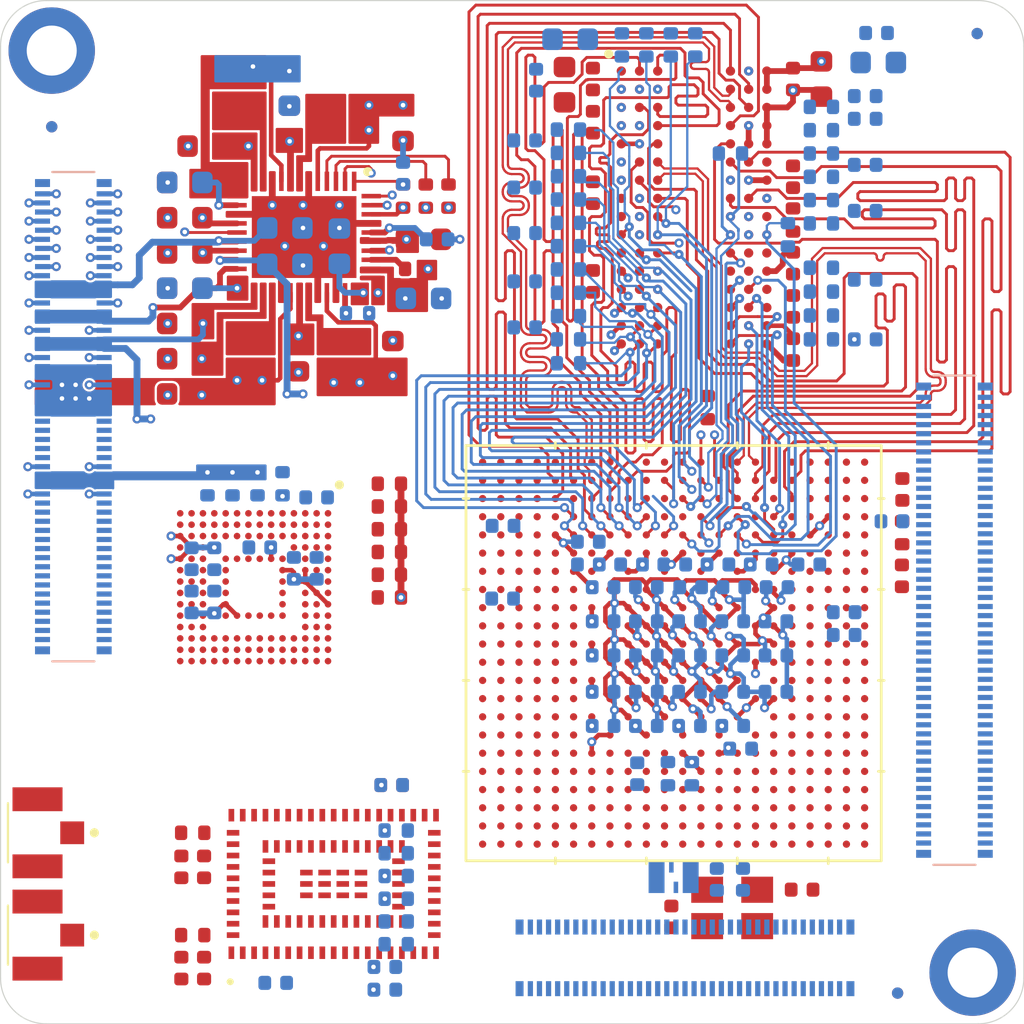
<source format=kicad_pcb>
(kicad_pcb (version 20171130) (host pcbnew "(5.1.10)-1")
  (title_block (title "Logicboard1A MPU-18x18 LFBGA448") (date 2021-08-04) (rev 3.0.0) (company www.logicboards.org))
  (layers (0 L1_Sig_Pwr.Cu mixed) (1 L2_Gnd.Cu power hide) (2 L3_Sig_Pwr.Cu mixed) (3 L4_Gnd_Sig.Cu mixed hide) (4 L5_Gnd.Cu power hide) (31 L6_Sig_Pwr.Cu mixed) (34 B.Paste user hide) (35 F.Paste user hide) (36 B.SilkS user hide) (37 F.SilkS user hide) (38 B.Mask user hide) (39 F.Mask user hide) (44 Edge.Cuts user))
  (net 0 "")
  (net 1 GND)
  (net 2 NRST)
  (net 3 /HSE_IN)
  (net 4 /HSE_OUT)
  (net 5 /LSE_IN)
  (net 6 "Net-(C105-Pad1)")
  (net 7 PMIC_VREF_DDR)
  (net 8 PMIC_LDO3_VTT_DDR)
  (net 9 PMIC_VOUT2_VDD_DDR)
  (net 10 PMIC_VOUT3_VDD)
  (net 11 PMIC_VOUT1_VDD_CORE)
  (net 12 "Net-(C317-Pad1)")
  (net 13 PMIC_VOUT4_3V3)
  (net 14 "Net-(C330-Pad1)")
  (net 15 MPU_VDDA_1V8_REG)
  (net 16 PMIC_LDO4_VDD_USB)
  (net 17 "Net-(C342-Pad1)")
  (net 18 5V_VIN)
  (net 19 "Net-(C409-Pad2)")
  (net 20 "Net-(C410-Pad1)")
  (net 21 PMIC_LDO1_1V8)
  (net 22 PMIC_LDO6_1V0)
  (net 23 PMIC_LDO2_2V9)
  (net 24 PMIC_LDO5_2V9)
  (net 25 VDDOUT_VDDIO)
  (net 26 BT_RF_OUT)
  (net 27 "Net-(C603-Pad1)")
  (net 28 "Net-(C604-Pad1)")
  (net 29 "Net-(C605-Pad1)")
  (net 30 "Net-(L401-Pad1)")
  (net 31 "Net-(L402-Pad1)")
  (net 32 "Net-(L403-Pad1)")
  (net 33 "Net-(L404-Pad1)")
  (net 34 "Net-(R101-Pad1)")
  (net 35 I2C4_SCL)
  (net 36 I2C4_SDA)
  (net 37 "Net-(R201-Pad1)")
  (net 38 /MPU_DDR3L_Memory/DDR_A0)
  (net 39 /MPU_DDR3L_Memory/DDR_A1)
  (net 40 /MPU_DDR3L_Memory/DDR_A2)
  (net 41 /MPU_DDR3L_Memory/DDR_A3)
  (net 42 /MPU_DDR3L_Memory/DDR_A4)
  (net 43 /MPU_DDR3L_Memory/DDR_A5)
  (net 44 /MPU_DDR3L_Memory/DDR_A6)
  (net 45 /MPU_DDR3L_Memory/DDR_A7)
  (net 46 "Net-(R210-Pad1)")
  (net 47 /MPU_DDR3L_Memory/DDR_A8)
  (net 48 /MPU_DDR3L_Memory/DDR_A9)
  (net 49 /MPU_DDR3L_Memory/DDR_A10)
  (net 50 /MPU_DDR3L_Memory/DDR_A11)
  (net 51 /MPU_DDR3L_Memory/DDR_A12)
  (net 52 /MPU_DDR3L_Memory/DDR_A13)
  (net 53 /MPU_DDR3L_Memory/DDR_A14)
  (net 54 /MPU_DDR3L_Memory/DDR_BA0)
  (net 55 /MPU_DDR3L_Memory/DDR_BA1)
  (net 56 /MPU_DDR3L_Memory/DDR_BA2)
  (net 57 /MPU_DDR3L_Memory/DDR_RESETN)
  (net 58 /MPU_DDR3L_Memory/DDR_CKE)
  (net 59 /MPU_DDR3L_Memory/DDR_RASN)
  (net 60 /MPU_DDR3L_Memory/DDR_ODT)
  (net 61 /MPU_DDR3L_Memory/DDR_CASN)
  (net 62 /MPU_DDR3L_Memory/DDR_CLK_N)
  (net 63 /MPU_DDR3L_Memory/DDR_CLK_P)
  (net 64 /MPU_DDR3L_Memory/DDR_CSN)
  (net 65 /MPU_DDR3L_Memory/DDR_WEN)
  (net 66 VBAT)
  (net 67 "Net-(R401-Pad1)")
  (net 68 "Net-(R402-Pad1)")
  (net 69 SDMMC2_D0)
  (net 70 SDMMC2_D1)
  (net 71 SDMMC2_D2)
  (net 72 SDMMC2_D3)
  (net 73 SDMMC2_D4)
  (net 74 SDMMC2_D5)
  (net 75 SDMMC2_D6)
  (net 76 SDMMC2_D7)
  (net 77 SDMMC2_CK)
  (net 78 SDMMC2_CMD)
  (net 79 SDMMC3_D2)
  (net 80 SDMMC3_D1)
  (net 81 SDMMC3_D0)
  (net 82 SDMMC3_CK)
  (net 83 SDMMC3_D3)
  (net 84 SDMMC3_CMD)
  (net 85 BT_HOST_WAKE)
  (net 86 WL_REG_ON)
  (net 87 PE13)
  (net 88 PK6)
  (net 89 PK4)
  (net 90 PJ13)
  (net 91 PD10)
  (net 92 PD5)
  (net 93 DSI_D0_N)
  (net 94 DSI_CK_N)
  (net 95 DSI_D1_N)
  (net 96 "Net-(U101-PadA20)")
  (net 97 "Net-(U101-PadA21)")
  (net 98 PH10)
  (net 99 PH11)
  (net 100 PE14)
  (net 101 PK7)
  (net 102 PK3)
  (net 103 PJ14)
  (net 104 PJ12)
  (net 105 PD1)
  (net 106 DSI_D0_P)
  (net 107 DSI_CK_P)
  (net 108 DSI_D1_P)
  (net 109 "Net-(U101-PadB20)")
  (net 110 "Net-(U101-PadB21)")
  (net 111 "Net-(U101-PadB22)")
  (net 112 PH15)
  (net 113 PH14)
  (net 114 PE15)
  (net 115 PE0)
  (net 116 PK5)
  (net 117 PJ15)
  (net 118 PD4)
  (net 119 PD0)
  (net 120 "Net-(U101-PadC21)")
  (net 121 "Net-(U101-PadC22)")
  (net 122 PI0)
  (net 123 PI14)
  (net 124 PH13)
  (net 125 PE11)
  (net 126 PH8)
  (net 127 PE1)
  (net 128 PK0)
  (net 129 SDMMC1_CMD)
  (net 130 PC7)
  (net 131 SDMMC1_D1)
  (net 132 SDMMC1_D3)
  (net 133 JTDI)
  (net 134 STLINK_SWCLK)
  (net 135 "Net-(U101-PadD20)")
  (net 136 "Net-(U101-PadD21)")
  (net 137 "Net-(U101-PadD22)")
  (net 138 PI2)
  (net 139 PI1)
  (net 140 PI3)
  (net 141 PE12)
  (net 142 PH9)
  (net 143 PK1)
  (net 144 PK2)
  (net 145 PE6)
  (net 146 PA15)
  (net 147 SDMMC1_CK)
  (net 148 PC6)
  (net 149 SDMMC1_D0)
  (net 150 JTRST)
  (net 151 JTDO_TRACESWO)
  (net 152 STLINK_SWDIO)
  (net 153 /MPU_DDR3L_Memory/DDR_DQ3)
  (net 154 /MPU_DDR3L_Memory/DDR_DQ0)
  (net 155 "Net-(U101-PadE22)")
  (net 156 PI7)
  (net 157 PI5)
  (net 158 PI15)
  (net 159 BT_PCM_WS)
  (net 160 PH12)
  (net 161 PB7)
  (net 162 PB9)
  (net 163 PF2)
  (net 164 SDMMC1_D2)
  (net 165 PE4)
  (net 166 /MPU_DDR3L_Memory/DDR_DQ1)
  (net 167 BT_PCM_CLK)
  (net 168 BT_REG_ON)
  (net 169 PI6)
  (net 170 /MPU_DDR3L_Memory/DDR_DQ7)
  (net 171 /MPU_DDR3L_Memory/DDR_DQM0)
  (net 172 /MPU_DDR3L_Memory/DDR_DQS0_N)
  (net 173 /MPU_DDR3L_Memory/DDR_DQS0_P)
  (net 174 PI13)
  (net 175 PI12)
  (net 176 BT_DEV_WAKE)
  (net 177 BT_PCM_SDI)
  (net 178 PJ7)
  (net 179 /MPU_DDR3L_Memory/DDR_DQ5)
  (net 180 /MPU_DDR3L_Memory/DDR_DQ2)
  (net 181 /MPU_DDR3L_Memory/DDR_DQ6)
  (net 182 PJ3)
  (net 183 PJ0)
  (net 184 PJ9)
  (net 185 PG12)
  (net 186 PI9)
  (net 187 PI4)
  (net 188 /MPU_DDR3L_Memory/DDR_DQ4)
  (net 189 PJ5)
  (net 190 PJ4)
  (net 191 PJ2)
  (net 192 BT_PCM_SDO)
  (net 193 PJ11)
  (net 194 "Net-(U101-PadK21)")
  (net 195 WL_HOST_WAKE)
  (net 196 PJ10)
  (net 197 PD6)
  (net 198 PJ8)
  (net 199 PJ6)
  (net 200 PJ1)
  (net 201 "Net-(U101-PadL22)")
  (net 202 PD8)
  (net 203 PD9)
  (net 204 PD14)
  (net 205 "Net-(U101-PadM19)")
  (net 206 PI8)
  (net 207 PMIC_WAKEUP)
  (net 208 BOOT0)
  (net 209 BOOT1)
  (net 210 /MPU_DDR3L_Memory/DDR_DQ8)
  (net 211 BOOT2)
  (net 212 /MPU_DDR3L_Memory/DDR_DQ10)
  (net 213 PA14)
  (net 214 ANA0)
  (net 215 /MPU_DDR3L_Memory/DDR_DQ13)
  (net 216 /MPU_DDR3L_Memory/DDR_DQ9)
  (net 217 /MPU_DDR3L_Memory/DDR_DQS1_N)
  (net 218 PI11)
  (net 219 PA3)
  (net 220 ANA1)
  (net 221 /MPU_DDR3L_Memory/DDR_DQ11)
  (net 222 /MPU_DDR3L_Memory/DDR_DQM1)
  (net 223 /MPU_DDR3L_Memory/DDR_DQS1_P)
  (net 224 "Net-(U101-PadU1)")
  (net 225 PC3)
  (net 226 PG3)
  (net 227 PA5)
  (net 228 PG5)
  (net 229 PC0)
  (net 230 PG11)
  (net 231 /MPU_DDR3L_Memory/DDR_DQ14)
  (net 232 POWER_ON)
  (net 233 PF3)
  (net 234 PA1)
  (net 235 PA4)
  (net 236 PF14)
  (net 237 PF12)
  (net 238 BT_USART3_TX)
  (net 239 PB13)
  (net 240 PH6)
  (net 241 PF10)
  (net 242 PB2)
  (net 243 PD13)
  (net 244 OTG_VBUS)
  (net 245 /MPU_DDR3L_Memory/DDR_DQ12)
  (net 246 /MPU_DDR3L_Memory/DDR_DQ15)
  (net 247 "Net-(U101-PadV22)")
  (net 248 BT_USART3_CTS)
  (net 249 PH7)
  (net 250 PA13)
  (net 251 PG2)
  (net 252 PG0)
  (net 253 PF15)
  (net 254 PF13)
  (net 255 PF11)
  (net 256 PA6)
  (net 257 PE7)
  (net 258 PE9)
  (net 259 BT_USART3_RTS)
  (net 260 PB6)
  (net 261 PE10)
  (net 262 PG9)
  (net 263 PA12)
  (net 264 "Net-(U101-PadW20)")
  (net 265 "Net-(U101-PadW21)")
  (net 266 "Net-(U101-PadW22)")
  (net 267 PC2)
  (net 268 PE2)
  (net 269 PG1)
  (net 270 PB11)
  (net 271 PH3)
  (net 272 PG8)
  (net 273 PA7)
  (net 274 PG7)
  (net 275 PE8)
  (net 276 PA11)
  (net 277 PA10)
  (net 278 "Net-(U101-PadY21)")
  (net 279 "Net-(U101-PadY22)")
  (net 280 PG13)
  (net 281 PG14)
  (net 282 PA0_WAKEUP)
  (net 283 PB1)
  (net 284 PC5)
  (net 285 BT_USART3_RX)
  (net 286 PB5)
  (net 287 PG10)
  (net 288 PF7)
  (net 289 PF6)
  (net 290 USB2_N)
  (net 291 USB1_P)
  (net 292 "Net-(U101-PadAA19)")
  (net 293 "Net-(U101-PadAA20)")
  (net 294 "Net-(U101-PadAA21)")
  (net 295 "Net-(U101-PadAA22)")
  (net 296 PA2)
  (net 297 PC1)
  (net 298 PG4)
  (net 299 PB0)
  (net 300 PC4)
  (net 301 PH2)
  (net 302 PB8)
  (net 303 PD11)
  (net 304 LPO_32)
  (net 305 PF9)
  (net 306 USB2_P)
  (net 307 USB1_N)
  (net 308 "Net-(U101-PadAB20)")
  (net 309 "Net-(U101-PadAB21)")
  (net 310 PONKEYn)
  (net 311 PMIC_VBUSOTG)
  (net 312 SW_OUT)
  (net 313 "Net-(U501-PadA7)")
  (net 314 "Net-(U501-PadA10)")
  (net 315 "Net-(U501-PadA11)")
  (net 316 "Net-(U501-PadA12)")
  (net 317 "Net-(U501-PadA13)")
  (net 318 "Net-(U501-PadA14)")
  (net 319 "Net-(U501-PadB1)")
  (net 320 "Net-(U501-PadB9)")
  (net 321 "Net-(U501-PadB10)")
  (net 322 "Net-(U501-PadB11)")
  (net 323 "Net-(U501-PadB12)")
  (net 324 "Net-(U501-PadB13)")
  (net 325 "Net-(U501-PadB14)")
  (net 326 "Net-(U501-PadC8)")
  (net 327 "Net-(U501-PadC9)")
  (net 328 "Net-(U501-PadC10)")
  (net 329 "Net-(U501-PadC11)")
  (net 330 "Net-(U501-PadC12)")
  (net 331 "Net-(U501-PadC13)")
  (net 332 "Net-(U501-PadC14)")
  (net 333 "Net-(U501-PadD1)")
  (net 334 "Net-(U501-PadD12)")
  (net 335 "Net-(U501-PadD13)")
  (net 336 "Net-(U501-PadD14)")
  (net 337 "Net-(U501-PadE5)")
  (net 338 "Net-(U501-PadE8)")
  (net 339 "Net-(U501-PadE9)")
  (net 340 "Net-(U501-PadE10)")
  (net 341 "Net-(U501-PadE12)")
  (net 342 "Net-(U501-PadE13)")
  (net 343 "Net-(U501-PadE14)")
  (net 344 "Net-(U501-PadF3)")
  (net 345 "Net-(U501-PadF10)")
  (net 346 "Net-(U501-PadF12)")
  (net 347 "Net-(U501-PadF13)")
  (net 348 "Net-(U501-PadF14)")
  (net 349 "Net-(U501-PadG2)")
  (net 350 "Net-(U501-PadG3)")
  (net 351 "Net-(U501-PadG10)")
  (net 352 "Net-(U501-PadG12)")
  (net 353 "Net-(U501-PadG13)")
  (net 354 "Net-(U501-PadG14)")
  (net 355 "Net-(U501-PadH1)")
  (net 356 "Net-(U501-PadH2)")
  (net 357 "Net-(U501-PadH3)")
  (net 358 "Net-(U501-PadH5)")
  (net 359 "Net-(U501-PadH12)")
  (net 360 "Net-(U501-PadH13)")
  (net 361 "Net-(U501-PadH14)")
  (net 362 "Net-(U501-PadJ12)")
  (net 363 "Net-(U501-PadJ13)")
  (net 364 "Net-(U501-PadJ14)")
  (net 365 "Net-(U501-PadK6)")
  (net 366 "Net-(U501-PadK7)")
  (net 367 "Net-(U501-PadK10)")
  (net 368 "Net-(U501-PadK12)")
  (net 369 "Net-(U501-PadK13)")
  (net 370 "Net-(U501-PadK14)")
  (net 371 "Net-(U501-PadL12)")
  (net 372 "Net-(U501-PadL13)")
  (net 373 "Net-(U501-PadL14)")
  (net 374 "Net-(U501-PadM1)")
  (net 375 "Net-(U501-PadM2)")
  (net 376 "Net-(U501-PadM3)")
  (net 377 "Net-(U501-PadM7)")
  (net 378 "Net-(U501-PadM8)")
  (net 379 "Net-(U501-PadM9)")
  (net 380 "Net-(U501-PadM10)")
  (net 381 "Net-(U501-PadM11)")
  (net 382 "Net-(U501-PadM12)")
  (net 383 "Net-(U501-PadM13)")
  (net 384 "Net-(U501-PadM14)")
  (net 385 "Net-(U501-PadN1)")
  (net 386 "Net-(U501-PadN3)")
  (net 387 "Net-(U501-PadN6)")
  (net 388 "Net-(U501-PadN7)")
  (net 389 "Net-(U501-PadN8)")
  (net 390 "Net-(U501-PadN9)")
  (net 391 "Net-(U501-PadN10)")
  (net 392 "Net-(U501-PadN11)")
  (net 393 "Net-(U501-PadN12)")
  (net 394 "Net-(U501-PadN13)")
  (net 395 "Net-(U501-PadN14)")
  (net 396 "Net-(U501-PadP2)")
  (net 397 "Net-(U501-PadP7)")
  (net 398 "Net-(U501-PadP8)")
  (net 399 "Net-(U501-PadP9)")
  (net 400 "Net-(U501-PadP10)")
  (net 401 "Net-(U501-PadP11)")
  (net 402 "Net-(U501-PadP12)")
  (net 403 "Net-(U501-PadP13)")
  (net 404 "Net-(U501-PadP14)")
  (net 405 "Net-(U601-Pad8)")
  (net 406 "Net-(U601-Pad12)")
  (net 407 "Net-(U601-Pad16)")
  (net 408 "Net-(U601-Pad17)")
  (net 409 "Net-(U601-Pad18)")
  (net 410 "Net-(U601-Pad37)")
  (net 411 "Net-(U601-Pad38)")
  (net 412 "Net-(U601-Pad39)")
  (net 413 "Net-(U601-Pad40)")
  (net 414 "Net-(U601-Pad41)")
  (net 415 "Net-(U601-Pad42)")
  (net 416 "Net-(U601-Pad43)")
  (net 417 "Net-(U601-Pad44)")
  (net 418 "Net-(U601-Pad45)")
  (net 419 "Net-(U601-Pad46)")
  (net 420 "Net-(U601-Pad54)")
  (net 421 "Net-(U601-Pad55)")
  (net 422 "Net-(U601-Pad56)")
  (net 423 "Net-(U601-Pad61)")
  (net 424 "Net-(U601-Pad62)")
  (net 425 "Net-(U601-Pad63)")
  (net 426 "Net-(U601-Pad64)")
  (net 427 "Net-(U601-Pad66)")
  (net 428 "Net-(U601-Pad67)")
  (net 429 "Net-(U601-Pad68)")
  (net 430 "Net-(U601-Pad69)")
  (net 431 "Net-(U601-Pad70)")
  (net 432 "Net-(U601-Pad71)")
  (net 433 "Net-(U601-Pad74)")
  (net 434 "Net-(U601-Pad75)")
  (net 435 "Net-(U601-Pad76)")
  (net 436 "Net-(U601-Pad77)")
  (net 437 "Net-(U601-Pad78)")
  (net 438 "Net-(U601-Pad79)")
  (net 439 "Net-(U601-Pad81)")
  (net 440 "Net-(U601-Pad86)")
  (net 441 "Net-(U601-Pad87)")
  (net 442 "Net-(U601-Pad88)")
  (net 443 "Net-(U601-Pad89)")
  (net 444 "Net-(U601-Pad90)")
  (net 445 "Net-(U601-Pad91)")
  (net 446 "Net-(U601-Pad92)")
  (net 447 "Net-(U601-Pad93)")
  (net 448 "Net-(U701-Pad29)")
  (net 449 "Net-(U701-Pad30)")
  (net 450 "Net-(U701-Pad31)")
  (net 451 "Net-(U701-Pad32)")
  (net 452 "Net-(U701-Pad33)")
  (net 453 "Net-(U701-Pad34)")
  (net 454 "Net-(U701-Pad35)")
  (net 455 "Net-(U701-Pad36)")
  (net 456 "Net-(U701-Pad37)")
  (net 457 "Net-(U701-Pad38)")
  (net 458 "Net-(U701-Pad39)")
  (net 459 "Net-(U701-Pad40)")
  (net 460 "Net-(U702-Pad26)")
  (net 461 "Net-(U702-Pad27)")
  (net 462 "Net-(U702-Pad28)")
  (net 463 "Net-(U702-Pad29)")
  (net 464 "Net-(U702-Pad30)")
  (net 465 "Net-(U702-Pad31)")
  (net 466 "Net-(U702-Pad32)")
  (net 467 "Net-(U702-Pad41)")
  (net 468 "Net-(U702-Pad42)")
  (net 469 "Net-(U702-Pad43)")
  (net 470 "Net-(U702-Pad44)")
  (net 471 "Net-(U702-Pad45)")
  (net 472 "Net-(U702-Pad46)")
  (net 473 "Net-(U702-Pad47)")
  (net 474 "Net-(U702-Pad48)")
  (net 475 "Net-(U702-Pad49)")
  (net 476 "Net-(U702-Pad50)")
  (net 477 "Net-(U703-Pad35)")
  (net 478 "Net-(U703-Pad36)")
  (net 479 "Net-(U703-Pad37)")
  (net 480 "Net-(U703-Pad38)")
  (net 481 "Net-(U703-Pad39)")
  (net 482 "Net-(U703-Pad40)")
  (net 483 "Net-(U703-Pad41)")
  (net 484 "Net-(U703-Pad42)")
  (net 485 "Net-(U703-Pad43)")
  (net 486 "Net-(U703-Pad44)")
  (net 487 "Net-(U703-Pad45)")
  (net 488 "Net-(U703-Pad46)")
  (net 489 "Net-(U703-Pad47)")
  (net 490 "Net-(U703-Pad48)")
  (net 491 "Net-(U703-Pad49)")
  (net 492 "Net-(U703-Pad50)")
  (net 493 "Net-(U703-Pad51)")
  (net 494 "Net-(U703-Pad52)")
  (net 495 "Net-(U703-Pad53)")
  (net 496 "Net-(U703-Pad54)")
  (net 497 "Net-(X101-Pad1)")
  (net 498 "Net-(C508-Pad1)")
  (net 499 VDDA)
  (module U_Package_BGA:STM32MP157CAA3 (layer L1_Sig_Pwr.Cu) (at 129.6 113.7 90)
    (fp_text reference U101)
    (fp_text value STM32MP157CAA3 hide)
    (pad A1 smd circle (at -8.399999 -8.399999 90) (size 0.32 0.32) (layers L1_Sig_Pwr.Cu F.Paste F.Mask) (net 1 GND))
    (pad A2 smd circle (at -7.599999 -8.399999 90) (size 0.32 0.32) (layers L1_Sig_Pwr.Cu F.Paste F.Mask) (net 85 BT_HOST_WAKE))
    (pad A3 smd circle (at -6.799999 -8.399999 90) (size 0.32 0.32) (layers L1_Sig_Pwr.Cu F.Paste F.Mask) (net 86 WL_REG_ON))
    (pad A4 smd circle (at -5.999999 -8.399999 90) (size 0.32 0.32) (layers L1_Sig_Pwr.Cu F.Paste F.Mask) (net 87 PE13))
    (pad A5 smd circle (at -5.199999 -8.399999 90) (size 0.32 0.32) (layers L1_Sig_Pwr.Cu F.Paste F.Mask) (net 88 PK6))
    (pad A6 smd circle (at -4.399999 -8.399999 90) (size 0.32 0.32) (layers L1_Sig_Pwr.Cu F.Paste F.Mask) (net 89 PK4))
    (pad A7 smd circle (at -3.6 -8.399999 90) (size 0.32 0.32) (layers L1_Sig_Pwr.Cu F.Paste F.Mask) (net 90 PJ13))
    (pad A8 smd circle (at -2.8 -8.399999 90) (size 0.32 0.32) (layers L1_Sig_Pwr.Cu F.Paste F.Mask) (net 91 PD10))
    (pad A9 smd circle (at -2 -8.399999 90) (size 0.32 0.32) (layers L1_Sig_Pwr.Cu F.Paste F.Mask) (net 92 PD5))
    (pad A10 smd circle (at -1.2 -8.399999 90) (size 0.32 0.32) (layers L1_Sig_Pwr.Cu F.Paste F.Mask) (net 77 SDMMC2_CK))
    (pad A11 smd circle (at -0.4 -8.399999 90) (size 0.32 0.32) (layers L1_Sig_Pwr.Cu F.Paste F.Mask) (net 74 SDMMC2_D5))
    (pad A12 smd circle (at 0.4 -8.399999 90) (size 0.32 0.32) (layers L1_Sig_Pwr.Cu F.Paste F.Mask) (net 71 SDMMC2_D2))
    (pad A13 smd circle (at 1.2 -8.399999 90) (size 0.32 0.32) (layers L1_Sig_Pwr.Cu F.Paste F.Mask) (net 69 SDMMC2_D0))
    (pad A14 smd circle (at 2 -8.399999 90) (size 0.32 0.32) (layers L1_Sig_Pwr.Cu F.Paste F.Mask) (net 10 PMIC_VOUT3_VDD))
    (pad A15 smd circle (at 2.8 -8.399999 90) (size 0.32 0.32) (layers L1_Sig_Pwr.Cu F.Paste F.Mask) (net 93 DSI_D0_N))
    (pad A16 smd circle (at 3.6 -8.399999 90) (size 0.32 0.32) (layers L1_Sig_Pwr.Cu F.Paste F.Mask) (net 94 DSI_CK_N))
    (pad A17 smd circle (at 4.4 -8.399999 90) (size 0.32 0.32) (layers L1_Sig_Pwr.Cu F.Paste F.Mask) (net 95 DSI_D1_N))
    (pad A18 smd circle (at 5.199999 -8.399999 90) (size 0.32 0.32) (layers L1_Sig_Pwr.Cu F.Paste F.Mask) (net 17 "Net-(C342-Pad1)"))
    (pad A19 smd circle (at 5.999999 -8.399999 90) (size 0.32 0.32) (layers L1_Sig_Pwr.Cu F.Paste F.Mask) (net 1 GND))
    (pad A20 smd circle (at 6.799999 -8.399999 90) (size 0.32 0.32) (layers L1_Sig_Pwr.Cu F.Paste F.Mask) (net 96 "Net-(U101-PadA20)"))
    (pad A21 smd circle (at 7.599999 -8.399999 90) (size 0.32 0.32) (layers L1_Sig_Pwr.Cu F.Paste F.Mask) (net 97 "Net-(U101-PadA21)"))
    (pad A22 smd circle (at 8.399999 -8.399999 90) (size 0.32 0.32) (layers L1_Sig_Pwr.Cu F.Paste F.Mask) (net 1 GND))
    (pad B1 smd circle (at -8.399999 -7.599999 90) (size 0.32 0.32) (layers L1_Sig_Pwr.Cu F.Paste F.Mask) (net 98 PH10))
    (pad B2 smd circle (at -7.599999 -7.599999 90) (size 0.32 0.32) (layers L1_Sig_Pwr.Cu F.Paste F.Mask) (net 1 GND))
    (pad B3 smd circle (at -6.799999 -7.599999 90) (size 0.32 0.32) (layers L1_Sig_Pwr.Cu F.Paste F.Mask) (net 99 PH11))
    (pad B4 smd circle (at -5.999999 -7.599999 90) (size 0.32 0.32) (layers L1_Sig_Pwr.Cu F.Paste F.Mask) (net 100 PE14))
    (pad B5 smd circle (at -5.199999 -7.599999 90) (size 0.32 0.32) (layers L1_Sig_Pwr.Cu F.Paste F.Mask) (net 101 PK7))
    (pad B6 smd circle (at -4.399999 -7.599999 90) (size 0.32 0.32) (layers L1_Sig_Pwr.Cu F.Paste F.Mask) (net 102 PK3))
    (pad B7 smd circle (at -3.6 -7.599999 90) (size 0.32 0.32) (layers L1_Sig_Pwr.Cu F.Paste F.Mask) (net 103 PJ14))
    (pad B8 smd circle (at -2.8 -7.599999 90) (size 0.32 0.32) (layers L1_Sig_Pwr.Cu F.Paste F.Mask) (net 104 PJ12))
    (pad B9 smd circle (at -2 -7.599999 90) (size 0.32 0.32) (layers L1_Sig_Pwr.Cu F.Paste F.Mask) (net 84 SDMMC3_CMD))
    (pad B10 smd circle (at -1.2 -7.599999 90) (size 0.32 0.32) (layers L1_Sig_Pwr.Cu F.Paste F.Mask) (net 105 PD1))
    (pad B11 smd circle (at -0.4 -7.599999 90) (size 0.32 0.32) (layers L1_Sig_Pwr.Cu F.Paste F.Mask) (net 76 SDMMC2_D7))
    (pad B12 smd circle (at 0.4 -7.599999 90) (size 0.32 0.32) (layers L1_Sig_Pwr.Cu F.Paste F.Mask) (net 70 SDMMC2_D1))
    (pad B13 smd circle (at 1.2 -7.599999 90) (size 0.32 0.32) (layers L1_Sig_Pwr.Cu F.Paste F.Mask) (net 73 SDMMC2_D4))
    (pad B14 smd circle (at 2 -7.599999 90) (size 0.32 0.32) (layers L1_Sig_Pwr.Cu F.Paste F.Mask) (net 15 MPU_VDDA_1V8_REG))
    (pad B15 smd circle (at 2.8 -7.599999 90) (size 0.32 0.32) (layers L1_Sig_Pwr.Cu F.Paste F.Mask) (net 106 DSI_D0_P))
    (pad B16 smd circle (at 3.6 -7.599999 90) (size 0.32 0.32) (layers L1_Sig_Pwr.Cu F.Paste F.Mask) (net 107 DSI_CK_P))
    (pad B17 smd circle (at 4.4 -7.599999 90) (size 0.32 0.32) (layers L1_Sig_Pwr.Cu F.Paste F.Mask) (net 108 DSI_D1_P))
    (pad B18 smd circle (at 5.199999 -7.599999 90) (size 0.32 0.32) (layers L1_Sig_Pwr.Cu F.Paste F.Mask) (net 17 "Net-(C342-Pad1)"))
    (pad B19 smd circle (at 5.999999 -7.599999 90) (size 0.32 0.32) (layers L1_Sig_Pwr.Cu F.Paste F.Mask) (net 1 GND))
    (pad B20 smd circle (at 6.799999 -7.599999 90) (size 0.32 0.32) (layers L1_Sig_Pwr.Cu F.Paste F.Mask) (net 109 "Net-(U101-PadB20)"))
    (pad B21 smd circle (at 7.599999 -7.599999 90) (size 0.32 0.32) (layers L1_Sig_Pwr.Cu F.Paste F.Mask) (net 110 "Net-(U101-PadB21)"))
    (pad B22 smd circle (at 8.399999 -7.599999 90) (size 0.32 0.32) (layers L1_Sig_Pwr.Cu F.Paste F.Mask) (net 111 "Net-(U101-PadB22)"))
    (pad C1 smd circle (at -8.399999 -6.799999 90) (size 0.32 0.32) (layers L1_Sig_Pwr.Cu F.Paste F.Mask) (net 112 PH15))
    (pad C2 smd circle (at -7.599999 -6.799999 90) (size 0.32 0.32) (layers L1_Sig_Pwr.Cu F.Paste F.Mask) (net 113 PH14))
    (pad C3 smd circle (at -6.799999 -6.799999 90) (size 0.32 0.32) (layers L1_Sig_Pwr.Cu F.Paste F.Mask) (net 1 GND))
    (pad C4 smd circle (at -5.999999 -6.799999 90) (size 0.32 0.32) (layers L1_Sig_Pwr.Cu F.Paste F.Mask) (net 114 PE15))
    (pad C5 smd circle (at -5.199999 -6.799999 90) (size 0.32 0.32) (layers L1_Sig_Pwr.Cu F.Paste F.Mask) (net 115 PE0))
    (pad C6 smd circle (at -4.399999 -6.799999 90) (size 0.32 0.32) (layers L1_Sig_Pwr.Cu F.Paste F.Mask) (net 116 PK5))
    (pad C7 smd circle (at -3.6 -6.799999 90) (size 0.32 0.32) (layers L1_Sig_Pwr.Cu F.Paste F.Mask) (net 117 PJ15))
    (pad C8 smd circle (at -2.8 -6.799999 90) (size 0.32 0.32) (layers L1_Sig_Pwr.Cu F.Paste F.Mask) (net 1 GND))
    (pad C9 smd circle (at -2 -6.799999 90) (size 0.32 0.32) (layers L1_Sig_Pwr.Cu F.Paste F.Mask) (net 118 PD4))
    (pad C10 smd circle (at -1.2 -6.799999 90) (size 0.32 0.32) (layers L1_Sig_Pwr.Cu F.Paste F.Mask) (net 119 PD0))
    (pad C11 smd circle (at -0.4 -6.799999 90) (size 0.32 0.32) (layers L1_Sig_Pwr.Cu F.Paste F.Mask) (net 1 GND))
    (pad C12 smd circle (at 0.4 -6.799999 90) (size 0.32 0.32) (layers L1_Sig_Pwr.Cu F.Paste F.Mask) (net 75 SDMMC2_D6))
    (pad C13 smd circle (at 1.2 -6.799999 90) (size 0.32 0.32) (layers L1_Sig_Pwr.Cu F.Paste F.Mask) (net 72 SDMMC2_D3))
    (pad C14 smd circle (at 2 -6.799999 90) (size 0.32 0.32) (layers L1_Sig_Pwr.Cu F.Paste F.Mask) (net 1 GND))
    (pad C15 smd circle (at 2.8 -6.799999 90) (size 0.32 0.32) (layers L1_Sig_Pwr.Cu F.Paste F.Mask) (net 1 GND))
    (pad C16 smd circle (at 3.6 -6.799999 90) (size 0.32 0.32) (layers L1_Sig_Pwr.Cu F.Paste F.Mask) (net 1 GND))
    (pad C17 smd circle (at 4.4 -6.799999 90) (size 0.32 0.32) (layers L1_Sig_Pwr.Cu F.Paste F.Mask) (net 1 GND))
    (pad C18 smd circle (at 5.199999 -6.799999 90) (size 0.32 0.32) (layers L1_Sig_Pwr.Cu F.Paste F.Mask) (net 1 GND))
    (pad C19 smd circle (at 5.999999 -6.799999 90) (size 0.32 0.32) (layers L1_Sig_Pwr.Cu F.Paste F.Mask) (net 1 GND))
    (pad C20 smd circle (at 6.799999 -6.799999 90) (size 0.32 0.32) (layers L1_Sig_Pwr.Cu F.Paste F.Mask) (net 1 GND))
    (pad C21 smd circle (at 7.599999 -6.799999 90) (size 0.32 0.32) (layers L1_Sig_Pwr.Cu F.Paste F.Mask) (net 120 "Net-(U101-PadC21)"))
    (pad C22 smd circle (at 8.399999 -6.799999 90) (size 0.32 0.32) (layers L1_Sig_Pwr.Cu F.Paste F.Mask) (net 121 "Net-(U101-PadC22)"))
    (pad D1 smd circle (at -8.399999 -5.999999 90) (size 0.32 0.32) (layers L1_Sig_Pwr.Cu F.Paste F.Mask) (net 122 PI0))
    (pad D2 smd circle (at -7.599999 -5.999999 90) (size 0.32 0.32) (layers L1_Sig_Pwr.Cu F.Paste F.Mask) (net 123 PI14))
    (pad D3 smd circle (at -6.799999 -5.999999 90) (size 0.32 0.32) (layers L1_Sig_Pwr.Cu F.Paste F.Mask) (net 124 PH13))
    (pad D4 smd circle (at -5.999999 -5.999999 90) (size 0.32 0.32) (layers L1_Sig_Pwr.Cu F.Paste F.Mask) (net 1 GND))
    (pad D5 smd circle (at -5.199999 -5.999999 90) (size 0.32 0.32) (layers L1_Sig_Pwr.Cu F.Paste F.Mask) (net 125 PE11))
    (pad D6 smd circle (at -4.399999 -5.999999 90) (size 0.32 0.32) (layers L1_Sig_Pwr.Cu F.Paste F.Mask) (net 126 PH8))
    (pad D7 smd circle (at -3.6 -5.999999 90) (size 0.32 0.32) (layers L1_Sig_Pwr.Cu F.Paste F.Mask) (net 127 PE1))
    (pad D8 smd circle (at -2.8 -5.999999 90) (size 0.32 0.32) (layers L1_Sig_Pwr.Cu F.Paste F.Mask) (net 128 PK0))
    (pad D9 smd circle (at -2 -5.999999 90) (size 0.32 0.32) (layers L1_Sig_Pwr.Cu F.Paste F.Mask) (net 79 SDMMC3_D2))
    (pad D10 smd circle (at -1.2 -5.999999 90) (size 0.32 0.32) (layers L1_Sig_Pwr.Cu F.Paste F.Mask) (net 82 SDMMC3_CK))
    (pad D11 smd circle (at -0.4 -5.999999 90) (size 0.32 0.32) (layers L1_Sig_Pwr.Cu F.Paste F.Mask) (net 78 SDMMC2_CMD))
    (pad D12 smd circle (at 0.4 -5.999999 90) (size 0.32 0.32) (layers L1_Sig_Pwr.Cu F.Paste F.Mask) (net 129 SDMMC1_CMD))
    (pad D13 smd circle (at 1.2 -5.999999 90) (size 0.32 0.32) (layers L1_Sig_Pwr.Cu F.Paste F.Mask) (net 130 PC7))
    (pad D14 smd circle (at 2 -5.999999 90) (size 0.32 0.32) (layers L1_Sig_Pwr.Cu F.Paste F.Mask) (net 131 SDMMC1_D1))
    (pad D15 smd circle (at 2.8 -5.999999 90) (size 0.32 0.32) (layers L1_Sig_Pwr.Cu F.Paste F.Mask) (net 132 SDMMC1_D3))
    (pad D16 smd circle (at 3.6 -5.999999 90) (size 0.32 0.32) (layers L1_Sig_Pwr.Cu F.Paste F.Mask) (net 133 JTDI))
    (pad D17 smd circle (at 4.4 -5.999999 90) (size 0.32 0.32) (layers L1_Sig_Pwr.Cu F.Paste F.Mask) (net 134 STLINK_SWCLK))
    (pad D18 smd circle (at 5.199999 -5.999999 90) (size 0.32 0.32) (layers L1_Sig_Pwr.Cu F.Paste F.Mask) (net 10 PMIC_VOUT3_VDD))
    (pad D19 smd circle (at 5.999999 -5.999999 90) (size 0.32 0.32) (layers L1_Sig_Pwr.Cu F.Paste F.Mask) (net 1 GND))
    (pad D20 smd circle (at 6.799999 -5.999999 90) (size 0.32 0.32) (layers L1_Sig_Pwr.Cu F.Paste F.Mask) (net 135 "Net-(U101-PadD20)"))
    (pad D21 smd circle (at 7.599999 -5.999999 90) (size 0.32 0.32) (layers L1_Sig_Pwr.Cu F.Paste F.Mask) (net 136 "Net-(U101-PadD21)"))
    (pad D22 smd circle (at 8.399999 -5.999999 90) (size 0.32 0.32) (layers L1_Sig_Pwr.Cu F.Paste F.Mask) (net 137 "Net-(U101-PadD22)"))
    (pad E1 smd circle (at -8.399999 -5.199999 90) (size 0.32 0.32) (layers L1_Sig_Pwr.Cu F.Paste F.Mask) (net 138 PI2))
    (pad E2 smd circle (at -7.599999 -5.199999 90) (size 0.32 0.32) (layers L1_Sig_Pwr.Cu F.Paste F.Mask) (net 139 PI1))
    (pad E3 smd circle (at -6.799999 -5.199999 90) (size 0.32 0.32) (layers L1_Sig_Pwr.Cu F.Paste F.Mask) (net 140 PI3))
    (pad E4 smd circle (at -5.999999 -5.199999 90) (size 0.32 0.32) (layers L1_Sig_Pwr.Cu F.Paste F.Mask) (net 141 PE12))
    (pad E5 smd circle (at -5.199999 -5.199999 90) (size 0.32 0.32) (layers L1_Sig_Pwr.Cu F.Paste F.Mask) (net 1 GND))
    (pad E6 smd circle (at -4.399999 -5.199999 90) (size 0.32 0.32) (layers L1_Sig_Pwr.Cu F.Paste F.Mask) (net 142 PH9))
    (pad E7 smd circle (at -3.6 -5.199999 90) (size 0.32 0.32) (layers L1_Sig_Pwr.Cu F.Paste F.Mask) (net 143 PK1))
    (pad E8 smd circle (at -2.8 -5.199999 90) (size 0.32 0.32) (layers L1_Sig_Pwr.Cu F.Paste F.Mask) (net 144 PK2))
    (pad E9 smd circle (at -2 -5.199999 90) (size 0.32 0.32) (layers L1_Sig_Pwr.Cu F.Paste F.Mask) (net 145 PE6))
    (pad E10 smd circle (at -1.2 -5.199999 90) (size 0.32 0.32) (layers L1_Sig_Pwr.Cu F.Paste F.Mask) (net 81 SDMMC3_D0))
    (pad E11 smd circle (at -0.4 -5.199999 90) (size 0.32 0.32) (layers L1_Sig_Pwr.Cu F.Paste F.Mask) (net 146 PA15))
    (pad E12 smd circle (at 0.4 -5.199999 90) (size 0.32 0.32) (layers L1_Sig_Pwr.Cu F.Paste F.Mask) (net 147 SDMMC1_CK))
    (pad E13 smd circle (at 1.2 -5.199999 90) (size 0.32 0.32) (layers L1_Sig_Pwr.Cu F.Paste F.Mask) (net 148 PC6))
    (pad E14 smd circle (at 2 -5.199999 90) (size 0.32 0.32) (layers L1_Sig_Pwr.Cu F.Paste F.Mask) (net 149 SDMMC1_D0))
    (pad E15 smd circle (at 2.8 -5.199999 90) (size 0.32 0.32) (layers L1_Sig_Pwr.Cu F.Paste F.Mask) (net 150 JTRST))
    (pad E16 smd circle (at 3.6 -5.199999 90) (size 0.32 0.32) (layers L1_Sig_Pwr.Cu F.Paste F.Mask) (net 151 JTDO_TRACESWO))
    (pad E17 smd circle (at 4.4 -5.199999 90) (size 0.32 0.32) (layers L1_Sig_Pwr.Cu F.Paste F.Mask) (net 152 STLINK_SWDIO))
    (pad E18 smd circle (at 5.199999 -5.199999 90) (size 0.32 0.32) (layers L1_Sig_Pwr.Cu F.Paste F.Mask) (net 9 PMIC_VOUT2_VDD_DDR))
    (pad E19 smd circle (at 5.999999 -5.199999 90) (size 0.32 0.32) (layers L1_Sig_Pwr.Cu F.Paste F.Mask) (net 1 GND))
    (pad E20 smd circle (at 6.799999 -5.199999 90) (size 0.32 0.32) (layers L1_Sig_Pwr.Cu F.Paste F.Mask) (net 153 /MPU_DDR3L_Memory/DDR_DQ3))
    (pad E21 smd circle (at 7.599999 -5.199999 90) (size 0.32 0.32) (layers L1_Sig_Pwr.Cu F.Paste F.Mask) (net 154 /MPU_DDR3L_Memory/DDR_DQ0))
    (pad E22 smd circle (at 8.399999 -5.199999 90) (size 0.32 0.32) (layers L1_Sig_Pwr.Cu F.Paste F.Mask) (net 155 "Net-(U101-PadE22)"))
    (pad F1 smd circle (at -8.399999 -4.399999 90) (size 0.32 0.32) (layers L1_Sig_Pwr.Cu F.Paste F.Mask) (net 156 PI7))
    (pad F2 smd circle (at -7.599999 -4.399999 90) (size 0.32 0.32) (layers L1_Sig_Pwr.Cu F.Paste F.Mask) (net 157 PI5))
    (pad F3 smd circle (at -6.799999 -4.399999 90) (size 0.32 0.32) (layers L1_Sig_Pwr.Cu F.Paste F.Mask) (net 158 PI15))
    (pad F4 smd circle (at -5.999999 -4.399999 90) (size 0.32 0.32) (layers L1_Sig_Pwr.Cu F.Paste F.Mask) (net 159 BT_PCM_WS))
    (pad F5 smd circle (at -5.199999 -4.399999 90) (size 0.32 0.32) (layers L1_Sig_Pwr.Cu F.Paste F.Mask) (net 160 PH12))
    (pad F6 smd circle (at -4.399999 -4.399999 90) (size 0.32 0.32) (layers L1_Sig_Pwr.Cu F.Paste F.Mask) (net 1 GND))
    (pad F7 smd circle (at -3.6 -4.399999 90) (size 0.32 0.32) (layers L1_Sig_Pwr.Cu F.Paste F.Mask) (net 1 GND))
    (pad F8 smd circle (at -2.8 -4.399999 90) (size 0.32 0.32) (layers L1_Sig_Pwr.Cu F.Paste F.Mask) (net 1 GND))
    (pad F9 smd circle (at -2 -4.399999 90) (size 0.32 0.32) (layers L1_Sig_Pwr.Cu F.Paste F.Mask) (net 80 SDMMC3_D1))
    (pad F10 smd circle (at -1.2 -4.399999 90) (size 0.32 0.32) (layers L1_Sig_Pwr.Cu F.Paste F.Mask) (net 83 SDMMC3_D3))
    (pad F11 smd circle (at -0.4 -4.399999 90) (size 0.32 0.32) (layers L1_Sig_Pwr.Cu F.Paste F.Mask) (net 161 PB7))
    (pad F12 smd circle (at 0.4 -4.399999 90) (size 0.32 0.32) (layers L1_Sig_Pwr.Cu F.Paste F.Mask) (net 162 PB9))
    (pad F13 smd circle (at 1.2 -4.399999 90) (size 0.32 0.32) (layers L1_Sig_Pwr.Cu F.Paste F.Mask) (net 163 PF2))
    (pad F14 smd circle (at 2 -4.399999 90) (size 0.32 0.32) (layers L1_Sig_Pwr.Cu F.Paste F.Mask) (net 164 SDMMC1_D2))
    (pad F15 smd circle (at 2.8 -4.399999 90) (size 0.32 0.32) (layers L1_Sig_Pwr.Cu F.Paste F.Mask) (net 165 PE4))
    (pad F16 smd circle (at 3.6 -4.399999 90) (size 0.32 0.32) (layers L1_Sig_Pwr.Cu F.Paste F.Mask) (net 1 GND))
    (pad F17 smd circle (at 4.4 -4.399999 90) (size 0.32 0.32) (layers L1_Sig_Pwr.Cu F.Paste F.Mask) (net 9 PMIC_VOUT2_VDD_DDR))
    (pad F18 smd circle (at 5.199999 -4.399999 90) (size 0.32 0.32) (layers L1_Sig_Pwr.Cu F.Paste F.Mask) (net 45 /MPU_DDR3L_Memory/DDR_A7))
    (pad F19 smd circle (at 5.999999 -4.399999 90) (size 0.32 0.32) (layers L1_Sig_Pwr.Cu F.Paste F.Mask) (net 57 /MPU_DDR3L_Memory/DDR_RESETN))
    (pad F20 smd circle (at 6.799999 -4.399999 90) (size 0.32 0.32) (layers L1_Sig_Pwr.Cu F.Paste F.Mask) (net 1 GND))
    (pad F21 smd circle (at 7.599999 -4.399999 90) (size 0.32 0.32) (layers L1_Sig_Pwr.Cu F.Paste F.Mask) (net 166 /MPU_DDR3L_Memory/DDR_DQ1))
    (pad G1 smd circle (at -8.399999 -3.6 90) (size 0.32 0.32) (layers L1_Sig_Pwr.Cu F.Paste F.Mask) (net 35 I2C4_SCL))
    (pad G2 smd circle (at -7.599999 -3.6 90) (size 0.32 0.32) (layers L1_Sig_Pwr.Cu F.Paste F.Mask) (net 167 BT_PCM_CLK))
    (pad G3 smd circle (at -6.799999 -3.6 90) (size 0.32 0.32) (layers L1_Sig_Pwr.Cu F.Paste F.Mask) (net 168 BT_REG_ON))
    (pad G4 smd circle (at -5.999999 -3.6 90) (size 0.32 0.32) (layers L1_Sig_Pwr.Cu F.Paste F.Mask) (net 1 GND))
    (pad G5 smd circle (at -5.199999 -3.6 90) (size 0.32 0.32) (layers L1_Sig_Pwr.Cu F.Paste F.Mask) (net 169 PI6))
    (pad G6 smd circle (at -4.399999 -3.6 90) (size 0.32 0.32) (layers L1_Sig_Pwr.Cu F.Paste F.Mask) (net 1 GND))
    (pad G8 smd circle (at -2.8 -3.6 90) (size 0.32 0.32) (layers L1_Sig_Pwr.Cu F.Paste F.Mask) (net 1 GND))
    (pad G10 smd circle (at -1.2 -3.6 90) (size 0.32 0.32) (layers L1_Sig_Pwr.Cu F.Paste F.Mask) (net 1 GND))
    (pad G12 smd circle (at 0.4 -3.6 90) (size 0.32 0.32) (layers L1_Sig_Pwr.Cu F.Paste F.Mask) (net 1 GND))
    (pad G14 smd circle (at 2 -3.6 90) (size 0.32 0.32) (layers L1_Sig_Pwr.Cu F.Paste F.Mask) (net 1 GND))
    (pad G16 smd circle (at 3.6 -3.6 90) (size 0.32 0.32) (layers L1_Sig_Pwr.Cu F.Paste F.Mask) (net 9 PMIC_VOUT2_VDD_DDR))
    (pad G17 smd circle (at 4.4 -3.6 90) (size 0.32 0.32) (layers L1_Sig_Pwr.Cu F.Paste F.Mask) (net 1 GND))
    (pad G18 smd circle (at 5.199999 -3.6 90) (size 0.32 0.32) (layers L1_Sig_Pwr.Cu F.Paste F.Mask) (net 52 /MPU_DDR3L_Memory/DDR_A13))
    (pad G19 smd circle (at 5.999999 -3.6 90) (size 0.32 0.32) (layers L1_Sig_Pwr.Cu F.Paste F.Mask) (net 170 /MPU_DDR3L_Memory/DDR_DQ7))
    (pad G20 smd circle (at 6.799999 -3.6 90) (size 0.32 0.32) (layers L1_Sig_Pwr.Cu F.Paste F.Mask) (net 171 /MPU_DDR3L_Memory/DDR_DQM0))
    (pad G21 smd circle (at 7.599999 -3.6 90) (size 0.32 0.32) (layers L1_Sig_Pwr.Cu F.Paste F.Mask) (net 172 /MPU_DDR3L_Memory/DDR_DQS0_N))
    (pad G22 smd circle (at 8.399999 -3.6 90) (size 0.32 0.32) (layers L1_Sig_Pwr.Cu F.Paste F.Mask) (net 173 /MPU_DDR3L_Memory/DDR_DQS0_P))
    (pad H1 smd circle (at -8.399999 -2.8 90) (size 0.32 0.32) (layers L1_Sig_Pwr.Cu F.Paste F.Mask) (net 174 PI13))
    (pad H2 smd circle (at -7.599999 -2.8 90) (size 0.32 0.32) (layers L1_Sig_Pwr.Cu F.Paste F.Mask) (net 175 PI12))
    (pad H3 smd circle (at -6.799999 -2.8 90) (size 0.32 0.32) (layers L1_Sig_Pwr.Cu F.Paste F.Mask) (net 176 BT_DEV_WAKE))
    (pad H4 smd circle (at -5.999999 -2.8 90) (size 0.32 0.32) (layers L1_Sig_Pwr.Cu F.Paste F.Mask) (net 36 I2C4_SDA))
    (pad H5 smd circle (at -5.199999 -2.8 90) (size 0.32 0.32) (layers L1_Sig_Pwr.Cu F.Paste F.Mask) (net 177 BT_PCM_SDI))
    (pad H6 smd circle (at -4.399999 -2.8 90) (size 0.32 0.32) (layers L1_Sig_Pwr.Cu F.Paste F.Mask) (net 178 PJ7))
    (pad H7 smd circle (at -3.6 -2.8 90) (size 0.32 0.32) (layers L1_Sig_Pwr.Cu F.Paste F.Mask) (net 1 GND))
    (pad H9 smd circle (at -2 -2.8 90) (size 0.32 0.32) (layers L1_Sig_Pwr.Cu F.Paste F.Mask) (net 11 PMIC_VOUT1_VDD_CORE))
    (pad H11 smd circle (at -0.4 -2.8 90) (size 0.32 0.32) (layers L1_Sig_Pwr.Cu F.Paste F.Mask) (net 11 PMIC_VOUT1_VDD_CORE))
    (pad H13 smd circle (at 1.2 -2.8 90) (size 0.32 0.32) (layers L1_Sig_Pwr.Cu F.Paste F.Mask) (net 11 PMIC_VOUT1_VDD_CORE))
    (pad H15 smd circle (at 2.8 -2.8 90) (size 0.32 0.32) (layers L1_Sig_Pwr.Cu F.Paste F.Mask) (net 11 PMIC_VOUT1_VDD_CORE))
    (pad H17 smd circle (at 4.4 -2.8 90) (size 0.32 0.32) (layers L1_Sig_Pwr.Cu F.Paste F.Mask) (net 9 PMIC_VOUT2_VDD_DDR))
    (pad H18 smd circle (at 5.199999 -2.8 90) (size 0.32 0.32) (layers L1_Sig_Pwr.Cu F.Paste F.Mask) (net 48 /MPU_DDR3L_Memory/DDR_A9))
    (pad H19 smd circle (at 5.999999 -2.8 90) (size 0.32 0.32) (layers L1_Sig_Pwr.Cu F.Paste F.Mask) (net 43 /MPU_DDR3L_Memory/DDR_A5))
    (pad H20 smd circle (at 6.799999 -2.8 90) (size 0.32 0.32) (layers L1_Sig_Pwr.Cu F.Paste F.Mask) (net 179 /MPU_DDR3L_Memory/DDR_DQ5))
    (pad H21 smd circle (at 7.599999 -2.8 90) (size 0.32 0.32) (layers L1_Sig_Pwr.Cu F.Paste F.Mask) (net 180 /MPU_DDR3L_Memory/DDR_DQ2))
    (pad H22 smd circle (at 8.399999 -2.8 90) (size 0.32 0.32) (layers L1_Sig_Pwr.Cu F.Paste F.Mask) (net 181 /MPU_DDR3L_Memory/DDR_DQ6))
    (pad J1 smd circle (at -8.399999 -2 90) (size 0.32 0.32) (layers L1_Sig_Pwr.Cu F.Paste F.Mask) (net 182 PJ3))
    (pad J2 smd circle (at -7.599999 -2 90) (size 0.32 0.32) (layers L1_Sig_Pwr.Cu F.Paste F.Mask) (net 183 PJ0))
    (pad J3 smd circle (at -6.799999 -2 90) (size 0.32 0.32) (layers L1_Sig_Pwr.Cu F.Paste F.Mask) (net 184 PJ9))
    (pad J4 smd circle (at -5.999999 -2 90) (size 0.32 0.32) (layers L1_Sig_Pwr.Cu F.Paste F.Mask) (net 185 PG12))
    (pad J5 smd circle (at -5.199999 -2 90) (size 0.32 0.32) (layers L1_Sig_Pwr.Cu F.Paste F.Mask) (net 186 PI9))
    (pad J6 smd circle (at -4.399999 -2 90) (size 0.32 0.32) (layers L1_Sig_Pwr.Cu F.Paste F.Mask) (net 187 PI4))
    (pad J8 smd circle (at -2.8 -2 90) (size 0.32 0.32) (layers L1_Sig_Pwr.Cu F.Paste F.Mask) (net 11 PMIC_VOUT1_VDD_CORE))
    (pad J9 smd circle (at -2 -2 90) (size 0.32 0.32) (layers L1_Sig_Pwr.Cu F.Paste F.Mask) (net 1 GND))
    (pad J10 smd circle (at -1.2 -2 90) (size 0.32 0.32) (layers L1_Sig_Pwr.Cu F.Paste F.Mask) (net 11 PMIC_VOUT1_VDD_CORE))
    (pad J11 smd circle (at -0.4 -2 90) (size 0.32 0.32) (layers L1_Sig_Pwr.Cu F.Paste F.Mask) (net 1 GND))
    (pad J12 smd circle (at 0.4 -2 90) (size 0.32 0.32) (layers L1_Sig_Pwr.Cu F.Paste F.Mask) (net 11 PMIC_VOUT1_VDD_CORE))
    (pad J13 smd circle (at 1.2 -2 90) (size 0.32 0.32) (layers L1_Sig_Pwr.Cu F.Paste F.Mask) (net 1 GND))
    (pad J14 smd circle (at 2 -2 90) (size 0.32 0.32) (layers L1_Sig_Pwr.Cu F.Paste F.Mask) (net 11 PMIC_VOUT1_VDD_CORE))
    (pad J16 smd circle (at 3.6 -2 90) (size 0.32 0.32) (layers L1_Sig_Pwr.Cu F.Paste F.Mask) (net 9 PMIC_VOUT2_VDD_DDR))
    (pad J17 smd circle (at 4.4 -2 90) (size 0.32 0.32) (layers L1_Sig_Pwr.Cu F.Paste F.Mask) (net 1 GND))
    (pad J18 smd circle (at 5.199999 -2 90) (size 0.32 0.32) (layers L1_Sig_Pwr.Cu F.Paste F.Mask) (net 40 /MPU_DDR3L_Memory/DDR_A2))
    (pad J19 smd circle (at 5.999999 -2 90) (size 0.32 0.32) (layers L1_Sig_Pwr.Cu F.Paste F.Mask) (net 41 /MPU_DDR3L_Memory/DDR_A3))
    (pad J20 smd circle (at 6.799999 -2 90) (size 0.32 0.32) (layers L1_Sig_Pwr.Cu F.Paste F.Mask) (net 1 GND))
    (pad J21 smd circle (at 7.599999 -2 90) (size 0.32 0.32) (layers L1_Sig_Pwr.Cu F.Paste F.Mask) (net 188 /MPU_DDR3L_Memory/DDR_DQ4))
    (pad K1 smd circle (at -8.399999 -1.2 90) (size 0.32 0.32) (layers L1_Sig_Pwr.Cu F.Paste F.Mask) (net 189 PJ5))
    (pad K2 smd circle (at -7.599999 -1.2 90) (size 0.32 0.32) (layers L1_Sig_Pwr.Cu F.Paste F.Mask) (net 190 PJ4))
    (pad K3 smd circle (at -6.799999 -1.2 90) (size 0.32 0.32) (layers L1_Sig_Pwr.Cu F.Paste F.Mask) (net 1 GND))
    (pad K4 smd circle (at -5.999999 -1.2 90) (size 0.32 0.32) (layers L1_Sig_Pwr.Cu F.Paste F.Mask) (net 191 PJ2))
    (pad K5 smd circle (at -5.199999 -1.2 90) (size 0.32 0.32) (layers L1_Sig_Pwr.Cu F.Paste F.Mask) (net 192 BT_PCM_SDO))
    (pad K6 smd circle (at -4.399999 -1.2 90) (size 0.32 0.32) (layers L1_Sig_Pwr.Cu F.Paste F.Mask) (net 193 PJ11))
    (pad K7 smd circle (at -3.6 -1.2 90) (size 0.32 0.32) (layers L1_Sig_Pwr.Cu F.Paste F.Mask) (net 1 GND))
    (pad K9 smd circle (at -2 -1.2 90) (size 0.32 0.32) (layers L1_Sig_Pwr.Cu F.Paste F.Mask) (net 11 PMIC_VOUT1_VDD_CORE))
    (pad K10 smd circle (at -1.2 -1.2 90) (size 0.32 0.32) (layers L1_Sig_Pwr.Cu F.Paste F.Mask) (net 1 GND))
    (pad K11 smd circle (at -0.4 -1.2 90) (size 0.32 0.32) (layers L1_Sig_Pwr.Cu F.Paste F.Mask) (net 11 PMIC_VOUT1_VDD_CORE))
    (pad K12 smd circle (at 0.4 -1.2 90) (size 0.32 0.32) (layers L1_Sig_Pwr.Cu F.Paste F.Mask) (net 1 GND))
    (pad K13 smd circle (at 1.2 -1.2 90) (size 0.32 0.32) (layers L1_Sig_Pwr.Cu F.Paste F.Mask) (net 11 PMIC_VOUT1_VDD_CORE))
    (pad K14 smd circle (at 2 -1.2 90) (size 0.32 0.32) (layers L1_Sig_Pwr.Cu F.Paste F.Mask) (net 1 GND))
    (pad K15 smd circle (at 2.8 -1.2 90) (size 0.32 0.32) (layers L1_Sig_Pwr.Cu F.Paste F.Mask) (net 11 PMIC_VOUT1_VDD_CORE))
    (pad K17 smd circle (at 4.4 -1.2 90) (size 0.32 0.32) (layers L1_Sig_Pwr.Cu F.Paste F.Mask) (net 9 PMIC_VOUT2_VDD_DDR))
    (pad K18 smd circle (at 5.199999 -1.2 90) (size 0.32 0.32) (layers L1_Sig_Pwr.Cu F.Paste F.Mask) (net 56 /MPU_DDR3L_Memory/DDR_BA2))
    (pad K19 smd circle (at 5.999999 -1.2 90) (size 0.32 0.32) (layers L1_Sig_Pwr.Cu F.Paste F.Mask) (net 38 /MPU_DDR3L_Memory/DDR_A0))
    (pad K20 smd circle (at 6.799999 -1.2 90) (size 0.32 0.32) (layers L1_Sig_Pwr.Cu F.Paste F.Mask) (net 54 /MPU_DDR3L_Memory/DDR_BA0))
    (pad K21 smd circle (at 7.599999 -1.2 90) (size 0.32 0.32) (layers L1_Sig_Pwr.Cu F.Paste F.Mask) (net 194 "Net-(U101-PadK21)"))
    (pad K22 smd circle (at 8.399999 -1.2 90) (size 0.32 0.32) (layers L1_Sig_Pwr.Cu F.Paste F.Mask) (net 46 "Net-(R210-Pad1)"))
    (pad L1 smd circle (at -8.399999 -0.4 90) (size 0.32 0.32) (layers L1_Sig_Pwr.Cu F.Paste F.Mask) (net 195 WL_HOST_WAKE))
    (pad L2 smd circle (at -7.599999 -0.4 90) (size 0.32 0.32) (layers L1_Sig_Pwr.Cu F.Paste F.Mask) (net 196 PJ10))
    (pad L3 smd circle (at -6.799999 -0.4 90) (size 0.32 0.32) (layers L1_Sig_Pwr.Cu F.Paste F.Mask) (net 197 PD6))
    (pad L4 smd circle (at -5.999999 -0.4 90) (size 0.32 0.32) (layers L1_Sig_Pwr.Cu F.Paste F.Mask) (net 198 PJ8))
    (pad L5 smd circle (at -5.199999 -0.4 90) (size 0.32 0.32) (layers L1_Sig_Pwr.Cu F.Paste F.Mask) (net 199 PJ6))
    (pad L6 smd circle (at -4.399999 -0.4 90) (size 0.32 0.32) (layers L1_Sig_Pwr.Cu F.Paste F.Mask) (net 200 PJ1))
    (pad L8 smd circle (at -2.8 -0.4 90) (size 0.32 0.32) (layers L1_Sig_Pwr.Cu F.Paste F.Mask) (net 11 PMIC_VOUT1_VDD_CORE))
    (pad L9 smd circle (at -2 -0.4 90) (size 0.32 0.32) (layers L1_Sig_Pwr.Cu F.Paste F.Mask) (net 1 GND))
    (pad L10 smd circle (at -1.2 -0.4 90) (size 0.32 0.32) (layers L1_Sig_Pwr.Cu F.Paste F.Mask) (net 11 PMIC_VOUT1_VDD_CORE))
    (pad L11 smd circle (at -0.4 -0.4 90) (size 0.32 0.32) (layers L1_Sig_Pwr.Cu F.Paste F.Mask) (net 1 GND))
    (pad L12 smd circle (at 0.4 -0.4 90) (size 0.32 0.32) (layers L1_Sig_Pwr.Cu F.Paste F.Mask) (net 11 PMIC_VOUT1_VDD_CORE))
    (pad L13 smd circle (at 1.2 -0.4 90) (size 0.32 0.32) (layers L1_Sig_Pwr.Cu F.Paste F.Mask) (net 1 GND))
    (pad L14 smd circle (at 2 -0.4 90) (size 0.32 0.32) (layers L1_Sig_Pwr.Cu F.Paste F.Mask) (net 11 PMIC_VOUT1_VDD_CORE))
    (pad L16 smd circle (at 3.6 -0.4 90) (size 0.32 0.32) (layers L1_Sig_Pwr.Cu F.Paste F.Mask) (net 9 PMIC_VOUT2_VDD_DDR))
    (pad L17 smd circle (at 4.4 -0.4 90) (size 0.32 0.32) (layers L1_Sig_Pwr.Cu F.Paste F.Mask) (net 1 GND))
    (pad L18 smd circle (at 5.199999 -0.4 90) (size 0.32 0.32) (layers L1_Sig_Pwr.Cu F.Paste F.Mask) (net 64 /MPU_DDR3L_Memory/DDR_CSN))
    (pad L19 smd circle (at 5.999999 -0.4 90) (size 0.32 0.32) (layers L1_Sig_Pwr.Cu F.Paste F.Mask) (net 1 GND))
    (pad L20 smd circle (at 6.799999 -0.4 90) (size 0.32 0.32) (layers L1_Sig_Pwr.Cu F.Paste F.Mask) (net 1 GND))
    (pad L21 smd circle (at 7.599999 -0.4 90) (size 0.32 0.32) (layers L1_Sig_Pwr.Cu F.Paste F.Mask) (net 60 /MPU_DDR3L_Memory/DDR_ODT))
    (pad L22 smd circle (at 8.399999 -0.4 90) (size 0.32 0.32) (layers L1_Sig_Pwr.Cu F.Paste F.Mask) (net 201 "Net-(U101-PadL22)"))
    (pad M1 smd circle (at -8.399999 0.4 90) (size 0.32 0.32) (layers L1_Sig_Pwr.Cu F.Paste F.Mask) (net 202 PD8))
    (pad M2 smd circle (at -7.599999 0.4 90) (size 0.32 0.32) (layers L1_Sig_Pwr.Cu F.Paste F.Mask) (net 203 PD9))
    (pad M3 smd circle (at -6.799999 0.4 90) (size 0.32 0.32) (layers L1_Sig_Pwr.Cu F.Paste F.Mask) (net 204 PD14))
    (pad M4 smd circle (at -5.999999 0.4 90) (size 0.32 0.32) (layers L1_Sig_Pwr.Cu F.Paste F.Mask) (net 12 "Net-(C317-Pad1)"))
    (pad M5 smd circle (at -5.199999 0.4 90) (size 0.32 0.32) (layers L1_Sig_Pwr.Cu F.Paste F.Mask) (net 1 GND))
    (pad M6 smd circle (at -4.399999 0.4 90) (size 0.32 0.32) (layers L1_Sig_Pwr.Cu F.Paste F.Mask) (net 10 PMIC_VOUT3_VDD))
    (pad M7 smd circle (at -3.6 0.4 90) (size 0.32 0.32) (layers L1_Sig_Pwr.Cu F.Paste F.Mask) (net 1 GND))
    (pad M9 smd circle (at -2 0.4 90) (size 0.32 0.32) (layers L1_Sig_Pwr.Cu F.Paste F.Mask) (net 10 PMIC_VOUT3_VDD))
    (pad M10 smd circle (at -1.2 0.4 90) (size 0.32 0.32) (layers L1_Sig_Pwr.Cu F.Paste F.Mask) (net 1 GND))
    (pad M11 smd circle (at -0.4 0.4 90) (size 0.32 0.32) (layers L1_Sig_Pwr.Cu F.Paste F.Mask) (net 11 PMIC_VOUT1_VDD_CORE))
    (pad M12 smd circle (at 0.4 0.4 90) (size 0.32 0.32) (layers L1_Sig_Pwr.Cu F.Paste F.Mask) (net 1 GND))
    (pad M13 smd circle (at 1.2 0.4 90) (size 0.32 0.32) (layers L1_Sig_Pwr.Cu F.Paste F.Mask) (net 11 PMIC_VOUT1_VDD_CORE))
    (pad M14 smd circle (at 2 0.4 90) (size 0.32 0.32) (layers L1_Sig_Pwr.Cu F.Paste F.Mask) (net 1 GND))
    (pad M15 smd circle (at 2.8 0.4 90) (size 0.32 0.32) (layers L1_Sig_Pwr.Cu F.Paste F.Mask) (net 11 PMIC_VOUT1_VDD_CORE))
    (pad M17 smd circle (at 4.4 0.4 90) (size 0.32 0.32) (layers L1_Sig_Pwr.Cu F.Paste F.Mask) (net 9 PMIC_VOUT2_VDD_DDR))
    (pad M18 smd circle (at 5.199999 0.4 90) (size 0.32 0.32) (layers L1_Sig_Pwr.Cu F.Paste F.Mask) (net 39 /MPU_DDR3L_Memory/DDR_A1))
    (pad M19 smd circle (at 5.999999 0.4 90) (size 0.32 0.32) (layers L1_Sig_Pwr.Cu F.Paste F.Mask) (net 205 "Net-(U101-PadM19)"))
    (pad M20 smd circle (at 6.799999 0.4 90) (size 0.32 0.32) (layers L1_Sig_Pwr.Cu F.Paste F.Mask) (net 59 /MPU_DDR3L_Memory/DDR_RASN))
    (pad M21 smd circle (at 7.599999 0.4 90) (size 0.32 0.32) (layers L1_Sig_Pwr.Cu F.Paste F.Mask) (net 65 /MPU_DDR3L_Memory/DDR_WEN))
    (pad M22 smd circle (at 8.399999 0.4 90) (size 0.32 0.32) (layers L1_Sig_Pwr.Cu F.Paste F.Mask) (net 61 /MPU_DDR3L_Memory/DDR_CASN))
    (pad N1 smd circle (at -8.399999 1.2 90) (size 0.32 0.32) (layers L1_Sig_Pwr.Cu F.Paste F.Mask) (net 206 PI8))
    (pad N2 smd circle (at -7.599999 1.2 90) (size 0.32 0.32) (layers L1_Sig_Pwr.Cu F.Paste F.Mask) (net 207 PMIC_WAKEUP))
    (pad N3 smd circle (at -6.799999 1.2 90) (size 0.32 0.32) (layers L1_Sig_Pwr.Cu F.Paste F.Mask) (net 208 BOOT0))
    (pad N4 smd circle (at -5.999999 1.2 90) (size 0.32 0.32) (layers L1_Sig_Pwr.Cu F.Paste F.Mask) (net 209 BOOT1))
    (pad N5 smd circle (at -5.199999 1.2 90) (size 0.32 0.32) (layers L1_Sig_Pwr.Cu F.Paste F.Mask) (net 10 PMIC_VOUT3_VDD))
    (pad N6 smd circle (at -4.399999 1.2 90) (size 0.32 0.32) (layers L1_Sig_Pwr.Cu F.Paste F.Mask) (net 1 GND))
    (pad N8 smd circle (at -2.8 1.2 90) (size 0.32 0.32) (layers L1_Sig_Pwr.Cu F.Paste F.Mask) (net 10 PMIC_VOUT3_VDD))
    (pad N9 smd circle (at -2 1.2 90) (size 0.32 0.32) (layers L1_Sig_Pwr.Cu F.Paste F.Mask) (net 1 GND))
    (pad N10 smd circle (at -1.2 1.2 90) (size 0.32 0.32) (layers L1_Sig_Pwr.Cu F.Paste F.Mask) (net 10 PMIC_VOUT3_VDD))
    (pad N11 smd circle (at -0.4 1.2 90) (size 0.32 0.32) (layers L1_Sig_Pwr.Cu F.Paste F.Mask) (net 1 GND))
    (pad N12 smd circle (at 0.4 1.2 90) (size 0.32 0.32) (layers L1_Sig_Pwr.Cu F.Paste F.Mask) (net 11 PMIC_VOUT1_VDD_CORE))
    (pad N13 smd circle (at 1.2 1.2 90) (size 0.32 0.32) (layers L1_Sig_Pwr.Cu F.Paste F.Mask) (net 1 GND))
    (pad N14 smd circle (at 2 1.2 90) (size 0.32 0.32) (layers L1_Sig_Pwr.Cu F.Paste F.Mask) (net 11 PMIC_VOUT1_VDD_CORE))
    (pad N16 smd circle (at 3.6 1.2 90) (size 0.32 0.32) (layers L1_Sig_Pwr.Cu F.Paste F.Mask) (net 9 PMIC_VOUT2_VDD_DDR))
    (pad N17 smd circle (at 4.4 1.2 90) (size 0.32 0.32) (layers L1_Sig_Pwr.Cu F.Paste F.Mask) (net 1 GND))
    (pad N18 smd circle (at 5.199999 1.2 90) (size 0.32 0.32) (layers L1_Sig_Pwr.Cu F.Paste F.Mask) (net 49 /MPU_DDR3L_Memory/DDR_A10))
    (pad N19 smd circle (at 5.999999 1.2 90) (size 0.32 0.32) (layers L1_Sig_Pwr.Cu F.Paste F.Mask) (net 51 /MPU_DDR3L_Memory/DDR_A12))
    (pad N20 smd circle (at 6.799999 1.2 90) (size 0.32 0.32) (layers L1_Sig_Pwr.Cu F.Paste F.Mask) (net 63 /MPU_DDR3L_Memory/DDR_CLK_P))
    (pad N21 smd circle (at 7.599999 1.2 90) (size 0.32 0.32) (layers L1_Sig_Pwr.Cu F.Paste F.Mask) (net 62 /MPU_DDR3L_Memory/DDR_CLK_N))
    (pad N22 smd circle (at 8.399999 1.2 90) (size 0.32 0.32) (layers L1_Sig_Pwr.Cu F.Paste F.Mask) (net 210 /MPU_DDR3L_Memory/DDR_DQ8))
    (pad P1 smd circle (at -8.399999 2 90) (size 0.32 0.32) (layers L1_Sig_Pwr.Cu F.Paste F.Mask) (net 5 /LSE_IN))
    (pad P2 smd circle (at -7.599999 2 90) (size 0.32 0.32) (layers L1_Sig_Pwr.Cu F.Paste F.Mask) (net 1 GND))
    (pad P3 smd circle (at -6.799999 2 90) (size 0.32 0.32) (layers L1_Sig_Pwr.Cu F.Paste F.Mask) (net 1 GND))
    (pad P4 smd circle (at -5.999999 2 90) (size 0.32 0.32) (layers L1_Sig_Pwr.Cu F.Paste F.Mask) (net 211 BOOT2))
    (pad P5 smd circle (at -5.199999 2 90) (size 0.32 0.32) (layers L1_Sig_Pwr.Cu F.Paste F.Mask) (net 1 GND))
    (pad P6 smd circle (at -4.399999 2 90) (size 0.32 0.32) (layers L1_Sig_Pwr.Cu F.Paste F.Mask) (net 499 VDDA))
    (pad P7 smd circle (at -3.6 2 90) (size 0.32 0.32) (layers L1_Sig_Pwr.Cu F.Paste F.Mask) (net 1 GND))
    (pad P9 smd circle (at -2 2 90) (size 0.32 0.32) (layers L1_Sig_Pwr.Cu F.Paste F.Mask) (net 10 PMIC_VOUT3_VDD))
    (pad P10 smd circle (at -1.2 2 90) (size 0.32 0.32) (layers L1_Sig_Pwr.Cu F.Paste F.Mask) (net 1 GND))
    (pad P11 smd circle (at -0.4 2 90) (size 0.32 0.32) (layers L1_Sig_Pwr.Cu F.Paste F.Mask) (net 10 PMIC_VOUT3_VDD))
    (pad P12 smd circle (at 0.4 2 90) (size 0.32 0.32) (layers L1_Sig_Pwr.Cu F.Paste F.Mask) (net 1 GND))
    (pad P13 smd circle (at 1.2 2 90) (size 0.32 0.32) (layers L1_Sig_Pwr.Cu F.Paste F.Mask) (net 11 PMIC_VOUT1_VDD_CORE))
    (pad P14 smd circle (at 2 2 90) (size 0.32 0.32) (layers L1_Sig_Pwr.Cu F.Paste F.Mask) (net 1 GND))
    (pad P15 smd circle (at 2.8 2 90) (size 0.32 0.32) (layers L1_Sig_Pwr.Cu F.Paste F.Mask) (net 11 PMIC_VOUT1_VDD_CORE))
    (pad P17 smd circle (at 4.4 2 90) (size 0.32 0.32) (layers L1_Sig_Pwr.Cu F.Paste F.Mask) (net 9 PMIC_VOUT2_VDD_DDR))
    (pad P18 smd circle (at 5.199999 2 90) (size 0.32 0.32) (layers L1_Sig_Pwr.Cu F.Paste F.Mask) (net 53 /MPU_DDR3L_Memory/DDR_A14))
    (pad P19 smd circle (at 5.999999 2 90) (size 0.32 0.32) (layers L1_Sig_Pwr.Cu F.Paste F.Mask) (net 50 /MPU_DDR3L_Memory/DDR_A11))
    (pad P20 smd circle (at 6.799999 2 90) (size 0.32 0.32) (layers L1_Sig_Pwr.Cu F.Paste F.Mask) (net 1 GND))
    (pad P21 smd circle (at 7.599999 2 90) (size 0.32 0.32) (layers L1_Sig_Pwr.Cu F.Paste F.Mask) (net 212 /MPU_DDR3L_Memory/DDR_DQ10))
    (pad R1 smd circle (at -8.399999 2.8 90) (size 0.32 0.32) (layers L1_Sig_Pwr.Cu F.Paste F.Mask) (net 6 "Net-(C105-Pad1)"))
    (pad R2 smd circle (at -7.599999 2.8 90) (size 0.32 0.32) (layers L1_Sig_Pwr.Cu F.Paste F.Mask) (net 2 NRST))
    (pad R3 smd circle (at -6.799999 2.8 90) (size 0.32 0.32) (layers L1_Sig_Pwr.Cu F.Paste F.Mask) (net 213 PA14))
    (pad R4 smd circle (at -5.999999 2.8 90) (size 0.32 0.32) (layers L1_Sig_Pwr.Cu F.Paste F.Mask) (net 214 ANA0))
    (pad R5 smd circle (at -5.199999 2.8 90) (size 0.32 0.32) (layers L1_Sig_Pwr.Cu F.Paste F.Mask) (net 10 PMIC_VOUT3_VDD))
    (pad R6 smd circle (at -4.399999 2.8 90) (size 0.32 0.32) (layers L1_Sig_Pwr.Cu F.Paste F.Mask) (net 1 GND))
    (pad R8 smd circle (at -2.8 2.8 90) (size 0.32 0.32) (layers L1_Sig_Pwr.Cu F.Paste F.Mask) (net 1 GND))
    (pad R10 smd circle (at -1.2 2.8 90) (size 0.32 0.32) (layers L1_Sig_Pwr.Cu F.Paste F.Mask) (net 10 PMIC_VOUT3_VDD))
    (pad R12 smd circle (at 0.4 2.8 90) (size 0.32 0.32) (layers L1_Sig_Pwr.Cu F.Paste F.Mask) (net 10 PMIC_VOUT3_VDD))
    (pad R14 smd circle (at 2 2.8 90) (size 0.32 0.32) (layers L1_Sig_Pwr.Cu F.Paste F.Mask) (net 11 PMIC_VOUT1_VDD_CORE))
    (pad R16 smd circle (at 3.6 2.8 90) (size 0.32 0.32) (layers L1_Sig_Pwr.Cu F.Paste F.Mask) (net 9 PMIC_VOUT2_VDD_DDR))
    (pad R17 smd circle (at 4.4 2.8 90) (size 0.32 0.32) (layers L1_Sig_Pwr.Cu F.Paste F.Mask) (net 1 GND))
    (pad R18 smd circle (at 5.199999 2.8 90) (size 0.32 0.32) (layers L1_Sig_Pwr.Cu F.Paste F.Mask) (net 55 /MPU_DDR3L_Memory/DDR_BA1))
    (pad R19 smd circle (at 5.999999 2.8 90) (size 0.32 0.32) (layers L1_Sig_Pwr.Cu F.Paste F.Mask) (net 58 /MPU_DDR3L_Memory/DDR_CKE))
    (pad R20 smd circle (at 6.799999 2.8 90) (size 0.32 0.32) (layers L1_Sig_Pwr.Cu F.Paste F.Mask) (net 215 /MPU_DDR3L_Memory/DDR_DQ13))
    (pad R21 smd circle (at 7.599999 2.8 90) (size 0.32 0.32) (layers L1_Sig_Pwr.Cu F.Paste F.Mask) (net 216 /MPU_DDR3L_Memory/DDR_DQ9))
    (pad R22 smd circle (at 8.399999 2.8 90) (size 0.32 0.32) (layers L1_Sig_Pwr.Cu F.Paste F.Mask) (net 217 /MPU_DDR3L_Memory/DDR_DQS1_N))
    (pad T1 smd circle (at -8.399999 3.6 90) (size 0.32 0.32) (layers L1_Sig_Pwr.Cu F.Paste F.Mask) (net 3 /HSE_IN))
    (pad T2 smd circle (at -7.599999 3.6 90) (size 0.32 0.32) (layers L1_Sig_Pwr.Cu F.Paste F.Mask) (net 4 /HSE_OUT))
    (pad T3 smd circle (at -6.799999 3.6 90) (size 0.32 0.32) (layers L1_Sig_Pwr.Cu F.Paste F.Mask) (net 218 PI11))
    (pad T4 smd circle (at -5.999999 3.6 90) (size 0.32 0.32) (layers L1_Sig_Pwr.Cu F.Paste F.Mask) (net 219 PA3))
    (pad T5 smd circle (at -5.199999 3.6 90) (size 0.32 0.32) (layers L1_Sig_Pwr.Cu F.Paste F.Mask) (net 220 ANA1))
    (pad T6 smd circle (at -4.399999 3.6 90) (size 0.32 0.32) (layers L1_Sig_Pwr.Cu F.Paste F.Mask) (net 1 GND))
    (pad T7 smd circle (at -3.6 3.6 90) (size 0.32 0.32) (layers L1_Sig_Pwr.Cu F.Paste F.Mask) (net 1 GND))
    (pad T9 smd circle (at -2 3.6 90) (size 0.32 0.32) (layers L1_Sig_Pwr.Cu F.Paste F.Mask) (net 1 GND))
    (pad T11 smd circle (at -0.4 3.6 90) (size 0.32 0.32) (layers L1_Sig_Pwr.Cu F.Paste F.Mask) (net 1 GND))
    (pad T13 smd circle (at 1.2 3.6 90) (size 0.32 0.32) (layers L1_Sig_Pwr.Cu F.Paste F.Mask) (net 10 PMIC_VOUT3_VDD))
    (pad T15 smd circle (at 2.8 3.6 90) (size 0.32 0.32) (layers L1_Sig_Pwr.Cu F.Paste F.Mask) (net 11 PMIC_VOUT1_VDD_CORE))
    (pad T17 smd circle (at 4.4 3.6 90) (size 0.32 0.32) (layers L1_Sig_Pwr.Cu F.Paste F.Mask) (net 9 PMIC_VOUT2_VDD_DDR))
    (pad T18 smd circle (at 5.199999 3.6 90) (size 0.32 0.32) (layers L1_Sig_Pwr.Cu F.Paste F.Mask) (net 42 /MPU_DDR3L_Memory/DDR_A4))
    (pad T19 smd circle (at 5.999999 3.6 90) (size 0.32 0.32) (layers L1_Sig_Pwr.Cu F.Paste F.Mask) (net 1 GND))
    (pad T20 smd circle (at 6.799999 3.6 90) (size 0.32 0.32) (layers L1_Sig_Pwr.Cu F.Paste F.Mask) (net 221 /MPU_DDR3L_Memory/DDR_DQ11))
    (pad T21 smd circle (at 7.599999 3.6 90) (size 0.32 0.32) (layers L1_Sig_Pwr.Cu F.Paste F.Mask) (net 222 /MPU_DDR3L_Memory/DDR_DQM1))
    (pad T22 smd circle (at 8.399999 3.6 90) (size 0.32 0.32) (layers L1_Sig_Pwr.Cu F.Paste F.Mask) (net 223 /MPU_DDR3L_Memory/DDR_DQS1_P))
    (pad U1 smd circle (at -8.399999 4.4 90) (size 0.32 0.32) (layers L1_Sig_Pwr.Cu F.Paste F.Mask) (net 224 "Net-(U101-PadU1)"))
    (pad U2 smd circle (at -7.599999 4.4 90) (size 0.32 0.32) (layers L1_Sig_Pwr.Cu F.Paste F.Mask) (net 10 PMIC_VOUT3_VDD))
    (pad U3 smd circle (at -6.799999 4.4 90) (size 0.32 0.32) (layers L1_Sig_Pwr.Cu F.Paste F.Mask) (net 225 PC3))
    (pad U4 smd circle (at -5.999999 4.4 90) (size 0.32 0.32) (layers L1_Sig_Pwr.Cu F.Paste F.Mask) (net 226 PG3))
    (pad U5 smd circle (at -5.199999 4.4 90) (size 0.32 0.32) (layers L1_Sig_Pwr.Cu F.Paste F.Mask) (net 227 PA5))
    (pad U6 smd circle (at -4.399999 4.4 90) (size 0.32 0.32) (layers L1_Sig_Pwr.Cu F.Paste F.Mask) (net 1 GND))
    (pad U7 smd circle (at -3.6 4.4 90) (size 0.32 0.32) (layers L1_Sig_Pwr.Cu F.Paste F.Mask) (net 1 GND))
    (pad U8 smd circle (at -2.8 4.4 90) (size 0.32 0.32) (layers L1_Sig_Pwr.Cu F.Paste F.Mask) (net 228 PG5))
    (pad U9 smd circle (at -2 4.4 90) (size 0.32 0.32) (layers L1_Sig_Pwr.Cu F.Paste F.Mask) (net 10 PMIC_VOUT3_VDD))
    (pad U10 smd circle (at -1.2 4.4 90) (size 0.32 0.32) (layers L1_Sig_Pwr.Cu F.Paste F.Mask) (net 229 PC0))
    (pad U11 smd circle (at -0.4 4.4 90) (size 0.32 0.32) (layers L1_Sig_Pwr.Cu F.Paste F.Mask) (net 230 PG11))
    (pad U12 smd circle (at 0.4 4.4 90) (size 0.32 0.32) (layers L1_Sig_Pwr.Cu F.Paste F.Mask) (net 10 PMIC_VOUT3_VDD))
    (pad U13 smd circle (at 1.2 4.4 90) (size 0.32 0.32) (layers L1_Sig_Pwr.Cu F.Paste F.Mask) (net 1 GND))
    (pad U14 smd circle (at 2 4.4 90) (size 0.32 0.32) (layers L1_Sig_Pwr.Cu F.Paste F.Mask) (net 10 PMIC_VOUT3_VDD))
    (pad U15 smd circle (at 2.8 4.4 90) (size 0.32 0.32) (layers L1_Sig_Pwr.Cu F.Paste F.Mask) (net 1 GND))
    (pad U16 smd circle (at 3.6 4.4 90) (size 0.32 0.32) (layers L1_Sig_Pwr.Cu F.Paste F.Mask) (net 9 PMIC_VOUT2_VDD_DDR))
    (pad U17 smd circle (at 4.4 4.4 90) (size 0.32 0.32) (layers L1_Sig_Pwr.Cu F.Paste F.Mask) (net 1 GND))
    (pad U18 smd circle (at 5.199999 4.4 90) (size 0.32 0.32) (layers L1_Sig_Pwr.Cu F.Paste F.Mask) (net 47 /MPU_DDR3L_Memory/DDR_A8))
    (pad U19 smd circle (at 5.999999 4.4 90) (size 0.32 0.32) (layers L1_Sig_Pwr.Cu F.Paste F.Mask) (net 44 /MPU_DDR3L_Memory/DDR_A6))
    (pad U20 smd circle (at 6.799999 4.4 90) (size 0.32 0.32) (layers L1_Sig_Pwr.Cu F.Paste F.Mask) (net 1 GND))
    (pad U21 smd circle (at 7.599999 4.4 90) (size 0.32 0.32) (layers L1_Sig_Pwr.Cu F.Paste F.Mask) (net 231 /MPU_DDR3L_Memory/DDR_DQ14))
    (pad V1 smd circle (at -8.399999 5.199999 90) (size 0.32 0.32) (layers L1_Sig_Pwr.Cu F.Paste F.Mask) (net 232 POWER_ON))
    (pad V2 smd circle (at -7.599999 5.199999 90) (size 0.32 0.32) (layers L1_Sig_Pwr.Cu F.Paste F.Mask) (net 10 PMIC_VOUT3_VDD))
    (pad V3 smd circle (at -6.799999 5.199999 90) (size 0.32 0.32) (layers L1_Sig_Pwr.Cu F.Paste F.Mask) (net 233 PF3))
    (pad V4 smd circle (at -5.999999 5.199999 90) (size 0.32 0.32) (layers L1_Sig_Pwr.Cu F.Paste F.Mask) (net 234 PA1))
    (pad V5 smd circle (at -5.199999 5.199999 90) (size 0.32 0.32) (layers L1_Sig_Pwr.Cu F.Paste F.Mask) (net 1 GND))
    (pad V6 smd circle (at -4.399999 5.199999 90) (size 0.32 0.32) (layers L1_Sig_Pwr.Cu F.Paste F.Mask) (net 235 PA4))
    (pad V7 smd circle (at -3.6 5.199999 90) (size 0.32 0.32) (layers L1_Sig_Pwr.Cu F.Paste F.Mask) (net 236 PF14))
    (pad V8 smd circle (at -2.8 5.199999 90) (size 0.32 0.32) (layers L1_Sig_Pwr.Cu F.Paste F.Mask) (net 237 PF12))
    (pad V9 smd circle (at -2 5.199999 90) (size 0.32 0.32) (layers L1_Sig_Pwr.Cu F.Paste F.Mask) (net 238 BT_USART3_TX))
    (pad V10 smd circle (at -1.2 5.199999 90) (size 0.32 0.32) (layers L1_Sig_Pwr.Cu F.Paste F.Mask) (net 239 PB13))
    (pad V11 smd circle (at -0.4 5.199999 90) (size 0.32 0.32) (layers L1_Sig_Pwr.Cu F.Paste F.Mask) (net 240 PH6))
    (pad V12 smd circle (at 0.4 5.199999 90) (size 0.32 0.32) (layers L1_Sig_Pwr.Cu F.Paste F.Mask) (net 241 PF10))
    (pad V13 smd circle (at 1.2 5.199999 90) (size 0.32 0.32) (layers L1_Sig_Pwr.Cu F.Paste F.Mask) (net 242 PB2))
    (pad V14 smd circle (at 2 5.199999 90) (size 0.32 0.32) (layers L1_Sig_Pwr.Cu F.Paste F.Mask) (net 243 PD13))
    (pad V15 smd circle (at 2.8 5.199999 90) (size 0.32 0.32) (layers L1_Sig_Pwr.Cu F.Paste F.Mask) (net 244 OTG_VBUS))
    (pad V16 smd circle (at 3.6 5.199999 90) (size 0.32 0.32) (layers L1_Sig_Pwr.Cu F.Paste F.Mask) (net 1 GND))
    (pad V17 smd circle (at 4.4 5.199999 90) (size 0.32 0.32) (layers L1_Sig_Pwr.Cu F.Paste F.Mask) (net 9 PMIC_VOUT2_VDD_DDR))
    (pad V18 smd circle (at 5.199999 5.199999 90) (size 0.32 0.32) (layers L1_Sig_Pwr.Cu F.Paste F.Mask) (net 1 GND))
    (pad V19 smd circle (at 5.999999 5.199999 90) (size 0.32 0.32) (layers L1_Sig_Pwr.Cu F.Paste F.Mask) (net 1 GND))
    (pad V20 smd circle (at 6.799999 5.199999 90) (size 0.32 0.32) (layers L1_Sig_Pwr.Cu F.Paste F.Mask) (net 245 /MPU_DDR3L_Memory/DDR_DQ12))
    (pad V21 smd circle (at 7.599999 5.199999 90) (size 0.32 0.32) (layers L1_Sig_Pwr.Cu F.Paste F.Mask) (net 246 /MPU_DDR3L_Memory/DDR_DQ15))
    (pad V22 smd circle (at 8.399999 5.199999 90) (size 0.32 0.32) (layers L1_Sig_Pwr.Cu F.Paste F.Mask) (net 247 "Net-(U101-PadV22)"))
    (pad W1 smd circle (at -8.399999 5.999999 90) (size 0.32 0.32) (layers L1_Sig_Pwr.Cu F.Paste F.Mask) (net 248 BT_USART3_CTS))
    (pad W2 smd circle (at -7.599999 5.999999 90) (size 0.32 0.32) (layers L1_Sig_Pwr.Cu F.Paste F.Mask) (net 249 PH7))
    (pad W3 smd circle (at -6.799999 5.999999 90) (size 0.32 0.32) (layers L1_Sig_Pwr.Cu F.Paste F.Mask) (net 250 PA13))
    (pad W4 smd circle (at -5.999999 5.999999 90) (size 0.32 0.32) (layers L1_Sig_Pwr.Cu F.Paste F.Mask) (net 251 PG2))
    (pad W5 smd circle (at -5.199999 5.999999 90) (size 0.32 0.32) (layers L1_Sig_Pwr.Cu F.Paste F.Mask) (net 252 PG0))
    (pad W6 smd circle (at -4.399999 5.999999 90) (size 0.32 0.32) (layers L1_Sig_Pwr.Cu F.Paste F.Mask) (net 253 PF15))
    (pad W7 smd circle (at -3.6 5.999999 90) (size 0.32 0.32) (layers L1_Sig_Pwr.Cu F.Paste F.Mask) (net 254 PF13))
    (pad W8 smd circle (at -2.8 5.999999 90) (size 0.32 0.32) (layers L1_Sig_Pwr.Cu F.Paste F.Mask) (net 255 PF11))
    (pad W9 smd circle (at -2 5.999999 90) (size 0.32 0.32) (layers L1_Sig_Pwr.Cu F.Paste F.Mask) (net 256 PA6))
    (pad W10 smd circle (at -1.2 5.999999 90) (size 0.32 0.32) (layers L1_Sig_Pwr.Cu F.Paste F.Mask) (net 257 PE7))
    (pad W11 smd circle (at -0.4 5.999999 90) (size 0.32 0.32) (layers L1_Sig_Pwr.Cu F.Paste F.Mask) (net 258 PE9))
    (pad W12 smd circle (at 0.4 5.999999 90) (size 0.32 0.32) (layers L1_Sig_Pwr.Cu F.Paste F.Mask) (net 259 BT_USART3_RTS))
    (pad W13 smd circle (at 1.2 5.999999 90) (size 0.32 0.32) (layers L1_Sig_Pwr.Cu F.Paste F.Mask) (net 260 PB6))
    (pad W14 smd circle (at 2 5.999999 90) (size 0.32 0.32) (layers L1_Sig_Pwr.Cu F.Paste F.Mask) (net 261 PE10))
    (pad W15 smd circle (at 2.8 5.999999 90) (size 0.32 0.32) (layers L1_Sig_Pwr.Cu F.Paste F.Mask) (net 262 PG9))
    (pad W16 smd circle (at 3.6 5.999999 90) (size 0.32 0.32) (layers L1_Sig_Pwr.Cu F.Paste F.Mask) (net 263 PA12))
    (pad W17 smd circle (at 4.4 5.999999 90) (size 0.32 0.32) (layers L1_Sig_Pwr.Cu F.Paste F.Mask) (net 1 GND))
    (pad W18 smd circle (at 5.199999 5.999999 90) (size 0.32 0.32) (layers L1_Sig_Pwr.Cu F.Paste F.Mask) (net 9 PMIC_VOUT2_VDD_DDR))
    (pad W19 smd circle (at 5.999999 5.999999 90) (size 0.32 0.32) (layers L1_Sig_Pwr.Cu F.Paste F.Mask) (net 1 GND))
    (pad W20 smd circle (at 6.799999 5.999999 90) (size 0.32 0.32) (layers L1_Sig_Pwr.Cu F.Paste F.Mask) (net 264 "Net-(U101-PadW20)"))
    (pad W21 smd circle (at 7.599999 5.999999 90) (size 0.32 0.32) (layers L1_Sig_Pwr.Cu F.Paste F.Mask) (net 265 "Net-(U101-PadW21)"))
    (pad W22 smd circle (at 8.399999 5.999999 90) (size 0.32 0.32) (layers L1_Sig_Pwr.Cu F.Paste F.Mask) (net 266 "Net-(U101-PadW22)"))
    (pad Y1 smd circle (at -8.399999 6.799999 90) (size 0.32 0.32) (layers L1_Sig_Pwr.Cu F.Paste F.Mask) (net 267 PC2))
    (pad Y2 smd circle (at -7.599999 6.799999 90) (size 0.32 0.32) (layers L1_Sig_Pwr.Cu F.Paste F.Mask) (net 268 PE2))
    (pad Y3 smd circle (at -6.799999 6.799999 90) (size 0.32 0.32) (layers L1_Sig_Pwr.Cu F.Paste F.Mask) (net 1 GND))
    (pad Y4 smd circle (at -5.999999 6.799999 90) (size 0.32 0.32) (layers L1_Sig_Pwr.Cu F.Paste F.Mask) (net 269 PG1))
    (pad Y5 smd circle (at -5.199999 6.799999 90) (size 0.32 0.32) (layers L1_Sig_Pwr.Cu F.Paste F.Mask) (net 270 PB11))
    (pad Y6 smd circle (at -4.399999 6.799999 90) (size 0.32 0.32) (layers L1_Sig_Pwr.Cu F.Paste F.Mask) (net 271 PH3))
    (pad Y7 smd circle (at -3.6 6.799999 90) (size 0.32 0.32) (layers L1_Sig_Pwr.Cu F.Paste F.Mask) (net 1 GND))
    (pad Y8 smd circle (at -2.8 6.799999 90) (size 0.32 0.32) (layers L1_Sig_Pwr.Cu F.Paste F.Mask) (net 272 PG8))
    (pad Y9 smd circle (at -2 6.799999 90) (size 0.32 0.32) (layers L1_Sig_Pwr.Cu F.Paste F.Mask) (net 273 PA7))
    (pad Y10 smd circle (at -1.2 6.799999 90) (size 0.32 0.32) (layers L1_Sig_Pwr.Cu F.Paste F.Mask) (net 1 GND))
    (pad Y11 smd circle (at -0.4 6.799999 90) (size 0.32 0.32) (layers L1_Sig_Pwr.Cu F.Paste F.Mask) (net 274 PG7))
    (pad Y12 smd circle (at 0.4 6.799999 90) (size 0.32 0.32) (layers L1_Sig_Pwr.Cu F.Paste F.Mask) (net 275 PE8))
    (pad Y13 smd circle (at 1.2 6.799999 90) (size 0.32 0.32) (layers L1_Sig_Pwr.Cu F.Paste F.Mask) (net 1 GND))
    (pad Y14 smd circle (at 2 6.799999 90) (size 0.32 0.32) (layers L1_Sig_Pwr.Cu F.Paste F.Mask) (net 1 GND))
    (pad Y15 smd circle (at 2.8 6.799999 90) (size 0.32 0.32) (layers L1_Sig_Pwr.Cu F.Paste F.Mask) (net 1 GND))
    (pad Y16 smd circle (at 3.6 6.799999 90) (size 0.32 0.32) (layers L1_Sig_Pwr.Cu F.Paste F.Mask) (net 276 PA11))
    (pad Y17 smd circle (at 4.4 6.799999 90) (size 0.32 0.32) (layers L1_Sig_Pwr.Cu F.Paste F.Mask) (net 277 PA10))
    (pad Y18 smd circle (at 5.199999 6.799999 90) (size 0.32 0.32) (layers L1_Sig_Pwr.Cu F.Paste F.Mask) (net 1 GND))
    (pad Y19 smd circle (at 5.999999 6.799999 90) (size 0.32 0.32) (layers L1_Sig_Pwr.Cu F.Paste F.Mask) (net 9 PMIC_VOUT2_VDD_DDR))
    (pad Y20 smd circle (at 6.799999 6.799999 90) (size 0.32 0.32) (layers L1_Sig_Pwr.Cu F.Paste F.Mask) (net 1 GND))
    (pad Y21 smd circle (at 7.599999 6.799999 90) (size 0.32 0.32) (layers L1_Sig_Pwr.Cu F.Paste F.Mask) (net 278 "Net-(U101-PadY21)"))
    (pad Y22 smd circle (at 8.399999 6.799999 90) (size 0.32 0.32) (layers L1_Sig_Pwr.Cu F.Paste F.Mask) (net 279 "Net-(U101-PadY22)"))
    (pad AA1 smd circle (at -8.399999 7.599999 90) (size 0.32 0.32) (layers L1_Sig_Pwr.Cu F.Paste F.Mask) (net 280 PG13))
    (pad AA2 smd circle (at -7.599999 7.599999 90) (size 0.32 0.32) (layers L1_Sig_Pwr.Cu F.Paste F.Mask) (net 281 PG14))
    (pad AA3 smd circle (at -6.799999 7.599999 90) (size 0.32 0.32) (layers L1_Sig_Pwr.Cu F.Paste F.Mask) (net 282 PA0_WAKEUP))
    (pad AA4 smd circle (at -5.999999 7.599999 90) (size 0.32 0.32) (layers L1_Sig_Pwr.Cu F.Paste F.Mask) (net 1 GND))
    (pad AA5 smd circle (at -5.199999 7.599999 90) (size 0.32 0.32) (layers L1_Sig_Pwr.Cu F.Paste F.Mask) (net 283 PB1))
    (pad AA6 smd circle (at -4.399999 7.599999 90) (size 0.32 0.32) (layers L1_Sig_Pwr.Cu F.Paste F.Mask) (net 284 PC5))
    (pad AA7 smd circle (at -3.6 7.599999 90) (size 0.32 0.32) (layers L1_Sig_Pwr.Cu F.Paste F.Mask) (net 285 BT_USART3_RX))
    (pad AA8 smd circle (at -2.8 7.599999 90) (size 0.32 0.32) (layers L1_Sig_Pwr.Cu F.Paste F.Mask) (net 286 PB5))
    (pad AA9 smd circle (at -2 7.599999 90) (size 0.32 0.32) (layers L1_Sig_Pwr.Cu F.Paste F.Mask) (net 287 PG10))
    (pad AA10 smd circle (at -1.2 7.599999 90) (size 0.32 0.32) (layers L1_Sig_Pwr.Cu F.Paste F.Mask) (net 288 PF7))
    (pad AA11 smd circle (at -0.4 7.599999 90) (size 0.32 0.32) (layers L1_Sig_Pwr.Cu F.Paste F.Mask) (net 289 PF6))
    (pad AA12 smd circle (at 0.4 7.599999 90) (size 0.32 0.32) (layers L1_Sig_Pwr.Cu F.Paste F.Mask) (net 1 GND))
    (pad AA13 smd circle (at 1.2 7.599999 90) (size 0.32 0.32) (layers L1_Sig_Pwr.Cu F.Paste F.Mask) (net 1 GND))
    (pad AA14 smd circle (at 2 7.599999 90) (size 0.32 0.32) (layers L1_Sig_Pwr.Cu F.Paste F.Mask) (net 290 USB2_N))
    (pad AA15 smd circle (at 2.8 7.599999 90) (size 0.32 0.32) (layers L1_Sig_Pwr.Cu F.Paste F.Mask) (net 291 USB1_P))
    (pad AA16 smd circle (at 3.6 7.599999 90) (size 0.32 0.32) (layers L1_Sig_Pwr.Cu F.Paste F.Mask) (net 1 GND))
    (pad AA17 smd circle (at 4.4 7.599999 90) (size 0.32 0.32) (layers L1_Sig_Pwr.Cu F.Paste F.Mask) (net 34 "Net-(R101-Pad1)"))
    (pad AA18 smd circle (at 5.199999 7.599999 90) (size 0.32 0.32) (layers L1_Sig_Pwr.Cu F.Paste F.Mask) (net 1 GND))
    (pad AA19 smd circle (at 5.999999 7.599999 90) (size 0.32 0.32) (layers L1_Sig_Pwr.Cu F.Paste F.Mask) (net 292 "Net-(U101-PadAA19)"))
    (pad AA20 smd circle (at 6.799999 7.599999 90) (size 0.32 0.32) (layers L1_Sig_Pwr.Cu F.Paste F.Mask) (net 293 "Net-(U101-PadAA20)"))
    (pad AA21 smd circle (at 7.599999 7.599999 90) (size 0.32 0.32) (layers L1_Sig_Pwr.Cu F.Paste F.Mask) (net 294 "Net-(U101-PadAA21)"))
    (pad AA22 smd circle (at 8.399999 7.599999 90) (size 0.32 0.32) (layers L1_Sig_Pwr.Cu F.Paste F.Mask) (net 295 "Net-(U101-PadAA22)"))
    (pad AB1 smd circle (at -8.399999 8.399999 90) (size 0.32 0.32) (layers L1_Sig_Pwr.Cu F.Paste F.Mask) (net 1 GND))
    (pad AB2 smd circle (at -7.599999 8.399999 90) (size 0.32 0.32) (layers L1_Sig_Pwr.Cu F.Paste F.Mask) (net 296 PA2))
    (pad AB3 smd circle (at -6.799999 8.399999 90) (size 0.32 0.32) (layers L1_Sig_Pwr.Cu F.Paste F.Mask) (net 297 PC1))
    (pad AB4 smd circle (at -5.999999 8.399999 90) (size 0.32 0.32) (layers L1_Sig_Pwr.Cu F.Paste F.Mask) (net 298 PG4))
    (pad AB5 smd circle (at -5.199999 8.399999 90) (size 0.32 0.32) (layers L1_Sig_Pwr.Cu F.Paste F.Mask) (net 299 PB0))
    (pad AB6 smd circle (at -4.399999 8.399999 90) (size 0.32 0.32) (layers L1_Sig_Pwr.Cu F.Paste F.Mask) (net 300 PC4))
    (pad AB7 smd circle (at -3.6 8.399999 90) (size 0.32 0.32) (layers L1_Sig_Pwr.Cu F.Paste F.Mask) (net 301 PH2))
    (pad AB8 smd circle (at -2.8 8.399999 90) (size 0.32 0.32) (layers L1_Sig_Pwr.Cu F.Paste F.Mask) (net 302 PB8))
    (pad AB9 smd circle (at -2 8.399999 90) (size 0.32 0.32) (layers L1_Sig_Pwr.Cu F.Paste F.Mask) (net 303 PD11))
    (pad AB10 smd circle (at -1.2 8.399999 90) (size 0.32 0.32) (layers L1_Sig_Pwr.Cu F.Paste F.Mask) (net 304 LPO_32))
    (pad AB11 smd circle (at -0.4 8.399999 90) (size 0.32 0.32) (layers L1_Sig_Pwr.Cu F.Paste F.Mask) (net 305 PF9))
    (pad AB12 smd circle (at 0.4 8.399999 90) (size 0.32 0.32) (layers L1_Sig_Pwr.Cu F.Paste F.Mask) (net 15 MPU_VDDA_1V8_REG))
    (pad AB13 smd circle (at 1.2 8.399999 90) (size 0.32 0.32) (layers L1_Sig_Pwr.Cu F.Paste F.Mask) (net 16 PMIC_LDO4_VDD_USB))
    (pad AB14 smd circle (at 2 8.399999 90) (size 0.32 0.32) (layers L1_Sig_Pwr.Cu F.Paste F.Mask) (net 306 USB2_P))
    (pad AB15 smd circle (at 2.8 8.399999 90) (size 0.32 0.32) (layers L1_Sig_Pwr.Cu F.Paste F.Mask) (net 307 USB1_N))
    (pad AB16 smd circle (at 3.6 8.399999 90) (size 0.32 0.32) (layers L1_Sig_Pwr.Cu F.Paste F.Mask) (net 16 PMIC_LDO4_VDD_USB))
    (pad AB17 smd circle (at 4.4 8.399999 90) (size 0.32 0.32) (layers L1_Sig_Pwr.Cu F.Paste F.Mask) (net 14 "Net-(C330-Pad1)"))
    (pad AB18 smd circle (at 5.199999 8.399999 90) (size 0.32 0.32) (layers L1_Sig_Pwr.Cu F.Paste F.Mask) (net 1 GND))
    (pad AB19 smd circle (at 5.999999 8.399999 90) (size 0.32 0.32) (layers L1_Sig_Pwr.Cu F.Paste F.Mask) (net 7 PMIC_VREF_DDR))
    (pad AB20 smd circle (at 6.799999 8.399999 90) (size 0.32 0.32) (layers L1_Sig_Pwr.Cu F.Paste F.Mask) (net 308 "Net-(U101-PadAB20)"))
    (pad AB21 smd circle (at 7.599999 8.399999 90) (size 0.32 0.32) (layers L1_Sig_Pwr.Cu F.Paste F.Mask) (net 309 "Net-(U101-PadAB21)"))
    (pad AB22 smd circle (at 8.399999 8.399999 90) (size 0.32 0.32) (layers L1_Sig_Pwr.Cu F.Paste F.Mask) (net 1 GND))
  )
  (module U_Package_BGA:AS4C256M16D3LC-12BCN (layer L1_Sig_Pwr.Cu) (at 130.5 94.1)
    (fp_text reference U201 hide)
    (fp_text value AS4C256M16D3LC-12BCN hide)
    (pad T9 smd circle (at 3.2 6 90) (size 0.41 0.41) (layers L1_Sig_Pwr.Cu F.Paste F.Mask) (net 1 GND))
    (pad T8 smd circle (at 2.4 6 90) (size 0.41 0.41) (layers L1_Sig_Pwr.Cu F.Paste F.Mask) (net 47 /MPU_DDR3L_Memory/DDR_A8))
    (pad T7 smd circle (at 1.6 6 90) (size 0.41 0.41) (layers L1_Sig_Pwr.Cu F.Paste F.Mask) (net 53 /MPU_DDR3L_Memory/DDR_A14))
    (pad T3 smd circle (at -1.6 6 90) (size 0.41 0.41) (layers L1_Sig_Pwr.Cu F.Paste F.Mask) (net 52 /MPU_DDR3L_Memory/DDR_A13))
    (pad T2 smd circle (at -2.4 6 90) (size 0.41 0.41) (layers L1_Sig_Pwr.Cu F.Paste F.Mask) (net 57 /MPU_DDR3L_Memory/DDR_RESETN))
    (pad T1 smd circle (at -3.2 6 90) (size 0.41 0.41) (layers L1_Sig_Pwr.Cu F.Paste F.Mask) (net 1 GND))
    (pad R9 smd circle (at 3.2 5.2 90) (size 0.41 0.41) (layers L1_Sig_Pwr.Cu F.Paste F.Mask) (net 9 PMIC_VOUT2_VDD_DDR))
    (pad R8 smd circle (at 2.4 5.2 90) (size 0.41 0.41) (layers L1_Sig_Pwr.Cu F.Paste F.Mask) (net 44 /MPU_DDR3L_Memory/DDR_A6))
    (pad R7 smd circle (at 1.6 5.2 90) (size 0.41 0.41) (layers L1_Sig_Pwr.Cu F.Paste F.Mask) (net 50 /MPU_DDR3L_Memory/DDR_A11))
    (pad R3 smd circle (at -1.6 5.2 90) (size 0.41 0.41) (layers L1_Sig_Pwr.Cu F.Paste F.Mask) (net 48 /MPU_DDR3L_Memory/DDR_A9))
    (pad R2 smd circle (at -2.4 5.2 90) (size 0.41 0.41) (layers L1_Sig_Pwr.Cu F.Paste F.Mask) (net 45 /MPU_DDR3L_Memory/DDR_A7))
    (pad R1 smd circle (at -3.2 5.2 90) (size 0.41 0.41) (layers L1_Sig_Pwr.Cu F.Paste F.Mask) (net 9 PMIC_VOUT2_VDD_DDR))
    (pad P9 smd circle (at 3.2 4.4 90) (size 0.41 0.41) (layers L1_Sig_Pwr.Cu F.Paste F.Mask) (net 1 GND))
    (pad P8 smd circle (at 2.4 4.4 90) (size 0.41 0.41) (layers L1_Sig_Pwr.Cu F.Paste F.Mask) (net 42 /MPU_DDR3L_Memory/DDR_A4))
    (pad P7 smd circle (at 1.6 4.4 90) (size 0.41 0.41) (layers L1_Sig_Pwr.Cu F.Paste F.Mask) (net 39 /MPU_DDR3L_Memory/DDR_A1))
    (pad P3 smd circle (at -1.6 4.4 90) (size 0.41 0.41) (layers L1_Sig_Pwr.Cu F.Paste F.Mask) (net 40 /MPU_DDR3L_Memory/DDR_A2))
    (pad P2 smd circle (at -2.4 4.4 90) (size 0.41 0.41) (layers L1_Sig_Pwr.Cu F.Paste F.Mask) (net 43 /MPU_DDR3L_Memory/DDR_A5))
    (pad P1 smd circle (at -3.2 4.4 90) (size 0.41 0.41) (layers L1_Sig_Pwr.Cu F.Paste F.Mask) (net 1 GND))
    (pad N9 smd circle (at 3.2 3.6 90) (size 0.41 0.41) (layers L1_Sig_Pwr.Cu F.Paste F.Mask) (net 9 PMIC_VOUT2_VDD_DDR))
    (pad N8 smd circle (at 2.4 3.6 90) (size 0.41 0.41) (layers L1_Sig_Pwr.Cu F.Paste F.Mask) (net 55 /MPU_DDR3L_Memory/DDR_BA1))
    (pad N7 smd circle (at 1.6 3.6 90) (size 0.41 0.41) (layers L1_Sig_Pwr.Cu F.Paste F.Mask) (net 51 /MPU_DDR3L_Memory/DDR_A12))
    (pad N3 smd circle (at -1.6 3.6 90) (size 0.41 0.41) (layers L1_Sig_Pwr.Cu F.Paste F.Mask) (net 38 /MPU_DDR3L_Memory/DDR_A0))
    (pad N2 smd circle (at -2.4 3.6 90) (size 0.41 0.41) (layers L1_Sig_Pwr.Cu F.Paste F.Mask) (net 41 /MPU_DDR3L_Memory/DDR_A3))
    (pad N1 smd circle (at -3.2 3.6 90) (size 0.41 0.41) (layers L1_Sig_Pwr.Cu F.Paste F.Mask) (net 9 PMIC_VOUT2_VDD_DDR))
    (pad M9 smd circle (at 3.2 2.8 90) (size 0.41 0.41) (layers L1_Sig_Pwr.Cu F.Paste F.Mask) (net 1 GND))
    (pad M8 smd circle (at 2.4 2.8 90) (size 0.41 0.41) (layers L1_Sig_Pwr.Cu F.Paste F.Mask) (net 7 PMIC_VREF_DDR))
    (pad M7 smd circle (at 1.6 2.8 90) (size 0.41 0.41) (layers L1_Sig_Pwr.Cu F.Paste F.Mask))
    (pad M3 smd circle (at -1.6 2.8 90) (size 0.41 0.41) (layers L1_Sig_Pwr.Cu F.Paste F.Mask) (net 56 /MPU_DDR3L_Memory/DDR_BA2))
    (pad M2 smd circle (at -2.4 2.8 90) (size 0.41 0.41) (layers L1_Sig_Pwr.Cu F.Paste F.Mask) (net 54 /MPU_DDR3L_Memory/DDR_BA0))
    (pad M1 smd circle (at -3.2 2.8 90) (size 0.41 0.41) (layers L1_Sig_Pwr.Cu F.Paste F.Mask) (net 1 GND))
    (pad L9 smd circle (at 3.2 2 90) (size 0.41 0.41) (layers L1_Sig_Pwr.Cu F.Paste F.Mask))
    (pad L8 smd circle (at 2.4 2 90) (size 0.41 0.41) (layers L1_Sig_Pwr.Cu F.Paste F.Mask) (net 37 "Net-(R201-Pad1)"))
    (pad L7 smd circle (at 1.6 2 90) (size 0.41 0.41) (layers L1_Sig_Pwr.Cu F.Paste F.Mask) (net 49 /MPU_DDR3L_Memory/DDR_A10))
    (pad L3 smd circle (at -1.6 2 90) (size 0.41 0.41) (layers L1_Sig_Pwr.Cu F.Paste F.Mask) (net 65 /MPU_DDR3L_Memory/DDR_WEN))
    (pad L2 smd circle (at -2.4 2 90) (size 0.41 0.41) (layers L1_Sig_Pwr.Cu F.Paste F.Mask) (net 64 /MPU_DDR3L_Memory/DDR_CSN))
    (pad L1 smd circle (at -3.2 2 90) (size 0.41 0.41) (layers L1_Sig_Pwr.Cu F.Paste F.Mask))
    (pad K9 smd circle (at 3.2 1.2 90) (size 0.41 0.41) (layers L1_Sig_Pwr.Cu F.Paste F.Mask) (net 58 /MPU_DDR3L_Memory/DDR_CKE))
    (pad K8 smd circle (at 2.4 1.2 90) (size 0.41 0.41) (layers L1_Sig_Pwr.Cu F.Paste F.Mask) (net 9 PMIC_VOUT2_VDD_DDR))
    (pad K7 smd circle (at 1.6 1.2 90) (size 0.41 0.41) (layers L1_Sig_Pwr.Cu F.Paste F.Mask) (net 62 /MPU_DDR3L_Memory/DDR_CLK_N))
    (pad K3 smd circle (at -1.6 1.2 90) (size 0.41 0.41) (layers L1_Sig_Pwr.Cu F.Paste F.Mask) (net 61 /MPU_DDR3L_Memory/DDR_CASN))
    (pad K2 smd circle (at -2.4 1.2 90) (size 0.41 0.41) (layers L1_Sig_Pwr.Cu F.Paste F.Mask) (net 9 PMIC_VOUT2_VDD_DDR))
    (pad K1 smd circle (at -3.2 1.2 90) (size 0.41 0.41) (layers L1_Sig_Pwr.Cu F.Paste F.Mask) (net 60 /MPU_DDR3L_Memory/DDR_ODT))
    (pad J9 smd circle (at 3.2 0.4 90) (size 0.41 0.41) (layers L1_Sig_Pwr.Cu F.Paste F.Mask))
    (pad J8 smd circle (at 2.4 0.4 90) (size 0.41 0.41) (layers L1_Sig_Pwr.Cu F.Paste F.Mask) (net 1 GND))
    (pad J7 smd circle (at 1.6 0.4 90) (size 0.41 0.41) (layers L1_Sig_Pwr.Cu F.Paste F.Mask) (net 63 /MPU_DDR3L_Memory/DDR_CLK_P))
    (pad J3 smd circle (at -1.6 0.4 90) (size 0.41 0.41) (layers L1_Sig_Pwr.Cu F.Paste F.Mask) (net 59 /MPU_DDR3L_Memory/DDR_RASN))
    (pad J2 smd circle (at -2.4 0.4 90) (size 0.41 0.41) (layers L1_Sig_Pwr.Cu F.Paste F.Mask) (net 1 GND))
    (pad J1 smd circle (at -3.2 0.4 90) (size 0.41 0.41) (layers L1_Sig_Pwr.Cu F.Paste F.Mask))
    (pad H9 smd circle (at 3.2 -0.4 90) (size 0.41 0.41) (layers L1_Sig_Pwr.Cu F.Paste F.Mask) (net 9 PMIC_VOUT2_VDD_DDR))
    (pad H8 smd circle (at 2.4 -0.4 90) (size 0.41 0.41) (layers L1_Sig_Pwr.Cu F.Paste F.Mask) (net 231 /MPU_DDR3L_Memory/DDR_DQ14))
    (pad H7 smd circle (at 1.6 -0.4 90) (size 0.41 0.41) (layers L1_Sig_Pwr.Cu F.Paste F.Mask) (net 221 /MPU_DDR3L_Memory/DDR_DQ11))
    (pad H3 smd circle (at -1.6 -0.4 90) (size 0.41 0.41) (layers L1_Sig_Pwr.Cu F.Paste F.Mask) (net 215 /MPU_DDR3L_Memory/DDR_DQ13))
    (pad H2 smd circle (at -2.4 -0.4 90) (size 0.41 0.41) (layers L1_Sig_Pwr.Cu F.Paste F.Mask) (net 9 PMIC_VOUT2_VDD_DDR))
    (pad H1 smd circle (at -3.2 -0.4 90) (size 0.41 0.41) (layers L1_Sig_Pwr.Cu F.Paste F.Mask) (net 7 PMIC_VREF_DDR))
    (pad G9 smd circle (at 3.2 -1.2 90) (size 0.41 0.41) (layers L1_Sig_Pwr.Cu F.Paste F.Mask) (net 1 GND))
    (pad G8 smd circle (at 2.4 -1.2 90) (size 0.41 0.41) (layers L1_Sig_Pwr.Cu F.Paste F.Mask) (net 1 GND))
    (pad G7 smd circle (at 1.6 -1.2 90) (size 0.41 0.41) (layers L1_Sig_Pwr.Cu F.Paste F.Mask) (net 9 PMIC_VOUT2_VDD_DDR))
    (pad G3 smd circle (at -1.6 -1.2 90) (size 0.41 0.41) (layers L1_Sig_Pwr.Cu F.Paste F.Mask) (net 217 /MPU_DDR3L_Memory/DDR_DQS1_N))
    (pad G2 smd circle (at -2.4 -1.2 90) (size 0.41 0.41) (layers L1_Sig_Pwr.Cu F.Paste F.Mask) (net 212 /MPU_DDR3L_Memory/DDR_DQ10))
    (pad G1 smd circle (at -3.2 -1.2 90) (size 0.41 0.41) (layers L1_Sig_Pwr.Cu F.Paste F.Mask) (net 1 GND))
    (pad F9 smd circle (at 3.2 -2 90) (size 0.41 0.41) (layers L1_Sig_Pwr.Cu F.Paste F.Mask) (net 1 GND))
    (pad F8 smd circle (at 2.4 -2 90) (size 0.41 0.41) (layers L1_Sig_Pwr.Cu F.Paste F.Mask) (net 246 /MPU_DDR3L_Memory/DDR_DQ15))
    (pad F7 smd circle (at 1.6 -2 90) (size 0.41 0.41) (layers L1_Sig_Pwr.Cu F.Paste F.Mask) (net 245 /MPU_DDR3L_Memory/DDR_DQ12))
    (pad F3 smd circle (at -1.6 -2 90) (size 0.41 0.41) (layers L1_Sig_Pwr.Cu F.Paste F.Mask) (net 223 /MPU_DDR3L_Memory/DDR_DQS1_P))
    (pad F2 smd circle (at -2.4 -2 90) (size 0.41 0.41) (layers L1_Sig_Pwr.Cu F.Paste F.Mask) (net 210 /MPU_DDR3L_Memory/DDR_DQ8))
    (pad F1 smd circle (at -3.2 -2 90) (size 0.41 0.41) (layers L1_Sig_Pwr.Cu F.Paste F.Mask) (net 9 PMIC_VOUT2_VDD_DDR))
    (pad E9 smd circle (at 3.2 -2.8 90) (size 0.41 0.41) (layers L1_Sig_Pwr.Cu F.Paste F.Mask) (net 9 PMIC_VOUT2_VDD_DDR))
    (pad E8 smd circle (at 2.4 -2.8 90) (size 0.41 0.41) (layers L1_Sig_Pwr.Cu F.Paste F.Mask) (net 1 GND))
    (pad E7 smd circle (at 1.6 -2.8 90) (size 0.41 0.41) (layers L1_Sig_Pwr.Cu F.Paste F.Mask) (net 222 /MPU_DDR3L_Memory/DDR_DQM1))
    (pad E3 smd circle (at -1.6 -2.8 90) (size 0.41 0.41) (layers L1_Sig_Pwr.Cu F.Paste F.Mask) (net 216 /MPU_DDR3L_Memory/DDR_DQ9))
    (pad E2 smd circle (at -2.4 -2.8 90) (size 0.41 0.41) (layers L1_Sig_Pwr.Cu F.Paste F.Mask) (net 1 GND))
    (pad E1 smd circle (at -3.2 -2.8 90) (size 0.41 0.41) (layers L1_Sig_Pwr.Cu F.Paste F.Mask) (net 1 GND))
    (pad D9 smd circle (at 3.2 -3.6 90) (size 0.41 0.41) (layers L1_Sig_Pwr.Cu F.Paste F.Mask) (net 9 PMIC_VOUT2_VDD_DDR))
    (pad D8 smd circle (at 2.4 -3.6 90) (size 0.41 0.41) (layers L1_Sig_Pwr.Cu F.Paste F.Mask) (net 1 GND))
    (pad D7 smd circle (at 1.6 -3.6 90) (size 0.41 0.41) (layers L1_Sig_Pwr.Cu F.Paste F.Mask) (net 154 /MPU_DDR3L_Memory/DDR_DQ0))
    (pad D3 smd circle (at -1.6 -3.6 90) (size 0.41 0.41) (layers L1_Sig_Pwr.Cu F.Paste F.Mask) (net 171 /MPU_DDR3L_Memory/DDR_DQM0))
    (pad D2 smd circle (at -2.4 -3.6 90) (size 0.41 0.41) (layers L1_Sig_Pwr.Cu F.Paste F.Mask) (net 9 PMIC_VOUT2_VDD_DDR))
    (pad D1 smd circle (at -3.2 -3.6 90) (size 0.41 0.41) (layers L1_Sig_Pwr.Cu F.Paste F.Mask) (net 1 GND))
    (pad C9 smd circle (at 3.2 -4.4 90) (size 0.41 0.41) (layers L1_Sig_Pwr.Cu F.Paste F.Mask) (net 9 PMIC_VOUT2_VDD_DDR))
    (pad C8 smd circle (at 2.4 -4.4 90) (size 0.41 0.41) (layers L1_Sig_Pwr.Cu F.Paste F.Mask) (net 170 /MPU_DDR3L_Memory/DDR_DQ7))
    (pad C7 smd circle (at 1.6 -4.4 90) (size 0.41 0.41) (layers L1_Sig_Pwr.Cu F.Paste F.Mask) (net 173 /MPU_DDR3L_Memory/DDR_DQS0_P))
    (pad C3 smd circle (at -1.6 -4.4 90) (size 0.41 0.41) (layers L1_Sig_Pwr.Cu F.Paste F.Mask) (net 179 /MPU_DDR3L_Memory/DDR_DQ5))
    (pad C2 smd circle (at -2.4 -4.4 90) (size 0.41 0.41) (layers L1_Sig_Pwr.Cu F.Paste F.Mask) (net 188 /MPU_DDR3L_Memory/DDR_DQ4))
    (pad C1 smd circle (at -3.2 -4.4 90) (size 0.41 0.41) (layers L1_Sig_Pwr.Cu F.Paste F.Mask) (net 9 PMIC_VOUT2_VDD_DDR))
    (pad B9 smd circle (at 3.2 -5.2 90) (size 0.41 0.41) (layers L1_Sig_Pwr.Cu F.Paste F.Mask) (net 1 GND))
    (pad B8 smd circle (at 2.4 -5.2 90) (size 0.41 0.41) (layers L1_Sig_Pwr.Cu F.Paste F.Mask) (net 153 /MPU_DDR3L_Memory/DDR_DQ3))
    (pad B7 smd circle (at 1.6 -5.2 90) (size 0.41 0.41) (layers L1_Sig_Pwr.Cu F.Paste F.Mask) (net 172 /MPU_DDR3L_Memory/DDR_DQS0_N))
    (pad B3 smd circle (at -1.6 -5.2 90) (size 0.41 0.41) (layers L1_Sig_Pwr.Cu F.Paste F.Mask) (net 1 GND))
    (pad B2 smd circle (at -2.4 -5.2 90) (size 0.41 0.41) (layers L1_Sig_Pwr.Cu F.Paste F.Mask) (net 9 PMIC_VOUT2_VDD_DDR))
    (pad B1 smd circle (at -3.2 -5.2 90) (size 0.41 0.41) (layers L1_Sig_Pwr.Cu F.Paste F.Mask) (net 1 GND))
    (pad A9 smd circle (at 3.2 -6 90) (size 0.41 0.41) (layers L1_Sig_Pwr.Cu F.Paste F.Mask) (net 1 GND))
    (pad A8 smd circle (at 2.4 -6 90) (size 0.41 0.41) (layers L1_Sig_Pwr.Cu F.Paste F.Mask) (net 9 PMIC_VOUT2_VDD_DDR))
    (pad A7 smd circle (at 1.6 -6 90) (size 0.41 0.41) (layers L1_Sig_Pwr.Cu F.Paste F.Mask) (net 166 /MPU_DDR3L_Memory/DDR_DQ1))
    (pad A3 smd circle (at -1.6 -6 90) (size 0.41 0.41) (layers L1_Sig_Pwr.Cu F.Paste F.Mask) (net 180 /MPU_DDR3L_Memory/DDR_DQ2))
    (pad A2 smd circle (at -2.4 -6 90) (size 0.41 0.41) (layers L1_Sig_Pwr.Cu F.Paste F.Mask) (net 181 /MPU_DDR3L_Memory/DDR_DQ6))
    (pad A1 smd circle (at -3.2 -6 90) (size 0.41 0.41) (layers L1_Sig_Pwr.Cu F.Paste F.Mask) (net 9 PMIC_VOUT2_VDD_DDR))
  )
  (module U_MountingHole:MountingHole_2.2mm_M2_DIN965_Pad (layer L1_Sig_Pwr.Cu) (at 142.75 127.75)
    (fp_text reference H702 hide)
    (fp_text value MountingHole_Pad hide)
    (pad 1 thru_hole circle (at 0 0) (size 3.8 3.8) (drill 2.2) (layers *.Cu *.Mask) (net 1 GND))
  )
  (module U_MountingHole:MountingHole_2.2mm_M2_DIN965_Pad (layer L1_Sig_Pwr.Cu) (at 102.25 87.2)
    (fp_text reference H701 hide)
    (fp_text value MountingHole_Pad hide)
    (pad 1 thru_hole circle (at 0 0) (size 3.8 3.8) (drill 2.2) (layers *.Cu *.Mask) (net 1 GND))
  )
  (module U_Capacitor_SMD:C_0603_1608Metric (layer L1_Sig_Pwr.Cu) (at 117.7 90.4 270)
    (fp_text reference C418 hide)
    (fp_text value 22uF hide)
    (pad 2 smd roundrect (at 0.775 0 270) (size 0.9 0.95) (layers L1_Sig_Pwr.Cu F.Paste F.Mask) (net 1 GND))
    (pad 1 smd roundrect (at -0.775 0 270) (size 0.9 0.95) (layers L1_Sig_Pwr.Cu F.Paste F.Mask) (net 11 PMIC_VOUT1_VDD_CORE))
  )
  (module U_Capacitor_SMD:C_0603_1608Metric (layer L1_Sig_Pwr.Cu) (at 118.6 95.5 180)
    (fp_text reference C417 hide)
    (fp_text value 10uF hide)
    (pad 2 smd roundrect (at 0.775 0 180) (size 0.9 0.95) (layers L1_Sig_Pwr.Cu F.Paste F.Mask) (net 16 PMIC_LDO4_VDD_USB))
    (pad 1 smd roundrect (at -0.775 0 180) (size 0.9 0.95) (layers L1_Sig_Pwr.Cu F.Paste F.Mask) (net 1 GND))
  )
  (module U_Inductor_SMD:MGV2520101R0M-10 (layer L1_Sig_Pwr.Cu) (at 115.2 90.2)
    (fp_text reference L401 hide)
    (fp_text value 1uH hide)
    (pad 1 smd rect (at -1 0) (size 0.8 2) (layers L1_Sig_Pwr.Cu F.Paste F.Mask) (net 30 "Net-(L401-Pad1)"))
    (pad 2 smd rect (at 1 0) (size 0.8 2) (layers L1_Sig_Pwr.Cu F.Paste F.Mask) (net 11 PMIC_VOUT1_VDD_CORE))
  )
  (module U_Connector:DF40C70DP04V51 (layer L6_Sig_Pwr.Cu) (at 130.1 127.1)
    (fp_text reference U701 hide)
    (fp_text value "DF40C-70DP-0.4V(51)" hide)
    (pad MP4 smd rect (at -7.275 -1.355) (size 0.35 0.66) (layers L6_Sig_Pwr.Cu B.Paste B.Mask))
    (pad MP3 smd rect (at -7.275 1.355) (size 0.35 0.66) (layers L6_Sig_Pwr.Cu B.Paste B.Mask))
    (pad MP2 smd rect (at 7.275 1.355) (size 0.35 0.66) (layers L6_Sig_Pwr.Cu B.Paste B.Mask))
    (pad MP1 smd rect (at 7.275 -1.355) (size 0.35 0.66) (layers L6_Sig_Pwr.Cu B.Paste B.Mask))
    (pad 70 smd rect (at 6.8 1.355) (size 0.23 0.66) (layers L6_Sig_Pwr.Cu B.Paste B.Mask) (net 229 PC0))
    (pad 69 smd rect (at 6.8 -1.355) (size 0.23 0.66) (layers L6_Sig_Pwr.Cu B.Paste B.Mask) (net 297 PC1))
    (pad 68 smd rect (at 6.4 1.355) (size 0.23 0.66) (layers L6_Sig_Pwr.Cu B.Paste B.Mask) (net 267 PC2))
    (pad 67 smd rect (at 6.4 -1.355) (size 0.23 0.66) (layers L6_Sig_Pwr.Cu B.Paste B.Mask) (net 225 PC3))
    (pad 66 smd rect (at 6 1.355) (size 0.23 0.66) (layers L6_Sig_Pwr.Cu B.Paste B.Mask) (net 300 PC4))
    (pad 65 smd rect (at 6 -1.355) (size 0.23 0.66) (layers L6_Sig_Pwr.Cu B.Paste B.Mask) (net 284 PC5))
    (pad 64 smd rect (at 5.6 1.355) (size 0.23 0.66) (layers L6_Sig_Pwr.Cu B.Paste B.Mask) (net 148 PC6))
    (pad 63 smd rect (at 5.6 -1.355) (size 0.23 0.66) (layers L6_Sig_Pwr.Cu B.Paste B.Mask) (net 130 PC7))
    (pad 62 smd rect (at 5.2 1.355) (size 0.23 0.66) (layers L6_Sig_Pwr.Cu B.Paste B.Mask) (net 149 SDMMC1_D0))
    (pad 61 smd rect (at 5.2 -1.355) (size 0.23 0.66) (layers L6_Sig_Pwr.Cu B.Paste B.Mask) (net 131 SDMMC1_D1))
    (pad 60 smd rect (at 4.8 1.355) (size 0.23 0.66) (layers L6_Sig_Pwr.Cu B.Paste B.Mask) (net 164 SDMMC1_D2))
    (pad 59 smd rect (at 4.8 -1.355) (size 0.23 0.66) (layers L6_Sig_Pwr.Cu B.Paste B.Mask) (net 132 SDMMC1_D3))
    (pad 58 smd rect (at 4.4 1.355) (size 0.23 0.66) (layers L6_Sig_Pwr.Cu B.Paste B.Mask) (net 147 SDMMC1_CK))
    (pad 57 smd rect (at 4.4 -1.355) (size 0.23 0.66) (layers L6_Sig_Pwr.Cu B.Paste B.Mask) (net 119 PD0))
    (pad 56 smd rect (at 4 1.355) (size 0.23 0.66) (layers L6_Sig_Pwr.Cu B.Paste B.Mask) (net 105 PD1))
    (pad 55 smd rect (at 4 -1.355) (size 0.23 0.66) (layers L6_Sig_Pwr.Cu B.Paste B.Mask) (net 129 SDMMC1_CMD))
    (pad 54 smd rect (at 3.6 1.355) (size 0.23 0.66) (layers L6_Sig_Pwr.Cu B.Paste B.Mask) (net 118 PD4))
    (pad 53 smd rect (at 3.6 -1.355) (size 0.23 0.66) (layers L6_Sig_Pwr.Cu B.Paste B.Mask) (net 92 PD5))
    (pad 52 smd rect (at 3.2 1.355) (size 0.23 0.66) (layers L6_Sig_Pwr.Cu B.Paste B.Mask) (net 197 PD6))
    (pad 51 smd rect (at 3.2 -1.355) (size 0.23 0.66) (layers L6_Sig_Pwr.Cu B.Paste B.Mask) (net 202 PD8))
    (pad 50 smd rect (at 2.8 1.355) (size 0.23 0.66) (layers L6_Sig_Pwr.Cu B.Paste B.Mask) (net 203 PD9))
    (pad 49 smd rect (at 2.8 -1.355) (size 0.23 0.66) (layers L6_Sig_Pwr.Cu B.Paste B.Mask) (net 91 PD10))
    (pad 48 smd rect (at 2.4 1.355) (size 0.23 0.66) (layers L6_Sig_Pwr.Cu B.Paste B.Mask) (net 303 PD11))
    (pad 47 smd rect (at 2.4 -1.355) (size 0.23 0.66) (layers L6_Sig_Pwr.Cu B.Paste B.Mask) (net 243 PD13))
    (pad 46 smd rect (at 2 1.355) (size 0.23 0.66) (layers L6_Sig_Pwr.Cu B.Paste B.Mask) (net 204 PD14))
    (pad 45 smd rect (at 2 -1.355) (size 0.23 0.66) (layers L6_Sig_Pwr.Cu B.Paste B.Mask) (net 152 STLINK_SWDIO))
    (pad 44 smd rect (at 1.6 1.355) (size 0.23 0.66) (layers L6_Sig_Pwr.Cu B.Paste B.Mask) (net 134 STLINK_SWCLK))
    (pad 43 smd rect (at 1.6 -1.355) (size 0.23 0.66) (layers L6_Sig_Pwr.Cu B.Paste B.Mask) (net 133 JTDI))
    (pad 42 smd rect (at 1.2 1.355) (size 0.23 0.66) (layers L6_Sig_Pwr.Cu B.Paste B.Mask) (net 151 JTDO_TRACESWO))
    (pad 41 smd rect (at 1.2 -1.355) (size 0.23 0.66) (layers L6_Sig_Pwr.Cu B.Paste B.Mask) (net 150 JTRST))
    (pad 40 smd rect (at 0.8 1.355) (size 0.23 0.66) (layers L6_Sig_Pwr.Cu B.Paste B.Mask) (net 459 "Net-(U701-Pad40)"))
    (pad 39 smd rect (at 0.8 -1.355) (size 0.23 0.66) (layers L6_Sig_Pwr.Cu B.Paste B.Mask) (net 458 "Net-(U701-Pad39)"))
    (pad 38 smd rect (at 0.4 1.355) (size 0.23 0.66) (layers L6_Sig_Pwr.Cu B.Paste B.Mask) (net 457 "Net-(U701-Pad38)"))
    (pad 37 smd rect (at 0.4 -1.355) (size 0.23 0.66) (layers L6_Sig_Pwr.Cu B.Paste B.Mask) (net 456 "Net-(U701-Pad37)"))
    (pad 36 smd rect (at 0 1.355) (size 0.23 0.66) (layers L6_Sig_Pwr.Cu B.Paste B.Mask) (net 455 "Net-(U701-Pad36)"))
    (pad 35 smd rect (at 0 -1.355) (size 0.23 0.66) (layers L6_Sig_Pwr.Cu B.Paste B.Mask) (net 454 "Net-(U701-Pad35)"))
    (pad 34 smd rect (at -0.4 1.355) (size 0.23 0.66) (layers L6_Sig_Pwr.Cu B.Paste B.Mask) (net 453 "Net-(U701-Pad34)"))
    (pad 33 smd rect (at -0.4 -1.355) (size 0.23 0.66) (layers L6_Sig_Pwr.Cu B.Paste B.Mask) (net 452 "Net-(U701-Pad33)"))
    (pad 32 smd rect (at -0.8 1.355) (size 0.23 0.66) (layers L6_Sig_Pwr.Cu B.Paste B.Mask) (net 451 "Net-(U701-Pad32)"))
    (pad 31 smd rect (at -0.8 -1.355) (size 0.23 0.66) (layers L6_Sig_Pwr.Cu B.Paste B.Mask) (net 450 "Net-(U701-Pad31)"))
    (pad 30 smd rect (at -1.2 1.355) (size 0.23 0.66) (layers L6_Sig_Pwr.Cu B.Paste B.Mask) (net 449 "Net-(U701-Pad30)"))
    (pad 29 smd rect (at -1.2 -1.355) (size 0.23 0.66) (layers L6_Sig_Pwr.Cu B.Paste B.Mask) (net 448 "Net-(U701-Pad29)"))
    (pad 28 smd rect (at -1.6 1.355) (size 0.23 0.66) (layers L6_Sig_Pwr.Cu B.Paste B.Mask) (net 306 USB2_P))
    (pad 27 smd rect (at -1.6 -1.355) (size 0.23 0.66) (layers L6_Sig_Pwr.Cu B.Paste B.Mask) (net 290 USB2_N))
    (pad 26 smd rect (at -2 1.355) (size 0.23 0.66) (layers L6_Sig_Pwr.Cu B.Paste B.Mask) (net 291 USB1_P))
    (pad 25 smd rect (at -2 -1.355) (size 0.23 0.66) (layers L6_Sig_Pwr.Cu B.Paste B.Mask) (net 307 USB1_N))
    (pad 24 smd rect (at -2.4 1.355) (size 0.23 0.66) (layers L6_Sig_Pwr.Cu B.Paste B.Mask) (net 244 OTG_VBUS))
    (pad 23 smd rect (at -2.4 -1.355) (size 0.23 0.66) (layers L6_Sig_Pwr.Cu B.Paste B.Mask) (net 239 PB13))
    (pad 22 smd rect (at -2.8 1.355) (size 0.23 0.66) (layers L6_Sig_Pwr.Cu B.Paste B.Mask) (net 270 PB11))
    (pad 21 smd rect (at -2.8 -1.355) (size 0.23 0.66) (layers L6_Sig_Pwr.Cu B.Paste B.Mask) (net 162 PB9))
    (pad 20 smd rect (at -3.2 1.355) (size 0.23 0.66) (layers L6_Sig_Pwr.Cu B.Paste B.Mask) (net 302 PB8))
    (pad 19 smd rect (at -3.2 -1.355) (size 0.23 0.66) (layers L6_Sig_Pwr.Cu B.Paste B.Mask) (net 161 PB7))
    (pad 18 smd rect (at -3.6 1.355) (size 0.23 0.66) (layers L6_Sig_Pwr.Cu B.Paste B.Mask) (net 260 PB6))
    (pad 17 smd rect (at -3.6 -1.355) (size 0.23 0.66) (layers L6_Sig_Pwr.Cu B.Paste B.Mask) (net 286 PB5))
    (pad 16 smd rect (at -4 1.355) (size 0.23 0.66) (layers L6_Sig_Pwr.Cu B.Paste B.Mask) (net 242 PB2))
    (pad 15 smd rect (at -4 -1.355) (size 0.23 0.66) (layers L6_Sig_Pwr.Cu B.Paste B.Mask) (net 283 PB1))
    (pad 14 smd rect (at -4.4 1.355) (size 0.23 0.66) (layers L6_Sig_Pwr.Cu B.Paste B.Mask) (net 299 PB0))
    (pad 13 smd rect (at -4.4 -1.355) (size 0.23 0.66) (layers L6_Sig_Pwr.Cu B.Paste B.Mask) (net 146 PA15))
    (pad 12 smd rect (at -4.8 1.355) (size 0.23 0.66) (layers L6_Sig_Pwr.Cu B.Paste B.Mask) (net 213 PA14))
    (pad 11 smd rect (at -4.8 -1.355) (size 0.23 0.66) (layers L6_Sig_Pwr.Cu B.Paste B.Mask) (net 250 PA13))
    (pad 10 smd rect (at -5.2 1.355) (size 0.23 0.66) (layers L6_Sig_Pwr.Cu B.Paste B.Mask) (net 263 PA12))
    (pad 9 smd rect (at -5.2 -1.355) (size 0.23 0.66) (layers L6_Sig_Pwr.Cu B.Paste B.Mask) (net 276 PA11))
    (pad 8 smd rect (at -5.6 1.355) (size 0.23 0.66) (layers L6_Sig_Pwr.Cu B.Paste B.Mask) (net 277 PA10))
    (pad 7 smd rect (at -5.6 -1.355) (size 0.23 0.66) (layers L6_Sig_Pwr.Cu B.Paste B.Mask) (net 273 PA7))
    (pad 6 smd rect (at -6 1.355) (size 0.23 0.66) (layers L6_Sig_Pwr.Cu B.Paste B.Mask) (net 256 PA6))
    (pad 5 smd rect (at -6 -1.355) (size 0.23 0.66) (layers L6_Sig_Pwr.Cu B.Paste B.Mask) (net 227 PA5))
    (pad 4 smd rect (at -6.4 1.355) (size 0.23 0.66) (layers L6_Sig_Pwr.Cu B.Paste B.Mask) (net 235 PA4))
    (pad 3 smd rect (at -6.4 -1.355) (size 0.23 0.66) (layers L6_Sig_Pwr.Cu B.Paste B.Mask) (net 219 PA3))
    (pad 2 smd rect (at -6.8 1.355) (size 0.23 0.66) (layers L6_Sig_Pwr.Cu B.Paste B.Mask) (net 296 PA2))
    (pad 1 smd rect (at -6.8 -1.355) (size 0.23 0.66) (layers L6_Sig_Pwr.Cu B.Paste B.Mask) (net 234 PA1))
  )
  (module U_Capacitor_SMD:C_0603_1608Metric (layer L6_Sig_Pwr.Cu) (at 125.05 86.7 180)
    (fp_text reference C230 hide)
    (fp_text value 22uF hide)
    (pad 2 smd roundrect (at 0.775 0 180) (size 0.9 0.95) (layers L6_Sig_Pwr.Cu B.Paste B.Mask) (net 1 GND))
    (pad 1 smd roundrect (at -0.775 0 180) (size 0.9 0.95) (layers L6_Sig_Pwr.Cu B.Paste B.Mask) (net 8 PMIC_LDO3_VTT_DDR))
  )
  (module U_Capacitor_SMD:C_0603_1608Metric (layer L6_Sig_Pwr.Cu) (at 138.6 87.725)
    (fp_text reference C229 hide)
    (fp_text value 22uF hide)
    (pad 2 smd roundrect (at 0.775 0) (size 0.9 0.95) (layers L6_Sig_Pwr.Cu B.Paste B.Mask) (net 1 GND))
    (pad 1 smd roundrect (at -0.775 0) (size 0.9 0.95) (layers L6_Sig_Pwr.Cu B.Paste B.Mask) (net 8 PMIC_LDO3_VTT_DDR))
  )
  (module U_Capacitor_SMD:C_0603_1608Metric (layer L1_Sig_Pwr.Cu) (at 124.8 88.7 270)
    (fp_text reference C224 hide)
    (fp_text value 10uF hide)
    (pad 2 smd roundrect (at 0.775 0 270) (size 0.9 0.95) (layers L1_Sig_Pwr.Cu F.Paste F.Mask) (net 1 GND))
    (pad 1 smd roundrect (at -0.775 0 270) (size 0.9 0.95) (layers L1_Sig_Pwr.Cu F.Paste F.Mask) (net 9 PMIC_VOUT2_VDD_DDR))
  )
  (module U_Capacitor_SMD:C_0603_1608Metric (layer L1_Sig_Pwr.Cu) (at 136.1 88.45 90)
    (fp_text reference C223 hide)
    (fp_text value 10uF hide)
    (pad 2 smd roundrect (at 0.775 0 90) (size 0.9 0.95) (layers L1_Sig_Pwr.Cu F.Paste F.Mask) (net 1 GND))
    (pad 1 smd roundrect (at -0.775 0 90) (size 0.9 0.95) (layers L1_Sig_Pwr.Cu F.Paste F.Mask) (net 9 PMIC_VOUT2_VDD_DDR))
  )
  (module U_Capacitor_SMD:C_0402_1005Metric (layer L6_Sig_Pwr.Cu) (at 113.9 106.85)
    (fp_text reference C508 hide)
    (fp_text value 2.2uF hide)
    (pad 2 smd roundrect (at 0.48 0) (size 0.56 0.62) (layers L6_Sig_Pwr.Cu B.Paste B.Mask) (net 1 GND))
    (pad 1 smd roundrect (at -0.48 0) (size 0.56 0.62) (layers L6_Sig_Pwr.Cu B.Paste B.Mask) (net 498 "Net-(C508-Pad1)"))
  )
  (module U_Fiducial:Fiducial_0.5mm_Mask1.5mm (layer L6_Sig_Pwr.Cu) (at 142.95 86.45)
    (fp_text reference FID706 hide)
    (fp_text value Fiducial hide)
    (pad "" smd circle (at 0 0) (size 0.5 0.5) (layers L6_Sig_Pwr.Cu B.Mask) (clearance 0.5))
  )
  (module U_Fiducial:Fiducial_0.5mm_Mask1.5mm (layer L6_Sig_Pwr.Cu) (at 139.45 128.65)
    (fp_text reference FID705 hide)
    (fp_text value Fiducial hide)
    (pad "" smd circle (at 0 0) (size 0.5 0.5) (layers L6_Sig_Pwr.Cu B.Mask) (clearance 0.5))
  )
  (module U_Fiducial:Fiducial_0.5mm_Mask1.5mm (layer L1_Sig_Pwr.Cu) (at 139.45 128.65)
    (fp_text reference FID704 hide)
    (fp_text value Fiducial hide)
    (pad "" smd circle (at 0 0) (size 0.5 0.5) (layers L1_Sig_Pwr.Cu F.Mask) (clearance 0.5))
  )
  (module U_Fiducial:Fiducial_0.5mm_Mask1.5mm (layer L1_Sig_Pwr.Cu) (at 142.95 86.45)
    (fp_text reference FID703 hide)
    (fp_text value Fiducial hide)
    (pad "" smd circle (at 0 0) (size 0.5 0.5) (layers L1_Sig_Pwr.Cu F.Mask) (clearance 0.5))
  )
  (module U_Fiducial:Fiducial_0.5mm_Mask1.5mm (layer L1_Sig_Pwr.Cu) (at 102.25 90.55)
    (fp_text reference FID702 hide)
    (fp_text value Fiducial hide)
    (pad "" smd circle (at 0 0) (size 0.5 0.5) (layers L1_Sig_Pwr.Cu F.Mask) (clearance 0.5))
  )
  (module U_Fiducial:Fiducial_0.5mm_Mask1.5mm (layer L6_Sig_Pwr.Cu) (at 102.25 90.55)
    (fp_text reference FID701 hide)
    (fp_text value Fiducial hide)
    (pad "" smd circle (at 0 0) (size 0.5 0.5) (layers L6_Sig_Pwr.Cu B.Mask) (clearance 0.5))
  )
  (module U_Crystal:TSX3225240000MF10ZC3 (layer L1_Sig_Pwr.Cu) (at 132.175 124.905 180)
    (fp_text reference Y101 hide)
    (fp_text value 24MHz hide)
    (pad 4 smd rect (at -1.1 -0.8 180) (size 1.4 1.15) (layers L1_Sig_Pwr.Cu F.Paste F.Mask) (net 1 GND))
    (pad 3 smd rect (at 1.1 -0.8 180) (size 1.4 1.15) (layers L1_Sig_Pwr.Cu F.Paste F.Mask) (net 4 /HSE_OUT))
    (pad 2 smd rect (at 1.1 0.8 180) (size 1.4 1.15) (layers L1_Sig_Pwr.Cu F.Paste F.Mask) (net 1 GND))
    (pad 1 smd rect (at -1.1 0.8 180) (size 1.4 1.15) (layers L1_Sig_Pwr.Cu F.Paste F.Mask) (net 3 /HSE_IN))
  )
  (module U_Crystal:SiT1533AC-H5-DCC-32.768E (layer L6_Sig_Pwr.Cu) (at 129.6 123.55)
    (fp_text reference X101 hide)
    (fp_text value 32.768kHz hide)
    (pad 2 smd rect (at -0.1 -0.45) (size 0.2 0.5) (layers L6_Sig_Pwr.Cu B.Paste B.Mask) (net 1 GND))
    (pad 4 smd rect (at 0.1 0.45) (size 0.2 0.5) (layers L6_Sig_Pwr.Cu B.Paste B.Mask) (net 10 PMIC_VOUT3_VDD))
    (pad 3 smd rect (at 0.75 0) (size 0.7 1.4) (layers L6_Sig_Pwr.Cu B.Paste B.Mask) (net 5 /LSE_IN))
    (pad 1 smd rect (at -0.75 0) (size 0.7 1.4) (layers L6_Sig_Pwr.Cu B.Paste B.Mask) (net 497 "Net-(X101-Pad1)"))
  )
  (module U_Connector:DF40C100DP04V51 (layer L6_Sig_Pwr.Cu) (at 141.95 112.25 90)
    (fp_text reference U703)
    (fp_text value "DF40C-100DP-0.4V(51)" hide)
    (pad 104 smd rect (at 10.275 1.355 90) (size 0.35 0.66) (layers L6_Sig_Pwr.Cu B.Paste B.Mask))
    (pad 103 smd rect (at 10.275 -1.355 90) (size 0.35 0.66) (layers L6_Sig_Pwr.Cu B.Paste B.Mask))
    (pad 102 smd rect (at -10.275 -1.355 90) (size 0.35 0.66) (layers L6_Sig_Pwr.Cu B.Paste B.Mask))
    (pad 101 smd rect (at -10.275 1.355 90) (size 0.35 0.66) (layers L6_Sig_Pwr.Cu B.Paste B.Mask))
    (pad 100 smd rect (at 9.8 1.355 90) (size 0.23 0.66) (layers L6_Sig_Pwr.Cu B.Paste B.Mask) (net 106 DSI_D0_P))
    (pad 99 smd rect (at 9.8 -1.355 90) (size 0.23 0.66) (layers L6_Sig_Pwr.Cu B.Paste B.Mask) (net 93 DSI_D0_N))
    (pad 98 smd rect (at 9.4 1.355 90) (size 0.23 0.66) (layers L6_Sig_Pwr.Cu B.Paste B.Mask) (net 108 DSI_D1_P))
    (pad 97 smd rect (at 9.4 -1.355 90) (size 0.23 0.66) (layers L6_Sig_Pwr.Cu B.Paste B.Mask) (net 95 DSI_D1_N))
    (pad 96 smd rect (at 9 1.355 90) (size 0.23 0.66) (layers L6_Sig_Pwr.Cu B.Paste B.Mask) (net 107 DSI_CK_P))
    (pad 95 smd rect (at 9 -1.355 90) (size 0.23 0.66) (layers L6_Sig_Pwr.Cu B.Paste B.Mask) (net 94 DSI_CK_N))
    (pad 94 smd rect (at 8.6 1.355 90) (size 0.23 0.66) (layers L6_Sig_Pwr.Cu B.Paste B.Mask) (net 128 PK0))
    (pad 93 smd rect (at 8.6 -1.355 90) (size 0.23 0.66) (layers L6_Sig_Pwr.Cu B.Paste B.Mask) (net 143 PK1))
    (pad 92 smd rect (at 8.2 1.355 90) (size 0.23 0.66) (layers L6_Sig_Pwr.Cu B.Paste B.Mask) (net 144 PK2))
    (pad 91 smd rect (at 8.2 -1.355 90) (size 0.23 0.66) (layers L6_Sig_Pwr.Cu B.Paste B.Mask) (net 102 PK3))
    (pad 90 smd rect (at 7.8 1.355 90) (size 0.23 0.66) (layers L6_Sig_Pwr.Cu B.Paste B.Mask) (net 89 PK4))
    (pad 89 smd rect (at 7.8 -1.355 90) (size 0.23 0.66) (layers L6_Sig_Pwr.Cu B.Paste B.Mask) (net 116 PK5))
    (pad 88 smd rect (at 7.4 1.355 90) (size 0.23 0.66) (layers L6_Sig_Pwr.Cu B.Paste B.Mask) (net 88 PK6))
    (pad 87 smd rect (at 7.4 -1.355 90) (size 0.23 0.66) (layers L6_Sig_Pwr.Cu B.Paste B.Mask) (net 101 PK7))
    (pad 86 smd rect (at 7 1.355 90) (size 0.23 0.66) (layers L6_Sig_Pwr.Cu B.Paste B.Mask) (net 35 I2C4_SCL))
    (pad 85 smd rect (at 7 -1.355 90) (size 0.23 0.66) (layers L6_Sig_Pwr.Cu B.Paste B.Mask) (net 36 I2C4_SDA))
    (pad 84 smd rect (at 6.6 1.355 90) (size 0.23 0.66) (layers L6_Sig_Pwr.Cu B.Paste B.Mask) (net 214 ANA0))
    (pad 83 smd rect (at 6.6 -1.355 90) (size 0.23 0.66) (layers L6_Sig_Pwr.Cu B.Paste B.Mask) (net 220 ANA1))
    (pad 82 smd rect (at 6.2 1.355 90) (size 0.23 0.66) (layers L6_Sig_Pwr.Cu B.Paste B.Mask) (net 2 NRST))
    (pad 81 smd rect (at 6.2 -1.355 90) (size 0.23 0.66) (layers L6_Sig_Pwr.Cu B.Paste B.Mask) (net 310 PONKEYn))
    (pad 80 smd rect (at 5.8 1.355 90) (size 0.23 0.66) (layers L6_Sig_Pwr.Cu B.Paste B.Mask) (net 252 PG0))
    (pad 79 smd rect (at 5.8 -1.355 90) (size 0.23 0.66) (layers L6_Sig_Pwr.Cu B.Paste B.Mask) (net 251 PG2))
    (pad 78 smd rect (at 5.4 1.355 90) (size 0.23 0.66) (layers L6_Sig_Pwr.Cu B.Paste B.Mask) (net 298 PG4))
    (pad 77 smd rect (at 5.4 -1.355 90) (size 0.23 0.66) (layers L6_Sig_Pwr.Cu B.Paste B.Mask) (net 274 PG7))
    (pad 76 smd rect (at 5 1.355 90) (size 0.23 0.66) (layers L6_Sig_Pwr.Cu B.Paste B.Mask) (net 262 PG9))
    (pad 75 smd rect (at 5 -1.355 90) (size 0.23 0.66) (layers L6_Sig_Pwr.Cu B.Paste B.Mask) (net 230 PG11))
    (pad 74 smd rect (at 4.6 1.355 90) (size 0.23 0.66) (layers L6_Sig_Pwr.Cu B.Paste B.Mask) (net 280 PG13))
    (pad 73 smd rect (at 4.6 -1.355 90) (size 0.23 0.66) (layers L6_Sig_Pwr.Cu B.Paste B.Mask) (net 301 PH2))
    (pad 72 smd rect (at 4.2 1.355 90) (size 0.23 0.66) (layers L6_Sig_Pwr.Cu B.Paste B.Mask) (net 240 PH6))
    (pad 71 smd rect (at 4.2 -1.355 90) (size 0.23 0.66) (layers L6_Sig_Pwr.Cu B.Paste B.Mask) (net 126 PH8))
    (pad 70 smd rect (at 3.8 1.355 90) (size 0.23 0.66) (layers L6_Sig_Pwr.Cu B.Paste B.Mask) (net 269 PG1))
    (pad 69 smd rect (at 3.8 -1.355 90) (size 0.23 0.66) (layers L6_Sig_Pwr.Cu B.Paste B.Mask) (net 226 PG3))
    (pad 68 smd rect (at 3.4 1.355 90) (size 0.23 0.66) (layers L6_Sig_Pwr.Cu B.Paste B.Mask) (net 228 PG5))
    (pad 67 smd rect (at 3.4 -1.355 90) (size 0.23 0.66) (layers L6_Sig_Pwr.Cu B.Paste B.Mask) (net 272 PG8))
    (pad 66 smd rect (at 3 1.355 90) (size 0.23 0.66) (layers L6_Sig_Pwr.Cu B.Paste B.Mask) (net 287 PG10))
    (pad 65 smd rect (at 3 -1.355 90) (size 0.23 0.66) (layers L6_Sig_Pwr.Cu B.Paste B.Mask) (net 185 PG12))
    (pad 64 smd rect (at 2.6 1.355 90) (size 0.23 0.66) (layers L6_Sig_Pwr.Cu B.Paste B.Mask) (net 281 PG14))
    (pad 63 smd rect (at 2.6 -1.355 90) (size 0.23 0.66) (layers L6_Sig_Pwr.Cu B.Paste B.Mask) (net 249 PH7))
    (pad 62 smd rect (at 2.2 1.355 90) (size 0.23 0.66) (layers L6_Sig_Pwr.Cu B.Paste B.Mask) (net 98 PH10))
    (pad 61 smd rect (at 2.2 -1.355 90) (size 0.23 0.66) (layers L6_Sig_Pwr.Cu B.Paste B.Mask) (net 99 PH11))
    (pad 60 smd rect (at 1.8 1.355 90) (size 0.23 0.66) (layers L6_Sig_Pwr.Cu B.Paste B.Mask) (net 160 PH12))
    (pad 59 smd rect (at 1.8 -1.355 90) (size 0.23 0.66) (layers L6_Sig_Pwr.Cu B.Paste B.Mask) (net 124 PH13))
    (pad 58 smd rect (at 1.4 1.355 90) (size 0.23 0.66) (layers L6_Sig_Pwr.Cu B.Paste B.Mask) (net 113 PH14))
    (pad 57 smd rect (at 1.4 -1.355 90) (size 0.23 0.66) (layers L6_Sig_Pwr.Cu B.Paste B.Mask) (net 112 PH15))
    (pad 56 smd rect (at 1 1.355 90) (size 0.23 0.66) (layers L6_Sig_Pwr.Cu B.Paste B.Mask) (net 271 PH3))
    (pad 55 smd rect (at 1 -1.355 90) (size 0.23 0.66) (layers L6_Sig_Pwr.Cu B.Paste B.Mask) (net 142 PH9))
    (pad 54 smd rect (at 0.6 1.355 90) (size 0.23 0.66) (layers L6_Sig_Pwr.Cu B.Paste B.Mask) (net 496 "Net-(U703-Pad54)"))
    (pad 53 smd rect (at 0.6 -1.355 90) (size 0.23 0.66) (layers L6_Sig_Pwr.Cu B.Paste B.Mask) (net 495 "Net-(U703-Pad53)"))
    (pad 52 smd rect (at 0.2 1.355 90) (size 0.23 0.66) (layers L6_Sig_Pwr.Cu B.Paste B.Mask) (net 494 "Net-(U703-Pad52)"))
    (pad 51 smd rect (at 0.2 -1.355 90) (size 0.23 0.66) (layers L6_Sig_Pwr.Cu B.Paste B.Mask) (net 493 "Net-(U703-Pad51)"))
    (pad 50 smd rect (at -0.2 1.355 90) (size 0.23 0.66) (layers L6_Sig_Pwr.Cu B.Paste B.Mask) (net 492 "Net-(U703-Pad50)"))
    (pad 49 smd rect (at -0.2 -1.355 90) (size 0.23 0.66) (layers L6_Sig_Pwr.Cu B.Paste B.Mask) (net 491 "Net-(U703-Pad49)"))
    (pad 48 smd rect (at -0.6 1.355 90) (size 0.23 0.66) (layers L6_Sig_Pwr.Cu B.Paste B.Mask) (net 490 "Net-(U703-Pad48)"))
    (pad 47 smd rect (at -0.6 -1.355 90) (size 0.23 0.66) (layers L6_Sig_Pwr.Cu B.Paste B.Mask) (net 489 "Net-(U703-Pad47)"))
    (pad 46 smd rect (at -1 1.355 90) (size 0.23 0.66) (layers L6_Sig_Pwr.Cu B.Paste B.Mask) (net 488 "Net-(U703-Pad46)"))
    (pad 45 smd rect (at -1 -1.355 90) (size 0.23 0.66) (layers L6_Sig_Pwr.Cu B.Paste B.Mask) (net 487 "Net-(U703-Pad45)"))
    (pad 44 smd rect (at -1.4 1.355 90) (size 0.23 0.66) (layers L6_Sig_Pwr.Cu B.Paste B.Mask) (net 486 "Net-(U703-Pad44)"))
    (pad 43 smd rect (at -1.4 -1.355 90) (size 0.23 0.66) (layers L6_Sig_Pwr.Cu B.Paste B.Mask) (net 485 "Net-(U703-Pad43)"))
    (pad 42 smd rect (at -1.8 1.355 90) (size 0.23 0.66) (layers L6_Sig_Pwr.Cu B.Paste B.Mask) (net 484 "Net-(U703-Pad42)"))
    (pad 41 smd rect (at -1.8 -1.355 90) (size 0.23 0.66) (layers L6_Sig_Pwr.Cu B.Paste B.Mask) (net 483 "Net-(U703-Pad41)"))
    (pad 40 smd rect (at -2.2 1.355 90) (size 0.23 0.66) (layers L6_Sig_Pwr.Cu B.Paste B.Mask) (net 482 "Net-(U703-Pad40)"))
    (pad 39 smd rect (at -2.2 -1.355 90) (size 0.23 0.66) (layers L6_Sig_Pwr.Cu B.Paste B.Mask) (net 481 "Net-(U703-Pad39)"))
    (pad 38 smd rect (at -2.6 1.355 90) (size 0.23 0.66) (layers L6_Sig_Pwr.Cu B.Paste B.Mask) (net 480 "Net-(U703-Pad38)"))
    (pad 37 smd rect (at -2.6 -1.355 90) (size 0.23 0.66) (layers L6_Sig_Pwr.Cu B.Paste B.Mask) (net 479 "Net-(U703-Pad37)"))
    (pad 36 smd rect (at -3 1.355 90) (size 0.23 0.66) (layers L6_Sig_Pwr.Cu B.Paste B.Mask) (net 478 "Net-(U703-Pad36)"))
    (pad 35 smd rect (at -3 -1.355 90) (size 0.23 0.66) (layers L6_Sig_Pwr.Cu B.Paste B.Mask) (net 477 "Net-(U703-Pad35)"))
    (pad 34 smd rect (at -3.4 1.355 90) (size 0.23 0.66) (layers L6_Sig_Pwr.Cu B.Paste B.Mask) (net 211 BOOT2))
    (pad 33 smd rect (at -3.4 -1.355 90) (size 0.23 0.66) (layers L6_Sig_Pwr.Cu B.Paste B.Mask) (net 209 BOOT1))
    (pad 32 smd rect (at -3.8 1.355 90) (size 0.23 0.66) (layers L6_Sig_Pwr.Cu B.Paste B.Mask) (net 208 BOOT0))
    (pad 31 smd rect (at -3.8 -1.355 90) (size 0.23 0.66) (layers L6_Sig_Pwr.Cu B.Paste B.Mask) (net 117 PJ15))
    (pad 30 smd rect (at -4.2 1.355 90) (size 0.23 0.66) (layers L6_Sig_Pwr.Cu B.Paste B.Mask) (net 103 PJ14))
    (pad 29 smd rect (at -4.2 -1.355 90) (size 0.23 0.66) (layers L6_Sig_Pwr.Cu B.Paste B.Mask) (net 90 PJ13))
    (pad 28 smd rect (at -4.6 1.355 90) (size 0.23 0.66) (layers L6_Sig_Pwr.Cu B.Paste B.Mask) (net 104 PJ12))
    (pad 27 smd rect (at -4.6 -1.355 90) (size 0.23 0.66) (layers L6_Sig_Pwr.Cu B.Paste B.Mask) (net 193 PJ11))
    (pad 26 smd rect (at -5 1.355 90) (size 0.23 0.66) (layers L6_Sig_Pwr.Cu B.Paste B.Mask) (net 196 PJ10))
    (pad 25 smd rect (at -5 -1.355 90) (size 0.23 0.66) (layers L6_Sig_Pwr.Cu B.Paste B.Mask) (net 184 PJ9))
    (pad 24 smd rect (at -5.4 1.355 90) (size 0.23 0.66) (layers L6_Sig_Pwr.Cu B.Paste B.Mask) (net 198 PJ8))
    (pad 23 smd rect (at -5.4 -1.355 90) (size 0.23 0.66) (layers L6_Sig_Pwr.Cu B.Paste B.Mask) (net 178 PJ7))
    (pad 22 smd rect (at -5.8 1.355 90) (size 0.23 0.66) (layers L6_Sig_Pwr.Cu B.Paste B.Mask) (net 199 PJ6))
    (pad 21 smd rect (at -5.8 -1.355 90) (size 0.23 0.66) (layers L6_Sig_Pwr.Cu B.Paste B.Mask) (net 189 PJ5))
    (pad 20 smd rect (at -6.2 1.355 90) (size 0.23 0.66) (layers L6_Sig_Pwr.Cu B.Paste B.Mask) (net 190 PJ4))
    (pad 19 smd rect (at -6.2 -1.355 90) (size 0.23 0.66) (layers L6_Sig_Pwr.Cu B.Paste B.Mask) (net 182 PJ3))
    (pad 18 smd rect (at -6.6 1.355 90) (size 0.23 0.66) (layers L6_Sig_Pwr.Cu B.Paste B.Mask) (net 191 PJ2))
    (pad 17 smd rect (at -6.6 -1.355 90) (size 0.23 0.66) (layers L6_Sig_Pwr.Cu B.Paste B.Mask) (net 200 PJ1))
    (pad 16 smd rect (at -7 1.355 90) (size 0.23 0.66) (layers L6_Sig_Pwr.Cu B.Paste B.Mask) (net 183 PJ0))
    (pad 15 smd rect (at -7 -1.355 90) (size 0.23 0.66) (layers L6_Sig_Pwr.Cu B.Paste B.Mask) (net 158 PI15))
    (pad 14 smd rect (at -7.4 1.355 90) (size 0.23 0.66) (layers L6_Sig_Pwr.Cu B.Paste B.Mask) (net 123 PI14))
    (pad 13 smd rect (at -7.4 -1.355 90) (size 0.23 0.66) (layers L6_Sig_Pwr.Cu B.Paste B.Mask) (net 174 PI13))
    (pad 12 smd rect (at -7.8 1.355 90) (size 0.23 0.66) (layers L6_Sig_Pwr.Cu B.Paste B.Mask) (net 175 PI12))
    (pad 11 smd rect (at -7.8 -1.355 90) (size 0.23 0.66) (layers L6_Sig_Pwr.Cu B.Paste B.Mask) (net 218 PI11))
    (pad 10 smd rect (at -8.2 1.355 90) (size 0.23 0.66) (layers L6_Sig_Pwr.Cu B.Paste B.Mask) (net 186 PI9))
    (pad 9 smd rect (at -8.2 -1.355 90) (size 0.23 0.66) (layers L6_Sig_Pwr.Cu B.Paste B.Mask) (net 206 PI8))
    (pad 8 smd rect (at -8.6 1.355 90) (size 0.23 0.66) (layers L6_Sig_Pwr.Cu B.Paste B.Mask) (net 156 PI7))
    (pad 7 smd rect (at -8.6 -1.355 90) (size 0.23 0.66) (layers L6_Sig_Pwr.Cu B.Paste B.Mask) (net 169 PI6))
    (pad 6 smd rect (at -9 1.355 90) (size 0.23 0.66) (layers L6_Sig_Pwr.Cu B.Paste B.Mask) (net 157 PI5))
    (pad 5 smd rect (at -9 -1.355 90) (size 0.23 0.66) (layers L6_Sig_Pwr.Cu B.Paste B.Mask) (net 187 PI4))
    (pad 4 smd rect (at -9.4 1.355 90) (size 0.23 0.66) (layers L6_Sig_Pwr.Cu B.Paste B.Mask) (net 140 PI3))
    (pad 3 smd rect (at -9.4 -1.355 90) (size 0.23 0.66) (layers L6_Sig_Pwr.Cu B.Paste B.Mask) (net 138 PI2))
    (pad 2 smd rect (at -9.8 1.355 90) (size 0.23 0.66) (layers L6_Sig_Pwr.Cu B.Paste B.Mask) (net 139 PI1))
    (pad 1 smd rect (at -9.8 -1.355 90) (size 0.23 0.66) (layers L6_Sig_Pwr.Cu B.Paste B.Mask) (net 122 PI0))
  )
  (module U_Connector:DF40C100DP04V51 (layer L6_Sig_Pwr.Cu) (at 103.2 103.3 90)
    (fp_text reference U702)
    (fp_text value "DF40C-100DP-0.4V(51)" hide)
    (pad 104 smd rect (at 10.275 1.355 90) (size 0.35 0.66) (layers L6_Sig_Pwr.Cu B.Paste B.Mask))
    (pad 103 smd rect (at 10.275 -1.355 90) (size 0.35 0.66) (layers L6_Sig_Pwr.Cu B.Paste B.Mask))
    (pad 102 smd rect (at -10.275 -1.355 90) (size 0.35 0.66) (layers L6_Sig_Pwr.Cu B.Paste B.Mask))
    (pad 101 smd rect (at -10.275 1.355 90) (size 0.35 0.66) (layers L6_Sig_Pwr.Cu B.Paste B.Mask))
    (pad 100 smd rect (at 9.8 1.355 90) (size 0.23 0.66) (layers L6_Sig_Pwr.Cu B.Paste B.Mask) (net 1 GND))
    (pad 99 smd rect (at 9.8 -1.355 90) (size 0.23 0.66) (layers L6_Sig_Pwr.Cu B.Paste B.Mask) (net 1 GND))
    (pad 98 smd rect (at 9.4 1.355 90) (size 0.23 0.66) (layers L6_Sig_Pwr.Cu B.Paste B.Mask) (net 18 5V_VIN))
    (pad 97 smd rect (at 9.4 -1.355 90) (size 0.23 0.66) (layers L6_Sig_Pwr.Cu B.Paste B.Mask) (net 18 5V_VIN))
    (pad 96 smd rect (at 9 1.355 90) (size 0.23 0.66) (layers L6_Sig_Pwr.Cu B.Paste B.Mask) (net 18 5V_VIN))
    (pad 95 smd rect (at 9 -1.355 90) (size 0.23 0.66) (layers L6_Sig_Pwr.Cu B.Paste B.Mask) (net 18 5V_VIN))
    (pad 94 smd rect (at 8.6 1.355 90) (size 0.23 0.66) (layers L6_Sig_Pwr.Cu B.Paste B.Mask) (net 1 GND))
    (pad 93 smd rect (at 8.6 -1.355 90) (size 0.23 0.66) (layers L6_Sig_Pwr.Cu B.Paste B.Mask) (net 1 GND))
    (pad 92 smd rect (at 8.2 1.355 90) (size 0.23 0.66) (layers L6_Sig_Pwr.Cu B.Paste B.Mask) (net 18 5V_VIN))
    (pad 91 smd rect (at 8.2 -1.355 90) (size 0.23 0.66) (layers L6_Sig_Pwr.Cu B.Paste B.Mask) (net 18 5V_VIN))
    (pad 90 smd rect (at 7.8 1.355 90) (size 0.23 0.66) (layers L6_Sig_Pwr.Cu B.Paste B.Mask) (net 18 5V_VIN))
    (pad 89 smd rect (at 7.8 -1.355 90) (size 0.23 0.66) (layers L6_Sig_Pwr.Cu B.Paste B.Mask) (net 18 5V_VIN))
    (pad 88 smd rect (at 7.4 1.355 90) (size 0.23 0.66) (layers L6_Sig_Pwr.Cu B.Paste B.Mask) (net 1 GND))
    (pad 87 smd rect (at 7.4 -1.355 90) (size 0.23 0.66) (layers L6_Sig_Pwr.Cu B.Paste B.Mask) (net 1 GND))
    (pad 86 smd rect (at 7 1.355 90) (size 0.23 0.66) (layers L6_Sig_Pwr.Cu B.Paste B.Mask) (net 18 5V_VIN))
    (pad 85 smd rect (at 7 -1.355 90) (size 0.23 0.66) (layers L6_Sig_Pwr.Cu B.Paste B.Mask) (net 18 5V_VIN))
    (pad 84 smd rect (at 6.6 1.355 90) (size 0.23 0.66) (layers L6_Sig_Pwr.Cu B.Paste B.Mask) (net 18 5V_VIN))
    (pad 83 smd rect (at 6.6 -1.355 90) (size 0.23 0.66) (layers L6_Sig_Pwr.Cu B.Paste B.Mask) (net 18 5V_VIN))
    (pad 82 smd rect (at 6.2 1.355 90) (size 0.23 0.66) (layers L6_Sig_Pwr.Cu B.Paste B.Mask) (net 1 GND))
    (pad 81 smd rect (at 6.2 -1.355 90) (size 0.23 0.66) (layers L6_Sig_Pwr.Cu B.Paste B.Mask) (net 1 GND))
    (pad 80 smd rect (at 5.8 1.355 90) (size 0.23 0.66) (layers L6_Sig_Pwr.Cu B.Paste B.Mask) (net 23 PMIC_LDO2_2V9))
    (pad 79 smd rect (at 5.8 -1.355 90) (size 0.23 0.66) (layers L6_Sig_Pwr.Cu B.Paste B.Mask) (net 23 PMIC_LDO2_2V9))
    (pad 78 smd rect (at 5.4 1.355 90) (size 0.23 0.66) (layers L6_Sig_Pwr.Cu B.Paste B.Mask) (net 23 PMIC_LDO2_2V9))
    (pad 77 smd rect (at 5.4 -1.355 90) (size 0.23 0.66) (layers L6_Sig_Pwr.Cu B.Paste B.Mask) (net 23 PMIC_LDO2_2V9))
    (pad 76 smd rect (at 5 1.355 90) (size 0.23 0.66) (layers L6_Sig_Pwr.Cu B.Paste B.Mask) (net 1 GND))
    (pad 75 smd rect (at 5 -1.355 90) (size 0.23 0.66) (layers L6_Sig_Pwr.Cu B.Paste B.Mask) (net 1 GND))
    (pad 74 smd rect (at 4.6 1.355 90) (size 0.23 0.66) (layers L6_Sig_Pwr.Cu B.Paste B.Mask) (net 22 PMIC_LDO6_1V0))
    (pad 73 smd rect (at 4.6 -1.355 90) (size 0.23 0.66) (layers L6_Sig_Pwr.Cu B.Paste B.Mask) (net 22 PMIC_LDO6_1V0))
    (pad 72 smd rect (at 4.2 1.355 90) (size 0.23 0.66) (layers L6_Sig_Pwr.Cu B.Paste B.Mask) (net 22 PMIC_LDO6_1V0))
    (pad 71 smd rect (at 4.2 -1.355 90) (size 0.23 0.66) (layers L6_Sig_Pwr.Cu B.Paste B.Mask) (net 22 PMIC_LDO6_1V0))
    (pad 70 smd rect (at 3.8 1.355 90) (size 0.23 0.66) (layers L6_Sig_Pwr.Cu B.Paste B.Mask) (net 1 GND))
    (pad 69 smd rect (at 3.8 -1.355 90) (size 0.23 0.66) (layers L6_Sig_Pwr.Cu B.Paste B.Mask) (net 1 GND))
    (pad 68 smd rect (at 3.4 1.355 90) (size 0.23 0.66) (layers L6_Sig_Pwr.Cu B.Paste B.Mask) (net 21 PMIC_LDO1_1V8))
    (pad 67 smd rect (at 3.4 -1.355 90) (size 0.23 0.66) (layers L6_Sig_Pwr.Cu B.Paste B.Mask) (net 21 PMIC_LDO1_1V8))
    (pad 66 smd rect (at 3 1.355 90) (size 0.23 0.66) (layers L6_Sig_Pwr.Cu B.Paste B.Mask) (net 21 PMIC_LDO1_1V8))
    (pad 65 smd rect (at 3 -1.355 90) (size 0.23 0.66) (layers L6_Sig_Pwr.Cu B.Paste B.Mask) (net 21 PMIC_LDO1_1V8))
    (pad 64 smd rect (at 2.6 1.355 90) (size 0.23 0.66) (layers L6_Sig_Pwr.Cu B.Paste B.Mask) (net 1 GND))
    (pad 63 smd rect (at 2.6 -1.355 90) (size 0.23 0.66) (layers L6_Sig_Pwr.Cu B.Paste B.Mask) (net 1 GND))
    (pad 62 smd rect (at 2.2 1.355 90) (size 0.23 0.66) (layers L6_Sig_Pwr.Cu B.Paste B.Mask) (net 13 PMIC_VOUT4_3V3))
    (pad 61 smd rect (at 2.2 -1.355 90) (size 0.23 0.66) (layers L6_Sig_Pwr.Cu B.Paste B.Mask) (net 13 PMIC_VOUT4_3V3))
    (pad 60 smd rect (at 1.8 1.355 90) (size 0.23 0.66) (layers L6_Sig_Pwr.Cu B.Paste B.Mask) (net 13 PMIC_VOUT4_3V3))
    (pad 59 smd rect (at 1.8 -1.355 90) (size 0.23 0.66) (layers L6_Sig_Pwr.Cu B.Paste B.Mask) (net 13 PMIC_VOUT4_3V3))
    (pad 58 smd rect (at 1.4 1.355 90) (size 0.23 0.66) (layers L6_Sig_Pwr.Cu B.Paste B.Mask) (net 1 GND))
    (pad 57 smd rect (at 1.4 -1.355 90) (size 0.23 0.66) (layers L6_Sig_Pwr.Cu B.Paste B.Mask) (net 1 GND))
    (pad 56 smd rect (at 1 1.355 90) (size 0.23 0.66) (layers L6_Sig_Pwr.Cu B.Paste B.Mask) (net 13 PMIC_VOUT4_3V3))
    (pad 55 smd rect (at 1 -1.355 90) (size 0.23 0.66) (layers L6_Sig_Pwr.Cu B.Paste B.Mask) (net 13 PMIC_VOUT4_3V3))
    (pad 54 smd rect (at 0.6 1.355 90) (size 0.23 0.66) (layers L6_Sig_Pwr.Cu B.Paste B.Mask) (net 13 PMIC_VOUT4_3V3))
    (pad 53 smd rect (at 0.6 -1.355 90) (size 0.23 0.66) (layers L6_Sig_Pwr.Cu B.Paste B.Mask) (net 13 PMIC_VOUT4_3V3))
    (pad 52 smd rect (at 0.2 1.355 90) (size 0.23 0.66) (layers L6_Sig_Pwr.Cu B.Paste B.Mask) (net 13 PMIC_VOUT4_3V3))
    (pad 51 smd rect (at 0.2 -1.355 90) (size 0.23 0.66) (layers L6_Sig_Pwr.Cu B.Paste B.Mask) (net 13 PMIC_VOUT4_3V3))
    (pad 50 smd rect (at -0.2 1.355 90) (size 0.23 0.66) (layers L6_Sig_Pwr.Cu B.Paste B.Mask) (net 476 "Net-(U702-Pad50)"))
    (pad 49 smd rect (at -0.2 -1.355 90) (size 0.23 0.66) (layers L6_Sig_Pwr.Cu B.Paste B.Mask) (net 475 "Net-(U702-Pad49)"))
    (pad 48 smd rect (at -0.6 1.355 90) (size 0.23 0.66) (layers L6_Sig_Pwr.Cu B.Paste B.Mask) (net 474 "Net-(U702-Pad48)"))
    (pad 47 smd rect (at -0.6 -1.355 90) (size 0.23 0.66) (layers L6_Sig_Pwr.Cu B.Paste B.Mask) (net 473 "Net-(U702-Pad47)"))
    (pad 46 smd rect (at -1 1.355 90) (size 0.23 0.66) (layers L6_Sig_Pwr.Cu B.Paste B.Mask) (net 472 "Net-(U702-Pad46)"))
    (pad 45 smd rect (at -1 -1.355 90) (size 0.23 0.66) (layers L6_Sig_Pwr.Cu B.Paste B.Mask) (net 471 "Net-(U702-Pad45)"))
    (pad 44 smd rect (at -1.4 1.355 90) (size 0.23 0.66) (layers L6_Sig_Pwr.Cu B.Paste B.Mask) (net 470 "Net-(U702-Pad44)"))
    (pad 43 smd rect (at -1.4 -1.355 90) (size 0.23 0.66) (layers L6_Sig_Pwr.Cu B.Paste B.Mask) (net 469 "Net-(U702-Pad43)"))
    (pad 42 smd rect (at -1.8 1.355 90) (size 0.23 0.66) (layers L6_Sig_Pwr.Cu B.Paste B.Mask) (net 468 "Net-(U702-Pad42)"))
    (pad 41 smd rect (at -1.8 -1.355 90) (size 0.23 0.66) (layers L6_Sig_Pwr.Cu B.Paste B.Mask) (net 467 "Net-(U702-Pad41)"))
    (pad 40 smd rect (at -2.2 1.355 90) (size 0.23 0.66) (layers L6_Sig_Pwr.Cu B.Paste B.Mask) (net 1 GND))
    (pad 39 smd rect (at -2.2 -1.355 90) (size 0.23 0.66) (layers L6_Sig_Pwr.Cu B.Paste B.Mask) (net 1 GND))
    (pad 38 smd rect (at -2.6 1.355 90) (size 0.23 0.66) (layers L6_Sig_Pwr.Cu B.Paste B.Mask) (net 24 PMIC_LDO5_2V9))
    (pad 37 smd rect (at -2.6 -1.355 90) (size 0.23 0.66) (layers L6_Sig_Pwr.Cu B.Paste B.Mask) (net 24 PMIC_LDO5_2V9))
    (pad 36 smd rect (at -3 1.355 90) (size 0.23 0.66) (layers L6_Sig_Pwr.Cu B.Paste B.Mask) (net 24 PMIC_LDO5_2V9))
    (pad 35 smd rect (at -3 -1.355 90) (size 0.23 0.66) (layers L6_Sig_Pwr.Cu B.Paste B.Mask) (net 24 PMIC_LDO5_2V9))
    (pad 34 smd rect (at -3.4 1.355 90) (size 0.23 0.66) (layers L6_Sig_Pwr.Cu B.Paste B.Mask) (net 1 GND))
    (pad 33 smd rect (at -3.4 -1.355 90) (size 0.23 0.66) (layers L6_Sig_Pwr.Cu B.Paste B.Mask) (net 1 GND))
    (pad 32 smd rect (at -3.8 1.355 90) (size 0.23 0.66) (layers L6_Sig_Pwr.Cu B.Paste B.Mask) (net 466 "Net-(U702-Pad32)"))
    (pad 31 smd rect (at -3.8 -1.355 90) (size 0.23 0.66) (layers L6_Sig_Pwr.Cu B.Paste B.Mask) (net 465 "Net-(U702-Pad31)"))
    (pad 30 smd rect (at -4.2 1.355 90) (size 0.23 0.66) (layers L6_Sig_Pwr.Cu B.Paste B.Mask) (net 464 "Net-(U702-Pad30)"))
    (pad 29 smd rect (at -4.2 -1.355 90) (size 0.23 0.66) (layers L6_Sig_Pwr.Cu B.Paste B.Mask) (net 463 "Net-(U702-Pad29)"))
    (pad 28 smd rect (at -4.6 1.355 90) (size 0.23 0.66) (layers L6_Sig_Pwr.Cu B.Paste B.Mask) (net 462 "Net-(U702-Pad28)"))
    (pad 27 smd rect (at -4.6 -1.355 90) (size 0.23 0.66) (layers L6_Sig_Pwr.Cu B.Paste B.Mask) (net 461 "Net-(U702-Pad27)"))
    (pad 26 smd rect (at -5 1.355 90) (size 0.23 0.66) (layers L6_Sig_Pwr.Cu B.Paste B.Mask) (net 460 "Net-(U702-Pad26)"))
    (pad 25 smd rect (at -5 -1.355 90) (size 0.23 0.66) (layers L6_Sig_Pwr.Cu B.Paste B.Mask) (net 253 PF15))
    (pad 24 smd rect (at -5.4 1.355 90) (size 0.23 0.66) (layers L6_Sig_Pwr.Cu B.Paste B.Mask) (net 236 PF14))
    (pad 23 smd rect (at -5.4 -1.355 90) (size 0.23 0.66) (layers L6_Sig_Pwr.Cu B.Paste B.Mask) (net 254 PF13))
    (pad 22 smd rect (at -5.8 1.355 90) (size 0.23 0.66) (layers L6_Sig_Pwr.Cu B.Paste B.Mask) (net 237 PF12))
    (pad 21 smd rect (at -5.8 -1.355 90) (size 0.23 0.66) (layers L6_Sig_Pwr.Cu B.Paste B.Mask) (net 255 PF11))
    (pad 20 smd rect (at -6.2 1.355 90) (size 0.23 0.66) (layers L6_Sig_Pwr.Cu B.Paste B.Mask) (net 241 PF10))
    (pad 19 smd rect (at -6.2 -1.355 90) (size 0.23 0.66) (layers L6_Sig_Pwr.Cu B.Paste B.Mask) (net 305 PF9))
    (pad 18 smd rect (at -6.6 1.355 90) (size 0.23 0.66) (layers L6_Sig_Pwr.Cu B.Paste B.Mask) (net 288 PF7))
    (pad 17 smd rect (at -6.6 -1.355 90) (size 0.23 0.66) (layers L6_Sig_Pwr.Cu B.Paste B.Mask) (net 289 PF6))
    (pad 16 smd rect (at -7 1.355 90) (size 0.23 0.66) (layers L6_Sig_Pwr.Cu B.Paste B.Mask) (net 233 PF3))
    (pad 15 smd rect (at -7 -1.355 90) (size 0.23 0.66) (layers L6_Sig_Pwr.Cu B.Paste B.Mask) (net 163 PF2))
    (pad 14 smd rect (at -7.4 1.355 90) (size 0.23 0.66) (layers L6_Sig_Pwr.Cu B.Paste B.Mask) (net 114 PE15))
    (pad 13 smd rect (at -7.4 -1.355 90) (size 0.23 0.66) (layers L6_Sig_Pwr.Cu B.Paste B.Mask) (net 100 PE14))
    (pad 12 smd rect (at -7.8 1.355 90) (size 0.23 0.66) (layers L6_Sig_Pwr.Cu B.Paste B.Mask) (net 87 PE13))
    (pad 11 smd rect (at -7.8 -1.355 90) (size 0.23 0.66) (layers L6_Sig_Pwr.Cu B.Paste B.Mask) (net 141 PE12))
    (pad 10 smd rect (at -8.2 1.355 90) (size 0.23 0.66) (layers L6_Sig_Pwr.Cu B.Paste B.Mask) (net 125 PE11))
    (pad 9 smd rect (at -8.2 -1.355 90) (size 0.23 0.66) (layers L6_Sig_Pwr.Cu B.Paste B.Mask) (net 261 PE10))
    (pad 8 smd rect (at -8.6 1.355 90) (size 0.23 0.66) (layers L6_Sig_Pwr.Cu B.Paste B.Mask) (net 258 PE9))
    (pad 7 smd rect (at -8.6 -1.355 90) (size 0.23 0.66) (layers L6_Sig_Pwr.Cu B.Paste B.Mask) (net 275 PE8))
    (pad 6 smd rect (at -9 1.355 90) (size 0.23 0.66) (layers L6_Sig_Pwr.Cu B.Paste B.Mask) (net 257 PE7))
    (pad 5 smd rect (at -9 -1.355 90) (size 0.23 0.66) (layers L6_Sig_Pwr.Cu B.Paste B.Mask) (net 145 PE6))
    (pad 4 smd rect (at -9.4 1.355 90) (size 0.23 0.66) (layers L6_Sig_Pwr.Cu B.Paste B.Mask) (net 165 PE4))
    (pad 3 smd rect (at -9.4 -1.355 90) (size 0.23 0.66) (layers L6_Sig_Pwr.Cu B.Paste B.Mask) (net 268 PE2))
    (pad 2 smd rect (at -9.8 1.355 90) (size 0.23 0.66) (layers L6_Sig_Pwr.Cu B.Paste B.Mask) (net 127 PE1))
    (pad 1 smd rect (at -9.8 -1.355 90) (size 0.23 0.66) (layers L6_Sig_Pwr.Cu B.Paste B.Mask) (net 115 PE0))
  )
  (module U_Module:LBEE59B1LV278 (layer L1_Sig_Pwr.Cu) (at 114.65 123.85)
    (fp_text reference U601 hide)
    (fp_text value LBEE59B1LV-278 hide)
    (pad 1 smd rect (at -4.5 3.025) (size 0.25 0.55) (layers L1_Sig_Pwr.Cu F.Paste F.Mask) (net 1 GND))
    (pad 2 smd rect (at -4 3.025) (size 0.25 0.55) (layers L1_Sig_Pwr.Cu F.Paste F.Mask) (net 1 GND))
    (pad 3 smd rect (at -3.5 3.025) (size 0.25 0.55) (layers L1_Sig_Pwr.Cu F.Paste F.Mask) (net 1 GND))
    (pad 4 smd rect (at -3 3.025) (size 0.25 0.55) (layers L1_Sig_Pwr.Cu F.Paste F.Mask) (net 25 VDDOUT_VDDIO))
    (pad 5 smd rect (at -2.5 3.025) (size 0.25 0.55) (layers L1_Sig_Pwr.Cu F.Paste F.Mask) (net 85 BT_HOST_WAKE))
    (pad 6 smd rect (at -2 3.025) (size 0.25 0.55) (layers L1_Sig_Pwr.Cu F.Paste F.Mask) (net 1 GND))
    (pad 7 smd rect (at -1.5 3.025) (size 0.25 0.55) (layers L1_Sig_Pwr.Cu F.Paste F.Mask) (net 195 WL_HOST_WAKE))
    (pad 8 smd rect (at -1 3.025) (size 0.25 0.55) (layers L1_Sig_Pwr.Cu F.Paste F.Mask) (net 405 "Net-(U601-Pad8)"))
    (pad 9 smd rect (at -0.5 3.025) (size 0.25 0.55) (layers L1_Sig_Pwr.Cu F.Paste F.Mask) (net 168 BT_REG_ON))
    (pad 10 smd rect (at 0 3.025) (size 0.25 0.55) (layers L1_Sig_Pwr.Cu F.Paste F.Mask) (net 86 WL_REG_ON))
    (pad 11 smd rect (at 0.5 3.025) (size 0.25 0.55) (layers L1_Sig_Pwr.Cu F.Paste F.Mask) (net 1 GND))
    (pad 12 smd rect (at 1 3.025) (size 0.25 0.55) (layers L1_Sig_Pwr.Cu F.Paste F.Mask) (net 406 "Net-(U601-Pad12)"))
    (pad 13 smd rect (at 1.5 3.025) (size 0.25 0.55) (layers L1_Sig_Pwr.Cu F.Paste F.Mask) (net 21 PMIC_LDO1_1V8))
    (pad 14 smd rect (at 2 3.025) (size 0.25 0.55) (layers L1_Sig_Pwr.Cu F.Paste F.Mask) (net 21 PMIC_LDO1_1V8))
    (pad 15 smd rect (at 2.5 3.025) (size 0.25 0.55) (layers L1_Sig_Pwr.Cu F.Paste F.Mask) (net 1 GND))
    (pad 16 smd rect (at 3 3.025) (size 0.25 0.55) (layers L1_Sig_Pwr.Cu F.Paste F.Mask) (net 407 "Net-(U601-Pad16)"))
    (pad 17 smd rect (at 3.5 3.025) (size 0.25 0.55) (layers L1_Sig_Pwr.Cu F.Paste F.Mask) (net 408 "Net-(U601-Pad17)"))
    (pad 18 smd rect (at 4 3.025) (size 0.25 0.55) (layers L1_Sig_Pwr.Cu F.Paste F.Mask) (net 409 "Net-(U601-Pad18)"))
    (pad 19 smd rect (at 4.5 3.025) (size 0.25 0.55) (layers L1_Sig_Pwr.Cu F.Paste F.Mask) (net 1 GND))
    (pad 20 smd rect (at 4.425 2.25 90) (size 0.25 0.55) (layers L1_Sig_Pwr.Cu F.Paste F.Mask) (net 1 GND))
    (pad 21 smd rect (at 4.425 1.75 90) (size 0.25 0.55) (layers L1_Sig_Pwr.Cu F.Paste F.Mask) (net 79 SDMMC3_D2))
    (pad 22 smd rect (at 4.425 1.25 90) (size 0.25 0.55) (layers L1_Sig_Pwr.Cu F.Paste F.Mask) (net 80 SDMMC3_D1))
    (pad 23 smd rect (at 4.425 0.75 90) (size 0.25 0.55) (layers L1_Sig_Pwr.Cu F.Paste F.Mask) (net 81 SDMMC3_D0))
    (pad 24 smd rect (at 4.425 0.25 90) (size 0.25 0.55) (layers L1_Sig_Pwr.Cu F.Paste F.Mask) (net 82 SDMMC3_CK))
    (pad 25 smd rect (at 4.425 -0.25 90) (size 0.25 0.55) (layers L1_Sig_Pwr.Cu F.Paste F.Mask) (net 83 SDMMC3_D3))
    (pad 26 smd rect (at 4.425 -0.75 90) (size 0.25 0.55) (layers L1_Sig_Pwr.Cu F.Paste F.Mask) (net 84 SDMMC3_CMD))
    (pad 27 smd rect (at 4.425 -1.25 90) (size 0.25 0.55) (layers L1_Sig_Pwr.Cu F.Paste F.Mask) (net 1 GND))
    (pad 28 smd rect (at 4.425 -1.75 90) (size 0.25 0.55) (layers L1_Sig_Pwr.Cu F.Paste F.Mask) (net 25 VDDOUT_VDDIO))
    (pad 29 smd rect (at 4.425 -2.25 90) (size 0.25 0.55) (layers L1_Sig_Pwr.Cu F.Paste F.Mask) (net 176 BT_DEV_WAKE))
    (pad 30 smd rect (at 4.5 -3.025) (size 0.25 0.55) (layers L1_Sig_Pwr.Cu F.Paste F.Mask) (net 1 GND))
    (pad 31 smd rect (at 4 -3.025) (size 0.25 0.55) (layers L1_Sig_Pwr.Cu F.Paste F.Mask) (net 285 BT_USART3_RX))
    (pad 32 smd rect (at 3.5 -3.025) (size 0.25 0.55) (layers L1_Sig_Pwr.Cu F.Paste F.Mask) (net 238 BT_USART3_TX))
    (pad 33 smd rect (at 3 -3.025) (size 0.25 0.55) (layers L1_Sig_Pwr.Cu F.Paste F.Mask) (net 248 BT_USART3_CTS))
    (pad 34 smd rect (at 2.5 -3.025) (size 0.25 0.55) (layers L1_Sig_Pwr.Cu F.Paste F.Mask) (net 259 BT_USART3_RTS))
    (pad 35 smd rect (at 2 -3.025) (size 0.25 0.55) (layers L1_Sig_Pwr.Cu F.Paste F.Mask) (net 21 PMIC_LDO1_1V8))
    (pad 36 smd rect (at 1.5 -3.025) (size 0.25 0.55) (layers L1_Sig_Pwr.Cu F.Paste F.Mask) (net 1 GND))
    (pad 37 smd rect (at 1 -3.025) (size 0.25 0.55) (layers L1_Sig_Pwr.Cu F.Paste F.Mask) (net 410 "Net-(U601-Pad37)"))
    (pad 38 smd rect (at 0.5 -3.025) (size 0.25 0.55) (layers L1_Sig_Pwr.Cu F.Paste F.Mask) (net 411 "Net-(U601-Pad38)"))
    (pad 39 smd rect (at 0 -3.025) (size 0.25 0.55) (layers L1_Sig_Pwr.Cu F.Paste F.Mask) (net 412 "Net-(U601-Pad39)"))
    (pad 40 smd rect (at -0.5 -3.025) (size 0.25 0.55) (layers L1_Sig_Pwr.Cu F.Paste F.Mask) (net 413 "Net-(U601-Pad40)"))
    (pad 41 smd rect (at -1 -3.025) (size 0.25 0.55) (layers L1_Sig_Pwr.Cu F.Paste F.Mask) (net 414 "Net-(U601-Pad41)"))
    (pad 42 smd rect (at -1.5 -3.025) (size 0.25 0.55) (layers L1_Sig_Pwr.Cu F.Paste F.Mask) (net 415 "Net-(U601-Pad42)"))
    (pad 43 smd rect (at -2 -3.025) (size 0.25 0.55) (layers L1_Sig_Pwr.Cu F.Paste F.Mask) (net 416 "Net-(U601-Pad43)"))
    (pad 44 smd rect (at -2.5 -3.025) (size 0.25 0.55) (layers L1_Sig_Pwr.Cu F.Paste F.Mask) (net 417 "Net-(U601-Pad44)"))
    (pad 45 smd rect (at -3 -3.025) (size 0.25 0.55) (layers L1_Sig_Pwr.Cu F.Paste F.Mask) (net 418 "Net-(U601-Pad45)"))
    (pad 46 smd rect (at -3.5 -3.025) (size 0.25 0.55) (layers L1_Sig_Pwr.Cu F.Paste F.Mask) (net 419 "Net-(U601-Pad46)"))
    (pad 47 smd rect (at -4 -3.025) (size 0.25 0.55) (layers L1_Sig_Pwr.Cu F.Paste F.Mask) (net 1 GND))
    (pad 48 smd rect (at -4.5 -3.025) (size 0.25 0.55) (layers L1_Sig_Pwr.Cu F.Paste F.Mask) (net 1 GND))
    (pad 49 smd rect (at -4.425 -2.25 90) (size 0.25 0.55) (layers L1_Sig_Pwr.Cu F.Paste F.Mask) (net 26 BT_RF_OUT))
    (pad 50 smd rect (at -4.425 -1.75 90) (size 0.25 0.55) (layers L1_Sig_Pwr.Cu F.Paste F.Mask) (net 1 GND))
    (pad 51 smd rect (at -4.425 -1.25 90) (size 0.25 0.55) (layers L1_Sig_Pwr.Cu F.Paste F.Mask) (net 1 GND))
    (pad 52 smd rect (at -4.425 -0.75 90) (size 0.25 0.55) (layers L1_Sig_Pwr.Cu F.Paste F.Mask) (net 1 GND))
    (pad 53 smd rect (at -4.425 -0.25 90) (size 0.25 0.55) (layers L1_Sig_Pwr.Cu F.Paste F.Mask) (net 1 GND))
    (pad 54 smd rect (at -4.425 0.25 90) (size 0.25 0.55) (layers L1_Sig_Pwr.Cu F.Paste F.Mask) (net 420 "Net-(U601-Pad54)"))
    (pad 55 smd rect (at -4.425 0.75 90) (size 0.25 0.55) (layers L1_Sig_Pwr.Cu F.Paste F.Mask) (net 421 "Net-(U601-Pad55)"))
    (pad 56 smd rect (at -4.425 1.25 90) (size 0.25 0.55) (layers L1_Sig_Pwr.Cu F.Paste F.Mask) (net 422 "Net-(U601-Pad56)"))
    (pad 57 smd rect (at -4.425 1.75 90) (size 0.25 0.55) (layers L1_Sig_Pwr.Cu F.Paste F.Mask) (net 1 GND))
    (pad 58 smd rect (at -4.425 2.25 90) (size 0.25 0.55) (layers L1_Sig_Pwr.Cu F.Paste F.Mask) (net 28 "Net-(C604-Pad1)"))
    (pad 59 smd rect (at -3 1.65) (size 0.25 0.55) (layers L1_Sig_Pwr.Cu F.Paste F.Mask) (net 1 GND))
    (pad 60 smd rect (at -2.5 1.65) (size 0.25 0.55) (layers L1_Sig_Pwr.Cu F.Paste F.Mask) (net 1 GND))
    (pad 61 smd rect (at -2 1.65) (size 0.25 0.55) (layers L1_Sig_Pwr.Cu F.Paste F.Mask) (net 423 "Net-(U601-Pad61)"))
    (pad 62 smd rect (at -1.5 1.65) (size 0.25 0.55) (layers L1_Sig_Pwr.Cu F.Paste F.Mask) (net 424 "Net-(U601-Pad62)"))
    (pad 63 smd rect (at -1 1.65) (size 0.25 0.55) (layers L1_Sig_Pwr.Cu F.Paste F.Mask) (net 425 "Net-(U601-Pad63)"))
    (pad 64 smd rect (at -0.5 1.65) (size 0.25 0.55) (layers L1_Sig_Pwr.Cu F.Paste F.Mask) (net 426 "Net-(U601-Pad64)"))
    (pad 65 smd rect (at 0 1.65) (size 0.25 0.55) (layers L1_Sig_Pwr.Cu F.Paste F.Mask) (net 1 GND))
    (pad 66 smd rect (at 0.5 1.65) (size 0.25 0.55) (layers L1_Sig_Pwr.Cu F.Paste F.Mask) (net 427 "Net-(U601-Pad66)"))
    (pad 67 smd rect (at 1 1.65) (size 0.25 0.55) (layers L1_Sig_Pwr.Cu F.Paste F.Mask) (net 428 "Net-(U601-Pad67)"))
    (pad 68 smd rect (at 1.5 1.65) (size 0.25 0.55) (layers L1_Sig_Pwr.Cu F.Paste F.Mask) (net 429 "Net-(U601-Pad68)"))
    (pad 69 smd rect (at 2 1.65) (size 0.25 0.55) (layers L1_Sig_Pwr.Cu F.Paste F.Mask) (net 430 "Net-(U601-Pad69)"))
    (pad 70 smd rect (at 2.5 1.65) (size 0.25 0.55) (layers L1_Sig_Pwr.Cu F.Paste F.Mask) (net 431 "Net-(U601-Pad70)"))
    (pad 71 smd rect (at 3 1.65) (size 0.25 0.55) (layers L1_Sig_Pwr.Cu F.Paste F.Mask) (net 432 "Net-(U601-Pad71)"))
    (pad 72 smd rect (at 2.85 1 90) (size 0.25 0.55) (layers L1_Sig_Pwr.Cu F.Paste F.Mask) (net 1 GND))
    (pad 73 smd rect (at 2.85 0.5 90) (size 0.25 0.55) (layers L1_Sig_Pwr.Cu F.Paste F.Mask) (net 1 GND))
    (pad 74 smd rect (at 2.85 0 90) (size 0.25 0.55) (layers L1_Sig_Pwr.Cu F.Paste F.Mask) (net 433 "Net-(U601-Pad74)"))
    (pad 75 smd rect (at 2.85 -0.5 90) (size 0.25 0.55) (layers L1_Sig_Pwr.Cu F.Paste F.Mask) (net 434 "Net-(U601-Pad75)"))
    (pad 76 smd rect (at 2.85 -1 90) (size 0.25 0.55) (layers L1_Sig_Pwr.Cu F.Paste F.Mask) (net 435 "Net-(U601-Pad76)"))
    (pad 77 smd rect (at 3 -1.65) (size 0.25 0.55) (layers L1_Sig_Pwr.Cu F.Paste F.Mask) (net 436 "Net-(U601-Pad77)"))
    (pad 78 smd rect (at 2.5 -1.65) (size 0.25 0.55) (layers L1_Sig_Pwr.Cu F.Paste F.Mask) (net 437 "Net-(U601-Pad78)"))
    (pad 79 smd rect (at 2 -1.65) (size 0.25 0.55) (layers L1_Sig_Pwr.Cu F.Paste F.Mask) (net 438 "Net-(U601-Pad79)"))
    (pad 80 smd rect (at 1.5 -1.65) (size 0.25 0.55) (layers L1_Sig_Pwr.Cu F.Paste F.Mask) (net 304 LPO_32))
    (pad 81 smd rect (at 1 -1.65) (size 0.25 0.55) (layers L1_Sig_Pwr.Cu F.Paste F.Mask) (net 439 "Net-(U601-Pad81)"))
    (pad 82 smd rect (at 0.5 -1.65) (size 0.25 0.55) (layers L1_Sig_Pwr.Cu F.Paste F.Mask) (net 177 BT_PCM_SDI))
    (pad 83 smd rect (at 0 -1.65) (size 0.25 0.55) (layers L1_Sig_Pwr.Cu F.Paste F.Mask) (net 159 BT_PCM_WS))
    (pad 84 smd rect (at -0.5 -1.65) (size 0.25 0.55) (layers L1_Sig_Pwr.Cu F.Paste F.Mask) (net 192 BT_PCM_SDO))
    (pad 85 smd rect (at -1 -1.65) (size 0.25 0.55) (layers L1_Sig_Pwr.Cu F.Paste F.Mask) (net 167 BT_PCM_CLK))
    (pad 86 smd rect (at -1.5 -1.65) (size 0.25 0.55) (layers L1_Sig_Pwr.Cu F.Paste F.Mask) (net 440 "Net-(U601-Pad86)"))
    (pad 87 smd rect (at -2 -1.65) (size 0.25 0.55) (layers L1_Sig_Pwr.Cu F.Paste F.Mask) (net 441 "Net-(U601-Pad87)"))
    (pad 88 smd rect (at -2.5 -1.65) (size 0.25 0.55) (layers L1_Sig_Pwr.Cu F.Paste F.Mask) (net 442 "Net-(U601-Pad88)"))
    (pad 89 smd rect (at -3 -1.65) (size 0.25 0.55) (layers L1_Sig_Pwr.Cu F.Paste F.Mask) (net 443 "Net-(U601-Pad89)"))
    (pad 90 smd rect (at -2.85 -1 90) (size 0.25 0.55) (layers L1_Sig_Pwr.Cu F.Paste F.Mask) (net 444 "Net-(U601-Pad90)"))
    (pad 91 smd rect (at -2.85 -0.5 90) (size 0.25 0.55) (layers L1_Sig_Pwr.Cu F.Paste F.Mask) (net 445 "Net-(U601-Pad91)"))
    (pad 92 smd rect (at -2.85 0 90) (size 0.25 0.55) (layers L1_Sig_Pwr.Cu F.Paste F.Mask) (net 446 "Net-(U601-Pad92)"))
    (pad 93 smd rect (at -2.85 0.5 90) (size 0.25 0.55) (layers L1_Sig_Pwr.Cu F.Paste F.Mask) (net 447 "Net-(U601-Pad93)"))
    (pad 94 smd rect (at -2.85 1 90) (size 0.25 0.55) (layers L1_Sig_Pwr.Cu F.Paste F.Mask) (net 1 GND))
    (pad 95 smd rect (at -1.2 0.5 90) (size 0.25 0.55) (layers L1_Sig_Pwr.Cu F.Paste F.Mask) (net 1 GND))
    (pad 96 smd rect (at -0.4 0.5 90) (size 0.25 0.55) (layers L1_Sig_Pwr.Cu F.Paste F.Mask) (net 1 GND))
    (pad 97 smd rect (at 0.4 0.5 90) (size 0.25 0.55) (layers L1_Sig_Pwr.Cu F.Paste F.Mask) (net 1 GND))
    (pad 98 smd rect (at 1.2 0.5 90) (size 0.25 0.55) (layers L1_Sig_Pwr.Cu F.Paste F.Mask) (net 1 GND))
    (pad 99 smd rect (at -1.2 0 90) (size 0.25 0.55) (layers L1_Sig_Pwr.Cu F.Paste F.Mask) (net 1 GND))
    (pad 100 smd rect (at -0.4 0 90) (size 0.25 0.55) (layers L1_Sig_Pwr.Cu F.Paste F.Mask) (net 1 GND))
    (pad 101 smd rect (at 0.4 0 90) (size 0.25 0.55) (layers L1_Sig_Pwr.Cu F.Paste F.Mask) (net 1 GND))
    (pad 102 smd rect (at 1.2 0 90) (size 0.25 0.55) (layers L1_Sig_Pwr.Cu F.Paste F.Mask) (net 1 GND))
    (pad 103 smd rect (at -1.2 -0.5 90) (size 0.25 0.55) (layers L1_Sig_Pwr.Cu F.Paste F.Mask) (net 1 GND))
    (pad 104 smd rect (at -0.4 -0.5 90) (size 0.25 0.55) (layers L1_Sig_Pwr.Cu F.Paste F.Mask) (net 1 GND))
    (pad 105 smd rect (at 0.4 -0.5 90) (size 0.25 0.55) (layers L1_Sig_Pwr.Cu F.Paste F.Mask) (net 1 GND))
    (pad 106 smd rect (at 1.2 -0.5 90) (size 0.25 0.55) (layers L1_Sig_Pwr.Cu F.Paste F.Mask) (net 1 GND))
  )
  (module U_Package_BGA:S40FC004C1B2C00000 (layer L1_Sig_Pwr.Cu) (at 111.15 110.8 270)
    (fp_text reference U501 hide)
    (fp_text value S40FC004C1B2C00000 hide)
    (pad A1 smd circle (at -3.25 -3.25) (size 0.29 0.29) (layers L1_Sig_Pwr.Cu F.Paste F.Mask) (net 72 SDMMC2_D3) (clearance 0.001))
    (pad A2 smd circle (at -2.75 -3.25) (size 0.29 0.29) (layers L1_Sig_Pwr.Cu F.Paste F.Mask) (net 73 SDMMC2_D4) (clearance 0.001))
    (pad A3 smd circle (at -2.25 -3.25) (size 0.29 0.29) (layers L1_Sig_Pwr.Cu F.Paste F.Mask) (net 69 SDMMC2_D0) (clearance 0.001))
    (pad A4 smd circle (at -1.75 -3.25) (size 0.29 0.29) (layers L1_Sig_Pwr.Cu F.Paste F.Mask) (net 70 SDMMC2_D1) (clearance 0.001))
    (pad A5 smd circle (at -1.25 -3.25) (size 0.29 0.29) (layers L1_Sig_Pwr.Cu F.Paste F.Mask) (net 71 SDMMC2_D2) (clearance 0.001))
    (pad A6 smd circle (at -0.75 -3.25) (size 0.29 0.29) (layers L1_Sig_Pwr.Cu F.Paste F.Mask) (net 1 GND) (clearance 0.001))
    (pad A7 smd circle (at -0.25 -3.25) (size 0.29 0.29) (layers L1_Sig_Pwr.Cu F.Paste F.Mask) (net 313 "Net-(U501-PadA7)") (clearance 0.001))
    (pad A8 smd circle (at 0.25 -3.25) (size 0.29 0.29) (layers L1_Sig_Pwr.Cu F.Paste F.Mask) (net 76 SDMMC2_D7) (clearance 0.001))
    (pad A9 smd circle (at 0.75 -3.25) (size 0.29 0.29) (layers L1_Sig_Pwr.Cu F.Paste F.Mask) (net 24 PMIC_LDO5_2V9) (clearance 0.001))
    (pad A10 smd circle (at 1.25 -3.25) (size 0.29 0.29) (layers L1_Sig_Pwr.Cu F.Paste F.Mask) (net 314 "Net-(U501-PadA10)") (clearance 0.001))
    (pad A11 smd circle (at 1.75 -3.25) (size 0.29 0.29) (layers L1_Sig_Pwr.Cu F.Paste F.Mask) (net 315 "Net-(U501-PadA11)") (clearance 0.001))
    (pad A12 smd circle (at 2.25 -3.25) (size 0.29 0.29) (layers L1_Sig_Pwr.Cu F.Paste F.Mask) (net 316 "Net-(U501-PadA12)") (clearance 0.001))
    (pad A13 smd circle (at 2.75 -3.25) (size 0.29 0.29) (layers L1_Sig_Pwr.Cu F.Paste F.Mask) (net 317 "Net-(U501-PadA13)") (clearance 0.001))
    (pad A14 smd circle (at 3.25 -3.25) (size 0.29 0.29) (layers L1_Sig_Pwr.Cu F.Paste F.Mask) (net 318 "Net-(U501-PadA14)") (clearance 0.001))
    (pad B1 smd circle (at -3.25 -2.75) (size 0.29 0.29) (layers L1_Sig_Pwr.Cu F.Paste F.Mask) (net 319 "Net-(U501-PadB1)") (clearance 0.001))
    (pad B2 smd circle (at -2.75 -2.75) (size 0.29 0.29) (layers L1_Sig_Pwr.Cu F.Paste F.Mask) (net 72 SDMMC2_D3) (clearance 0.001))
    (pad B3 smd circle (at -2.25 -2.75) (size 0.29 0.29) (layers L1_Sig_Pwr.Cu F.Paste F.Mask) (net 73 SDMMC2_D4) (clearance 0.001))
    (pad B4 smd circle (at -1.75 -2.75) (size 0.29 0.29) (layers L1_Sig_Pwr.Cu F.Paste F.Mask) (net 74 SDMMC2_D5) (clearance 0.001))
    (pad B5 smd circle (at -1.25 -2.75) (size 0.29 0.29) (layers L1_Sig_Pwr.Cu F.Paste F.Mask) (net 75 SDMMC2_D6) (clearance 0.001))
    (pad B6 smd circle (at -0.75 -2.75) (size 0.29 0.29) (layers L1_Sig_Pwr.Cu F.Paste F.Mask) (net 76 SDMMC2_D7) (clearance 0.001))
    (pad B7 smd circle (at -0.25 -2.75) (size 0.29 0.29) (layers L1_Sig_Pwr.Cu F.Paste F.Mask) (net 76 SDMMC2_D7) (clearance 0.001))
    (pad B8 smd circle (at 0.25 -2.75) (size 0.29 0.29) (layers L1_Sig_Pwr.Cu F.Paste F.Mask) (net 24 PMIC_LDO5_2V9) (clearance 0.001))
    (pad B9 smd circle (at 0.75 -2.75) (size 0.29 0.29) (layers L1_Sig_Pwr.Cu F.Paste F.Mask) (net 320 "Net-(U501-PadB9)") (clearance 0.001))
    (pad B10 smd circle (at 1.25 -2.75) (size 0.29 0.29) (layers L1_Sig_Pwr.Cu F.Paste F.Mask) (net 321 "Net-(U501-PadB10)") (clearance 0.001))
    (pad B11 smd circle (at 1.75 -2.75) (size 0.29 0.29) (layers L1_Sig_Pwr.Cu F.Paste F.Mask) (net 322 "Net-(U501-PadB11)") (clearance 0.001))
    (pad B12 smd circle (at 2.25 -2.75) (size 0.29 0.29) (layers L1_Sig_Pwr.Cu F.Paste F.Mask) (net 323 "Net-(U501-PadB12)") (clearance 0.001))
    (pad B13 smd circle (at 2.75 -2.75) (size 0.29 0.29) (layers L1_Sig_Pwr.Cu F.Paste F.Mask) (net 324 "Net-(U501-PadB13)") (clearance 0.001))
    (pad B14 smd circle (at 3.25 -2.75) (size 0.29 0.29) (layers L1_Sig_Pwr.Cu F.Paste F.Mask) (net 325 "Net-(U501-PadB14)") (clearance 0.001))
    (pad C1 smd circle (at -3.25 -2.25) (size 0.29 0.29) (layers L1_Sig_Pwr.Cu F.Paste F.Mask) (net 498 "Net-(C508-Pad1)") (clearance 0.001))
    (pad C2 smd circle (at -2.75 -2.25) (size 0.29 0.29) (layers L1_Sig_Pwr.Cu F.Paste F.Mask) (net 498 "Net-(C508-Pad1)") (clearance 0.001))
    (pad C3 smd circle (at -2.25 -2.25) (size 0.29 0.29) (layers L1_Sig_Pwr.Cu F.Paste F.Mask) (net 74 SDMMC2_D5) (clearance 0.001))
    (pad C4 smd circle (at -1.75 -2.25) (size 0.29 0.29) (layers L1_Sig_Pwr.Cu F.Paste F.Mask) (net 1 GND) (clearance 0.001))
    (pad C5 smd circle (at -1.25 -2.25) (size 0.29 0.29) (layers L1_Sig_Pwr.Cu F.Paste F.Mask) (net 75 SDMMC2_D6) (clearance 0.001))
    (pad C6 smd circle (at -0.75 -2.25) (size 0.29 0.29) (layers L1_Sig_Pwr.Cu F.Paste F.Mask) (net 24 PMIC_LDO5_2V9) (clearance 0.001))
    (pad C7 smd circle (at -0.25 -2.25) (size 0.29 0.29) (layers L1_Sig_Pwr.Cu F.Paste F.Mask) (net 24 PMIC_LDO5_2V9) (clearance 0.001))
    (pad C8 smd circle (at 0.25 -2.25) (size 0.29 0.29) (layers L1_Sig_Pwr.Cu F.Paste F.Mask) (net 326 "Net-(U501-PadC8)") (clearance 0.001))
    (pad C9 smd circle (at 0.75 -2.25) (size 0.29 0.29) (layers L1_Sig_Pwr.Cu F.Paste F.Mask) (net 327 "Net-(U501-PadC9)") (clearance 0.001))
    (pad C10 smd circle (at 1.25 -2.25) (size 0.29 0.29) (layers L1_Sig_Pwr.Cu F.Paste F.Mask) (net 328 "Net-(U501-PadC10)") (clearance 0.001))
    (pad C11 smd circle (at 1.75 -2.25) (size 0.29 0.29) (layers L1_Sig_Pwr.Cu F.Paste F.Mask) (net 329 "Net-(U501-PadC11)") (clearance 0.001))
    (pad C12 smd circle (at 2.25 -2.25) (size 0.29 0.29) (layers L1_Sig_Pwr.Cu F.Paste F.Mask) (net 330 "Net-(U501-PadC12)") (clearance 0.001))
    (pad C13 smd circle (at 2.75 -2.25) (size 0.29 0.29) (layers L1_Sig_Pwr.Cu F.Paste F.Mask) (net 331 "Net-(U501-PadC13)") (clearance 0.001))
    (pad C14 smd circle (at 3.25 -2.25) (size 0.29 0.29) (layers L1_Sig_Pwr.Cu F.Paste F.Mask) (net 332 "Net-(U501-PadC14)") (clearance 0.001))
    (pad D1 smd circle (at -3.25 -1.75) (size 0.29 0.29) (layers L1_Sig_Pwr.Cu F.Paste F.Mask) (net 333 "Net-(U501-PadD1)") (clearance 0.001))
    (pad D2 smd circle (at -2.75 -1.75) (size 0.29 0.29) (layers L1_Sig_Pwr.Cu F.Paste F.Mask) (net 74 SDMMC2_D5) (clearance 0.001))
    (pad D3 smd circle (at -2.25 -1.75) (size 0.29 0.29) (layers L1_Sig_Pwr.Cu F.Paste F.Mask) (net 1 GND) (clearance 0.001))
    (pad D4 smd circle (at -1.75 -1.75) (size 0.29 0.29) (layers L1_Sig_Pwr.Cu F.Paste F.Mask) (net 75 SDMMC2_D6) (clearance 0.001))
    (pad D12 smd circle (at 2.25 -1.75) (size 0.29 0.29) (layers L1_Sig_Pwr.Cu F.Paste F.Mask) (net 334 "Net-(U501-PadD12)") (clearance 0.001))
    (pad D13 smd circle (at 2.75 -1.75) (size 0.29 0.29) (layers L1_Sig_Pwr.Cu F.Paste F.Mask) (net 335 "Net-(U501-PadD13)") (clearance 0.001))
    (pad D14 smd circle (at 3.25 -1.75) (size 0.29 0.29) (layers L1_Sig_Pwr.Cu F.Paste F.Mask) (net 336 "Net-(U501-PadD14)") (clearance 0.001))
    (pad E1 smd circle (at -3.25 -1.25) (size 0.29 0.29) (layers L1_Sig_Pwr.Cu F.Paste F.Mask) (net 74 SDMMC2_D5) (clearance 0.001))
    (pad E2 smd circle (at -2.75 -1.25) (size 0.29 0.29) (layers L1_Sig_Pwr.Cu F.Paste F.Mask) (net 1 GND) (clearance 0.001))
    (pad E3 smd circle (at -2.25 -1.25) (size 0.29 0.29) (layers L1_Sig_Pwr.Cu F.Paste F.Mask) (net 75 SDMMC2_D6) (clearance 0.001))
    (pad E5 smd circle (at -1.25 -1.25) (size 0.29 0.29) (layers L1_Sig_Pwr.Cu F.Paste F.Mask) (net 337 "Net-(U501-PadE5)") (clearance 0.001))
    (pad E6 smd circle (at -0.75 -1.25) (size 0.29 0.29) (layers L1_Sig_Pwr.Cu F.Paste F.Mask) (net 24 PMIC_LDO5_2V9) (clearance 0.001))
    (pad E7 smd circle (at -0.25 -1.25) (size 0.29 0.29) (layers L1_Sig_Pwr.Cu F.Paste F.Mask) (net 1 GND) (clearance 0.001))
    (pad E8 smd circle (at 0.25 -1.25) (size 0.29 0.29) (layers L1_Sig_Pwr.Cu F.Paste F.Mask) (net 338 "Net-(U501-PadE8)") (clearance 0.001))
    (pad E9 smd circle (at 0.75 -1.25) (size 0.29 0.29) (layers L1_Sig_Pwr.Cu F.Paste F.Mask) (net 339 "Net-(U501-PadE9)") (clearance 0.001))
    (pad E10 smd circle (at 1.25 -1.25) (size 0.29 0.29) (layers L1_Sig_Pwr.Cu F.Paste F.Mask) (net 340 "Net-(U501-PadE10)") (clearance 0.001))
    (pad E12 smd circle (at 2.25 -1.25) (size 0.29 0.29) (layers L1_Sig_Pwr.Cu F.Paste F.Mask) (net 341 "Net-(U501-PadE12)") (clearance 0.001))
    (pad E13 smd circle (at 2.75 -1.25) (size 0.29 0.29) (layers L1_Sig_Pwr.Cu F.Paste F.Mask) (net 342 "Net-(U501-PadE13)") (clearance 0.001))
    (pad E14 smd circle (at 3.25 -1.25) (size 0.29 0.29) (layers L1_Sig_Pwr.Cu F.Paste F.Mask) (net 343 "Net-(U501-PadE14)") (clearance 0.001))
    (pad F1 smd circle (at -3.25 -0.75) (size 0.29 0.29) (layers L1_Sig_Pwr.Cu F.Paste F.Mask) (net 1 GND) (clearance 0.001))
    (pad F2 smd circle (at -2.75 -0.75) (size 0.29 0.29) (layers L1_Sig_Pwr.Cu F.Paste F.Mask) (net 75 SDMMC2_D6) (clearance 0.001))
    (pad F3 smd circle (at -2.25 -0.75) (size 0.29 0.29) (layers L1_Sig_Pwr.Cu F.Paste F.Mask) (net 344 "Net-(U501-PadF3)") (clearance 0.001))
    (pad F5 smd circle (at -1.25 -0.75) (size 0.29 0.29) (layers L1_Sig_Pwr.Cu F.Paste F.Mask) (net 24 PMIC_LDO5_2V9) (clearance 0.001))
    (pad F10 smd circle (at 1.25 -0.75) (size 0.29 0.29) (layers L1_Sig_Pwr.Cu F.Paste F.Mask) (net 345 "Net-(U501-PadF10)") (clearance 0.001))
    (pad F12 smd circle (at 2.25 -0.75) (size 0.29 0.29) (layers L1_Sig_Pwr.Cu F.Paste F.Mask) (net 346 "Net-(U501-PadF12)") (clearance 0.001))
    (pad F13 smd circle (at 2.75 -0.75) (size 0.29 0.29) (layers L1_Sig_Pwr.Cu F.Paste F.Mask) (net 347 "Net-(U501-PadF13)") (clearance 0.001))
    (pad F14 smd circle (at 3.25 -0.75) (size 0.29 0.29) (layers L1_Sig_Pwr.Cu F.Paste F.Mask) (net 348 "Net-(U501-PadF14)") (clearance 0.001))
    (pad G1 smd circle (at -3.25 -0.25) (size 0.29 0.29) (layers L1_Sig_Pwr.Cu F.Paste F.Mask) (net 75 SDMMC2_D6) (clearance 0.001))
    (pad G2 smd circle (at -2.75 -0.25) (size 0.29 0.29) (layers L1_Sig_Pwr.Cu F.Paste F.Mask) (net 349 "Net-(U501-PadG2)") (clearance 0.001))
    (pad G3 smd circle (at -2.25 -0.25) (size 0.29 0.29) (layers L1_Sig_Pwr.Cu F.Paste F.Mask) (net 350 "Net-(U501-PadG3)") (clearance 0.001))
    (pad G5 smd circle (at -1.25 -0.25) (size 0.29 0.29) (layers L1_Sig_Pwr.Cu F.Paste F.Mask) (net 1 GND) (clearance 0.001))
    (pad G10 smd circle (at 1.25 -0.25) (size 0.29 0.29) (layers L1_Sig_Pwr.Cu F.Paste F.Mask) (net 351 "Net-(U501-PadG10)") (clearance 0.001))
    (pad G12 smd circle (at 2.25 -0.25) (size 0.29 0.29) (layers L1_Sig_Pwr.Cu F.Paste F.Mask) (net 352 "Net-(U501-PadG12)") (clearance 0.001))
    (pad G13 smd circle (at 2.75 -0.25) (size 0.29 0.29) (layers L1_Sig_Pwr.Cu F.Paste F.Mask) (net 353 "Net-(U501-PadG13)") (clearance 0.001))
    (pad G14 smd circle (at 3.25 -0.25) (size 0.29 0.29) (layers L1_Sig_Pwr.Cu F.Paste F.Mask) (net 354 "Net-(U501-PadG14)") (clearance 0.001))
    (pad H1 smd circle (at -3.25 0.25) (size 0.29 0.29) (layers L1_Sig_Pwr.Cu F.Paste F.Mask) (net 355 "Net-(U501-PadH1)") (clearance 0.001))
    (pad H2 smd circle (at -2.75 0.25) (size 0.29 0.29) (layers L1_Sig_Pwr.Cu F.Paste F.Mask) (net 356 "Net-(U501-PadH2)") (clearance 0.001))
    (pad H3 smd circle (at -2.25 0.25) (size 0.29 0.29) (layers L1_Sig_Pwr.Cu F.Paste F.Mask) (net 357 "Net-(U501-PadH3)") (clearance 0.001))
    (pad H5 smd circle (at -1.25 0.25) (size 0.29 0.29) (layers L1_Sig_Pwr.Cu F.Paste F.Mask) (net 358 "Net-(U501-PadH5)") (clearance 0.001))
    (pad H10 smd circle (at 1.25 0.25) (size 0.29 0.29) (layers L1_Sig_Pwr.Cu F.Paste F.Mask) (net 1 GND) (clearance 0.001))
    (pad H12 smd circle (at 2.25 0.25) (size 0.29 0.29) (layers L1_Sig_Pwr.Cu F.Paste F.Mask) (net 359 "Net-(U501-PadH12)") (clearance 0.001))
    (pad H13 smd circle (at 2.75 0.25) (size 0.29 0.29) (layers L1_Sig_Pwr.Cu F.Paste F.Mask) (net 360 "Net-(U501-PadH13)") (clearance 0.001))
    (pad H14 smd circle (at 3.25 0.25) (size 0.29 0.29) (layers L1_Sig_Pwr.Cu F.Paste F.Mask) (net 361 "Net-(U501-PadH14)") (clearance 0.001))
    (pad J1 smd circle (at -3.25 0.75) (size 0.29 0.29) (layers L1_Sig_Pwr.Cu F.Paste F.Mask) (net 2 NRST) (clearance 0.001))
    (pad J2 smd circle (at -2.75 0.75) (size 0.29 0.29) (layers L1_Sig_Pwr.Cu F.Paste F.Mask) (net 2 NRST) (clearance 0.001))
    (pad J3 smd circle (at -2.25 0.75) (size 0.29 0.29) (layers L1_Sig_Pwr.Cu F.Paste F.Mask) (net 2 NRST) (clearance 0.001))
    (pad J5 smd circle (at -1.25 0.75) (size 0.29 0.29) (layers L1_Sig_Pwr.Cu F.Paste F.Mask) (net 1 GND) (clearance 0.001))
    (pad J10 smd circle (at 1.25 0.75) (size 0.29 0.29) (layers L1_Sig_Pwr.Cu F.Paste F.Mask) (net 24 PMIC_LDO5_2V9) (clearance 0.001))
    (pad J12 smd circle (at 2.25 0.75) (size 0.29 0.29) (layers L1_Sig_Pwr.Cu F.Paste F.Mask) (net 362 "Net-(U501-PadJ12)") (clearance 0.001))
    (pad J13 smd circle (at 2.75 0.75) (size 0.29 0.29) (layers L1_Sig_Pwr.Cu F.Paste F.Mask) (net 363 "Net-(U501-PadJ13)") (clearance 0.001))
    (pad J14 smd circle (at 3.25 0.75) (size 0.29 0.29) (layers L1_Sig_Pwr.Cu F.Paste F.Mask) (net 364 "Net-(U501-PadJ14)") (clearance 0.001))
    (pad K1 smd circle (at -3.25 1.25) (size 0.29 0.29) (layers L1_Sig_Pwr.Cu F.Paste F.Mask) (net 77 SDMMC2_CK) (clearance 0.001))
    (pad K2 smd circle (at -2.75 1.25) (size 0.29 0.29) (layers L1_Sig_Pwr.Cu F.Paste F.Mask) (net 77 SDMMC2_CK) (clearance 0.001))
    (pad K3 smd circle (at -2.25 1.25) (size 0.29 0.29) (layers L1_Sig_Pwr.Cu F.Paste F.Mask) (net 77 SDMMC2_CK) (clearance 0.001))
    (pad K5 smd circle (at -1.25 1.25) (size 0.29 0.29) (layers L1_Sig_Pwr.Cu F.Paste F.Mask) (net 2 NRST) (clearance 0.001))
    (pad K6 smd circle (at -0.75 1.25) (size 0.29 0.29) (layers L1_Sig_Pwr.Cu F.Paste F.Mask) (net 365 "Net-(U501-PadK6)") (clearance 0.001))
    (pad K7 smd circle (at -0.25 1.25) (size 0.29 0.29) (layers L1_Sig_Pwr.Cu F.Paste F.Mask) (net 366 "Net-(U501-PadK7)") (clearance 0.001))
    (pad K8 smd circle (at 0.25 1.25) (size 0.29 0.29) (layers L1_Sig_Pwr.Cu F.Paste F.Mask) (net 1 GND) (clearance 0.001))
    (pad K9 smd circle (at 0.75 1.25) (size 0.29 0.29) (layers L1_Sig_Pwr.Cu F.Paste F.Mask) (net 24 PMIC_LDO5_2V9) (clearance 0.001))
    (pad K10 smd circle (at 1.25 1.25) (size 0.29 0.29) (layers L1_Sig_Pwr.Cu F.Paste F.Mask) (net 367 "Net-(U501-PadK10)") (clearance 0.001))
    (pad K12 smd circle (at 2.25 1.25) (size 0.29 0.29) (layers L1_Sig_Pwr.Cu F.Paste F.Mask) (net 368 "Net-(U501-PadK12)") (clearance 0.001))
    (pad K13 smd circle (at 2.75 1.25) (size 0.29 0.29) (layers L1_Sig_Pwr.Cu F.Paste F.Mask) (net 369 "Net-(U501-PadK13)") (clearance 0.001))
    (pad K14 smd circle (at 3.25 1.25) (size 0.29 0.29) (layers L1_Sig_Pwr.Cu F.Paste F.Mask) (net 370 "Net-(U501-PadK14)") (clearance 0.001))
    (pad L1 smd circle (at -3.25 1.75) (size 0.29 0.29) (layers L1_Sig_Pwr.Cu F.Paste F.Mask) (net 78 SDMMC2_CMD) (clearance 0.001))
    (pad L2 smd circle (at -2.75 1.75) (size 0.29 0.29) (layers L1_Sig_Pwr.Cu F.Paste F.Mask) (net 78 SDMMC2_CMD) (clearance 0.001))
    (pad L3 smd circle (at -2.25 1.75) (size 0.29 0.29) (layers L1_Sig_Pwr.Cu F.Paste F.Mask) (net 78 SDMMC2_CMD) (clearance 0.001))
    (pad L12 smd circle (at 2.25 1.75) (size 0.29 0.29) (layers L1_Sig_Pwr.Cu F.Paste F.Mask) (net 371 "Net-(U501-PadL12)") (clearance 0.001))
    (pad L13 smd circle (at 2.75 1.75) (size 0.29 0.29) (layers L1_Sig_Pwr.Cu F.Paste F.Mask) (net 372 "Net-(U501-PadL13)") (clearance 0.001))
    (pad L14 smd circle (at 3.25 1.75) (size 0.29 0.29) (layers L1_Sig_Pwr.Cu F.Paste F.Mask) (net 373 "Net-(U501-PadL14)") (clearance 0.001))
    (pad M1 smd circle (at -3.25 2.25) (size 0.29 0.29) (layers L1_Sig_Pwr.Cu F.Paste F.Mask) (net 374 "Net-(U501-PadM1)") (clearance 0.001))
    (pad M2 smd circle (at -2.75 2.25) (size 0.29 0.29) (layers L1_Sig_Pwr.Cu F.Paste F.Mask) (net 375 "Net-(U501-PadM2)") (clearance 0.001))
    (pad M3 smd circle (at -2.25 2.25) (size 0.29 0.29) (layers L1_Sig_Pwr.Cu F.Paste F.Mask) (net 376 "Net-(U501-PadM3)") (clearance 0.001))
    (pad M4 smd circle (at -1.75 2.25) (size 0.29 0.29) (layers L1_Sig_Pwr.Cu F.Paste F.Mask) (net 24 PMIC_LDO5_2V9) (clearance 0.001))
    (pad M5 smd circle (at -1.25 2.25) (size 0.29 0.29) (layers L1_Sig_Pwr.Cu F.Paste F.Mask) (net 78 SDMMC2_CMD) (clearance 0.001))
    (pad M6 smd circle (at -0.75 2.25) (size 0.29 0.29) (layers L1_Sig_Pwr.Cu F.Paste F.Mask) (net 77 SDMMC2_CK) (clearance 0.001))
    (pad M7 smd circle (at -0.25 2.25) (size 0.29 0.29) (layers L1_Sig_Pwr.Cu F.Paste F.Mask) (net 377 "Net-(U501-PadM7)") (clearance 0.001))
    (pad M8 smd circle (at 0.25 2.25) (size 0.29 0.29) (layers L1_Sig_Pwr.Cu F.Paste F.Mask) (net 378 "Net-(U501-PadM8)") (clearance 0.001))
    (pad M9 smd circle (at 0.75 2.25) (size 0.29 0.29) (layers L1_Sig_Pwr.Cu F.Paste F.Mask) (net 379 "Net-(U501-PadM9)") (clearance 0.001))
    (pad M10 smd circle (at 1.25 2.25) (size 0.29 0.29) (layers L1_Sig_Pwr.Cu F.Paste F.Mask) (net 380 "Net-(U501-PadM10)") (clearance 0.001))
    (pad M11 smd circle (at 1.75 2.25) (size 0.29 0.29) (layers L1_Sig_Pwr.Cu F.Paste F.Mask) (net 381 "Net-(U501-PadM11)") (clearance 0.001))
    (pad M12 smd circle (at 2.25 2.25) (size 0.29 0.29) (layers L1_Sig_Pwr.Cu F.Paste F.Mask) (net 382 "Net-(U501-PadM12)") (clearance 0.001))
    (pad M13 smd circle (at 2.75 2.25) (size 0.29 0.29) (layers L1_Sig_Pwr.Cu F.Paste F.Mask) (net 383 "Net-(U501-PadM13)") (clearance 0.001))
    (pad M14 smd circle (at 3.25 2.25) (size 0.29 0.29) (layers L1_Sig_Pwr.Cu F.Paste F.Mask) (net 384 "Net-(U501-PadM14)") (clearance 0.001))
    (pad N1 smd circle (at -3.25 2.75) (size 0.29 0.29) (layers L1_Sig_Pwr.Cu F.Paste F.Mask) (net 385 "Net-(U501-PadN1)") (clearance 0.001))
    (pad N2 smd circle (at -2.75 2.75) (size 0.29 0.29) (layers L1_Sig_Pwr.Cu F.Paste F.Mask) (net 1 GND) (clearance 0.001))
    (pad N3 smd circle (at -2.25 2.75) (size 0.29 0.29) (layers L1_Sig_Pwr.Cu F.Paste F.Mask) (net 386 "Net-(U501-PadN3)") (clearance 0.001))
    (pad N4 smd circle (at -1.75 2.75) (size 0.29 0.29) (layers L1_Sig_Pwr.Cu F.Paste F.Mask) (net 24 PMIC_LDO5_2V9) (clearance 0.001))
    (pad N5 smd circle (at -1.25 2.75) (size 0.29 0.29) (layers L1_Sig_Pwr.Cu F.Paste F.Mask) (net 1 GND) (clearance 0.001))
    (pad N6 smd circle (at -0.75 2.75) (size 0.29 0.29) (layers L1_Sig_Pwr.Cu F.Paste F.Mask) (net 387 "Net-(U501-PadN6)") (clearance 0.001))
    (pad N7 smd circle (at -0.25 2.75) (size 0.29 0.29) (layers L1_Sig_Pwr.Cu F.Paste F.Mask) (net 388 "Net-(U501-PadN7)") (clearance 0.001))
    (pad N8 smd circle (at 0.25 2.75) (size 0.29 0.29) (layers L1_Sig_Pwr.Cu F.Paste F.Mask) (net 389 "Net-(U501-PadN8)") (clearance 0.001))
    (pad N9 smd circle (at 0.75 2.75) (size 0.29 0.29) (layers L1_Sig_Pwr.Cu F.Paste F.Mask) (net 390 "Net-(U501-PadN9)") (clearance 0.001))
    (pad N10 smd circle (at 1.25 2.75) (size 0.29 0.29) (layers L1_Sig_Pwr.Cu F.Paste F.Mask) (net 391 "Net-(U501-PadN10)") (clearance 0.001))
    (pad N11 smd circle (at 1.75 2.75) (size 0.29 0.29) (layers L1_Sig_Pwr.Cu F.Paste F.Mask) (net 392 "Net-(U501-PadN11)") (clearance 0.001))
    (pad N12 smd circle (at 2.25 2.75) (size 0.29 0.29) (layers L1_Sig_Pwr.Cu F.Paste F.Mask) (net 393 "Net-(U501-PadN12)") (clearance 0.001))
    (pad N13 smd circle (at 2.75 2.75) (size 0.29 0.29) (layers L1_Sig_Pwr.Cu F.Paste F.Mask) (net 394 "Net-(U501-PadN13)") (clearance 0.001))
    (pad N14 smd circle (at 3.25 2.75) (size 0.29 0.29) (layers L1_Sig_Pwr.Cu F.Paste F.Mask) (net 395 "Net-(U501-PadN14)") (clearance 0.001))
    (pad P1 smd circle (at -3.25 3.25) (size 0.29 0.29) (layers L1_Sig_Pwr.Cu F.Paste F.Mask) (net 1 GND) (clearance 0.001))
    (pad P2 smd circle (at -2.75 3.25) (size 0.29 0.29) (layers L1_Sig_Pwr.Cu F.Paste F.Mask) (net 396 "Net-(U501-PadP2)") (clearance 0.001))
    (pad P3 smd circle (at -2.25 3.25) (size 0.29 0.29) (layers L1_Sig_Pwr.Cu F.Paste F.Mask) (net 24 PMIC_LDO5_2V9) (clearance 0.001))
    (pad P4 smd circle (at -1.75 3.25) (size 0.29 0.29) (layers L1_Sig_Pwr.Cu F.Paste F.Mask) (net 1 GND) (clearance 0.001))
    (pad P5 smd circle (at -1.25 3.25) (size 0.29 0.29) (layers L1_Sig_Pwr.Cu F.Paste F.Mask) (net 24 PMIC_LDO5_2V9) (clearance 0.001))
    (pad P6 smd circle (at -0.75 3.25) (size 0.29 0.29) (layers L1_Sig_Pwr.Cu F.Paste F.Mask) (net 1 GND) (clearance 0.001))
    (pad P7 smd circle (at -0.25 3.25) (size 0.29 0.29) (layers L1_Sig_Pwr.Cu F.Paste F.Mask) (net 397 "Net-(U501-PadP7)") (clearance 0.001))
    (pad P8 smd circle (at 0.25 3.25) (size 0.29 0.29) (layers L1_Sig_Pwr.Cu F.Paste F.Mask) (net 398 "Net-(U501-PadP8)") (clearance 0.001))
    (pad P9 smd circle (at 0.75 3.25) (size 0.29 0.29) (layers L1_Sig_Pwr.Cu F.Paste F.Mask) (net 399 "Net-(U501-PadP9)") (clearance 0.001))
    (pad P10 smd circle (at 1.25 3.25) (size 0.29 0.29) (layers L1_Sig_Pwr.Cu F.Paste F.Mask) (net 400 "Net-(U501-PadP10)") (clearance 0.001))
    (pad P11 smd circle (at 1.75 3.25) (size 0.29 0.29) (layers L1_Sig_Pwr.Cu F.Paste F.Mask) (net 401 "Net-(U501-PadP11)") (clearance 0.001))
    (pad P12 smd circle (at 2.25 3.25) (size 0.29 0.29) (layers L1_Sig_Pwr.Cu F.Paste F.Mask) (net 402 "Net-(U501-PadP12)") (clearance 0.001))
    (pad P13 smd circle (at 2.75 3.25) (size 0.29 0.29) (layers L1_Sig_Pwr.Cu F.Paste F.Mask) (net 403 "Net-(U501-PadP13)") (clearance 0.001))
    (pad P14 smd circle (at 3.25 3.25) (size 0.29 0.29) (layers L1_Sig_Pwr.Cu F.Paste F.Mask) (net 404 "Net-(U501-PadP14)") (clearance 0.001))
  )
  (module U_Package_QFN:STPMIC1BPQR (layer L1_Sig_Pwr.Cu) (at 113.35 95.4 270)
    (fp_text reference U401 hide)
    (fp_text value STPMIC1xPQR hide)
    (pad 1 smd rect (at -2.45 -2.2) (size 0.2 0.85) (layers L1_Sig_Pwr.Cu F.Paste F.Mask) (net 2 NRST))
    (pad 2 smd rect (at -2.45 -1.8) (size 0.2 0.85) (layers L1_Sig_Pwr.Cu F.Paste F.Mask) (net 207 PMIC_WAKEUP))
    (pad 3 smd rect (at -2.45 -1.4) (size 0.2 0.85) (layers L1_Sig_Pwr.Cu F.Paste F.Mask) (net 36 I2C4_SDA))
    (pad 4 smd rect (at -2.45 -1) (size 0.2 0.85) (layers L1_Sig_Pwr.Cu F.Paste F.Mask) (net 35 I2C4_SCL))
    (pad 5 smd rect (at -2.45 -0.6) (size 0.2 0.85) (layers L1_Sig_Pwr.Cu F.Paste F.Mask) (net 11 PMIC_VOUT1_VDD_CORE))
    (pad 6 smd rect (at -2.45 -0.2) (size 0.2 0.85) (layers L1_Sig_Pwr.Cu F.Paste F.Mask) (net 1 GND))
    (pad 7 smd rect (at -2.45 0.2) (size 0.2 0.85) (layers L1_Sig_Pwr.Cu F.Paste F.Mask) (net 30 "Net-(L401-Pad1)"))
    (pad 8 smd rect (at -2.45 0.6) (size 0.2 0.85) (layers L1_Sig_Pwr.Cu F.Paste F.Mask) (net 18 5V_VIN))
    (pad 9 smd rect (at -2.45 1) (size 0.2 0.85) (layers L1_Sig_Pwr.Cu F.Paste F.Mask) (net 9 PMIC_VOUT2_VDD_DDR))
    (pad 10 smd rect (at -2.45 1.4) (size 0.2 0.85) (layers L1_Sig_Pwr.Cu F.Paste F.Mask) (net 1 GND))
    (pad 11 smd rect (at -2.45 1.8) (size 0.2 0.85) (layers L1_Sig_Pwr.Cu F.Paste F.Mask) (net 31 "Net-(L402-Pad1)"))
    (pad 12 smd rect (at -2.45 2.2) (size 0.2 0.85) (layers L1_Sig_Pwr.Cu F.Paste F.Mask) (net 18 5V_VIN))
    (pad 13 smd rect (at -1.8 2.95 270) (size 0.2 0.85) (layers L1_Sig_Pwr.Cu F.Paste F.Mask) (net 9 PMIC_VOUT2_VDD_DDR))
    (pad 14 smd rect (at -1.4 2.95 270) (size 0.2 0.85) (layers L1_Sig_Pwr.Cu F.Paste F.Mask) (net 8 PMIC_LDO3_VTT_DDR))
    (pad 15 smd rect (at -1 2.95 270) (size 0.2 0.85) (layers L1_Sig_Pwr.Cu F.Paste F.Mask) (net 1 GND))
    (pad 16 smd rect (at -0.6 2.95 270) (size 0.2 0.85) (layers L1_Sig_Pwr.Cu F.Paste F.Mask) (net 7 PMIC_VREF_DDR))
    (pad 17 smd rect (at -0.2 2.95 270) (size 0.2 0.85) (layers L1_Sig_Pwr.Cu F.Paste F.Mask) (net 310 PONKEYn))
    (pad 18 smd rect (at 0.2 2.95 270) (size 0.2 0.85) (layers L1_Sig_Pwr.Cu F.Paste F.Mask) (net 23 PMIC_LDO2_2V9))
    (pad 19 smd rect (at 0.6 2.95 270) (size 0.2 0.85) (layers L1_Sig_Pwr.Cu F.Paste F.Mask) (net 18 5V_VIN))
    (pad 20 smd rect (at 1 2.95 270) (size 0.2 0.85) (layers L1_Sig_Pwr.Cu F.Paste F.Mask) (net 24 PMIC_LDO5_2V9))
    (pad 21 smd rect (at 1.4 2.95 270) (size 0.2 0.85) (layers L1_Sig_Pwr.Cu F.Paste F.Mask) (net 22 PMIC_LDO6_1V0))
    (pad 22 smd rect (at 1.8 2.95 270) (size 0.2 0.85) (layers L1_Sig_Pwr.Cu F.Paste F.Mask) (net 18 5V_VIN))
    (pad 23 smd rect (at 2.45 2.2) (size 0.2 0.85) (layers L1_Sig_Pwr.Cu F.Paste F.Mask) (net 21 PMIC_LDO1_1V8))
    (pad 24 smd rect (at 2.45 1.8) (size 0.2 0.85) (layers L1_Sig_Pwr.Cu F.Paste F.Mask) (net 18 5V_VIN))
    (pad 25 smd rect (at 2.45 1.4) (size 0.2 0.85) (layers L1_Sig_Pwr.Cu F.Paste F.Mask) (net 33 "Net-(L404-Pad1)"))
    (pad 26 smd rect (at 2.45 1) (size 0.2 0.85) (layers L1_Sig_Pwr.Cu F.Paste F.Mask) (net 1 GND))
    (pad 27 smd rect (at 2.45 0.6) (size 0.2 0.85) (layers L1_Sig_Pwr.Cu F.Paste F.Mask) (net 13 PMIC_VOUT4_3V3))
    (pad 28 smd rect (at 2.45 0.2) (size 0.2 0.85) (layers L1_Sig_Pwr.Cu F.Paste F.Mask) (net 18 5V_VIN))
    (pad 29 smd rect (at 2.45 -0.2) (size 0.2 0.85) (layers L1_Sig_Pwr.Cu F.Paste F.Mask) (net 32 "Net-(L403-Pad1)"))
    (pad 30 smd rect (at 2.45 -0.6) (size 0.2 0.85) (layers L1_Sig_Pwr.Cu F.Paste F.Mask) (net 1 GND))
    (pad 31 smd rect (at 2.45 -1) (size 0.2 0.85) (layers L1_Sig_Pwr.Cu F.Paste F.Mask) (net 10 PMIC_VOUT3_VDD))
    (pad 32 smd rect (at 2.45 -1.4) (size 0.2 0.85) (layers L1_Sig_Pwr.Cu F.Paste F.Mask) (net 1 GND))
    (pad 33 smd rect (at 2.45 -1.8) (size 0.2 0.85) (layers L1_Sig_Pwr.Cu F.Paste F.Mask) (net 67 "Net-(R401-Pad1)"))
    (pad 34 smd rect (at 2.45 -2.2) (size 0.2 0.85) (layers L1_Sig_Pwr.Cu F.Paste F.Mask) (net 19 "Net-(C409-Pad2)"))
    (pad 35 smd rect (at 1.8 -2.95 270) (size 0.2 0.85) (layers L1_Sig_Pwr.Cu F.Paste F.Mask) (net 311 PMIC_VBUSOTG))
    (pad 36 smd rect (at 1.4 -2.95 270) (size 0.2 0.85) (layers L1_Sig_Pwr.Cu F.Paste F.Mask) (net 18 5V_VIN))
    (pad 37 smd rect (at 1 -2.95 270) (size 0.2 0.85) (layers L1_Sig_Pwr.Cu F.Paste F.Mask) (net 68 "Net-(R402-Pad1)"))
    (pad 38 smd rect (at 0.6 -2.95 270) (size 0.2 0.85) (layers L1_Sig_Pwr.Cu F.Paste F.Mask) (net 312 SW_OUT))
    (pad 39 smd rect (at 0.2 -2.95 270) (size 0.2 0.85) (layers L1_Sig_Pwr.Cu F.Paste F.Mask) (net 16 PMIC_LDO4_VDD_USB))
    (pad 40 smd rect (at -0.2 -2.95 270) (size 0.2 0.85) (layers L1_Sig_Pwr.Cu F.Paste F.Mask) (net 20 "Net-(C410-Pad1)"))
    (pad 41 smd rect (at -0.6 -2.95 270) (size 0.2 0.85) (layers L1_Sig_Pwr.Cu F.Paste F.Mask) (net 1 GND))
    (pad 42 smd rect (at -1 -2.95 270) (size 0.2 0.85) (layers L1_Sig_Pwr.Cu F.Paste F.Mask) (net 10 PMIC_VOUT3_VDD))
    (pad 43 smd rect (at -1.4 -2.95 270) (size 0.2 0.85) (layers L1_Sig_Pwr.Cu F.Paste F.Mask) (net 282 PA0_WAKEUP))
    (pad 44 smd rect (at -1.8 -2.95 270) (size 0.2 0.85) (layers L1_Sig_Pwr.Cu F.Paste F.Mask) (net 232 POWER_ON))
    (pad ep smd rect (at 0 0 270) (size 3.6 4.6) (layers L1_Sig_Pwr.Cu F.Paste F.Mask) (net 1 GND))
  )
  (module U_Resistor_SMD:R_0402_1005Metric (layer L6_Sig_Pwr.Cu) (at 117.4 121.5)
    (fp_text reference R608 hide)
    (fp_text value DNF hide)
    (pad 1 smd roundrect (at -0.51 0) (size 0.54 0.64) (layers L6_Sig_Pwr.Cu B.Paste B.Mask) (net 21 PMIC_LDO1_1V8))
    (pad 2 smd roundrect (at 0.51 0) (size 0.54 0.64) (layers L6_Sig_Pwr.Cu B.Paste B.Mask) (net 84 SDMMC3_CMD))
  )
  (module U_Resistor_SMD:R_0402_1005Metric (layer L6_Sig_Pwr.Cu) (at 117.4 122.5)
    (fp_text reference R607 hide)
    (fp_text value 10k hide)
    (pad 1 smd roundrect (at -0.51 0) (size 0.54 0.64) (layers L6_Sig_Pwr.Cu B.Paste B.Mask) (net 21 PMIC_LDO1_1V8))
    (pad 2 smd roundrect (at 0.51 0) (size 0.54 0.64) (layers L6_Sig_Pwr.Cu B.Paste B.Mask) (net 83 SDMMC3_D3))
  )
  (module U_Resistor_SMD:R_0402_1005Metric (layer L6_Sig_Pwr.Cu) (at 117.4 123.5)
    (fp_text reference R606 hide)
    (fp_text value 10k hide)
    (pad 1 smd roundrect (at -0.51 0) (size 0.54 0.64) (layers L6_Sig_Pwr.Cu B.Paste B.Mask) (net 21 PMIC_LDO1_1V8))
    (pad 2 smd roundrect (at 0.51 0) (size 0.54 0.64) (layers L6_Sig_Pwr.Cu B.Paste B.Mask) (net 82 SDMMC3_CK))
  )
  (module U_Resistor_SMD:R_0402_1005Metric (layer L6_Sig_Pwr.Cu) (at 117.4 124.5)
    (fp_text reference R605 hide)
    (fp_text value 10k hide)
    (pad 1 smd roundrect (at -0.51 0) (size 0.54 0.64) (layers L6_Sig_Pwr.Cu B.Paste B.Mask) (net 21 PMIC_LDO1_1V8))
    (pad 2 smd roundrect (at 0.51 0) (size 0.54 0.64) (layers L6_Sig_Pwr.Cu B.Paste B.Mask) (net 81 SDMMC3_D0))
  )
  (module U_Resistor_SMD:R_0402_1005Metric (layer L6_Sig_Pwr.Cu) (at 117.4 125.5)
    (fp_text reference R604 hide)
    (fp_text value 10k hide)
    (pad 1 smd roundrect (at -0.51 0) (size 0.54 0.64) (layers L6_Sig_Pwr.Cu B.Paste B.Mask) (net 21 PMIC_LDO1_1V8))
    (pad 2 smd roundrect (at 0.51 0) (size 0.54 0.64) (layers L6_Sig_Pwr.Cu B.Paste B.Mask) (net 80 SDMMC3_D1))
  )
  (module U_Resistor_SMD:R_0402_1005Metric (layer L6_Sig_Pwr.Cu) (at 117.4 126.5)
    (fp_text reference R603 hide)
    (fp_text value 10k hide)
    (pad 1 smd roundrect (at -0.51 0) (size 0.54 0.64) (layers L6_Sig_Pwr.Cu B.Paste B.Mask) (net 21 PMIC_LDO1_1V8))
    (pad 2 smd roundrect (at 0.51 0) (size 0.54 0.64) (layers L6_Sig_Pwr.Cu B.Paste B.Mask) (net 79 SDMMC3_D2))
  )
  (module U_Resistor_SMD:R_0402_1005Metric (layer L1_Sig_Pwr.Cu) (at 108.45 126.1)
    (fp_text reference R602 hide)
    (fp_text value 0E hide)
    (pad 1 smd roundrect (at -0.51 0) (size 0.54 0.64) (layers L1_Sig_Pwr.Cu F.Paste F.Mask) (net 29 "Net-(C605-Pad1)"))
    (pad 2 smd roundrect (at 0.51 0) (size 0.54 0.64) (layers L1_Sig_Pwr.Cu F.Paste F.Mask) (net 28 "Net-(C604-Pad1)"))
  )
  (module U_Resistor_SMD:R_0402_1005Metric (layer L1_Sig_Pwr.Cu) (at 108.45 121.6)
    (fp_text reference R601 hide)
    (fp_text value 0E hide)
    (pad 1 smd roundrect (at -0.51 0) (size 0.54 0.64) (layers L1_Sig_Pwr.Cu F.Paste F.Mask) (net 27 "Net-(C603-Pad1)"))
    (pad 2 smd roundrect (at 0.51 0) (size 0.54 0.64) (layers L1_Sig_Pwr.Cu F.Paste F.Mask) (net 26 BT_RF_OUT))
  )
  (module U_Resistor_SMD:R_0402_1005Metric (layer L6_Sig_Pwr.Cu) (at 109.1 106.25 270)
    (fp_text reference R510 hide)
    (fp_text value 10k hide)
    (pad 1 smd roundrect (at -0.51 0 270) (size 0.54 0.64) (layers L6_Sig_Pwr.Cu B.Paste B.Mask) (net 24 PMIC_LDO5_2V9))
    (pad 2 smd roundrect (at 0.51 0 270) (size 0.54 0.64) (layers L6_Sig_Pwr.Cu B.Paste B.Mask) (net 78 SDMMC2_CMD))
  )
  (module U_Resistor_SMD:R_0402_1005Metric (layer L6_Sig_Pwr.Cu) (at 110.2 106.25 270)
    (fp_text reference R509 hide)
    (fp_text value 10k hide)
    (pad 1 smd roundrect (at -0.51 0 270) (size 0.54 0.64) (layers L6_Sig_Pwr.Cu B.Paste B.Mask) (net 24 PMIC_LDO5_2V9))
    (pad 2 smd roundrect (at 0.51 0 270) (size 0.54 0.64) (layers L6_Sig_Pwr.Cu B.Paste B.Mask) (net 77 SDMMC2_CK))
  )
  (module U_Resistor_SMD:R_0402_1005Metric (layer L1_Sig_Pwr.Cu) (at 117.1 111.25 180)
    (fp_text reference R508 hide)
    (fp_text value 10k hide)
    (pad 1 smd roundrect (at -0.51 0 180) (size 0.54 0.64) (layers L1_Sig_Pwr.Cu F.Paste F.Mask) (net 24 PMIC_LDO5_2V9))
    (pad 2 smd roundrect (at 0.51 0 180) (size 0.54 0.64) (layers L1_Sig_Pwr.Cu F.Paste F.Mask) (net 76 SDMMC2_D7))
  )
  (module U_Resistor_SMD:R_0402_1005Metric (layer L6_Sig_Pwr.Cu) (at 111.3 106.25 270)
    (fp_text reference R507 hide)
    (fp_text value 10k hide)
    (pad 1 smd roundrect (at -0.51 0 270) (size 0.54 0.64) (layers L6_Sig_Pwr.Cu B.Paste B.Mask) (net 24 PMIC_LDO5_2V9))
    (pad 2 smd roundrect (at 0.51 0 270) (size 0.54 0.64) (layers L6_Sig_Pwr.Cu B.Paste B.Mask) (net 75 SDMMC2_D6))
  )
  (module U_Resistor_SMD:R_0402_1005Metric (layer L6_Sig_Pwr.Cu) (at 112.4 106.25 90)
    (fp_text reference R506 hide)
    (fp_text value 10k hide)
    (pad 1 smd roundrect (at -0.51 0 90) (size 0.54 0.64) (layers L6_Sig_Pwr.Cu B.Paste B.Mask) (net 24 PMIC_LDO5_2V9))
    (pad 2 smd roundrect (at 0.51 0 90) (size 0.54 0.64) (layers L6_Sig_Pwr.Cu B.Paste B.Mask) (net 74 SDMMC2_D5))
  )
  (module U_Resistor_SMD:R_0402_1005Metric (layer L1_Sig_Pwr.Cu) (at 117.1 107.25 180)
    (fp_text reference R505 hide)
    (fp_text value 10k hide)
    (pad 1 smd roundrect (at -0.51 0 180) (size 0.54 0.64) (layers L1_Sig_Pwr.Cu F.Paste F.Mask) (net 24 PMIC_LDO5_2V9))
    (pad 2 smd roundrect (at 0.51 0 180) (size 0.54 0.64) (layers L1_Sig_Pwr.Cu F.Paste F.Mask) (net 73 SDMMC2_D4))
  )
  (module U_Resistor_SMD:R_0402_1005Metric (layer L1_Sig_Pwr.Cu) (at 117.1 106.25 180)
    (fp_text reference R504 hide)
    (fp_text value 10k hide)
    (pad 1 smd roundrect (at -0.51 0 180) (size 0.54 0.64) (layers L1_Sig_Pwr.Cu F.Paste F.Mask) (net 24 PMIC_LDO5_2V9))
    (pad 2 smd roundrect (at 0.51 0 180) (size 0.54 0.64) (layers L1_Sig_Pwr.Cu F.Paste F.Mask) (net 72 SDMMC2_D3))
  )
  (module U_Resistor_SMD:R_0402_1005Metric (layer L1_Sig_Pwr.Cu) (at 117.1 110.25 180)
    (fp_text reference R503 hide)
    (fp_text value 10k hide)
    (pad 1 smd roundrect (at -0.51 0 180) (size 0.54 0.64) (layers L1_Sig_Pwr.Cu F.Paste F.Mask) (net 24 PMIC_LDO5_2V9))
    (pad 2 smd roundrect (at 0.51 0 180) (size 0.54 0.64) (layers L1_Sig_Pwr.Cu F.Paste F.Mask) (net 71 SDMMC2_D2))
  )
  (module U_Resistor_SMD:R_0402_1005Metric (layer L1_Sig_Pwr.Cu) (at 117.1 109.25 180)
    (fp_text reference R502 hide)
    (fp_text value 10k hide)
    (pad 1 smd roundrect (at -0.51 0 180) (size 0.54 0.64) (layers L1_Sig_Pwr.Cu F.Paste F.Mask) (net 24 PMIC_LDO5_2V9))
    (pad 2 smd roundrect (at 0.51 0 180) (size 0.54 0.64) (layers L1_Sig_Pwr.Cu F.Paste F.Mask) (net 70 SDMMC2_D1))
  )
  (module U_Resistor_SMD:R_0402_1005Metric (layer L1_Sig_Pwr.Cu) (at 117.1 108.25 180)
    (fp_text reference R501 hide)
    (fp_text value 10k hide)
    (pad 1 smd roundrect (at -0.51 0 180) (size 0.54 0.64) (layers L1_Sig_Pwr.Cu F.Paste F.Mask) (net 24 PMIC_LDO5_2V9))
    (pad 2 smd roundrect (at 0.51 0 180) (size 0.54 0.64) (layers L1_Sig_Pwr.Cu F.Paste F.Mask) (net 69 SDMMC2_D0))
  )
  (module U_Resistor_SMD:R_0402_1005Metric (layer L1_Sig_Pwr.Cu) (at 118.3 96.8)
    (fp_text reference R402 hide)
    (fp_text value 0E hide)
    (pad 1 smd roundrect (at -0.51 0) (size 0.54 0.64) (layers L1_Sig_Pwr.Cu F.Paste F.Mask) (net 68 "Net-(R402-Pad1)"))
    (pad 2 smd roundrect (at 0.51 0) (size 0.54 0.64) (layers L1_Sig_Pwr.Cu F.Paste F.Mask) (net 18 5V_VIN))
  )
  (module U_Resistor_SMD:R_0402_1005Metric (layer L6_Sig_Pwr.Cu) (at 115.7 98.75)
    (fp_text reference R401 hide)
    (fp_text value 0E hide)
    (pad 1 smd roundrect (at -0.51 0) (size 0.54 0.64) (layers L6_Sig_Pwr.Cu B.Paste B.Mask) (net 67 "Net-(R401-Pad1)"))
    (pad 2 smd roundrect (at 0.51 0) (size 0.54 0.64) (layers L6_Sig_Pwr.Cu B.Paste B.Mask) (net 18 5V_VIN))
  )
  (module U_Resistor_SMD:R_0402_1005Metric (layer L6_Sig_Pwr.Cu) (at 130.4 119 90)
    (fp_text reference R302 hide)
    (fp_text value 0E hide)
    (pad 1 smd roundrect (at -0.51 0 90) (size 0.54 0.64) (layers L6_Sig_Pwr.Cu B.Paste B.Mask) (net 12 "Net-(C317-Pad1)"))
    (pad 2 smd roundrect (at 0.51 0 90) (size 0.54 0.64) (layers L6_Sig_Pwr.Cu B.Paste B.Mask) (net 10 PMIC_VOUT3_VDD))
  )
  (module U_Resistor_SMD:R_0402_1005Metric (layer L6_Sig_Pwr.Cu) (at 129.35 119 90)
    (fp_text reference R301 hide)
    (fp_text value DNF hide)
    (pad 1 smd roundrect (at -0.51 0 90) (size 0.54 0.64) (layers L6_Sig_Pwr.Cu B.Paste B.Mask) (net 12 "Net-(C317-Pad1)"))
    (pad 2 smd roundrect (at 0.51 0 90) (size 0.54 0.64) (layers L6_Sig_Pwr.Cu B.Paste B.Mask) (net 66 VBAT))
  )
  (module U_Resistor_SMD:R_0402_1005Metric (layer L6_Sig_Pwr.Cu) (at 128.4 86.95 270)
    (fp_text reference R229 hide)
    (fp_text value 56E hide)
    (pad 1 smd roundrect (at -0.51 0 270) (size 0.54 0.64) (layers L6_Sig_Pwr.Cu B.Paste B.Mask) (net 8 PMIC_LDO3_VTT_DDR))
    (pad 2 smd roundrect (at 0.51 0 270) (size 0.54 0.64) (layers L6_Sig_Pwr.Cu B.Paste B.Mask) (net 65 /MPU_DDR3L_Memory/DDR_WEN))
  )
  (module U_Resistor_SMD:R_0402_1005Metric (layer L6_Sig_Pwr.Cu) (at 127.325 86.95 270)
    (fp_text reference R228 hide)
    (fp_text value 56E hide)
    (pad 1 smd roundrect (at -0.51 0 270) (size 0.54 0.64) (layers L6_Sig_Pwr.Cu B.Paste B.Mask) (net 8 PMIC_LDO3_VTT_DDR))
    (pad 2 smd roundrect (at 0.51 0 270) (size 0.54 0.64) (layers L6_Sig_Pwr.Cu B.Paste B.Mask) (net 64 /MPU_DDR3L_Memory/DDR_CSN))
  )
  (module U_Resistor_SMD:R_0402_1005Metric (layer L6_Sig_Pwr.Cu) (at 136.1 94.8 180)
    (fp_text reference R227 hide)
    (fp_text value 56E hide)
    (pad 1 smd roundrect (at -0.51 0 180) (size 0.54 0.64) (layers L6_Sig_Pwr.Cu B.Paste B.Mask) (net 8 PMIC_LDO3_VTT_DDR))
    (pad 2 smd roundrect (at 0.51 0 180) (size 0.54 0.64) (layers L6_Sig_Pwr.Cu B.Paste B.Mask) (net 58 /MPU_DDR3L_Memory/DDR_CKE))
  )
  (module U_Resistor_SMD:R_0402_1005Metric (layer L6_Sig_Pwr.Cu) (at 132.1 91.725)
    (fp_text reference R226 hide)
    (fp_text value 100E hide)
    (pad 1 smd roundrect (at -0.51 0) (size 0.54 0.64) (layers L6_Sig_Pwr.Cu B.Paste B.Mask) (net 62 /MPU_DDR3L_Memory/DDR_CLK_N))
    (pad 2 smd roundrect (at 0.51 0) (size 0.54 0.64) (layers L6_Sig_Pwr.Cu B.Paste B.Mask) (net 63 /MPU_DDR3L_Memory/DDR_CLK_P))
  )
  (module U_Resistor_SMD:R_0402_1005Metric (layer L6_Sig_Pwr.Cu) (at 129.475 86.95 270)
    (fp_text reference R225 hide)
    (fp_text value 56E hide)
    (pad 1 smd roundrect (at -0.51 0 270) (size 0.54 0.64) (layers L6_Sig_Pwr.Cu B.Paste B.Mask) (net 8 PMIC_LDO3_VTT_DDR))
    (pad 2 smd roundrect (at 0.51 0 270) (size 0.54 0.64) (layers L6_Sig_Pwr.Cu B.Paste B.Mask) (net 61 /MPU_DDR3L_Memory/DDR_CASN))
  )
  (module U_Resistor_SMD:R_0402_1005Metric (layer L6_Sig_Pwr.Cu) (at 124.975 90.675)
    (fp_text reference R224 hide)
    (fp_text value 56E hide)
    (pad 1 smd roundrect (at -0.51 0) (size 0.54 0.64) (layers L6_Sig_Pwr.Cu B.Paste B.Mask) (net 8 PMIC_LDO3_VTT_DDR))
    (pad 2 smd roundrect (at 0.51 0) (size 0.54 0.64) (layers L6_Sig_Pwr.Cu B.Paste B.Mask) (net 60 /MPU_DDR3L_Memory/DDR_ODT))
  )
  (module U_Resistor_SMD:R_0402_1005Metric (layer L6_Sig_Pwr.Cu) (at 130.55 86.95 270)
    (fp_text reference R223 hide)
    (fp_text value 56E hide)
    (pad 1 smd roundrect (at -0.51 0 270) (size 0.54 0.64) (layers L6_Sig_Pwr.Cu B.Paste B.Mask) (net 8 PMIC_LDO3_VTT_DDR))
    (pad 2 smd roundrect (at 0.51 0 270) (size 0.54 0.64) (layers L6_Sig_Pwr.Cu B.Paste B.Mask) (net 59 /MPU_DDR3L_Memory/DDR_RASN))
  )
  (module U_Resistor_SMD:R_0402_1005Metric (layer L6_Sig_Pwr.Cu) (at 134.625 95.3 90)
    (fp_text reference R222 hide)
    (fp_text value 10k hide)
    (pad 1 smd roundrect (at -0.51 0 90) (size 0.54 0.64) (layers L6_Sig_Pwr.Cu B.Paste B.Mask) (net 1 GND))
    (pad 2 smd roundrect (at 0.51 0 90) (size 0.54 0.64) (layers L6_Sig_Pwr.Cu B.Paste B.Mask) (net 58 /MPU_DDR3L_Memory/DDR_CKE))
  )
  (module U_Resistor_SMD:R_0402_1005Metric (layer L6_Sig_Pwr.Cu) (at 124.975 100.95)
    (fp_text reference R221 hide)
    (fp_text value 10k hide)
    (pad 1 smd roundrect (at -0.51 0) (size 0.54 0.64) (layers L6_Sig_Pwr.Cu B.Paste B.Mask) (net 1 GND))
    (pad 2 smd roundrect (at 0.51 0) (size 0.54 0.64) (layers L6_Sig_Pwr.Cu B.Paste B.Mask) (net 57 /MPU_DDR3L_Memory/DDR_RESETN))
  )
  (module U_Resistor_SMD:R_0402_1005Metric (layer L6_Sig_Pwr.Cu) (at 124.975 91.7)
    (fp_text reference R220 hide)
    (fp_text value 56E hide)
    (pad 1 smd roundrect (at -0.51 0) (size 0.54 0.64) (layers L6_Sig_Pwr.Cu B.Paste B.Mask) (net 8 PMIC_LDO3_VTT_DDR))
    (pad 2 smd roundrect (at 0.51 0) (size 0.54 0.64) (layers L6_Sig_Pwr.Cu B.Paste B.Mask) (net 56 /MPU_DDR3L_Memory/DDR_BA2))
  )
  (module U_Resistor_SMD:R_0402_1005Metric (layer L6_Sig_Pwr.Cu) (at 136.1 96.75 180)
    (fp_text reference R219 hide)
    (fp_text value 56E hide)
    (pad 1 smd roundrect (at -0.51 0 180) (size 0.54 0.64) (layers L6_Sig_Pwr.Cu B.Paste B.Mask) (net 8 PMIC_LDO3_VTT_DDR))
    (pad 2 smd roundrect (at 0.51 0 180) (size 0.54 0.64) (layers L6_Sig_Pwr.Cu B.Paste B.Mask) (net 55 /MPU_DDR3L_Memory/DDR_BA1))
  )
  (module U_Resistor_SMD:R_0402_1005Metric (layer L6_Sig_Pwr.Cu) (at 124.975 92.725)
    (fp_text reference R218 hide)
    (fp_text value 56E hide)
    (pad 1 smd roundrect (at -0.51 0) (size 0.54 0.64) (layers L6_Sig_Pwr.Cu B.Paste B.Mask) (net 8 PMIC_LDO3_VTT_DDR))
    (pad 2 smd roundrect (at 0.51 0) (size 0.54 0.64) (layers L6_Sig_Pwr.Cu B.Paste B.Mask) (net 54 /MPU_DDR3L_Memory/DDR_BA0))
  )
  (module U_Resistor_SMD:R_0402_1005Metric (layer L6_Sig_Pwr.Cu) (at 136.1 93.775 180)
    (fp_text reference R217 hide)
    (fp_text value 56E hide)
    (pad 1 smd roundrect (at -0.51 0 180) (size 0.54 0.64) (layers L6_Sig_Pwr.Cu B.Paste B.Mask) (net 8 PMIC_LDO3_VTT_DDR))
    (pad 2 smd roundrect (at 0.51 0 180) (size 0.54 0.64) (layers L6_Sig_Pwr.Cu B.Paste B.Mask) (net 53 /MPU_DDR3L_Memory/DDR_A14))
  )
  (module U_Resistor_SMD:R_0402_1005Metric (layer L6_Sig_Pwr.Cu) (at 124.975 98.875)
    (fp_text reference R216 hide)
    (fp_text value 56E hide)
    (pad 1 smd roundrect (at -0.51 0) (size 0.54 0.64) (layers L6_Sig_Pwr.Cu B.Paste B.Mask) (net 8 PMIC_LDO3_VTT_DDR))
    (pad 2 smd roundrect (at 0.51 0) (size 0.54 0.64) (layers L6_Sig_Pwr.Cu B.Paste B.Mask) (net 52 /MPU_DDR3L_Memory/DDR_A13))
  )
  (module U_Resistor_SMD:R_0402_1005Metric (layer L6_Sig_Pwr.Cu) (at 136.1 90.7 180)
    (fp_text reference R215 hide)
    (fp_text value 56E hide)
    (pad 1 smd roundrect (at -0.51 0 180) (size 0.54 0.64) (layers L6_Sig_Pwr.Cu B.Paste B.Mask) (net 8 PMIC_LDO3_VTT_DDR))
    (pad 2 smd roundrect (at 0.51 0 180) (size 0.54 0.64) (layers L6_Sig_Pwr.Cu B.Paste B.Mask) (net 51 /MPU_DDR3L_Memory/DDR_A12))
  )
  (module U_Resistor_SMD:R_0402_1005Metric (layer L6_Sig_Pwr.Cu) (at 136.1 92.75 180)
    (fp_text reference R214 hide)
    (fp_text value 56E hide)
    (pad 1 smd roundrect (at -0.51 0 180) (size 0.54 0.64) (layers L6_Sig_Pwr.Cu B.Paste B.Mask) (net 8 PMIC_LDO3_VTT_DDR))
    (pad 2 smd roundrect (at 0.51 0 180) (size 0.54 0.64) (layers L6_Sig_Pwr.Cu B.Paste B.Mask) (net 50 /MPU_DDR3L_Memory/DDR_A11))
  )
  (module U_Resistor_SMD:R_0402_1005Metric (layer L6_Sig_Pwr.Cu) (at 136.1 91.725 180)
    (fp_text reference R213 hide)
    (fp_text value 56E hide)
    (pad 1 smd roundrect (at -0.51 0 180) (size 0.54 0.64) (layers L6_Sig_Pwr.Cu B.Paste B.Mask) (net 8 PMIC_LDO3_VTT_DDR))
    (pad 2 smd roundrect (at 0.51 0 180) (size 0.54 0.64) (layers L6_Sig_Pwr.Cu B.Paste B.Mask) (net 49 /MPU_DDR3L_Memory/DDR_A10))
  )
  (module U_Resistor_SMD:R_0402_1005Metric (layer L6_Sig_Pwr.Cu) (at 124.975 97.85)
    (fp_text reference R212 hide)
    (fp_text value 56E hide)
    (pad 1 smd roundrect (at -0.51 0) (size 0.54 0.64) (layers L6_Sig_Pwr.Cu B.Paste B.Mask) (net 8 PMIC_LDO3_VTT_DDR))
    (pad 2 smd roundrect (at 0.51 0) (size 0.54 0.64) (layers L6_Sig_Pwr.Cu B.Paste B.Mask) (net 48 /MPU_DDR3L_Memory/DDR_A9))
  )
  (module U_Resistor_SMD:R_0402_1005Metric (layer L6_Sig_Pwr.Cu) (at 136.1 99.9 180)
    (fp_text reference R211 hide)
    (fp_text value 56E hide)
    (pad 1 smd roundrect (at -0.51 0 180) (size 0.54 0.64) (layers L6_Sig_Pwr.Cu B.Paste B.Mask) (net 8 PMIC_LDO3_VTT_DDR))
    (pad 2 smd roundrect (at 0.51 0 180) (size 0.54 0.64) (layers L6_Sig_Pwr.Cu B.Paste B.Mask) (net 47 /MPU_DDR3L_Memory/DDR_A8))
  )
  (module U_Resistor_SMD:R_0402_1005Metric (layer L1_Sig_Pwr.Cu) (at 131.1 102.9 90)
    (fp_text reference R210 hide)
    (fp_text value 240E hide)
    (pad 1 smd roundrect (at -0.51 0 90) (size 0.54 0.64) (layers L1_Sig_Pwr.Cu F.Paste F.Mask) (net 46 "Net-(R210-Pad1)"))
    (pad 2 smd roundrect (at 0.51 0 90) (size 0.54 0.64) (layers L1_Sig_Pwr.Cu F.Paste F.Mask) (net 1 GND))
  )
  (module U_Resistor_SMD:R_0402_1005Metric (layer L6_Sig_Pwr.Cu) (at 124.975 99.9)
    (fp_text reference R209 hide)
    (fp_text value 56E hide)
    (pad 1 smd roundrect (at -0.51 0) (size 0.54 0.64) (layers L6_Sig_Pwr.Cu B.Paste B.Mask) (net 8 PMIC_LDO3_VTT_DDR))
    (pad 2 smd roundrect (at 0.51 0) (size 0.54 0.64) (layers L6_Sig_Pwr.Cu B.Paste B.Mask) (net 45 /MPU_DDR3L_Memory/DDR_A7))
  )
  (module U_Resistor_SMD:R_0402_1005Metric (layer L6_Sig_Pwr.Cu) (at 136.1 98.85 180)
    (fp_text reference R208 hide)
    (fp_text value 56E hide)
    (pad 1 smd roundrect (at -0.51 0 180) (size 0.54 0.64) (layers L6_Sig_Pwr.Cu B.Paste B.Mask) (net 8 PMIC_LDO3_VTT_DDR))
    (pad 2 smd roundrect (at 0.51 0 180) (size 0.54 0.64) (layers L6_Sig_Pwr.Cu B.Paste B.Mask) (net 44 /MPU_DDR3L_Memory/DDR_A6))
  )
  (module U_Resistor_SMD:R_0402_1005Metric (layer L6_Sig_Pwr.Cu) (at 124.975 96.825)
    (fp_text reference R207 hide)
    (fp_text value 56E hide)
    (pad 1 smd roundrect (at -0.51 0) (size 0.54 0.64) (layers L6_Sig_Pwr.Cu B.Paste B.Mask) (net 8 PMIC_LDO3_VTT_DDR))
    (pad 2 smd roundrect (at 0.51 0) (size 0.54 0.64) (layers L6_Sig_Pwr.Cu B.Paste B.Mask) (net 43 /MPU_DDR3L_Memory/DDR_A5))
  )
  (module U_Resistor_SMD:R_0402_1005Metric (layer L6_Sig_Pwr.Cu) (at 136.1 97.8 180)
    (fp_text reference R206 hide)
    (fp_text value 56E hide)
    (pad 1 smd roundrect (at -0.51 0 180) (size 0.54 0.64) (layers L6_Sig_Pwr.Cu B.Paste B.Mask) (net 8 PMIC_LDO3_VTT_DDR))
    (pad 2 smd roundrect (at 0.51 0 180) (size 0.54 0.64) (layers L6_Sig_Pwr.Cu B.Paste B.Mask) (net 42 /MPU_DDR3L_Memory/DDR_A4))
  )
  (module U_Resistor_SMD:R_0402_1005Metric (layer L6_Sig_Pwr.Cu) (at 124.975 94.775)
    (fp_text reference R205 hide)
    (fp_text value 56E hide)
    (pad 1 smd roundrect (at -0.51 0) (size 0.54 0.64) (layers L6_Sig_Pwr.Cu B.Paste B.Mask) (net 8 PMIC_LDO3_VTT_DDR))
    (pad 2 smd roundrect (at 0.51 0) (size 0.54 0.64) (layers L6_Sig_Pwr.Cu B.Paste B.Mask) (net 41 /MPU_DDR3L_Memory/DDR_A3))
  )
  (module U_Resistor_SMD:R_0402_1005Metric (layer L6_Sig_Pwr.Cu) (at 124.975 95.8)
    (fp_text reference R204 hide)
    (fp_text value 56E hide)
    (pad 1 smd roundrect (at -0.51 0) (size 0.54 0.64) (layers L6_Sig_Pwr.Cu B.Paste B.Mask) (net 8 PMIC_LDO3_VTT_DDR))
    (pad 2 smd roundrect (at 0.51 0) (size 0.54 0.64) (layers L6_Sig_Pwr.Cu B.Paste B.Mask) (net 40 /MPU_DDR3L_Memory/DDR_A2))
  )
  (module U_Resistor_SMD:R_0402_1005Metric (layer L6_Sig_Pwr.Cu) (at 136.1 89.675 180)
    (fp_text reference R203 hide)
    (fp_text value 56E hide)
    (pad 1 smd roundrect (at -0.51 0 180) (size 0.54 0.64) (layers L6_Sig_Pwr.Cu B.Paste B.Mask) (net 8 PMIC_LDO3_VTT_DDR))
    (pad 2 smd roundrect (at 0.51 0 180) (size 0.54 0.64) (layers L6_Sig_Pwr.Cu B.Paste B.Mask) (net 39 /MPU_DDR3L_Memory/DDR_A1))
  )
  (module U_Resistor_SMD:R_0402_1005Metric (layer L6_Sig_Pwr.Cu) (at 124.975 93.75)
    (fp_text reference R202 hide)
    (fp_text value 56E hide)
    (pad 1 smd roundrect (at -0.51 0) (size 0.54 0.64) (layers L6_Sig_Pwr.Cu B.Paste B.Mask) (net 8 PMIC_LDO3_VTT_DDR))
    (pad 2 smd roundrect (at 0.51 0) (size 0.54 0.64) (layers L6_Sig_Pwr.Cu B.Paste B.Mask) (net 38 /MPU_DDR3L_Memory/DDR_A0))
  )
  (module U_Resistor_SMD:R_0402_1005Metric (layer L1_Sig_Pwr.Cu) (at 134.85 94.65 270)
    (fp_text reference R201 hide)
    (fp_text value 240E hide)
    (pad 1 smd roundrect (at -0.51 0 270) (size 0.54 0.64) (layers L1_Sig_Pwr.Cu F.Paste F.Mask) (net 37 "Net-(R201-Pad1)"))
    (pad 2 smd roundrect (at 0.51 0 270) (size 0.54 0.64) (layers L1_Sig_Pwr.Cu F.Paste F.Mask) (net 1 GND))
  )
  (module U_Resistor_SMD:R_0402_1005Metric (layer L1_Sig_Pwr.Cu) (at 117.7 93.6 270)
    (fp_text reference R106 hide)
    (fp_text value 10k hide)
    (pad 1 smd roundrect (at -0.51 0 270) (size 0.54 0.64) (layers L1_Sig_Pwr.Cu F.Paste F.Mask) (net 2 NRST))
    (pad 2 smd roundrect (at 0.51 0 270) (size 0.54 0.64) (layers L1_Sig_Pwr.Cu F.Paste F.Mask) (net 10 PMIC_VOUT3_VDD))
  )
  (module U_Resistor_SMD:R_0402_1005Metric (layer L1_Sig_Pwr.Cu) (at 118.7 93.6 270)
    (fp_text reference R105 hide)
    (fp_text value 1k5 hide)
    (pad 1 smd roundrect (at -0.51 0 270) (size 0.54 0.64) (layers L1_Sig_Pwr.Cu F.Paste F.Mask) (net 36 I2C4_SDA))
    (pad 2 smd roundrect (at 0.51 0 270) (size 0.54 0.64) (layers L1_Sig_Pwr.Cu F.Paste F.Mask) (net 10 PMIC_VOUT3_VDD))
  )
  (module U_Resistor_SMD:R_0402_1005Metric (layer L1_Sig_Pwr.Cu) (at 119.7 93.6 270)
    (fp_text reference R104 hide)
    (fp_text value 1k5 hide)
    (pad 1 smd roundrect (at -0.51 0 270) (size 0.54 0.64) (layers L1_Sig_Pwr.Cu F.Paste F.Mask) (net 35 I2C4_SCL))
    (pad 2 smd roundrect (at 0.51 0 270) (size 0.54 0.64) (layers L1_Sig_Pwr.Cu F.Paste F.Mask) (net 10 PMIC_VOUT3_VDD))
  )
  (module U_Resistor_SMD:R_0402_1005Metric (layer L1_Sig_Pwr.Cu) (at 139.65 108.4 90)
    (fp_text reference R101 hide)
    (fp_text value 3k hide)
    (pad 1 smd roundrect (at -0.51 0 90) (size 0.54 0.64) (layers L1_Sig_Pwr.Cu F.Paste F.Mask) (net 34 "Net-(R101-Pad1)"))
    (pad 2 smd roundrect (at 0.51 0 90) (size 0.54 0.64) (layers L1_Sig_Pwr.Cu F.Paste F.Mask) (net 1 GND))
  )
  (module U_Inductor_SMD:MGV2520101R0M-10 (layer L1_Sig_Pwr.Cu) (at 111 100.7 270)
    (fp_text reference L404 hide)
    (fp_text value 1uH hide)
    (pad 1 smd rect (at -1 0 270) (size 0.8 2) (layers L1_Sig_Pwr.Cu F.Paste F.Mask) (net 33 "Net-(L404-Pad1)"))
    (pad 2 smd rect (at 1 0 270) (size 0.8 2) (layers L1_Sig_Pwr.Cu F.Paste F.Mask) (net 13 PMIC_VOUT4_3V3))
  )
  (module U_Inductor_SMD:MGV2520101R0M-10 (layer L1_Sig_Pwr.Cu) (at 115.2 100.8 270)
    (fp_text reference L403 hide)
    (fp_text value 1uH hide)
    (pad 1 smd rect (at -1 0 270) (size 0.8 2) (layers L1_Sig_Pwr.Cu F.Paste F.Mask) (net 32 "Net-(L403-Pad1)"))
    (pad 2 smd rect (at 1 0 270) (size 0.8 2) (layers L1_Sig_Pwr.Cu F.Paste F.Mask) (net 10 PMIC_VOUT3_VDD))
  )
  (module U_Inductor_SMD:MGV2520101R0M-10 (layer L1_Sig_Pwr.Cu) (at 110.5 88.9 90)
    (fp_text reference L402 hide)
    (fp_text value 1uH hide)
    (pad 1 smd rect (at -1 0 90) (size 0.8 2) (layers L1_Sig_Pwr.Cu F.Paste F.Mask) (net 31 "Net-(L402-Pad1)"))
    (pad 2 smd rect (at 1 0 90) (size 0.8 2) (layers L1_Sig_Pwr.Cu F.Paste F.Mask) (net 9 PMIC_VOUT2_VDD_DDR))
  )
  (module U_Connector:23370191 (layer L1_Sig_Pwr.Cu) (at 101.625 126.1 90)
    (fp_text reference J602 hide)
    (fp_text value 2337019-1 hide)
    (pad 1 smd rect (at 0 1.525 90) (size 1 1.05) (layers L1_Sig_Pwr.Cu F.Paste F.Mask) (net 29 "Net-(C605-Pad1)"))
    (pad 2 smd rect (at -1.475 0 90) (size 1.05 2.2) (layers L1_Sig_Pwr.Cu F.Paste F.Mask) (net 1 GND))
    (pad 3 smd rect (at 1.475 0 90) (size 1.05 2.2) (layers L1_Sig_Pwr.Cu F.Paste F.Mask) (net 1 GND))
  )
  (module U_Connector:23370191 (layer L1_Sig_Pwr.Cu) (at 101.625 121.6 90)
    (fp_text reference J601 hide)
    (fp_text value 2337019-1 hide)
    (pad 1 smd rect (at 0 1.525 90) (size 1 1.05) (layers L1_Sig_Pwr.Cu F.Paste F.Mask) (net 27 "Net-(C603-Pad1)"))
    (pad 2 smd rect (at -1.475 0 90) (size 1.05 2.2) (layers L1_Sig_Pwr.Cu F.Paste F.Mask) (net 1 GND))
    (pad 3 smd rect (at 1.475 0 90) (size 1.05 2.2) (layers L1_Sig_Pwr.Cu F.Paste F.Mask) (net 1 GND))
  )
  (module U_Capacitor_SMD:C_0402_1005Metric (layer L6_Sig_Pwr.Cu) (at 117.2 119.5)
    (fp_text reference C609 hide)
    (fp_text value 100nF hide)
    (pad 2 smd roundrect (at 0.48 0) (size 0.56 0.62) (layers L6_Sig_Pwr.Cu B.Paste B.Mask) (net 1 GND))
    (pad 1 smd roundrect (at -0.48 0) (size 0.56 0.62) (layers L6_Sig_Pwr.Cu B.Paste B.Mask) (net 21 PMIC_LDO1_1V8))
  )
  (module U_Capacitor_SMD:C_0402_1005Metric (layer L1_Sig_Pwr.Cu) (at 117.2 119.5)
    (fp_text reference C608 hide)
    (fp_text value 4.7uF hide)
    (pad 2 smd roundrect (at 0.48 0) (size 0.56 0.62) (layers L1_Sig_Pwr.Cu F.Paste F.Mask) (net 1 GND))
    (pad 1 smd roundrect (at -0.48 0) (size 0.56 0.62) (layers L1_Sig_Pwr.Cu F.Paste F.Mask) (net 21 PMIC_LDO1_1V8))
  )
  (module U_Capacitor_SMD:C_0402_1005Metric (layer L6_Sig_Pwr.Cu) (at 116.9 127.5)
    (fp_text reference C607 hide)
    (fp_text value 100nF hide)
    (pad 2 smd roundrect (at 0.48 0) (size 0.56 0.62) (layers L6_Sig_Pwr.Cu B.Paste B.Mask) (net 1 GND))
    (pad 1 smd roundrect (at -0.48 0) (size 0.56 0.62) (layers L6_Sig_Pwr.Cu B.Paste B.Mask) (net 21 PMIC_LDO1_1V8))
  )
  (module U_Capacitor_SMD:C_0402_1005Metric (layer L6_Sig_Pwr.Cu) (at 116.9 128.5)
    (fp_text reference C606 hide)
    (fp_text value 4.7uF hide)
    (pad 2 smd roundrect (at 0.48 0) (size 0.56 0.62) (layers L6_Sig_Pwr.Cu B.Paste B.Mask) (net 1 GND))
    (pad 1 smd roundrect (at -0.48 0) (size 0.56 0.62) (layers L6_Sig_Pwr.Cu B.Paste B.Mask) (net 21 PMIC_LDO1_1V8))
  )
  (module U_Capacitor_SMD:C_0402_1005Metric (layer L1_Sig_Pwr.Cu) (at 107.95 127.55 270)
    (fp_text reference C605 hide)
    (fp_text value DNF hide)
    (pad 2 smd roundrect (at 0.48 0 270) (size 0.56 0.62) (layers L1_Sig_Pwr.Cu F.Paste F.Mask) (net 1 GND))
    (pad 1 smd roundrect (at -0.48 0 270) (size 0.56 0.62) (layers L1_Sig_Pwr.Cu F.Paste F.Mask) (net 29 "Net-(C605-Pad1)"))
  )
  (module U_Capacitor_SMD:C_0402_1005Metric (layer L1_Sig_Pwr.Cu) (at 108.95 127.55 270)
    (fp_text reference C604 hide)
    (fp_text value DNF hide)
    (pad 2 smd roundrect (at 0.48 0 270) (size 0.56 0.62) (layers L1_Sig_Pwr.Cu F.Paste F.Mask) (net 1 GND))
    (pad 1 smd roundrect (at -0.48 0 270) (size 0.56 0.62) (layers L1_Sig_Pwr.Cu F.Paste F.Mask) (net 28 "Net-(C604-Pad1)"))
  )
  (module U_Capacitor_SMD:C_0402_1005Metric (layer L1_Sig_Pwr.Cu) (at 107.95 123.1 270)
    (fp_text reference C603 hide)
    (fp_text value DNF hide)
    (pad 2 smd roundrect (at 0.48 0 270) (size 0.56 0.62) (layers L1_Sig_Pwr.Cu F.Paste F.Mask) (net 1 GND))
    (pad 1 smd roundrect (at -0.48 0 270) (size 0.56 0.62) (layers L1_Sig_Pwr.Cu F.Paste F.Mask) (net 27 "Net-(C603-Pad1)"))
  )
  (module U_Capacitor_SMD:C_0402_1005Metric (layer L1_Sig_Pwr.Cu) (at 108.95 123.1 270)
    (fp_text reference C602 hide)
    (fp_text value DNF hide)
    (pad 2 smd roundrect (at 0.48 0 270) (size 0.56 0.62) (layers L1_Sig_Pwr.Cu F.Paste F.Mask) (net 1 GND))
    (pad 1 smd roundrect (at -0.48 0 270) (size 0.56 0.62) (layers L1_Sig_Pwr.Cu F.Paste F.Mask) (net 26 BT_RF_OUT))
  )
  (module U_Capacitor_SMD:C_0402_1005Metric (layer L6_Sig_Pwr.Cu) (at 112.1 128.2)
    (fp_text reference C601 hide)
    (fp_text value 100nF hide)
    (pad 2 smd roundrect (at 0.48 0) (size 0.56 0.62) (layers L6_Sig_Pwr.Cu B.Paste B.Mask) (net 1 GND))
    (pad 1 smd roundrect (at -0.48 0) (size 0.56 0.62) (layers L6_Sig_Pwr.Cu B.Paste B.Mask) (net 25 VDDOUT_VDDIO))
  )
  (module U_Capacitor_SMD:C_0402_1005Metric (layer L6_Sig_Pwr.Cu) (at 109.4 109.55 270)
    (fp_text reference C507 hide)
    (fp_text value 4.7uF hide)
    (pad 2 smd roundrect (at 0.48 0 270) (size 0.56 0.62) (layers L6_Sig_Pwr.Cu B.Paste B.Mask) (net 1 GND))
    (pad 1 smd roundrect (at -0.48 0 270) (size 0.56 0.62) (layers L6_Sig_Pwr.Cu B.Paste B.Mask) (net 24 PMIC_LDO5_2V9))
  )
  (module U_Capacitor_SMD:C_0402_1005Metric (layer L6_Sig_Pwr.Cu) (at 108.4 111.45 90)
    (fp_text reference C506 hide)
    (fp_text value 4.7uF hide)
    (pad 2 smd roundrect (at 0.48 0 90) (size 0.56 0.62) (layers L6_Sig_Pwr.Cu B.Paste B.Mask) (net 1 GND))
    (pad 1 smd roundrect (at -0.48 0 90) (size 0.56 0.62) (layers L6_Sig_Pwr.Cu B.Paste B.Mask) (net 24 PMIC_LDO5_2V9))
  )
  (module U_Capacitor_SMD:C_0402_1005Metric (layer L6_Sig_Pwr.Cu) (at 112.9 109.97 90)
    (fp_text reference C505 hide)
    (fp_text value 4.7uF hide)
    (pad 2 smd roundrect (at 0.48 0 90) (size 0.56 0.62) (layers L6_Sig_Pwr.Cu B.Paste B.Mask) (net 1 GND))
    (pad 1 smd roundrect (at -0.48 0 90) (size 0.56 0.62) (layers L6_Sig_Pwr.Cu B.Paste B.Mask) (net 24 PMIC_LDO5_2V9))
  )
  (module U_Capacitor_SMD:C_0402_1005Metric (layer L6_Sig_Pwr.Cu) (at 111.4 109.05 180)
    (fp_text reference C504 hide)
    (fp_text value 100nF hide)
    (pad 2 smd roundrect (at 0.48 0 180) (size 0.56 0.62) (layers L6_Sig_Pwr.Cu B.Paste B.Mask) (net 1 GND))
    (pad 1 smd roundrect (at -0.48 0 180) (size 0.56 0.62) (layers L6_Sig_Pwr.Cu B.Paste B.Mask) (net 24 PMIC_LDO5_2V9))
  )
  (module U_Capacitor_SMD:C_0402_1005Metric (layer L6_Sig_Pwr.Cu) (at 109.4 111.45 90)
    (fp_text reference C503 hide)
    (fp_text value 100nF hide)
    (pad 2 smd roundrect (at 0.48 0 90) (size 0.56 0.62) (layers L6_Sig_Pwr.Cu B.Paste B.Mask) (net 1 GND))
    (pad 1 smd roundrect (at -0.48 0 90) (size 0.56 0.62) (layers L6_Sig_Pwr.Cu B.Paste B.Mask) (net 24 PMIC_LDO5_2V9))
  )
  (module U_Capacitor_SMD:C_0402_1005Metric (layer L6_Sig_Pwr.Cu) (at 108.4 109.55 270)
    (fp_text reference C502 hide)
    (fp_text value 100nF hide)
    (pad 2 smd roundrect (at 0.48 0 270) (size 0.56 0.62) (layers L6_Sig_Pwr.Cu B.Paste B.Mask) (net 1 GND))
    (pad 1 smd roundrect (at -0.48 0 270) (size 0.56 0.62) (layers L6_Sig_Pwr.Cu B.Paste B.Mask) (net 24 PMIC_LDO5_2V9))
  )
  (module U_Capacitor_SMD:C_0402_1005Metric (layer L6_Sig_Pwr.Cu) (at 113.9 109.97 90)
    (fp_text reference C501 hide)
    (fp_text value 100nF hide)
    (pad 2 smd roundrect (at 0.48 0 90) (size 0.56 0.62) (layers L6_Sig_Pwr.Cu B.Paste B.Mask) (net 1 GND))
    (pad 1 smd roundrect (at -0.48 0 90) (size 0.56 0.62) (layers L6_Sig_Pwr.Cu B.Paste B.Mask) (net 24 PMIC_LDO5_2V9))
  )
  (module U_Capacitor_SMD:C_0603_1608Metric (layer L1_Sig_Pwr.Cu) (at 108.1 102.3 180)
    (fp_text reference C421 hide)
    (fp_text value 22uF hide)
    (pad 2 smd roundrect (at 0.775 0 180) (size 0.9 0.95) (layers L1_Sig_Pwr.Cu F.Paste F.Mask) (net 1 GND))
    (pad 1 smd roundrect (at -0.775 0 180) (size 0.9 0.95) (layers L1_Sig_Pwr.Cu F.Paste F.Mask) (net 13 PMIC_VOUT4_3V3))
  )
  (module U_Capacitor_SMD:C_0603_1608Metric (layer L1_Sig_Pwr.Cu) (at 117.25 100.75 90)
    (fp_text reference C420 hide)
    (fp_text value 22uF hide)
    (pad 2 smd roundrect (at 0.775 0 90) (size 0.9 0.95) (layers L1_Sig_Pwr.Cu F.Paste F.Mask) (net 1 GND))
    (pad 1 smd roundrect (at -0.775 0 90) (size 0.9 0.95) (layers L1_Sig_Pwr.Cu F.Paste F.Mask) (net 10 PMIC_VOUT3_VDD))
  )
  (module U_Capacitor_SMD:C_0603_1608Metric (layer L6_Sig_Pwr.Cu) (at 112.7 88.85 270)
    (fp_text reference C419 hide)
    (fp_text value 22uF hide)
    (pad 2 smd roundrect (at 0.775 0 270) (size 0.9 0.95) (layers L6_Sig_Pwr.Cu B.Paste B.Mask) (net 1 GND))
    (pad 1 smd roundrect (at -0.775 0 270) (size 0.9 0.95) (layers L6_Sig_Pwr.Cu B.Paste B.Mask) (net 9 PMIC_VOUT2_VDD_DDR))
  )
  (module U_Capacitor_SMD:C_0603_1608Metric (layer L6_Sig_Pwr.Cu) (at 112.5 96.6 180)
    (fp_text reference C416 hide)
    (fp_text value 10uF hide)
    (pad 2 smd roundrect (at 0.775 0 180) (size 0.9 0.95) (layers L6_Sig_Pwr.Cu B.Paste B.Mask) (net 24 PMIC_LDO5_2V9))
    (pad 1 smd roundrect (at -0.775 0 180) (size 0.9 0.95) (layers L6_Sig_Pwr.Cu B.Paste B.Mask) (net 1 GND))
  )
  (module U_Capacitor_SMD:C_0603_1608Metric (layer L6_Sig_Pwr.Cu) (at 112.5 95 180)
    (fp_text reference C415 hide)
    (fp_text value 10uF hide)
    (pad 2 smd roundrect (at 0.775 0 180) (size 0.9 0.95) (layers L6_Sig_Pwr.Cu B.Paste B.Mask) (net 23 PMIC_LDO2_2V9))
    (pad 1 smd roundrect (at -0.775 0 180) (size 0.9 0.95) (layers L6_Sig_Pwr.Cu B.Paste B.Mask) (net 1 GND))
  )
  (module U_Capacitor_SMD:C_0603_1608Metric (layer L1_Sig_Pwr.Cu) (at 108.1 97.65)
    (fp_text reference C414 hide)
    (fp_text value 10uF hide)
    (pad 2 smd roundrect (at 0.775 0) (size 0.9 0.95) (layers L1_Sig_Pwr.Cu F.Paste F.Mask) (net 22 PMIC_LDO6_1V0))
    (pad 1 smd roundrect (at -0.775 0) (size 0.9 0.95) (layers L1_Sig_Pwr.Cu F.Paste F.Mask) (net 1 GND))
  )
  (module U_Capacitor_SMD:C_0603_1608Metric (layer L1_Sig_Pwr.Cu) (at 108.1 99.2)
    (fp_text reference C413 hide)
    (fp_text value 10uF hide)
    (pad 2 smd roundrect (at 0.775 0) (size 0.9 0.95) (layers L1_Sig_Pwr.Cu F.Paste F.Mask) (net 21 PMIC_LDO1_1V8))
    (pad 1 smd roundrect (at -0.775 0) (size 0.9 0.95) (layers L1_Sig_Pwr.Cu F.Paste F.Mask) (net 1 GND))
  )
  (module U_Capacitor_SMD:C_0603_1608Metric (layer L6_Sig_Pwr.Cu) (at 108.1 93)
    (fp_text reference C412 hide)
    (fp_text value 10uF hide)
    (pad 2 smd roundrect (at 0.775 0) (size 0.9 0.95) (layers L6_Sig_Pwr.Cu B.Paste B.Mask) (net 8 PMIC_LDO3_VTT_DDR))
    (pad 1 smd roundrect (at -0.775 0) (size 0.9 0.95) (layers L6_Sig_Pwr.Cu B.Paste B.Mask) (net 1 GND))
  )
  (module U_Capacitor_SMD:C_0603_1608Metric (layer L1_Sig_Pwr.Cu) (at 108.1 94.55)
    (fp_text reference C411 hide)
    (fp_text value 1uF hide)
    (pad 2 smd roundrect (at 0.775 0) (size 0.9 0.95) (layers L1_Sig_Pwr.Cu F.Paste F.Mask) (net 7 PMIC_VREF_DDR))
    (pad 1 smd roundrect (at -0.775 0) (size 0.9 0.95) (layers L1_Sig_Pwr.Cu F.Paste F.Mask) (net 1 GND))
  )
  (module U_Capacitor_SMD:C_0402_1005Metric (layer L6_Sig_Pwr.Cu) (at 119.2 95.5)
    (fp_text reference C410 hide)
    (fp_text value 4.7uF hide)
    (pad 1 smd roundrect (at -0.48 0) (size 0.56 0.62) (layers L6_Sig_Pwr.Cu B.Paste B.Mask) (net 20 "Net-(C410-Pad1)"))
    (pad 2 smd roundrect (at 0.48 0) (size 0.56 0.62) (layers L6_Sig_Pwr.Cu B.Paste B.Mask) (net 1 GND))
  )
  (module U_Capacitor_SMD:C_0603_1608Metric (layer L6_Sig_Pwr.Cu) (at 114.9 95.8 270)
    (fp_text reference C409 hide)
    (fp_text value 22uF hide)
    (pad 2 smd roundrect (at 0.775 0 270) (size 0.9 0.95) (layers L6_Sig_Pwr.Cu B.Paste B.Mask) (net 19 "Net-(C409-Pad2)"))
    (pad 1 smd roundrect (at -0.775 0 270) (size 0.9 0.95) (layers L6_Sig_Pwr.Cu B.Paste B.Mask) (net 1 GND))
  )
  (module U_Capacitor_SMD:C_0603_1608Metric (layer L6_Sig_Pwr.Cu) (at 118.6 98.1)
    (fp_text reference C408 hide)
    (fp_text value 10uF hide)
    (pad 2 smd roundrect (at 0.775 0) (size 0.9 0.95) (layers L6_Sig_Pwr.Cu B.Paste B.Mask) (net 1 GND))
    (pad 1 smd roundrect (at -0.775 0) (size 0.9 0.95) (layers L6_Sig_Pwr.Cu B.Paste B.Mask) (net 18 5V_VIN))
  )
  (module U_Capacitor_SMD:C_0603_1608Metric (layer L1_Sig_Pwr.Cu) (at 108.1 96.1 180)
    (fp_text reference C407 hide)
    (fp_text value 10uF hide)
    (pad 2 smd roundrect (at 0.775 0 180) (size 0.9 0.95) (layers L1_Sig_Pwr.Cu F.Paste F.Mask) (net 1 GND))
    (pad 1 smd roundrect (at -0.775 0 180) (size 0.9 0.95) (layers L1_Sig_Pwr.Cu F.Paste F.Mask) (net 18 5V_VIN))
  )
  (module U_Capacitor_SMD:C_0603_1608Metric (layer L6_Sig_Pwr.Cu) (at 108.1 97.65 180)
    (fp_text reference C406 hide)
    (fp_text value 10uF hide)
    (pad 2 smd roundrect (at 0.775 0 180) (size 0.9 0.95) (layers L6_Sig_Pwr.Cu B.Paste B.Mask) (net 1 GND))
    (pad 1 smd roundrect (at -0.775 0 180) (size 0.9 0.95) (layers L6_Sig_Pwr.Cu B.Paste B.Mask) (net 18 5V_VIN))
  )
  (module U_Capacitor_SMD:C_0603_1608Metric (layer L1_Sig_Pwr.Cu) (at 108.1 93 180)
    (fp_text reference C405 hide)
    (fp_text value 10uF hide)
    (pad 2 smd roundrect (at 0.775 0 180) (size 0.9 0.95) (layers L1_Sig_Pwr.Cu F.Paste F.Mask) (net 1 GND))
    (pad 1 smd roundrect (at -0.775 0 180) (size 0.9 0.95) (layers L1_Sig_Pwr.Cu F.Paste F.Mask) (net 9 PMIC_VOUT2_VDD_DDR))
  )
  (module U_Capacitor_SMD:C_0603_1608Metric (layer L1_Sig_Pwr.Cu) (at 108.1 100.75 180)
    (fp_text reference C404 hide)
    (fp_text value 10uF hide)
    (pad 1 smd roundrect (at -0.775 0 180) (size 0.9 0.95) (layers L1_Sig_Pwr.Cu F.Paste F.Mask) (net 18 5V_VIN))
    (pad 2 smd roundrect (at 0.775 0 180) (size 0.9 0.95) (layers L1_Sig_Pwr.Cu F.Paste F.Mask) (net 1 GND))
  )
  (module U_Capacitor_SMD:C_0603_1608Metric (layer L1_Sig_Pwr.Cu) (at 113.1 100.53 270)
    (fp_text reference C403 hide)
    (fp_text value 10uF hide)
    (pad 2 smd roundrect (at 0.775 0 270) (size 0.9 0.95) (layers L1_Sig_Pwr.Cu F.Paste F.Mask) (net 1 GND))
    (pad 1 smd roundrect (at -0.775 0 270) (size 0.9 0.95) (layers L1_Sig_Pwr.Cu F.Paste F.Mask) (net 18 5V_VIN))
  )
  (module U_Capacitor_SMD:C_0603_1608Metric (layer L1_Sig_Pwr.Cu) (at 109 91.4 180)
    (fp_text reference C402 hide)
    (fp_text value 10uF hide)
    (pad 2 smd roundrect (at 0.775 0 180) (size 0.9 0.95) (layers L1_Sig_Pwr.Cu F.Paste F.Mask) (net 1 GND))
    (pad 1 smd roundrect (at -0.775 0 180) (size 0.9 0.95) (layers L1_Sig_Pwr.Cu F.Paste F.Mask) (net 18 5V_VIN))
  )
  (module U_Capacitor_SMD:C_0603_1608Metric (layer L1_Sig_Pwr.Cu) (at 112.7 90.4 90)
    (fp_text reference C401 hide)
    (fp_text value 10uF hide)
    (pad 2 smd roundrect (at 0.775 0 90) (size 0.9 0.95) (layers L1_Sig_Pwr.Cu F.Paste F.Mask) (net 1 GND))
    (pad 1 smd roundrect (at -0.775 0 90) (size 0.9 0.95) (layers L1_Sig_Pwr.Cu F.Paste F.Mask) (net 18 5V_VIN))
  )
  (module U_Capacitor_SMD:C_0402_1005Metric (layer L6_Sig_Pwr.Cu) (at 122.1 108.1)
    (fp_text reference C342 hide)
    (fp_text value 1uF hide)
    (pad 2 smd roundrect (at 0.48 0) (size 0.56 0.62) (layers L6_Sig_Pwr.Cu B.Paste B.Mask) (net 1 GND))
    (pad 1 smd roundrect (at -0.48 0) (size 0.56 0.62) (layers L6_Sig_Pwr.Cu B.Paste B.Mask) (net 17 "Net-(C342-Pad1)"))
  )
  (module U_Capacitor_SMD:C_0402_1005Metric (layer L6_Sig_Pwr.Cu) (at 125.85 108.8)
    (fp_text reference C341 hide)
    (fp_text value 1uF hide)
    (pad 2 smd roundrect (at 0.48 0) (size 0.56 0.62) (layers L6_Sig_Pwr.Cu B.Paste B.Mask) (net 1 GND))
    (pad 1 smd roundrect (at -0.48 0) (size 0.56 0.62) (layers L6_Sig_Pwr.Cu B.Paste B.Mask) (net 9 PMIC_VOUT2_VDD_DDR))
  )
  (module U_Capacitor_SMD:C_0402_1005Metric (layer L6_Sig_Pwr.Cu) (at 125.85 109.8 180)
    (fp_text reference C340 hide)
    (fp_text value 1uF hide)
    (pad 2 smd roundrect (at 0.48 0 180) (size 0.56 0.62) (layers L6_Sig_Pwr.Cu B.Paste B.Mask) (net 1 GND))
    (pad 1 smd roundrect (at -0.48 0 180) (size 0.56 0.62) (layers L6_Sig_Pwr.Cu B.Paste B.Mask) (net 9 PMIC_VOUT2_VDD_DDR))
  )
  (module U_Capacitor_SMD:C_0402_1005Metric (layer L6_Sig_Pwr.Cu) (at 127.75 109.8 180)
    (fp_text reference C339 hide)
    (fp_text value 1uF hide)
    (pad 2 smd roundrect (at 0.48 0 180) (size 0.56 0.62) (layers L6_Sig_Pwr.Cu B.Paste B.Mask) (net 1 GND))
    (pad 1 smd roundrect (at -0.48 0 180) (size 0.56 0.62) (layers L6_Sig_Pwr.Cu B.Paste B.Mask) (net 9 PMIC_VOUT2_VDD_DDR))
  )
  (module U_Capacitor_SMD:C_0402_1005Metric (layer L6_Sig_Pwr.Cu) (at 129.65 109.8)
    (fp_text reference C338 hide)
    (fp_text value 1uF hide)
    (pad 2 smd roundrect (at 0.48 0) (size 0.56 0.62) (layers L6_Sig_Pwr.Cu B.Paste B.Mask) (net 1 GND))
    (pad 1 smd roundrect (at -0.48 0) (size 0.56 0.62) (layers L6_Sig_Pwr.Cu B.Paste B.Mask) (net 9 PMIC_VOUT2_VDD_DDR))
  )
  (module U_Capacitor_SMD:C_0402_1005Metric (layer L6_Sig_Pwr.Cu) (at 137.1 111.9 180)
    (fp_text reference C337 hide)
    (fp_text value 100nF hide)
    (pad 2 smd roundrect (at 0.48 0 180) (size 0.56 0.62) (layers L6_Sig_Pwr.Cu B.Paste B.Mask) (net 1 GND))
    (pad 1 smd roundrect (at -0.48 0 180) (size 0.56 0.62) (layers L6_Sig_Pwr.Cu B.Paste B.Mask) (net 16 PMIC_LDO4_VDD_USB))
  )
  (module U_Capacitor_SMD:C_0402_1005Metric (layer L6_Sig_Pwr.Cu) (at 122.08 111.3)
    (fp_text reference C336 hide)
    (fp_text value 100nF hide)
    (pad 2 smd roundrect (at 0.48 0) (size 0.56 0.62) (layers L6_Sig_Pwr.Cu B.Paste B.Mask) (net 1 GND))
    (pad 1 smd roundrect (at -0.48 0) (size 0.56 0.62) (layers L6_Sig_Pwr.Cu B.Paste B.Mask) (net 15 MPU_VDDA_1V8_REG))
  )
  (module U_Capacitor_SMD:C_0402_1005Metric (layer L6_Sig_Pwr.Cu) (at 137.1 112.9 180)
    (fp_text reference C335 hide)
    (fp_text value 1uF hide)
    (pad 2 smd roundrect (at 0.48 0 180) (size 0.56 0.62) (layers L6_Sig_Pwr.Cu B.Paste B.Mask) (net 1 GND))
    (pad 1 smd roundrect (at -0.48 0 180) (size 0.56 0.62) (layers L6_Sig_Pwr.Cu B.Paste B.Mask) (net 15 MPU_VDDA_1V8_REG))
  )
  (module U_Capacitor_SMD:C_0402_1005Metric (layer L6_Sig_Pwr.Cu) (at 131.55 109.8)
    (fp_text reference C334 hide)
    (fp_text value 1uF hide)
    (pad 2 smd roundrect (at 0.48 0) (size 0.56 0.62) (layers L6_Sig_Pwr.Cu B.Paste B.Mask) (net 1 GND))
    (pad 1 smd roundrect (at -0.48 0) (size 0.56 0.62) (layers L6_Sig_Pwr.Cu B.Paste B.Mask) (net 9 PMIC_VOUT2_VDD_DDR))
  )
  (module U_Capacitor_SMD:C_0402_1005Metric (layer L6_Sig_Pwr.Cu) (at 133.45 109.8)
    (fp_text reference C333 hide)
    (fp_text value 1uF hide)
    (pad 2 smd roundrect (at 0.48 0) (size 0.56 0.62) (layers L6_Sig_Pwr.Cu B.Paste B.Mask) (net 1 GND))
    (pad 1 smd roundrect (at -0.48 0) (size 0.56 0.62) (layers L6_Sig_Pwr.Cu B.Paste B.Mask) (net 9 PMIC_VOUT2_VDD_DDR))
  )
  (module U_Capacitor_SMD:C_0402_1005Metric (layer L6_Sig_Pwr.Cu) (at 135.55 109.8)
    (fp_text reference C332 hide)
    (fp_text value 1uF hide)
    (pad 2 smd roundrect (at 0.48 0) (size 0.56 0.62) (layers L6_Sig_Pwr.Cu B.Paste B.Mask) (net 1 GND))
    (pad 1 smd roundrect (at -0.48 0) (size 0.56 0.62) (layers L6_Sig_Pwr.Cu B.Paste B.Mask) (net 9 PMIC_VOUT2_VDD_DDR))
  )
  (module U_Capacitor_SMD:C_0402_1005Metric (layer L6_Sig_Pwr.Cu) (at 139.2 107.9)
    (fp_text reference C331 hide)
    (fp_text value 1uF hide)
    (pad 2 smd roundrect (at 0.48 0) (size 0.56 0.62) (layers L6_Sig_Pwr.Cu B.Paste B.Mask) (net 1 GND))
    (pad 1 smd roundrect (at -0.48 0) (size 0.56 0.62) (layers L6_Sig_Pwr.Cu B.Paste B.Mask) (net 9 PMIC_VOUT2_VDD_DDR))
  )
  (module U_Capacitor_SMD:C_0402_1005Metric (layer L1_Sig_Pwr.Cu) (at 139.64 110.3 270)
    (fp_text reference C330 hide)
    (fp_text value 1uF hide)
    (pad 2 smd roundrect (at 0.48 0 270) (size 0.56 0.62) (layers L1_Sig_Pwr.Cu F.Paste F.Mask) (net 1 GND))
    (pad 1 smd roundrect (at -0.48 0 270) (size 0.56 0.62) (layers L1_Sig_Pwr.Cu F.Paste F.Mask) (net 14 "Net-(C330-Pad1)"))
  )
  (module U_Capacitor_SMD:C_0402_1005Metric (layer L6_Sig_Pwr.Cu) (at 132.25 110.8 180)
    (fp_text reference C329 hide)
    (fp_text value 1uF hide)
    (pad 2 smd roundrect (at 0.48 0 180) (size 0.56 0.62) (layers L6_Sig_Pwr.Cu B.Paste B.Mask) (net 1 GND))
    (pad 1 smd roundrect (at -0.48 0 180) (size 0.56 0.62) (layers L6_Sig_Pwr.Cu B.Paste B.Mask) (net 11 PMIC_VOUT1_VDD_CORE))
  )
  (module U_Capacitor_SMD:C_0402_1005Metric (layer L6_Sig_Pwr.Cu) (at 132.2 112.3 180)
    (fp_text reference C328 hide)
    (fp_text value 1uF hide)
    (pad 2 smd roundrect (at 0.48 0 180) (size 0.56 0.62) (layers L6_Sig_Pwr.Cu B.Paste B.Mask) (net 1 GND))
    (pad 1 smd roundrect (at -0.48 0 180) (size 0.56 0.62) (layers L6_Sig_Pwr.Cu B.Paste B.Mask) (net 11 PMIC_VOUT1_VDD_CORE))
  )
  (module U_Capacitor_SMD:C_0402_1005Metric (layer L6_Sig_Pwr.Cu) (at 130.35 110.8 180)
    (fp_text reference C327 hide)
    (fp_text value 1uF hide)
    (pad 2 smd roundrect (at 0.48 0 180) (size 0.56 0.62) (layers L6_Sig_Pwr.Cu B.Paste B.Mask) (net 1 GND))
    (pad 1 smd roundrect (at -0.48 0 180) (size 0.56 0.62) (layers L6_Sig_Pwr.Cu B.Paste B.Mask) (net 11 PMIC_VOUT1_VDD_CORE))
  )
  (module U_Capacitor_SMD:C_0402_1005Metric (layer L6_Sig_Pwr.Cu) (at 130.3 112.3 180)
    (fp_text reference C326 hide)
    (fp_text value 1uF hide)
    (pad 2 smd roundrect (at 0.48 0 180) (size 0.56 0.62) (layers L6_Sig_Pwr.Cu B.Paste B.Mask) (net 1 GND))
    (pad 1 smd roundrect (at -0.48 0 180) (size 0.56 0.62) (layers L6_Sig_Pwr.Cu B.Paste B.Mask) (net 11 PMIC_VOUT1_VDD_CORE))
  )
  (module U_Capacitor_SMD:C_0402_1005Metric (layer L6_Sig_Pwr.Cu) (at 132.55 117.9 180)
    (fp_text reference C325 hide)
    (fp_text value 100nF hide)
    (pad 2 smd roundrect (at 0.48 0 180) (size 0.56 0.62) (layers L6_Sig_Pwr.Cu B.Paste B.Mask) (net 499 VDDA))
    (pad 1 smd roundrect (at -0.48 0 180) (size 0.56 0.62) (layers L6_Sig_Pwr.Cu B.Paste B.Mask) (net 1 GND))
  )
  (module U_Capacitor_SMD:C_0402_1005Metric (layer L6_Sig_Pwr.Cu) (at 130.3 113.8 180)
    (fp_text reference C324 hide)
    (fp_text value 1uF hide)
    (pad 2 smd roundrect (at 0.48 0 180) (size 0.56 0.62) (layers L6_Sig_Pwr.Cu B.Paste B.Mask) (net 1 GND))
    (pad 1 smd roundrect (at -0.48 0 180) (size 0.56 0.62) (layers L6_Sig_Pwr.Cu B.Paste B.Mask) (net 11 PMIC_VOUT1_VDD_CORE))
  )
  (module U_Capacitor_SMD:C_0402_1005Metric (layer L6_Sig_Pwr.Cu) (at 130.3 115.4 180)
    (fp_text reference C323 hide)
    (fp_text value 1uF hide)
    (pad 2 smd roundrect (at 0.48 0 180) (size 0.56 0.62) (layers L6_Sig_Pwr.Cu B.Paste B.Mask) (net 1 GND))
    (pad 1 smd roundrect (at -0.48 0 180) (size 0.56 0.62) (layers L6_Sig_Pwr.Cu B.Paste B.Mask) (net 11 PMIC_VOUT1_VDD_CORE))
  )
  (module U_Capacitor_SMD:C_0402_1005Metric (layer L6_Sig_Pwr.Cu) (at 128.4 110.8 180)
    (fp_text reference C322 hide)
    (fp_text value 1uF hide)
    (pad 2 smd roundrect (at 0.48 0 180) (size 0.56 0.62) (layers L6_Sig_Pwr.Cu B.Paste B.Mask) (net 1 GND))
    (pad 1 smd roundrect (at -0.48 0 180) (size 0.56 0.62) (layers L6_Sig_Pwr.Cu B.Paste B.Mask) (net 11 PMIC_VOUT1_VDD_CORE))
  )
  (module U_Capacitor_SMD:C_0402_1005Metric (layer L6_Sig_Pwr.Cu) (at 128.4 112.3 180)
    (fp_text reference C321 hide)
    (fp_text value 1uF hide)
    (pad 2 smd roundrect (at 0.48 0 180) (size 0.56 0.62) (layers L6_Sig_Pwr.Cu B.Paste B.Mask) (net 1 GND))
    (pad 1 smd roundrect (at -0.48 0 180) (size 0.56 0.62) (layers L6_Sig_Pwr.Cu B.Paste B.Mask) (net 11 PMIC_VOUT1_VDD_CORE))
  )
  (module U_Capacitor_SMD:C_0402_1005Metric (layer L6_Sig_Pwr.Cu) (at 128 119 90)
    (fp_text reference C317 hide)
    (fp_text value 100nF hide)
    (pad 2 smd roundrect (at 0.48 0 90) (size 0.56 0.62) (layers L6_Sig_Pwr.Cu B.Paste B.Mask) (net 1 GND))
    (pad 1 smd roundrect (at -0.48 0 90) (size 0.56 0.62) (layers L6_Sig_Pwr.Cu B.Paste B.Mask) (net 12 "Net-(C317-Pad1)"))
  )
  (module U_Capacitor_SMD:C_0402_1005Metric (layer L6_Sig_Pwr.Cu) (at 128.4 113.8 180)
    (fp_text reference C316 hide)
    (fp_text value 1uF hide)
    (pad 2 smd roundrect (at 0.48 0 180) (size 0.56 0.62) (layers L6_Sig_Pwr.Cu B.Paste B.Mask) (net 1 GND))
    (pad 1 smd roundrect (at -0.48 0 180) (size 0.56 0.62) (layers L6_Sig_Pwr.Cu B.Paste B.Mask) (net 11 PMIC_VOUT1_VDD_CORE))
  )
  (module U_Capacitor_SMD:C_0402_1005Metric (layer L6_Sig_Pwr.Cu) (at 128.4 115.4 180)
    (fp_text reference C315 hide)
    (fp_text value 1uF hide)
    (pad 2 smd roundrect (at 0.48 0 180) (size 0.56 0.62) (layers L6_Sig_Pwr.Cu B.Paste B.Mask) (net 1 GND))
    (pad 1 smd roundrect (at -0.48 0 180) (size 0.56 0.62) (layers L6_Sig_Pwr.Cu B.Paste B.Mask) (net 11 PMIC_VOUT1_VDD_CORE))
  )
  (module U_Capacitor_SMD:C_0402_1005Metric (layer L6_Sig_Pwr.Cu) (at 128.4 116.9 180)
    (fp_text reference C314 hide)
    (fp_text value 1uF hide)
    (pad 2 smd roundrect (at 0.48 0 180) (size 0.56 0.62) (layers L6_Sig_Pwr.Cu B.Paste B.Mask) (net 1 GND))
    (pad 1 smd roundrect (at -0.48 0 180) (size 0.56 0.62) (layers L6_Sig_Pwr.Cu B.Paste B.Mask) (net 11 PMIC_VOUT1_VDD_CORE))
  )
  (module U_Capacitor_SMD:C_0402_1005Metric (layer L6_Sig_Pwr.Cu) (at 126.5 110.8 180)
    (fp_text reference C313 hide)
    (fp_text value 1uF hide)
    (pad 2 smd roundrect (at 0.48 0 180) (size 0.56 0.62) (layers L6_Sig_Pwr.Cu B.Paste B.Mask) (net 1 GND))
    (pad 1 smd roundrect (at -0.48 0 180) (size 0.56 0.62) (layers L6_Sig_Pwr.Cu B.Paste B.Mask) (net 11 PMIC_VOUT1_VDD_CORE))
  )
  (module U_Capacitor_SMD:C_0402_1005Metric (layer L6_Sig_Pwr.Cu) (at 134.15 110.8)
    (fp_text reference C312 hide)
    (fp_text value 1uF hide)
    (pad 2 smd roundrect (at 0.48 0) (size 0.56 0.62) (layers L6_Sig_Pwr.Cu B.Paste B.Mask) (net 1 GND))
    (pad 1 smd roundrect (at -0.48 0) (size 0.56 0.62) (layers L6_Sig_Pwr.Cu B.Paste B.Mask) (net 10 PMIC_VOUT3_VDD))
  )
  (module U_Capacitor_SMD:C_0402_1005Metric (layer L6_Sig_Pwr.Cu) (at 134.1 112.3)
    (fp_text reference C311 hide)
    (fp_text value 1uF hide)
    (pad 2 smd roundrect (at 0.48 0) (size 0.56 0.62) (layers L6_Sig_Pwr.Cu B.Paste B.Mask) (net 1 GND))
    (pad 1 smd roundrect (at -0.48 0) (size 0.56 0.62) (layers L6_Sig_Pwr.Cu B.Paste B.Mask) (net 10 PMIC_VOUT3_VDD))
  )
  (module U_Capacitor_SMD:C_0402_1005Metric (layer L6_Sig_Pwr.Cu) (at 134.1 113.8)
    (fp_text reference C310 hide)
    (fp_text value 1uF hide)
    (pad 2 smd roundrect (at 0.48 0) (size 0.56 0.62) (layers L6_Sig_Pwr.Cu B.Paste B.Mask) (net 1 GND))
    (pad 1 smd roundrect (at -0.48 0) (size 0.56 0.62) (layers L6_Sig_Pwr.Cu B.Paste B.Mask) (net 10 PMIC_VOUT3_VDD))
  )
  (module U_Capacitor_SMD:C_0402_1005Metric (layer L6_Sig_Pwr.Cu) (at 134.1 115.4)
    (fp_text reference C309 hide)
    (fp_text value 1uF hide)
    (pad 2 smd roundrect (at 0.48 0) (size 0.56 0.62) (layers L6_Sig_Pwr.Cu B.Paste B.Mask) (net 1 GND))
    (pad 1 smd roundrect (at -0.48 0) (size 0.56 0.62) (layers L6_Sig_Pwr.Cu B.Paste B.Mask) (net 10 PMIC_VOUT3_VDD))
  )
  (module U_Capacitor_SMD:C_0402_1005Metric (layer L6_Sig_Pwr.Cu) (at 126.5 112.3 180)
    (fp_text reference C308 hide)
    (fp_text value 1uF hide)
    (pad 2 smd roundrect (at 0.48 0 180) (size 0.56 0.62) (layers L6_Sig_Pwr.Cu B.Paste B.Mask) (net 1 GND))
    (pad 1 smd roundrect (at -0.48 0 180) (size 0.56 0.62) (layers L6_Sig_Pwr.Cu B.Paste B.Mask) (net 11 PMIC_VOUT1_VDD_CORE))
  )
  (module U_Capacitor_SMD:C_0402_1005Metric (layer L6_Sig_Pwr.Cu) (at 126.5 113.8 180)
    (fp_text reference C307 hide)
    (fp_text value 1uF hide)
    (pad 2 smd roundrect (at 0.48 0 180) (size 0.56 0.62) (layers L6_Sig_Pwr.Cu B.Paste B.Mask) (net 1 GND))
    (pad 1 smd roundrect (at -0.48 0 180) (size 0.56 0.62) (layers L6_Sig_Pwr.Cu B.Paste B.Mask) (net 11 PMIC_VOUT1_VDD_CORE))
  )
  (module U_Capacitor_SMD:C_0402_1005Metric (layer L6_Sig_Pwr.Cu) (at 126.5 115.4 180)
    (fp_text reference C306 hide)
    (fp_text value 1uF hide)
    (pad 2 smd roundrect (at 0.48 0 180) (size 0.56 0.62) (layers L6_Sig_Pwr.Cu B.Paste B.Mask) (net 1 GND))
    (pad 1 smd roundrect (at -0.48 0 180) (size 0.56 0.62) (layers L6_Sig_Pwr.Cu B.Paste B.Mask) (net 11 PMIC_VOUT1_VDD_CORE))
  )
  (module U_Capacitor_SMD:C_0402_1005Metric (layer L6_Sig_Pwr.Cu) (at 126.5 116.9 180)
    (fp_text reference C305 hide)
    (fp_text value 1uF hide)
    (pad 2 smd roundrect (at 0.48 0 180) (size 0.56 0.62) (layers L6_Sig_Pwr.Cu B.Paste B.Mask) (net 1 GND))
    (pad 1 smd roundrect (at -0.48 0 180) (size 0.56 0.62) (layers L6_Sig_Pwr.Cu B.Paste B.Mask) (net 11 PMIC_VOUT1_VDD_CORE))
  )
  (module U_Capacitor_SMD:C_0402_1005Metric (layer L6_Sig_Pwr.Cu) (at 132.2 113.8 180)
    (fp_text reference C304 hide)
    (fp_text value 1uF hide)
    (pad 2 smd roundrect (at 0.48 0 180) (size 0.56 0.62) (layers L6_Sig_Pwr.Cu B.Paste B.Mask) (net 1 GND))
    (pad 1 smd roundrect (at -0.48 0 180) (size 0.56 0.62) (layers L6_Sig_Pwr.Cu B.Paste B.Mask) (net 10 PMIC_VOUT3_VDD))
  )
  (module U_Capacitor_SMD:C_0402_1005Metric (layer L6_Sig_Pwr.Cu) (at 132.2 115.4 180)
    (fp_text reference C303 hide)
    (fp_text value 1uF hide)
    (pad 2 smd roundrect (at 0.48 0 180) (size 0.56 0.62) (layers L6_Sig_Pwr.Cu B.Paste B.Mask) (net 1 GND))
    (pad 1 smd roundrect (at -0.48 0 180) (size 0.56 0.62) (layers L6_Sig_Pwr.Cu B.Paste B.Mask) (net 10 PMIC_VOUT3_VDD))
  )
  (module U_Capacitor_SMD:C_0402_1005Metric (layer L6_Sig_Pwr.Cu) (at 132.2 116.9 180)
    (fp_text reference C302 hide)
    (fp_text value 1uF hide)
    (pad 2 smd roundrect (at 0.48 0 180) (size 0.56 0.62) (layers L6_Sig_Pwr.Cu B.Paste B.Mask) (net 1 GND))
    (pad 1 smd roundrect (at -0.48 0 180) (size 0.56 0.62) (layers L6_Sig_Pwr.Cu B.Paste B.Mask) (net 10 PMIC_VOUT3_VDD))
  )
  (module U_Capacitor_SMD:C_0402_1005Metric (layer L6_Sig_Pwr.Cu) (at 130.3 116.9 180)
    (fp_text reference C301 hide)
    (fp_text value 1uF hide)
    (pad 2 smd roundrect (at 0.48 0 180) (size 0.56 0.62) (layers L6_Sig_Pwr.Cu B.Paste B.Mask) (net 1 GND))
    (pad 1 smd roundrect (at -0.48 0 180) (size 0.56 0.62) (layers L6_Sig_Pwr.Cu B.Paste B.Mask) (net 10 PMIC_VOUT3_VDD))
  )
  (module U_Capacitor_SMD:C_0402_1005Metric (layer L6_Sig_Pwr.Cu) (at 138.025 92.225)
    (fp_text reference C228 hide)
    (fp_text value 100nF hide)
    (pad 2 smd roundrect (at 0.48 0) (size 0.56 0.62) (layers L6_Sig_Pwr.Cu B.Paste B.Mask) (net 1 GND))
    (pad 1 smd roundrect (at -0.48 0) (size 0.56 0.62) (layers L6_Sig_Pwr.Cu B.Paste B.Mask) (net 8 PMIC_LDO3_VTT_DDR))
  )
  (module U_Capacitor_SMD:C_0402_1005Metric (layer L6_Sig_Pwr.Cu) (at 138.025 94.25)
    (fp_text reference C227 hide)
    (fp_text value 100nF hide)
    (pad 2 smd roundrect (at 0.48 0) (size 0.56 0.62) (layers L6_Sig_Pwr.Cu B.Paste B.Mask) (net 1 GND))
    (pad 1 smd roundrect (at -0.48 0) (size 0.56 0.62) (layers L6_Sig_Pwr.Cu B.Paste B.Mask) (net 8 PMIC_LDO3_VTT_DDR))
  )
  (module U_Capacitor_SMD:C_0402_1005Metric (layer L6_Sig_Pwr.Cu) (at 138.025 97.275)
    (fp_text reference C226 hide)
    (fp_text value 100nF hide)
    (pad 2 smd roundrect (at 0.48 0) (size 0.56 0.62) (layers L6_Sig_Pwr.Cu B.Paste B.Mask) (net 1 GND))
    (pad 1 smd roundrect (at -0.48 0) (size 0.56 0.62) (layers L6_Sig_Pwr.Cu B.Paste B.Mask) (net 8 PMIC_LDO3_VTT_DDR))
  )
  (module U_Capacitor_SMD:C_0402_1005Metric (layer L6_Sig_Pwr.Cu) (at 138.025 99.9)
    (fp_text reference C225 hide)
    (fp_text value 100nF hide)
    (pad 2 smd roundrect (at 0.48 0) (size 0.56 0.62) (layers L6_Sig_Pwr.Cu B.Paste B.Mask) (net 1 GND))
    (pad 1 smd roundrect (at -0.48 0) (size 0.56 0.62) (layers L6_Sig_Pwr.Cu B.Paste B.Mask) (net 8 PMIC_LDO3_VTT_DDR))
  )
  (module U_Capacitor_SMD:C_0402_1005Metric (layer L6_Sig_Pwr.Cu) (at 123.55 88.5 270)
    (fp_text reference C221 hide)
    (fp_text value 100nF hide)
    (pad 2 smd roundrect (at 0.48 0 270) (size 0.56 0.62) (layers L6_Sig_Pwr.Cu B.Paste B.Mask) (net 1 GND))
    (pad 1 smd roundrect (at -0.48 0 270) (size 0.56 0.62) (layers L6_Sig_Pwr.Cu B.Paste B.Mask) (net 9 PMIC_VOUT2_VDD_DDR))
  )
  (module U_Capacitor_SMD:C_0402_1005Metric (layer L6_Sig_Pwr.Cu) (at 138.025 89.2)
    (fp_text reference C220 hide)
    (fp_text value 100nF hide)
    (pad 2 smd roundrect (at 0.48 0) (size 0.56 0.62) (layers L6_Sig_Pwr.Cu B.Paste B.Mask) (net 1 GND))
    (pad 1 smd roundrect (at -0.48 0) (size 0.56 0.62) (layers L6_Sig_Pwr.Cu B.Paste B.Mask) (net 9 PMIC_VOUT2_VDD_DDR))
  )
  (module U_Capacitor_SMD:C_0402_1005Metric (layer L1_Sig_Pwr.Cu) (at 126.05 97.35 90)
    (fp_text reference C218 hide)
    (fp_text value 100nF hide)
    (pad 2 smd roundrect (at 0.48 0 90) (size 0.56 0.62) (layers L1_Sig_Pwr.Cu F.Paste F.Mask) (net 1 GND))
    (pad 1 smd roundrect (at -0.48 0 90) (size 0.56 0.62) (layers L1_Sig_Pwr.Cu F.Paste F.Mask) (net 9 PMIC_VOUT2_VDD_DDR))
  )
  (module U_Capacitor_SMD:C_0402_1005Metric (layer L1_Sig_Pwr.Cu) (at 126.05 90.35 270)
    (fp_text reference C217 hide)
    (fp_text value 100nF hide)
    (pad 2 smd roundrect (at 0.48 0 270) (size 0.56 0.62) (layers L1_Sig_Pwr.Cu F.Paste F.Mask) (net 1 GND))
    (pad 1 smd roundrect (at -0.48 0 270) (size 0.56 0.62) (layers L1_Sig_Pwr.Cu F.Paste F.Mask) (net 9 PMIC_VOUT2_VDD_DDR))
  )
  (module U_Capacitor_SMD:C_0402_1005Metric (layer L1_Sig_Pwr.Cu) (at 126.05 88.45 270)
    (fp_text reference C216 hide)
    (fp_text value 100nF hide)
    (pad 2 smd roundrect (at 0.48 0 270) (size 0.56 0.62) (layers L1_Sig_Pwr.Cu F.Paste F.Mask) (net 1 GND))
    (pad 1 smd roundrect (at -0.48 0 270) (size 0.56 0.62) (layers L1_Sig_Pwr.Cu F.Paste F.Mask) (net 9 PMIC_VOUT2_VDD_DDR))
  )
  (module U_Capacitor_SMD:C_0402_1005Metric (layer L1_Sig_Pwr.Cu) (at 134.85 88.45 90)
    (fp_text reference C215 hide)
    (fp_text value 100nF hide)
    (pad 2 smd roundrect (at 0.48 0 90) (size 0.56 0.62) (layers L1_Sig_Pwr.Cu F.Paste F.Mask) (net 1 GND))
    (pad 1 smd roundrect (at -0.48 0 90) (size 0.56 0.62) (layers L1_Sig_Pwr.Cu F.Paste F.Mask) (net 9 PMIC_VOUT2_VDD_DDR))
  )
  (module U_Capacitor_SMD:C_0402_1005Metric (layer L1_Sig_Pwr.Cu) (at 134.85 92.75 90)
    (fp_text reference C214 hide)
    (fp_text value 100nF hide)
    (pad 2 smd roundrect (at 0.48 0 90) (size 0.56 0.62) (layers L1_Sig_Pwr.Cu F.Paste F.Mask) (net 1 GND))
    (pad 1 smd roundrect (at -0.48 0 90) (size 0.56 0.62) (layers L1_Sig_Pwr.Cu F.Paste F.Mask) (net 9 PMIC_VOUT2_VDD_DDR))
  )
  (module U_Capacitor_SMD:C_0402_1005Metric (layer L1_Sig_Pwr.Cu) (at 134.85 98.45 270)
    (fp_text reference C213 hide)
    (fp_text value 100nF hide)
    (pad 2 smd roundrect (at 0.48 0 270) (size 0.56 0.62) (layers L1_Sig_Pwr.Cu F.Paste F.Mask) (net 1 GND))
    (pad 1 smd roundrect (at -0.48 0 270) (size 0.56 0.62) (layers L1_Sig_Pwr.Cu F.Paste F.Mask) (net 9 PMIC_VOUT2_VDD_DDR))
  )
  (module U_Capacitor_SMD:C_0402_1005Metric (layer L1_Sig_Pwr.Cu) (at 134.85 100.35 270)
    (fp_text reference C212 hide)
    (fp_text value 100nF hide)
    (pad 2 smd roundrect (at 0.48 0 270) (size 0.56 0.62) (layers L1_Sig_Pwr.Cu F.Paste F.Mask) (net 1 GND))
    (pad 1 smd roundrect (at -0.48 0 270) (size 0.56 0.62) (layers L1_Sig_Pwr.Cu F.Paste F.Mask) (net 9 PMIC_VOUT2_VDD_DDR))
  )
  (module U_Capacitor_SMD:C_0402_1005Metric (layer L6_Sig_Pwr.Cu) (at 123.05 97.35 180)
    (fp_text reference C211 hide)
    (fp_text value 100nF hide)
    (pad 2 smd roundrect (at 0.48 0 180) (size 0.56 0.62) (layers L6_Sig_Pwr.Cu B.Paste B.Mask) (net 1 GND))
    (pad 1 smd roundrect (at -0.48 0 180) (size 0.56 0.62) (layers L6_Sig_Pwr.Cu B.Paste B.Mask) (net 8 PMIC_LDO3_VTT_DDR))
  )
  (module U_Capacitor_SMD:C_0402_1005Metric (layer L6_Sig_Pwr.Cu) (at 123.05 99.375 180)
    (fp_text reference C210 hide)
    (fp_text value 100nF hide)
    (pad 2 smd roundrect (at 0.48 0 180) (size 0.56 0.62) (layers L6_Sig_Pwr.Cu B.Paste B.Mask) (net 1 GND))
    (pad 1 smd roundrect (at -0.48 0 180) (size 0.56 0.62) (layers L6_Sig_Pwr.Cu B.Paste B.Mask) (net 8 PMIC_LDO3_VTT_DDR))
  )
  (module U_Capacitor_SMD:C_0402_1005Metric (layer L6_Sig_Pwr.Cu) (at 123.05 91.15 180)
    (fp_text reference C209 hide)
    (fp_text value 100nF hide)
    (pad 2 smd roundrect (at 0.48 0 180) (size 0.56 0.62) (layers L6_Sig_Pwr.Cu B.Paste B.Mask) (net 1 GND))
    (pad 1 smd roundrect (at -0.48 0 180) (size 0.56 0.62) (layers L6_Sig_Pwr.Cu B.Paste B.Mask) (net 8 PMIC_LDO3_VTT_DDR))
  )
  (module U_Capacitor_SMD:C_0402_1005Metric (layer L6_Sig_Pwr.Cu) (at 138.025 90.2)
    (fp_text reference C208 hide)
    (fp_text value 100nF hide)
    (pad 2 smd roundrect (at 0.48 0) (size 0.56 0.62) (layers L6_Sig_Pwr.Cu B.Paste B.Mask) (net 1 GND))
    (pad 1 smd roundrect (at -0.48 0) (size 0.56 0.62) (layers L6_Sig_Pwr.Cu B.Paste B.Mask) (net 8 PMIC_LDO3_VTT_DDR))
  )
  (module U_Capacitor_SMD:C_0402_1005Metric (layer L1_Sig_Pwr.Cu) (at 139.66 106.5 270)
    (fp_text reference C207 hide)
    (fp_text value 100nF hide)
    (pad 2 smd roundrect (at 0.48 0 270) (size 0.56 0.62) (layers L1_Sig_Pwr.Cu F.Paste F.Mask) (net 1 GND))
    (pad 1 smd roundrect (at -0.48 0 270) (size 0.56 0.62) (layers L1_Sig_Pwr.Cu F.Paste F.Mask) (net 7 PMIC_VREF_DDR))
  )
  (module U_Capacitor_SMD:C_0402_1005Metric (layer L6_Sig_Pwr.Cu) (at 123.05 93.225 180)
    (fp_text reference C206 hide)
    (fp_text value 100nF hide)
    (pad 2 smd roundrect (at 0.48 0 180) (size 0.56 0.62) (layers L6_Sig_Pwr.Cu B.Paste B.Mask) (net 1 GND))
    (pad 1 smd roundrect (at -0.48 0 180) (size 0.56 0.62) (layers L6_Sig_Pwr.Cu B.Paste B.Mask) (net 8 PMIC_LDO3_VTT_DDR))
  )
  (module U_Capacitor_SMD:C_0402_1005Metric (layer L6_Sig_Pwr.Cu) (at 123.05 95.225 180)
    (fp_text reference C205 hide)
    (fp_text value 100nF hide)
    (pad 2 smd roundrect (at 0.48 0 180) (size 0.56 0.62) (layers L6_Sig_Pwr.Cu B.Paste B.Mask) (net 1 GND))
    (pad 1 smd roundrect (at -0.48 0 180) (size 0.56 0.62) (layers L6_Sig_Pwr.Cu B.Paste B.Mask) (net 8 PMIC_LDO3_VTT_DDR))
  )
  (module U_Capacitor_SMD:C_0402_1005Metric (layer L6_Sig_Pwr.Cu) (at 138.525 86.425)
    (fp_text reference C203 hide)
    (fp_text value 100nF hide)
    (pad 2 smd roundrect (at 0.48 0) (size 0.56 0.62) (layers L6_Sig_Pwr.Cu B.Paste B.Mask) (net 1 GND))
    (pad 1 smd roundrect (at -0.48 0) (size 0.56 0.62) (layers L6_Sig_Pwr.Cu B.Paste B.Mask) (net 8 PMIC_LDO3_VTT_DDR))
  )
  (module U_Capacitor_SMD:C_0402_1005Metric (layer L1_Sig_Pwr.Cu) (at 134.85 96.55 90)
    (fp_text reference C202 hide)
    (fp_text value 100nF hide)
    (pad 2 smd roundrect (at 0.48 0 90) (size 0.56 0.62) (layers L1_Sig_Pwr.Cu F.Paste F.Mask) (net 1 GND))
    (pad 1 smd roundrect (at -0.48 0 90) (size 0.56 0.62) (layers L1_Sig_Pwr.Cu F.Paste F.Mask) (net 7 PMIC_VREF_DDR))
  )
  (module U_Capacitor_SMD:C_0402_1005Metric (layer L1_Sig_Pwr.Cu) (at 126.05 93.45 90)
    (fp_text reference C201 hide)
    (fp_text value 100nF hide)
    (pad 2 smd roundrect (at 0.48 0 90) (size 0.56 0.62) (layers L1_Sig_Pwr.Cu F.Paste F.Mask) (net 1 GND))
    (pad 1 smd roundrect (at -0.48 0 90) (size 0.56 0.62) (layers L1_Sig_Pwr.Cu F.Paste F.Mask) (net 7 PMIC_VREF_DDR))
  )
  (module U_Capacitor_SMD:C_0402_1005Metric (layer L6_Sig_Pwr.Cu) (at 132.65 123.65 270)
    (fp_text reference C105 hide)
    (fp_text value 10nF hide)
    (pad 2 smd roundrect (at 0.48 0 270) (size 0.56 0.62) (layers L6_Sig_Pwr.Cu B.Paste B.Mask) (net 1 GND))
    (pad 1 smd roundrect (at -0.48 0 270) (size 0.56 0.62) (layers L6_Sig_Pwr.Cu B.Paste B.Mask) (net 6 "Net-(C105-Pad1)"))
  )
  (module U_Capacitor_SMD:C_0402_1005Metric (layer L6_Sig_Pwr.Cu) (at 131.5 123.65 270)
    (fp_text reference C104 hide)
    (fp_text value 10pF hide)
    (pad 2 smd roundrect (at 0.48 0 270) (size 0.56 0.62) (layers L6_Sig_Pwr.Cu B.Paste B.Mask) (net 1 GND))
    (pad 1 smd roundrect (at -0.48 0 270) (size 0.56 0.62) (layers L6_Sig_Pwr.Cu B.Paste B.Mask) (net 5 /LSE_IN))
  )
  (module U_Capacitor_SMD:C_0402_1005Metric (layer L1_Sig_Pwr.Cu) (at 129.5 125.3 270)
    (fp_text reference C103 hide)
    (fp_text value 10pF hide)
    (pad 2 smd roundrect (at 0.48 0 270) (size 0.56 0.62) (layers L1_Sig_Pwr.Cu F.Paste F.Mask) (net 4 /HSE_OUT))
    (pad 1 smd roundrect (at -0.48 0 270) (size 0.56 0.62) (layers L1_Sig_Pwr.Cu F.Paste F.Mask) (net 1 GND))
  )
  (module U_Capacitor_SMD:C_0402_1005Metric (layer L1_Sig_Pwr.Cu) (at 135.25 124.1 180)
    (fp_text reference C102 hide)
    (fp_text value 10pF hide)
    (pad 2 smd roundrect (at 0.48 0 180) (size 0.56 0.62) (layers L1_Sig_Pwr.Cu F.Paste F.Mask) (net 3 /HSE_IN))
    (pad 1 smd roundrect (at -0.48 0 180) (size 0.56 0.62) (layers L1_Sig_Pwr.Cu F.Paste F.Mask) (net 1 GND))
  )
  (module U_Capacitor_SMD:C_0402_1005Metric (layer L6_Sig_Pwr.Cu) (at 117.7 92.6 90)
    (fp_text reference C101 hide)
    (fp_text value 10nF hide)
    (pad 2 smd roundrect (at 0.48 0 90) (size 0.56 0.62) (layers L6_Sig_Pwr.Cu B.Paste B.Mask) (net 1 GND))
    (pad 1 smd roundrect (at -0.48 0 90) (size 0.56 0.62) (layers L6_Sig_Pwr.Cu B.Paste B.Mask) (net 2 NRST))
  )
  (gr_arc (start 143 87) (end 145 87) (angle -90) (layer Edge.Cuts) (width 0.05))
  (gr_arc (start 143 128) (end 143 130) (angle -90) (layer Edge.Cuts) (width 0.05))
  (gr_arc (start 102 128) (end 100 128) (angle -90) (layer Edge.Cuts) (width 0.05))
  (gr_arc (start 102 87) (end 102 85) (angle -90) (layer Edge.Cuts) (width 0.05))
  (gr_line (start 100 128) (end 100 87) (layer Edge.Cuts) (width 0.05))
  (gr_line (start 143 130) (end 102 130) (layer Edge.Cuts) (width 0.05))
  (gr_line (start 145 87) (end 145 128) (layer Edge.Cuts) (width 0.05))
  (gr_line (start 102 85) (end 143 85) (layer Edge.Cuts) (width 0.05))
  (via (at 128.1 94.5) (size 0.4) (drill 0.15) (layers L1_Sig_Pwr.Cu L6_Sig_Pwr.Cu) (net 1))
  (via (at 127.3 90.5) (size 0.4) (drill 0.15) (layers L1_Sig_Pwr.Cu L6_Sig_Pwr.Cu) (net 1))
  (via (at 127.3 92.9) (size 0.4) (drill 0.15) (layers L1_Sig_Pwr.Cu L6_Sig_Pwr.Cu) (net 1))
  (via (at 132.9 94.5) (size 0.4) (drill 0.15) (layers L1_Sig_Pwr.Cu L6_Sig_Pwr.Cu) (net 1))
  (via (at 128.9 88.9) (size 0.4) (drill 0.15) (layers L1_Sig_Pwr.Cu L6_Sig_Pwr.Cu) (net 1))
  (via (at 127.3 88.9) (size 0.4) (drill 0.15) (layers L1_Sig_Pwr.Cu L6_Sig_Pwr.Cu) (net 1))
  (via (at 119.4 98.1) (size 0.4) (drill 0.2) (layers L1_Sig_Pwr.Cu L6_Sig_Pwr.Cu) (net 1))
  (via (at 113.3 95) (size 0.4) (drill 0.2) (layers L1_Sig_Pwr.Cu L6_Sig_Pwr.Cu) (net 1))
  (via (at 117.7 91.15) (size 0.4) (drill 0.2) (layers L1_Sig_Pwr.Cu L6_Sig_Pwr.Cu) (net 1))
  (via (at 117.25 99.95) (size 0.4) (drill 0.2) (layers L1_Sig_Pwr.Cu L6_Sig_Pwr.Cu) (net 1))
  (via (at 113.1 101.35) (size 0.4) (drill 0.2) (layers L1_Sig_Pwr.Cu L6_Sig_Pwr.Cu) (net 1))
  (via (at 107.35 102.35) (size 0.4) (drill 0.2) (layers L1_Sig_Pwr.Cu L6_Sig_Pwr.Cu) (net 1))
  (via (at 107.35 100.75) (size 0.4) (drill 0.2) (layers L1_Sig_Pwr.Cu L6_Sig_Pwr.Cu) (net 1))
  (via (at 107.35 99.2) (size 0.4) (drill 0.2) (layers L1_Sig_Pwr.Cu L6_Sig_Pwr.Cu) (net 1))
  (via (at 107.35 97.65) (size 0.4) (drill 0.2) (layers L1_Sig_Pwr.Cu L6_Sig_Pwr.Cu) (net 1))
  (via (at 107.35 96.1) (size 0.4) (drill 0.2) (layers L1_Sig_Pwr.Cu L6_Sig_Pwr.Cu) (net 1))
  (via (at 107.35 94.55) (size 0.4) (drill 0.2) (layers L1_Sig_Pwr.Cu L6_Sig_Pwr.Cu) (net 1))
  (via (at 107.35 93) (size 0.4) (drill 0.2) (layers L1_Sig_Pwr.Cu L6_Sig_Pwr.Cu) (net 1))
  (via (at 108.25 91.4) (size 0.4) (drill 0.2) (layers L1_Sig_Pwr.Cu L6_Sig_Pwr.Cu) (net 1))
  (via (at 114.2 95.8) (size 0.4) (drill 0.2) (layers L1_Sig_Pwr.Cu L6_Sig_Pwr.Cu) (net 1))
  (via (at 112.5 95.8) (size 0.4) (drill 0.2) (layers L1_Sig_Pwr.Cu L6_Sig_Pwr.Cu) (net 1))
  (via (at 113.3 94) (size 0.4) (drill 0.2) (layers L1_Sig_Pwr.Cu L6_Sig_Pwr.Cu) (net 1))
  (via (at 114.9 94) (size 0.4) (drill 0.2) (layers L1_Sig_Pwr.Cu L6_Sig_Pwr.Cu) (net 1))
  (via (at 112.7 89.65) (size 0.4) (drill 0.2) (layers L1_Sig_Pwr.Cu L6_Sig_Pwr.Cu) (net 1))
  (via (at 113.3 96.65) (size 0.4) (drill 0.2) (layers L1_Sig_Pwr.Cu L6_Sig_Pwr.Cu) (net 1))
  (via (at 114.9 95) (size 0.4) (drill 0.2) (layers L1_Sig_Pwr.Cu L6_Sig_Pwr.Cu) (net 1))
  (via (at 126 110.8) (size 0.4) (drill 0.2) (layers L1_Sig_Pwr.Cu L6_Sig_Pwr.Cu) (net 1))
  (via (at 126 112.3) (size 0.4) (drill 0.2) (layers L1_Sig_Pwr.Cu L6_Sig_Pwr.Cu) (net 1))
  (via (at 126 113.8) (size 0.4) (drill 0.2) (layers L1_Sig_Pwr.Cu L6_Sig_Pwr.Cu) (net 1))
  (via (at 126 115.4) (size 0.4) (drill 0.2) (layers L1_Sig_Pwr.Cu L6_Sig_Pwr.Cu) (net 1))
  (via (at 126 116.9) (size 0.4) (drill 0.2) (layers L1_Sig_Pwr.Cu L6_Sig_Pwr.Cu) (net 1))
  (via (at 128.05 111.35) (size 0.4) (drill 0.2) (layers L1_Sig_Pwr.Cu L6_Sig_Pwr.Cu) (net 1))
  (segment (start 128.4 111.7) (end 128.05 111.35) (width 0.2) (layer L1_Sig_Pwr.Cu) (net 1))
  (segment (start 127.92 111.22) (end 128.05 111.35) (width 0.2) (layer L6_Sig_Pwr.Cu) (net 1))
  (segment (start 127.92 110.8) (end 127.92 111.22) (width 0.2) (layer L6_Sig_Pwr.Cu) (net 1))
  (via (at 129.65 111.35) (size 0.4) (drill 0.2) (layers L1_Sig_Pwr.Cu L6_Sig_Pwr.Cu) (net 1))
  (segment (start 130 111.7) (end 129.65 111.35) (width 0.2) (layer L1_Sig_Pwr.Cu) (net 1))
  (segment (start 129.65 111.02) (end 129.87 110.8) (width 0.2) (layer L6_Sig_Pwr.Cu) (net 1))
  (segment (start 129.65 111.35) (end 129.65 111.02) (width 0.2) (layer L6_Sig_Pwr.Cu) (net 1))
  (via (at 131.3 111.4) (size 0.4) (drill 0.2) (layers L1_Sig_Pwr.Cu L6_Sig_Pwr.Cu) (net 1))
  (segment (start 131.6 111.7) (end 131.3 111.4) (width 0.2) (layer L1_Sig_Pwr.Cu) (net 1))
  (segment (start 131.49 110.8) (end 131.31001 110.97999) (width 0.2) (layer L6_Sig_Pwr.Cu) (net 1))
  (segment (start 131.77 110.8) (end 131.49 110.8) (width 0.2) (layer L6_Sig_Pwr.Cu) (net 1))
  (segment (start 131.31001 111.38999) (end 131.3 111.4) (width 0.2) (layer L6_Sig_Pwr.Cu) (net 1))
  (segment (start 131.31001 110.97999) (end 131.31001 111.38999) (width 0.2) (layer L6_Sig_Pwr.Cu) (net 1))
  (via (at 134.32527 111.37473) (size 0.4) (drill 0.2) (layers L1_Sig_Pwr.Cu L6_Sig_Pwr.Cu) (net 1))
  (segment (start 134 111.04946) (end 134.32527 111.37473) (width 0.2) (layer L1_Sig_Pwr.Cu) (net 1))
  (segment (start 134 110.9) (end 134 111.04946) (width 0.2) (layer L1_Sig_Pwr.Cu) (net 1))
  (segment (start 134.32527 111.10473) (end 134.63 110.8) (width 0.2) (layer L6_Sig_Pwr.Cu) (net 1))
  (segment (start 134.32527 111.37473) (end 134.32527 111.10473) (width 0.2) (layer L6_Sig_Pwr.Cu) (net 1))
  (segment (start 126 116.5) (end 126 116.9) (width 0.2) (layer L1_Sig_Pwr.Cu) (net 1))
  (segment (start 126 114.9) (end 126 115.4) (width 0.2) (layer L1_Sig_Pwr.Cu) (net 1))
  (segment (start 126 113.3) (end 126 113.8) (width 0.2) (layer L1_Sig_Pwr.Cu) (net 1))
  (segment (start 126 111.7) (end 126 112.3) (width 0.2) (layer L1_Sig_Pwr.Cu) (net 1))
  (segment (start 125.3 110.1) (end 126 110.8) (width 0.2) (layer L1_Sig_Pwr.Cu) (net 1))
  (segment (start 125.200001 110.1) (end 125.3 110.1) (width 0.2) (layer L1_Sig_Pwr.Cu) (net 1))
  (via (at 127.92 116.9) (size 0.4) (drill 0.2) (layers L1_Sig_Pwr.Cu L6_Sig_Pwr.Cu) (net 1))
  (segment (start 128.32 117.3) (end 127.92 116.9) (width 0.2) (layer L1_Sig_Pwr.Cu) (net 1))
  (segment (start 128.4 117.3) (end 128.32 117.3) (width 0.2) (layer L1_Sig_Pwr.Cu) (net 1))
  (via (at 127.95 116.1) (size 0.4) (drill 0.2) (layers L1_Sig_Pwr.Cu L6_Sig_Pwr.Cu) (net 1))
  (segment (start 127.6 115.75) (end 127.95 116.1) (width 0.2) (layer L1_Sig_Pwr.Cu) (net 1))
  (segment (start 127.6 115.7) (end 127.6 115.75) (width 0.2) (layer L1_Sig_Pwr.Cu) (net 1))
  (segment (start 127.95 115.43) (end 127.92 115.4) (width 0.2) (layer L6_Sig_Pwr.Cu) (net 1))
  (segment (start 127.95 116.1) (end 127.95 115.43) (width 0.2) (layer L6_Sig_Pwr.Cu) (net 1))
  (via (at 127.95 114.5) (size 0.4) (drill 0.2) (layers L1_Sig_Pwr.Cu L6_Sig_Pwr.Cu) (net 1))
  (segment (start 127.6 114.15) (end 127.95 114.5) (width 0.2) (layer L1_Sig_Pwr.Cu) (net 1))
  (segment (start 127.6 114.1) (end 127.6 114.15) (width 0.2) (layer L1_Sig_Pwr.Cu) (net 1))
  (segment (start 127.95 113.83) (end 127.92 113.8) (width 0.2) (layer L6_Sig_Pwr.Cu) (net 1))
  (segment (start 127.95 114.5) (end 127.95 113.83) (width 0.2) (layer L6_Sig_Pwr.Cu) (net 1))
  (segment (start 128.35 114.9) (end 127.95 114.5) (width 0.2) (layer L1_Sig_Pwr.Cu) (net 1))
  (segment (start 128.4 114.9) (end 128.35 114.9) (width 0.2) (layer L1_Sig_Pwr.Cu) (net 1))
  (via (at 128 112.95) (size 0.4) (drill 0.2) (layers L1_Sig_Pwr.Cu L6_Sig_Pwr.Cu) (net 1))
  (segment (start 127.6 112.55) (end 128 112.95) (width 0.2) (layer L1_Sig_Pwr.Cu) (net 1))
  (segment (start 127.6 112.5) (end 127.6 112.55) (width 0.2) (layer L1_Sig_Pwr.Cu) (net 1))
  (segment (start 128 112.38) (end 127.92 112.3) (width 0.2) (layer L6_Sig_Pwr.Cu) (net 1))
  (segment (start 128 112.95) (end 128 112.38) (width 0.2) (layer L6_Sig_Pwr.Cu) (net 1))
  (segment (start 128.35 113.3) (end 128 112.95) (width 0.2) (layer L1_Sig_Pwr.Cu) (net 1))
  (segment (start 128.4 113.3) (end 128.35 113.3) (width 0.2) (layer L1_Sig_Pwr.Cu) (net 1))
  (via (at 129.55 112.9) (size 0.4) (drill 0.2) (layers L1_Sig_Pwr.Cu L6_Sig_Pwr.Cu) (net 1))
  (segment (start 129.2 112.55) (end 129.55 112.9) (width 0.2) (layer L1_Sig_Pwr.Cu) (net 1))
  (segment (start 129.2 112.5) (end 129.2 112.55) (width 0.2) (layer L1_Sig_Pwr.Cu) (net 1))
  (segment (start 129.55 112.57) (end 129.82 112.3) (width 0.2) (layer L6_Sig_Pwr.Cu) (net 1))
  (segment (start 129.55 112.9) (end 129.55 112.57) (width 0.2) (layer L6_Sig_Pwr.Cu) (net 1))
  (segment (start 129.95 113.3) (end 129.55 112.9) (width 0.2) (layer L1_Sig_Pwr.Cu) (net 1))
  (segment (start 130 113.3) (end 129.95 113.3) (width 0.2) (layer L1_Sig_Pwr.Cu) (net 1))
  (via (at 129.6 114.5) (size 0.4) (drill 0.2) (layers L1_Sig_Pwr.Cu L6_Sig_Pwr.Cu) (net 1))
  (segment (start 129.2 114.1) (end 129.6 114.5) (width 0.2) (layer L1_Sig_Pwr.Cu) (net 1))
  (segment (start 129.6 114.02) (end 129.82 113.8) (width 0.2) (layer L6_Sig_Pwr.Cu) (net 1))
  (segment (start 129.6 114.5) (end 129.6 114.02) (width 0.2) (layer L6_Sig_Pwr.Cu) (net 1))
  (segment (start 130 114.9) (end 129.6 114.5) (width 0.2) (layer L1_Sig_Pwr.Cu) (net 1))
  (via (at 129.55 116.05) (size 0.4) (drill 0.2) (layers L1_Sig_Pwr.Cu L6_Sig_Pwr.Cu) (net 1))
  (segment (start 129.2 115.7) (end 129.55 116.05) (width 0.2) (layer L1_Sig_Pwr.Cu) (net 1))
  (segment (start 129.55 115.67) (end 129.82 115.4) (width 0.2) (layer L6_Sig_Pwr.Cu) (net 1))
  (segment (start 129.55 116.05) (end 129.55 115.67) (width 0.2) (layer L6_Sig_Pwr.Cu) (net 1))
  (via (at 129.82 116.9) (size 0.4) (drill 0.2) (layers L1_Sig_Pwr.Cu L6_Sig_Pwr.Cu) (net 1))
  (segment (start 130 117.08) (end 129.82 116.9) (width 0.2) (layer L1_Sig_Pwr.Cu) (net 1))
  (segment (start 130 117.3) (end 130 117.08) (width 0.2) (layer L1_Sig_Pwr.Cu) (net 1))
  (via (at 131.72 116.9) (size 0.4) (drill 0.2) (layers L1_Sig_Pwr.Cu L6_Sig_Pwr.Cu) (net 1))
  (segment (start 131.6 117.02) (end 131.72 116.9) (width 0.2) (layer L1_Sig_Pwr.Cu) (net 1))
  (segment (start 131.6 117.3) (end 131.6 117.02) (width 0.2) (layer L1_Sig_Pwr.Cu) (net 1))
  (via (at 126 117.6) (size 0.4) (drill 0.2) (layers L1_Sig_Pwr.Cu L6_Sig_Pwr.Cu) (net 1))
  (segment (start 126 118.099999) (end 126 117.6) (width 0.2) (layer L1_Sig_Pwr.Cu) (net 1))
  (segment (start 126.3 117.3) (end 126 117.6) (width 0.2) (layer L1_Sig_Pwr.Cu) (net 1))
  (segment (start 126.8 117.3) (end 126.3 117.3) (width 0.2) (layer L1_Sig_Pwr.Cu) (net 1))
  (via (at 131.25 112.95) (size 0.4) (drill 0.2) (layers L1_Sig_Pwr.Cu L6_Sig_Pwr.Cu) (net 1))
  (segment (start 131.6 113.3) (end 131.25 112.95) (width 0.2) (layer L1_Sig_Pwr.Cu) (net 1))
  (segment (start 131.56 112.3) (end 131.72 112.3) (width 0.2) (layer L6_Sig_Pwr.Cu) (net 1))
  (segment (start 131.25 112.61) (end 131.56 112.3) (width 0.2) (layer L6_Sig_Pwr.Cu) (net 1))
  (segment (start 131.25 112.95) (end 131.25 112.61) (width 0.2) (layer L6_Sig_Pwr.Cu) (net 1))
  (segment (start 130.8 112.5) (end 131.25 112.95) (width 0.2) (layer L1_Sig_Pwr.Cu) (net 1))
  (via (at 131.2 114.5) (size 0.4) (drill 0.2) (layers L1_Sig_Pwr.Cu L6_Sig_Pwr.Cu) (net 1))
  (segment (start 131.6 114.9) (end 131.2 114.5) (width 0.2) (layer L1_Sig_Pwr.Cu) (net 1))
  (segment (start 130.8 114.1) (end 131.2 114.5) (width 0.2) (layer L1_Sig_Pwr.Cu) (net 1))
  (via (at 131.25 116.15) (size 0.4) (drill 0.2) (layers L1_Sig_Pwr.Cu L6_Sig_Pwr.Cu) (net 1))
  (segment (start 130.8 115.7) (end 131.25 116.15) (width 0.2) (layer L1_Sig_Pwr.Cu) (net 1))
  (segment (start 131.72 115.4) (end 131.4 115.4) (width 0.2) (layer L6_Sig_Pwr.Cu) (net 1))
  (segment (start 131.26001 116.13999) (end 131.25 116.15) (width 0.2) (layer L6_Sig_Pwr.Cu) (net 1))
  (segment (start 131.26001 115.53999) (end 131.26001 116.13999) (width 0.2) (layer L6_Sig_Pwr.Cu) (net 1))
  (segment (start 131.4 115.4) (end 131.26001 115.53999) (width 0.2) (layer L6_Sig_Pwr.Cu) (net 1))
  (via (at 132.8 116.1) (size 0.4) (drill 0.2) (layers L1_Sig_Pwr.Cu L6_Sig_Pwr.Cu) (net 1))
  (segment (start 133.2 115.7) (end 132.8 116.1) (width 0.2) (layer L1_Sig_Pwr.Cu) (net 1))
  (via (at 133.2 114.6) (size 0.4) (drill 0.2) (layers L1_Sig_Pwr.Cu L6_Sig_Pwr.Cu) (net 1))
  (segment (start 133.2 114.1) (end 133.2 114.6) (width 0.2) (layer L1_Sig_Pwr.Cu) (net 1))
  (via (at 134.4 112.9) (size 0.4) (drill 0.2) (layers L1_Sig_Pwr.Cu L6_Sig_Pwr.Cu) (net 1))
  (segment (start 134 112.5) (end 134.4 112.9) (width 0.2) (layer L1_Sig_Pwr.Cu) (net 1))
  (segment (start 134.4 112.48) (end 134.58 112.3) (width 0.2) (layer L6_Sig_Pwr.Cu) (net 1))
  (segment (start 134.4 112.9) (end 134.4 112.48) (width 0.2) (layer L6_Sig_Pwr.Cu) (net 1))
  (segment (start 134.58 113.08) (end 134.4 112.9) (width 0.2) (layer L6_Sig_Pwr.Cu) (net 1))
  (segment (start 134.58 113.8) (end 134.58 113.08) (width 0.2) (layer L6_Sig_Pwr.Cu) (net 1))
  (segment (start 134.58 115.4) (end 134.58 113.8) (width 0.2) (layer L6_Sig_Pwr.Cu) (net 1))
  (segment (start 131.72 113.8) (end 131.72 114.33) (width 0.2) (layer L6_Sig_Pwr.Cu) (net 1))
  (segment (start 131.55 114.5) (end 131.2 114.5) (width 0.2) (layer L6_Sig_Pwr.Cu) (net 1))
  (segment (start 131.72 114.33) (end 131.55 114.5) (width 0.2) (layer L6_Sig_Pwr.Cu) (net 1))
  (segment (start 132.4 116.5) (end 132.8 116.1) (width 0.2) (layer L1_Sig_Pwr.Cu) (net 1))
  (segment (start 111.95 94) (end 111.95 94) (width 0.2) (layer L1_Sig_Pwr.Cu) (net 1))
  (segment (start 115.1 94.8) (end 114.9 95) (width 0.2) (layer L1_Sig_Pwr.Cu) (net 1))
  (segment (start 113.35 96.225) (end 113.35 95.4) (width 0.2) (layer L1_Sig_Pwr.Cu) (net 1))
  (via (at 103.95 94.7) (size 0.4) (drill 0.2) (layers L1_Sig_Pwr.Cu L6_Sig_Pwr.Cu) (net 1))
  (segment (start 104.555 94.7) (end 103.95 94.7) (width 0.2) (layer L6_Sig_Pwr.Cu) (net 1))
  (via (at 101.25 94.7) (size 0.4) (drill 0.2) (layers L1_Sig_Pwr.Cu L6_Sig_Pwr.Cu) (net 1))
  (segment (start 101.845 94.7) (end 101.25 94.7) (width 0.2) (layer L6_Sig_Pwr.Cu) (net 1))
  (via (at 101.25 97.1) (size 0.4) (drill 0.2) (layers L1_Sig_Pwr.Cu L6_Sig_Pwr.Cu) (net 1))
  (segment (start 101.845 97.1) (end 101.25 97.1) (width 0.2) (layer L6_Sig_Pwr.Cu) (net 1))
  (via (at 103.95 97.1) (size 0.4) (drill 0.2) (layers L1_Sig_Pwr.Cu L6_Sig_Pwr.Cu) (net 1))
  (segment (start 104.555 97.1) (end 103.95 97.1) (width 0.2) (layer L6_Sig_Pwr.Cu) (net 1))
  (segment (start 111.95 94) (end 111.95 94) (width 0.2) (layer L1_Sig_Pwr.Cu) (net 1))
  (via (at 111.95 94) (size 0.4) (drill 0.2) (layers L1_Sig_Pwr.Cu L6_Sig_Pwr.Cu) (net 1))
  (segment (start 112.35 94.4) (end 113.35 95.4) (width 0.3) (layer L1_Sig_Pwr.Cu) (net 1))
  (segment (start 111.95 94) (end 113.35 95.4) (width 0.3) (layer L1_Sig_Pwr.Cu) (net 1))
  (segment (start 113.55 95.2) (end 113.35 95.4) (width 0.3) (layer L1_Sig_Pwr.Cu) (net 1))
  (segment (start 113.95 94.8) (end 113.35 95.4) (width 0.3) (layer L1_Sig_Pwr.Cu) (net 1))
  (segment (start 114.75 96.8) (end 113.35 95.4) (width 0.3) (layer L1_Sig_Pwr.Cu) (net 1))
  (segment (start 113.95 96) (end 113.35 95.4) (width 0.3) (layer L1_Sig_Pwr.Cu) (net 1))
  (segment (start 112.35 96.4) (end 113.35 95.4) (width 0.3) (layer L1_Sig_Pwr.Cu) (net 1))
  (segment (start 117.7 92.12) (end 117.7 91.15) (width 0.254) (layer L6_Sig_Pwr.Cu) (net 1))
  (via (at 120.2 95.5) (size 0.4) (drill 0.2) (layers L1_Sig_Pwr.Cu L6_Sig_Pwr.Cu) (net 1))
  (segment (start 119.375 95.5) (end 120.2 95.5) (width 0.254) (layer L1_Sig_Pwr.Cu) (net 1))
  (segment (start 120.2 95.5) (end 119.68 95.5) (width 0.254) (layer L6_Sig_Pwr.Cu) (net 1))
  (via (at 105.15 93.5) (size 0.4) (drill 0.2) (layers L1_Sig_Pwr.Cu L6_Sig_Pwr.Cu) (net 1))
  (segment (start 104.555 93.5) (end 105.15 93.5) (width 0.2) (layer L6_Sig_Pwr.Cu) (net 1))
  (via (at 105.15 95.9) (size 0.4) (drill 0.2) (layers L1_Sig_Pwr.Cu L6_Sig_Pwr.Cu) (net 1))
  (segment (start 104.555 95.9) (end 105.15 95.9) (width 0.2) (layer L6_Sig_Pwr.Cu) (net 1))
  (via (at 102.45 93.5) (size 0.4) (drill 0.2) (layers L1_Sig_Pwr.Cu L6_Sig_Pwr.Cu) (net 1))
  (segment (start 101.845 93.5) (end 102.45 93.5) (width 0.2) (layer L6_Sig_Pwr.Cu) (net 1))
  (via (at 102.45 95.9) (size 0.4) (drill 0.2) (layers L1_Sig_Pwr.Cu L6_Sig_Pwr.Cu) (net 1))
  (segment (start 101.845 95.9) (end 102.45 95.9) (width 0.2) (layer L6_Sig_Pwr.Cu) (net 1))
  (via (at 105.15 98.3) (size 0.4) (drill 0.2) (layers L1_Sig_Pwr.Cu L6_Sig_Pwr.Cu) (net 1))
  (segment (start 104.555 98.3) (end 105.15 98.3) (width 0.2) (layer L6_Sig_Pwr.Cu) (net 1))
  (via (at 101.25 98.3) (size 0.4) (drill 0.2) (layers L1_Sig_Pwr.Cu L6_Sig_Pwr.Cu) (net 1))
  (segment (start 101.845 98.3) (end 101.25 98.3) (width 0.2) (layer L6_Sig_Pwr.Cu) (net 1))
  (via (at 101.25 99.5) (size 0.4) (drill 0.2) (layers L1_Sig_Pwr.Cu L6_Sig_Pwr.Cu) (net 1))
  (segment (start 101.845 99.5) (end 101.25 99.5) (width 0.2) (layer L6_Sig_Pwr.Cu) (net 1))
  (via (at 103.9 99.5) (size 0.4) (drill 0.2) (layers L1_Sig_Pwr.Cu L6_Sig_Pwr.Cu) (net 1))
  (segment (start 104.555 99.5) (end 103.9 99.5) (width 0.2) (layer L6_Sig_Pwr.Cu) (net 1))
  (via (at 103.9 100.7) (size 0.4) (drill 0.2) (layers L1_Sig_Pwr.Cu L6_Sig_Pwr.Cu) (net 1))
  (segment (start 104.555 100.7) (end 103.9 100.7) (width 0.2) (layer L6_Sig_Pwr.Cu) (net 1))
  (via (at 101.25 100.7) (size 0.4) (drill 0.2) (layers L1_Sig_Pwr.Cu L6_Sig_Pwr.Cu) (net 1))
  (segment (start 101.845 100.7) (end 101.25 100.7) (width 0.2) (layer L6_Sig_Pwr.Cu) (net 1))
  (via (at 103.9 101.9) (size 0.4) (drill 0.2) (layers L1_Sig_Pwr.Cu L6_Sig_Pwr.Cu) (net 1))
  (segment (start 104.555 101.9) (end 103.9 101.9) (width 0.2) (layer L6_Sig_Pwr.Cu) (net 1))
  (via (at 101.25 101.9) (size 0.4) (drill 0.2) (layers L1_Sig_Pwr.Cu L6_Sig_Pwr.Cu) (net 1))
  (segment (start 101.845 101.9) (end 101.25 101.9) (width 0.2) (layer L6_Sig_Pwr.Cu) (net 1))
  (via (at 103.9 105.5) (size 0.4) (drill 0.2) (layers L1_Sig_Pwr.Cu L6_Sig_Pwr.Cu) (net 1))
  (segment (start 104.555 105.5) (end 103.9 105.5) (width 0.2) (layer L6_Sig_Pwr.Cu) (net 1))
  (via (at 103.9 106.7) (size 0.4) (drill 0.2) (layers L1_Sig_Pwr.Cu L6_Sig_Pwr.Cu) (net 1))
  (segment (start 104.555 106.7) (end 103.9 106.7) (width 0.2) (layer L6_Sig_Pwr.Cu) (net 1))
  (via (at 101.2 105.5) (size 0.4) (drill 0.2) (layers L1_Sig_Pwr.Cu L6_Sig_Pwr.Cu) (net 1))
  (segment (start 101.845 105.5) (end 101.2 105.5) (width 0.2) (layer L6_Sig_Pwr.Cu) (net 1))
  (via (at 101.2 106.7) (size 0.4) (drill 0.2) (layers L1_Sig_Pwr.Cu L6_Sig_Pwr.Cu) (net 1))
  (segment (start 101.845 106.7) (end 101.2 106.7) (width 0.2) (layer L6_Sig_Pwr.Cu) (net 1))
  (segment (start 133.7 88.9) (end 133.7 88.1) (width 0.254) (layer L1_Sig_Pwr.Cu) (net 1))
  (segment (start 134.72 88.1) (end 134.85 87.97) (width 0.254) (layer L1_Sig_Pwr.Cu) (net 1))
  (segment (start 133.7 88.1) (end 134.72 88.1) (width 0.254) (layer L1_Sig_Pwr.Cu) (net 1))
  (segment (start 135.805 87.97) (end 136.1 87.675) (width 0.254) (layer L1_Sig_Pwr.Cu) (net 1))
  (segment (start 134.85 87.97) (end 135.805 87.97) (width 0.254) (layer L1_Sig_Pwr.Cu) (net 1))
  (segment (start 136.1 87.675) (end 136.1 87.675) (width 0.254) (layer L1_Sig_Pwr.Cu) (net 1))
  (via (at 136.1 87.675) (size 0.4) (drill 0.2) (layers L1_Sig_Pwr.Cu L6_Sig_Pwr.Cu) (net 1))
  (segment (start 132.9 91.3) (end 132.9 90.5) (width 0.254) (layer L1_Sig_Pwr.Cu) (net 1))
  (segment (start 132.9 90.5) (end 132.9 90.5) (width 0.2) (layer L1_Sig_Pwr.Cu) (net 1))
  (via (at 132.9 90.5) (size 0.4) (drill 0.15) (layers L1_Sig_Pwr.Cu L6_Sig_Pwr.Cu) (net 1))
  (segment (start 133.7 92.9) (end 132.9 92.9) (width 0.254) (layer L1_Sig_Pwr.Cu) (net 1))
  (segment (start 132.9 92.9) (end 132.9 92.9) (width 0.254) (layer L1_Sig_Pwr.Cu) (net 1))
  (via (at 132.9 92.9) (size 0.4) (drill 0.15) (layers L1_Sig_Pwr.Cu L6_Sig_Pwr.Cu) (net 1))
  (segment (start 133.7 96.9) (end 134.1 96.9) (width 0.254) (layer L1_Sig_Pwr.Cu) (net 1))
  (segment (start 134.1 96.9) (end 134.4 96.6) (width 0.254) (layer L1_Sig_Pwr.Cu) (net 1))
  (segment (start 134.4 96.6) (end 134.4 96.2) (width 0.254) (layer L1_Sig_Pwr.Cu) (net 1))
  (segment (start 134.53 96.07) (end 134.85 96.07) (width 0.254) (layer L1_Sig_Pwr.Cu) (net 1))
  (segment (start 134.4 96.2) (end 134.53 96.07) (width 0.254) (layer L1_Sig_Pwr.Cu) (net 1))
  (segment (start 128.1 91.3) (end 128.1 91.3) (width 0.2) (layer L1_Sig_Pwr.Cu) (net 1))
  (segment (start 128.1 91.3) (end 127.3 91.3) (width 0.2) (layer L1_Sig_Pwr.Cu) (net 1))
  (via (at 128.1 91.3) (size 0.4) (drill 0.15) (layers L1_Sig_Pwr.Cu L6_Sig_Pwr.Cu) (net 1))
  (via (at 127 100.4) (size 0.4) (drill 0.15) (layers L1_Sig_Pwr.Cu L6_Sig_Pwr.Cu) (net 1))
  (segment (start 127.3 100.1) (end 127 100.4) (width 0.2) (layer L1_Sig_Pwr.Cu) (net 1))
  (via (at 127.6 97.2) (size 0.4) (drill 0.15) (layers L1_Sig_Pwr.Cu L6_Sig_Pwr.Cu) (net 1))
  (segment (start 127.3 96.9) (end 127.6 97.2) (width 0.2) (layer L1_Sig_Pwr.Cu) (net 1))
  (segment (start 127.05001 98.74999) (end 127 98.74999) (width 0.2) (layer L1_Sig_Pwr.Cu) (net 1))
  (segment (start 127.3 98.5) (end 127.05001 98.74999) (width 0.2) (layer L1_Sig_Pwr.Cu) (net 1))
  (via (at 127 98.74999) (size 0.4) (drill 0.15) (layers L1_Sig_Pwr.Cu L6_Sig_Pwr.Cu) (net 1))
  (segment (start 134.43 100.83) (end 134.85 100.83) (width 0.254) (layer L1_Sig_Pwr.Cu) (net 1))
  (segment (start 133.7 100.1) (end 134.43 100.83) (width 0.254) (layer L1_Sig_Pwr.Cu) (net 1))
  (via (at 117.7 93.09) (size 0.4) (drill 0.2) (layers L1_Sig_Pwr.Cu L6_Sig_Pwr.Cu) (net 2))
  (segment (start 117.56 92.95) (end 117.7 93.09) (width 0.127) (layer L1_Sig_Pwr.Cu) (net 2))
  (segment (start 115.55 92.95) (end 117.56 92.95) (width 0.127) (layer L1_Sig_Pwr.Cu) (net 2))
  (segment (start 109.125 94.8) (end 108.875 94.55) (width 0.254) (layer L1_Sig_Pwr.Cu) (net 7))
  (segment (start 110.4 94.8) (end 109.125 94.8) (width 0.254) (layer L1_Sig_Pwr.Cu) (net 7))
  (segment (start 108.875 94.55) (end 108.875 94.55) (width 0.254) (layer L1_Sig_Pwr.Cu) (net 7))
  (via (at 108.875 94.55) (size 0.4) (drill 0.2) (layers L1_Sig_Pwr.Cu L6_Sig_Pwr.Cu) (net 7))
  (via (at 137.55 99.9) (size 0.4) (drill 0.2) (layers L1_Sig_Pwr.Cu L6_Sig_Pwr.Cu) (net 8))
  (segment (start 109.6 94) (end 109.6 93.1) (width 0.254) (layer L6_Sig_Pwr.Cu) (net 8))
  (segment (start 109.5 93) (end 108.875 93) (width 0.254) (layer L6_Sig_Pwr.Cu) (net 8))
  (segment (start 109.6 93.1) (end 109.5 93) (width 0.254) (layer L6_Sig_Pwr.Cu) (net 8))
  (segment (start 110.4 94) (end 109.6 94) (width 0.254) (layer L1_Sig_Pwr.Cu) (net 8))
  (via (at 109.6 94) (size 0.4) (drill 0.2) (layers L1_Sig_Pwr.Cu L6_Sig_Pwr.Cu) (net 8))
  (via (at 128.1 95.3) (size 0.4) (drill 0.15) (layers L1_Sig_Pwr.Cu L6_Sig_Pwr.Cu) (net 9))
  (via (at 133.7 93.7) (size 0.4) (drill 0.15) (layers L1_Sig_Pwr.Cu L6_Sig_Pwr.Cu) (net 9))
  (via (at 132.9 88.1) (size 0.4) (drill 0.15) (layers L1_Sig_Pwr.Cu L6_Sig_Pwr.Cu) (net 9))
  (via (at 127.3 92.1) (size 0.4) (drill 0.15) (layers L1_Sig_Pwr.Cu L6_Sig_Pwr.Cu) (net 9))
  (via (at 128.1 90.5) (size 0.4) (drill 0.15) (layers L1_Sig_Pwr.Cu L6_Sig_Pwr.Cu) (net 9))
  (via (at 127.3 89.7) (size 0.4) (drill 0.15) (layers L1_Sig_Pwr.Cu L6_Sig_Pwr.Cu) (net 9))
  (via (at 128.1 93.7) (size 0.4) (drill 0.15) (layers L1_Sig_Pwr.Cu L6_Sig_Pwr.Cu) (net 9))
  (via (at 132.9 95.3) (size 0.4) (drill 0.15) (layers L1_Sig_Pwr.Cu L6_Sig_Pwr.Cu) (net 9))
  (via (at 132.1 92.9) (size 0.4) (drill 0.15) (layers L1_Sig_Pwr.Cu L6_Sig_Pwr.Cu) (net 9))
  (via (at 128.1 88.9) (size 0.4) (drill 0.15) (layers L1_Sig_Pwr.Cu L6_Sig_Pwr.Cu) (net 9))
  (via (at 112.7 88.1) (size 0.4) (drill 0.2) (layers L1_Sig_Pwr.Cu L6_Sig_Pwr.Cu) (net 9))
  (via (at 136.02 108.1) (size 0.4) (drill 0.2) (layers L1_Sig_Pwr.Cu L6_Sig_Pwr.Cu) (net 9))
  (segment (start 135.619999 108.500001) (end 136.02 108.1) (width 0.2) (layer L1_Sig_Pwr.Cu) (net 9))
  (segment (start 135.599999 108.500001) (end 135.619999 108.500001) (width 0.2) (layer L1_Sig_Pwr.Cu) (net 9))
  (segment (start 136.399999 107.720001) (end 136.02 108.1) (width 0.2) (layer L1_Sig_Pwr.Cu) (net 9))
  (segment (start 136.399999 107.700001) (end 136.399999 107.720001) (width 0.2) (layer L1_Sig_Pwr.Cu) (net 9))
  (via (at 132.97 109.8) (size 0.4) (drill 0.2) (layers L1_Sig_Pwr.Cu L6_Sig_Pwr.Cu) (net 9))
  (segment (start 132.67 110.1) (end 132.97 109.8) (width 0.2) (layer L1_Sig_Pwr.Cu) (net 9))
  (segment (start 132.4 110.1) (end 132.67 110.1) (width 0.2) (layer L1_Sig_Pwr.Cu) (net 9))
  (segment (start 133.2 109.57) (end 132.97 109.8) (width 0.2) (layer L1_Sig_Pwr.Cu) (net 9))
  (segment (start 133.2 109.3) (end 133.2 109.57) (width 0.2) (layer L1_Sig_Pwr.Cu) (net 9))
  (via (at 131.07 109.8) (size 0.4) (drill 0.2) (layers L1_Sig_Pwr.Cu L6_Sig_Pwr.Cu) (net 9))
  (segment (start 130.8 110.07) (end 131.07 109.8) (width 0.2) (layer L1_Sig_Pwr.Cu) (net 9))
  (segment (start 130.8 110.1) (end 130.8 110.07) (width 0.2) (layer L1_Sig_Pwr.Cu) (net 9))
  (segment (start 131.57 109.3) (end 131.07 109.8) (width 0.2) (layer L1_Sig_Pwr.Cu) (net 9))
  (segment (start 131.6 109.3) (end 131.57 109.3) (width 0.2) (layer L1_Sig_Pwr.Cu) (net 9))
  (via (at 134.55 109.6) (size 0.4) (drill 0.2) (layers L1_Sig_Pwr.Cu L6_Sig_Pwr.Cu) (net 9))
  (segment (start 134.799999 109.350001) (end 134.55 109.6) (width 0.2) (layer L1_Sig_Pwr.Cu) (net 9))
  (segment (start 134.799999 109.3) (end 134.799999 109.350001) (width 0.2) (layer L1_Sig_Pwr.Cu) (net 9))
  (segment (start 134.05 110.1) (end 134.55 109.6) (width 0.2) (layer L1_Sig_Pwr.Cu) (net 9))
  (segment (start 134 110.1) (end 134.05 110.1) (width 0.2) (layer L1_Sig_Pwr.Cu) (net 9))
  (segment (start 134.75 109.8) (end 134.55 109.6) (width 0.2) (layer L6_Sig_Pwr.Cu) (net 9))
  (segment (start 135.07 109.8) (end 134.75 109.8) (width 0.2) (layer L6_Sig_Pwr.Cu) (net 9))
  (via (at 129.5 109.8) (size 0.4) (drill 0.2) (layers L1_Sig_Pwr.Cu L6_Sig_Pwr.Cu) (net 9))
  (segment (start 129.2 110.1) (end 129.5 109.8) (width 0.2) (layer L1_Sig_Pwr.Cu) (net 9))
  (segment (start 129.5 109.8) (end 129.17 109.8) (width 0.2) (layer L6_Sig_Pwr.Cu) (net 9))
  (segment (start 130 109.3) (end 129.5 109.8) (width 0.2) (layer L1_Sig_Pwr.Cu) (net 9))
  (via (at 128.23 109.8) (size 0.4) (drill 0.2) (layers L1_Sig_Pwr.Cu L6_Sig_Pwr.Cu) (net 9))
  (segment (start 127.93 110.1) (end 128.23 109.8) (width 0.2) (layer L1_Sig_Pwr.Cu) (net 9))
  (segment (start 127.6 110.1) (end 127.93 110.1) (width 0.2) (layer L1_Sig_Pwr.Cu) (net 9))
  (segment (start 128.4 109.63) (end 128.23 109.8) (width 0.2) (layer L1_Sig_Pwr.Cu) (net 9))
  (segment (start 128.4 109.3) (end 128.4 109.63) (width 0.2) (layer L1_Sig_Pwr.Cu) (net 9))
  (via (at 126.33 109.8) (size 0.4) (drill 0.2) (layers L1_Sig_Pwr.Cu L6_Sig_Pwr.Cu) (net 9))
  (segment (start 126.03 110.1) (end 126.33 109.8) (width 0.2) (layer L1_Sig_Pwr.Cu) (net 9))
  (segment (start 126 110.1) (end 126.03 110.1) (width 0.2) (layer L1_Sig_Pwr.Cu) (net 9))
  (segment (start 126.8 109.33) (end 126.33 109.8) (width 0.2) (layer L1_Sig_Pwr.Cu) (net 9))
  (segment (start 126.8 109.3) (end 126.8 109.33) (width 0.2) (layer L1_Sig_Pwr.Cu) (net 9))
  (via (at 124.75 108.85) (size 0.4) (drill 0.2) (layers L1_Sig_Pwr.Cu L6_Sig_Pwr.Cu) (net 9))
  (segment (start 125.2 109.3) (end 124.75 108.85) (width 0.2) (layer L1_Sig_Pwr.Cu) (net 9))
  (segment (start 125.200001 109.3) (end 125.2 109.3) (width 0.2) (layer L1_Sig_Pwr.Cu) (net 9))
  (segment (start 124.400001 108.500001) (end 124.75 108.85) (width 0.2) (layer L1_Sig_Pwr.Cu) (net 9))
  (segment (start 124.8 108.8) (end 124.75 108.85) (width 0.2) (layer L6_Sig_Pwr.Cu) (net 9))
  (segment (start 125.37 108.8) (end 124.8 108.8) (width 0.2) (layer L6_Sig_Pwr.Cu) (net 9))
  (segment (start 110.5 87.9) (end 110.5 87.9) (width 0.2) (layer L1_Sig_Pwr.Cu) (net 9))
  (segment (start 112.35 92.95) (end 112.35 92.25) (width 0.2) (layer L1_Sig_Pwr.Cu) (net 9))
  (segment (start 111.9 91.8) (end 111.9 88) (width 0.2) (layer L1_Sig_Pwr.Cu) (net 9))
  (segment (start 112.35 92.25) (end 111.9 91.8) (width 0.2) (layer L1_Sig_Pwr.Cu) (net 9))
  (segment (start 111.9 88) (end 111.8 87.9) (width 0.2) (layer L1_Sig_Pwr.Cu) (net 9))
  (segment (start 111.8 87.9) (end 111.1 87.9) (width 0.2) (layer L1_Sig_Pwr.Cu) (net 9))
  (segment (start 111.1 87.9) (end 110.6 87.9) (width 0.2) (layer L1_Sig_Pwr.Cu) (net 9))
  (via (at 111.1 87.9) (size 0.4) (drill 0.2) (layers L1_Sig_Pwr.Cu L6_Sig_Pwr.Cu) (net 9))
  (segment (start 110.6 87.9) (end 110.5 87.9) (width 0.2) (layer L1_Sig_Pwr.Cu) (net 9))
  (segment (start 133.7 91.3) (end 133.7 90.5) (width 0.254) (layer L1_Sig_Pwr.Cu) (net 9))
  (segment (start 133.7 90.5) (end 133.7 89.7) (width 0.254) (layer L1_Sig_Pwr.Cu) (net 9))
  (segment (start 133.7 89.7) (end 134.6 89.7) (width 0.254) (layer L1_Sig_Pwr.Cu) (net 9))
  (segment (start 134.85 89.45) (end 134.85 88.95) (width 0.254) (layer L1_Sig_Pwr.Cu) (net 9))
  (segment (start 134.6 89.7) (end 134.85 89.45) (width 0.254) (layer L1_Sig_Pwr.Cu) (net 9))
  (segment (start 135.805 88.93) (end 136.1 89.225) (width 0.254) (layer L1_Sig_Pwr.Cu) (net 9))
  (segment (start 134.85 88.93) (end 135.805 88.93) (width 0.254) (layer L1_Sig_Pwr.Cu) (net 9))
  (segment (start 134.85 88.93) (end 134.85 88.93) (width 0.254) (layer L1_Sig_Pwr.Cu) (net 9))
  (segment (start 134.85 88.95) (end 134.85 88.93) (width 0.254) (layer L1_Sig_Pwr.Cu) (net 9))
  (via (at 134.85 88.95) (size 0.4) (drill 0.2) (layers L1_Sig_Pwr.Cu L6_Sig_Pwr.Cu) (net 9))
  (via (at 127.6 98) (size 0.4) (drill 0.15) (layers L1_Sig_Pwr.Cu L6_Sig_Pwr.Cu) (net 9))
  (segment (start 127.3 97.7) (end 127.6 98) (width 0.127) (layer L1_Sig_Pwr.Cu) (net 9))
  (via (at 126.85 99.7) (size 0.4) (drill 0.15) (layers L1_Sig_Pwr.Cu L6_Sig_Pwr.Cu) (net 9))
  (segment (start 127.25 99.3) (end 126.85 99.7) (width 0.2) (layer L1_Sig_Pwr.Cu) (net 9))
  (segment (start 127.3 99.3) (end 127.25 99.3) (width 0.2) (layer L1_Sig_Pwr.Cu) (net 9))
  (segment (start 134.85 99.720848) (end 134.85 99.87) (width 0.2) (layer L1_Sig_Pwr.Cu) (net 9))
  (segment (start 134.429152 99.3) (end 134.85 99.720848) (width 0.2) (layer L1_Sig_Pwr.Cu) (net 9))
  (segment (start 133.7 99.3) (end 134.429152 99.3) (width 0.2) (layer L1_Sig_Pwr.Cu) (net 9))
  (via (at 117.25 101.5) (size 0.4) (drill 0.2) (layers L1_Sig_Pwr.Cu L6_Sig_Pwr.Cu) (net 10))
  (via (at 119.7 94.1) (size 0.4) (drill 0.2) (layers L1_Sig_Pwr.Cu L6_Sig_Pwr.Cu) (net 10))
  (via (at 118.7 94.1) (size 0.4) (drill 0.2) (layers L1_Sig_Pwr.Cu L6_Sig_Pwr.Cu) (net 10))
  (via (at 117.7 94.1) (size 0.4) (drill 0.2) (layers L1_Sig_Pwr.Cu L6_Sig_Pwr.Cu) (net 10))
  (segment (start 130.8 118.899999) (end 130.799999 118.899999) (width 0.2) (layer L1_Sig_Pwr.Cu) (net 10))
  (segment (start 130 118.099999) (end 130 118.1) (width 0.2) (layer L1_Sig_Pwr.Cu) (net 10))
  (via (at 130.45 116.15) (size 0.4) (drill 0.2) (layers L1_Sig_Pwr.Cu L6_Sig_Pwr.Cu) (net 10))
  (segment (start 130.8 116.5) (end 130.45 116.15) (width 0.2) (layer L1_Sig_Pwr.Cu) (net 10))
  (segment (start 130 115.7) (end 130.45 116.15) (width 0.2) (layer L1_Sig_Pwr.Cu) (net 10))
  (segment (start 130.78 116.9) (end 130.78 116.28) (width 0.2) (layer L6_Sig_Pwr.Cu) (net 10))
  (segment (start 130.65 116.15) (end 130.45 116.15) (width 0.2) (layer L6_Sig_Pwr.Cu) (net 10))
  (segment (start 130.78 116.28) (end 130.65 116.15) (width 0.2) (layer L6_Sig_Pwr.Cu) (net 10))
  (via (at 131.95 116.05) (size 0.4) (drill 0.2) (layers L1_Sig_Pwr.Cu L6_Sig_Pwr.Cu) (net 10))
  (segment (start 131.6 115.7) (end 131.95 116.05) (width 0.2) (layer L1_Sig_Pwr.Cu) (net 10))
  (segment (start 132.68 116.78) (end 132.68 116.9) (width 0.2) (layer L6_Sig_Pwr.Cu) (net 10))
  (segment (start 131.95 116.05) (end 132.68 116.78) (width 0.2) (layer L6_Sig_Pwr.Cu) (net 10))
  (segment (start 131.6 115.7) (end 130.8 114.9) (width 0.2) (layer L1_Sig_Pwr.Cu) (net 10))
  (via (at 132.1 114.6) (size 0.4) (drill 0.2) (layers L1_Sig_Pwr.Cu L6_Sig_Pwr.Cu) (net 10))
  (segment (start 132.4 114.9) (end 132.1 114.6) (width 0.2) (layer L1_Sig_Pwr.Cu) (net 10))
  (segment (start 131.6 114.1) (end 132.1 114.6) (width 0.2) (layer L1_Sig_Pwr.Cu) (net 10))
  (segment (start 132.68 115.4) (end 132.68 114.78) (width 0.2) (layer L6_Sig_Pwr.Cu) (net 10))
  (segment (start 132.5 114.6) (end 132.1 114.6) (width 0.2) (layer L6_Sig_Pwr.Cu) (net 10))
  (segment (start 132.68 114.78) (end 132.5 114.6) (width 0.2) (layer L6_Sig_Pwr.Cu) (net 10))
  (via (at 132.05 112.95) (size 0.4) (drill 0.2) (layers L1_Sig_Pwr.Cu L6_Sig_Pwr.Cu) (net 10))
  (segment (start 132.4 113.3) (end 132.05 112.95) (width 0.2) (layer L1_Sig_Pwr.Cu) (net 10))
  (segment (start 132.05 112.95) (end 132.55 112.95) (width 0.2) (layer L6_Sig_Pwr.Cu) (net 10))
  (segment (start 132.68 113.08) (end 132.68 113.8) (width 0.2) (layer L6_Sig_Pwr.Cu) (net 10))
  (segment (start 132.55 112.95) (end 132.68 113.08) (width 0.2) (layer L6_Sig_Pwr.Cu) (net 10))
  (segment (start 132.1 114.6) (end 132.1 114.210848) (width 0.2) (layer L6_Sig_Pwr.Cu) (net 10))
  (segment (start 132.510848 113.8) (end 132.68 113.8) (width 0.2) (layer L6_Sig_Pwr.Cu) (net 10))
  (segment (start 132.1 114.210848) (end 132.510848 113.8) (width 0.2) (layer L6_Sig_Pwr.Cu) (net 10))
  (via (at 133.6 116.1) (size 0.4) (drill 0.2) (layers L1_Sig_Pwr.Cu L6_Sig_Pwr.Cu) (net 10))
  (segment (start 134 115.7) (end 133.6 116.1) (width 0.2) (layer L1_Sig_Pwr.Cu) (net 10))
  (segment (start 133.6 115.42) (end 133.62 115.4) (width 0.2) (layer L6_Sig_Pwr.Cu) (net 10))
  (segment (start 133.6 116.1) (end 133.6 115.42) (width 0.2) (layer L6_Sig_Pwr.Cu) (net 10))
  (via (at 133.55 112.15) (size 0.4) (drill 0.2) (layers L1_Sig_Pwr.Cu L6_Sig_Pwr.Cu) (net 10))
  (segment (start 133.2 112.5) (end 133.55 112.15) (width 0.2) (layer L1_Sig_Pwr.Cu) (net 10))
  (segment (start 134 111.7) (end 133.55 112.15) (width 0.2) (layer L1_Sig_Pwr.Cu) (net 10))
  (segment (start 133.55 112.23) (end 133.62 112.3) (width 0.2) (layer L6_Sig_Pwr.Cu) (net 10))
  (segment (start 133.55 112.15) (end 133.55 112.23) (width 0.2) (layer L6_Sig_Pwr.Cu) (net 10))
  (segment (start 133.95 111.7) (end 133.65 111.4) (width 0.2) (layer L1_Sig_Pwr.Cu) (net 10))
  (via (at 133.65 111.4) (size 0.4) (drill 0.2) (layers L1_Sig_Pwr.Cu L6_Sig_Pwr.Cu) (net 10))
  (segment (start 134 111.7) (end 133.95 111.7) (width 0.2) (layer L1_Sig_Pwr.Cu) (net 10))
  (segment (start 133.67 111.38) (end 133.65 111.4) (width 0.2) (layer L6_Sig_Pwr.Cu) (net 10))
  (segment (start 133.67 110.8) (end 133.67 111.38) (width 0.2) (layer L6_Sig_Pwr.Cu) (net 10))
  (via (at 133.5 113.15) (size 0.4) (drill 0.2) (layers L1_Sig_Pwr.Cu L6_Sig_Pwr.Cu) (net 10))
  (segment (start 133.62 113.27) (end 133.5 113.15) (width 0.2) (layer L6_Sig_Pwr.Cu) (net 10))
  (segment (start 133.62 113.8) (end 133.62 113.27) (width 0.2) (layer L6_Sig_Pwr.Cu) (net 10))
  (segment (start 133.85 113.15) (end 134 113.3) (width 0.2) (layer L1_Sig_Pwr.Cu) (net 10))
  (segment (start 133.5 113.15) (end 133.85 113.15) (width 0.2) (layer L1_Sig_Pwr.Cu) (net 10))
  (segment (start 133.62 115.4) (end 132.68 115.4) (width 0.2) (layer L6_Sig_Pwr.Cu) (net 10))
  (segment (start 133.2 112.85) (end 133.5 113.15) (width 0.2) (layer L1_Sig_Pwr.Cu) (net 10))
  (segment (start 133.2 112.5) (end 133.2 112.85) (width 0.2) (layer L1_Sig_Pwr.Cu) (net 10))
  (segment (start 131.6 114.1) (end 132.4 113.3) (width 0.2) (layer L1_Sig_Pwr.Cu) (net 10))
  (segment (start 133.35 113.3) (end 133.5 113.15) (width 0.2) (layer L1_Sig_Pwr.Cu) (net 10))
  (segment (start 132.4 113.3) (end 133.35 113.3) (width 0.2) (layer L1_Sig_Pwr.Cu) (net 10))
  (segment (start 131.6 115.7) (end 132.4 114.9) (width 0.2) (layer L1_Sig_Pwr.Cu) (net 10))
  (segment (start 130 115.7) (end 130.8 114.9) (width 0.2) (layer L1_Sig_Pwr.Cu) (net 10))
  (via (at 130.4 118.49) (size 0.4) (drill 0.2) (layers L1_Sig_Pwr.Cu L6_Sig_Pwr.Cu) (net 10))
  (segment (start 130.8 118.89) (end 130.4 118.49) (width 0.2) (layer L1_Sig_Pwr.Cu) (net 10))
  (segment (start 130.8 118.899999) (end 130.8 118.89) (width 0.2) (layer L1_Sig_Pwr.Cu) (net 10))
  (segment (start 130.009999 118.099999) (end 130.4 118.49) (width 0.2) (layer L1_Sig_Pwr.Cu) (net 10))
  (segment (start 130 118.099999) (end 130.009999 118.099999) (width 0.2) (layer L1_Sig_Pwr.Cu) (net 10))
  (segment (start 114.35 97.85) (end 114.35 98.65) (width 0.2) (layer L1_Sig_Pwr.Cu) (net 10))
  (segment (start 114.35 98.65) (end 114.850001 99.150001) (width 0.2) (layer L1_Sig_Pwr.Cu) (net 10))
  (segment (start 114.850001 99.150001) (end 116.350001 99.150001) (width 0.2) (layer L1_Sig_Pwr.Cu) (net 10))
  (segment (start 116.350001 99.150001) (end 116.5 99.3) (width 0.2) (layer L1_Sig_Pwr.Cu) (net 10))
  (segment (start 116.5 99.3) (end 116.5 101.7) (width 0.2) (layer L1_Sig_Pwr.Cu) (net 10))
  (segment (start 116.5 101.7) (end 116.4 101.8) (width 0.2) (layer L1_Sig_Pwr.Cu) (net 10))
  (segment (start 116.4 101.8) (end 115.8 101.8) (width 0.2) (layer L1_Sig_Pwr.Cu) (net 10))
  (segment (start 117.41 94.4) (end 117.7 94.11) (width 0.2) (layer L1_Sig_Pwr.Cu) (net 10))
  (segment (start 116.3 94.4) (end 117.41 94.4) (width 0.2) (layer L1_Sig_Pwr.Cu) (net 10))
  (segment (start 115.25 101.8) (end 115.2 101.8) (width 0.2) (layer L1_Sig_Pwr.Cu) (net 10))
  (via (at 114.65 101.8) (size 0.4) (drill 0.2) (layers L1_Sig_Pwr.Cu L6_Sig_Pwr.Cu) (net 10))
  (segment (start 115.8 101.8) (end 115.25 101.8) (width 0.2) (layer L1_Sig_Pwr.Cu) (net 10))
  (via (at 115.8 101.8) (size 0.4) (drill 0.2) (layers L1_Sig_Pwr.Cu L6_Sig_Pwr.Cu) (net 10))
  (via (at 116.2 89.6) (size 0.4) (drill 0.2) (layers L1_Sig_Pwr.Cu L6_Sig_Pwr.Cu) (net 11))
  (via (at 117.7 89.6) (size 0.4) (drill 0.2) (layers L1_Sig_Pwr.Cu L6_Sig_Pwr.Cu) (net 11))
  (via (at 127 116.2) (size 0.4) (drill 0.2) (layers L1_Sig_Pwr.Cu L6_Sig_Pwr.Cu) (net 11))
  (segment (start 126.98 116.22) (end 127 116.2) (width 0.2) (layer L6_Sig_Pwr.Cu) (net 11))
  (segment (start 126.98 116.9) (end 126.98 116.22) (width 0.2) (layer L6_Sig_Pwr.Cu) (net 11))
  (segment (start 127 115.9) (end 126.8 115.7) (width 0.2) (layer L1_Sig_Pwr.Cu) (net 11))
  (segment (start 127 116.2) (end 127 115.9) (width 0.2) (layer L1_Sig_Pwr.Cu) (net 11))
  (via (at 127 114.6) (size 0.4) (drill 0.2) (layers L1_Sig_Pwr.Cu L6_Sig_Pwr.Cu) (net 11))
  (segment (start 126.98 114.62) (end 127 114.6) (width 0.2) (layer L6_Sig_Pwr.Cu) (net 11))
  (segment (start 126.98 115.4) (end 126.98 114.62) (width 0.2) (layer L6_Sig_Pwr.Cu) (net 11))
  (segment (start 127 114.3) (end 126.8 114.1) (width 0.2) (layer L1_Sig_Pwr.Cu) (net 11))
  (segment (start 127 114.6) (end 127 114.3) (width 0.2) (layer L1_Sig_Pwr.Cu) (net 11))
  (segment (start 126.8 115.7) (end 126.6 115.5) (width 0.2) (layer L1_Sig_Pwr.Cu) (net 11))
  (segment (start 126.6 115.5) (end 126.6 114.8) (width 0.2) (layer L1_Sig_Pwr.Cu) (net 11))
  (segment (start 126.6 114.8) (end 126.8 114.6) (width 0.2) (layer L1_Sig_Pwr.Cu) (net 11))
  (segment (start 126.8 114.6) (end 127 114.6) (width 0.2) (layer L1_Sig_Pwr.Cu) (net 11))
  (segment (start 127.6 114.9) (end 127.3 114.6) (width 0.2) (layer L1_Sig_Pwr.Cu) (net 11))
  (segment (start 127.3 114.6) (end 127 114.6) (width 0.2) (layer L1_Sig_Pwr.Cu) (net 11))
  (segment (start 126.98 114.58) (end 127 114.6) (width 0.2) (layer L6_Sig_Pwr.Cu) (net 11))
  (segment (start 126.98 113.8) (end 126.98 114.58) (width 0.2) (layer L6_Sig_Pwr.Cu) (net 11))
  (segment (start 127 115.42) (end 126.98 115.4) (width 0.2) (layer L6_Sig_Pwr.Cu) (net 11))
  (segment (start 127 116.2) (end 127 115.42) (width 0.2) (layer L6_Sig_Pwr.Cu) (net 11))
  (segment (start 127.6 116.5) (end 127.3 116.2) (width 0.2) (layer L1_Sig_Pwr.Cu) (net 11))
  (segment (start 127.3 116.2) (end 127 116.2) (width 0.2) (layer L1_Sig_Pwr.Cu) (net 11))
  (via (at 127 113.1) (size 0.4) (drill 0.2) (layers L1_Sig_Pwr.Cu L6_Sig_Pwr.Cu) (net 11))
  (segment (start 126.98 113.12) (end 127 113.1) (width 0.2) (layer L6_Sig_Pwr.Cu) (net 11))
  (segment (start 126.98 113.8) (end 126.98 113.12) (width 0.2) (layer L6_Sig_Pwr.Cu) (net 11))
  (segment (start 127 112.7) (end 126.8 112.5) (width 0.2) (layer L1_Sig_Pwr.Cu) (net 11))
  (segment (start 127 113.1) (end 127 112.7) (width 0.2) (layer L1_Sig_Pwr.Cu) (net 11))
  (segment (start 126.98 113.08) (end 127 113.1) (width 0.2) (layer L6_Sig_Pwr.Cu) (net 11))
  (segment (start 126.98 112.3) (end 126.98 113.08) (width 0.2) (layer L6_Sig_Pwr.Cu) (net 11))
  (segment (start 127.6 113.3) (end 127.4 113.1) (width 0.2) (layer L1_Sig_Pwr.Cu) (net 11))
  (segment (start 127.4 113.1) (end 127 113.1) (width 0.2) (layer L1_Sig_Pwr.Cu) (net 11))
  (via (at 127 111.5) (size 0.4) (drill 0.2) (layers L1_Sig_Pwr.Cu L6_Sig_Pwr.Cu) (net 11))
  (segment (start 126.98 111.52) (end 127 111.5) (width 0.2) (layer L6_Sig_Pwr.Cu) (net 11))
  (segment (start 126.98 112.3) (end 126.98 111.52) (width 0.2) (layer L6_Sig_Pwr.Cu) (net 11))
  (segment (start 127 111.1) (end 126.8 110.9) (width 0.2) (layer L1_Sig_Pwr.Cu) (net 11))
  (segment (start 127 111.5) (end 127 111.1) (width 0.2) (layer L1_Sig_Pwr.Cu) (net 11))
  (segment (start 127.6 111.7) (end 127.4 111.5) (width 0.2) (layer L1_Sig_Pwr.Cu) (net 11))
  (segment (start 127.4 111.5) (end 127 111.5) (width 0.2) (layer L1_Sig_Pwr.Cu) (net 11))
  (segment (start 126.98 111.48) (end 127 111.5) (width 0.2) (layer L6_Sig_Pwr.Cu) (net 11))
  (segment (start 126.98 110.8) (end 126.98 111.48) (width 0.2) (layer L6_Sig_Pwr.Cu) (net 11))
  (segment (start 126.8 114.1) (end 126.6 113.9) (width 0.2) (layer L1_Sig_Pwr.Cu) (net 11))
  (segment (start 126.6 113.9) (end 126.6 113.3) (width 0.2) (layer L1_Sig_Pwr.Cu) (net 11))
  (segment (start 126.6 113.3) (end 126.8 113.1) (width 0.2) (layer L1_Sig_Pwr.Cu) (net 11))
  (segment (start 126.8 113.1) (end 127 113.1) (width 0.2) (layer L1_Sig_Pwr.Cu) (net 11))
  (segment (start 126.8 112.5) (end 126.6 112.3) (width 0.2) (layer L1_Sig_Pwr.Cu) (net 11))
  (segment (start 126.6 112.3) (end 126.6 111.7) (width 0.2) (layer L1_Sig_Pwr.Cu) (net 11))
  (segment (start 126.6 111.7) (end 126.8 111.5) (width 0.2) (layer L1_Sig_Pwr.Cu) (net 11))
  (segment (start 126.8 111.5) (end 127 111.5) (width 0.2) (layer L1_Sig_Pwr.Cu) (net 11))
  (via (at 128.8 114.5) (size 0.4) (drill 0.2) (layers L1_Sig_Pwr.Cu L6_Sig_Pwr.Cu) (net 11))
  (segment (start 128.88 114.58) (end 128.8 114.5) (width 0.2) (layer L6_Sig_Pwr.Cu) (net 11))
  (segment (start 128.88 115.4) (end 128.88 114.58) (width 0.2) (layer L6_Sig_Pwr.Cu) (net 11))
  (segment (start 129.2 114.9) (end 128.8 114.5) (width 0.2) (layer L1_Sig_Pwr.Cu) (net 11))
  (segment (start 128.4 114.1) (end 128.8 114.5) (width 0.2) (layer L1_Sig_Pwr.Cu) (net 11))
  (via (at 128.85 116.15) (size 0.4) (drill 0.2) (layers L1_Sig_Pwr.Cu L6_Sig_Pwr.Cu) (net 11))
  (segment (start 129.2 116.5) (end 128.85 116.15) (width 0.2) (layer L1_Sig_Pwr.Cu) (net 11))
  (segment (start 128.4 115.7) (end 128.85 116.15) (width 0.2) (layer L1_Sig_Pwr.Cu) (net 11))
  (segment (start 128.88 116.18) (end 128.85 116.15) (width 0.2) (layer L6_Sig_Pwr.Cu) (net 11))
  (segment (start 128.88 116.9) (end 128.88 116.18) (width 0.2) (layer L6_Sig_Pwr.Cu) (net 11))
  (segment (start 128.85 115.43) (end 128.88 115.4) (width 0.2) (layer L6_Sig_Pwr.Cu) (net 11))
  (segment (start 128.85 116.15) (end 128.85 115.43) (width 0.2) (layer L6_Sig_Pwr.Cu) (net 11))
  (via (at 128.85 112.95) (size 0.4) (drill 0.2) (layers L1_Sig_Pwr.Cu L6_Sig_Pwr.Cu) (net 11))
  (segment (start 129.2 113.3) (end 128.85 112.95) (width 0.2) (layer L1_Sig_Pwr.Cu) (net 11))
  (segment (start 128.4 112.5) (end 128.85 112.95) (width 0.2) (layer L1_Sig_Pwr.Cu) (net 11))
  (segment (start 128.88 112.98) (end 128.85 112.95) (width 0.2) (layer L6_Sig_Pwr.Cu) (net 11))
  (segment (start 128.88 113.8) (end 128.88 112.98) (width 0.2) (layer L6_Sig_Pwr.Cu) (net 11))
  (segment (start 128.8 113.88) (end 128.88 113.8) (width 0.2) (layer L6_Sig_Pwr.Cu) (net 11))
  (segment (start 128.8 114.5) (end 128.8 113.88) (width 0.2) (layer L6_Sig_Pwr.Cu) (net 11))
  (via (at 128.85 111.35) (size 0.4) (drill 0.2) (layers L1_Sig_Pwr.Cu L6_Sig_Pwr.Cu) (net 11))
  (segment (start 129.2 111.7) (end 128.85 111.35) (width 0.2) (layer L1_Sig_Pwr.Cu) (net 11))
  (segment (start 128.4 110.9) (end 128.85 111.35) (width 0.2) (layer L1_Sig_Pwr.Cu) (net 11))
  (segment (start 128.88 111.38) (end 128.85 111.35) (width 0.2) (layer L6_Sig_Pwr.Cu) (net 11))
  (segment (start 128.88 112.3) (end 128.88 111.38) (width 0.2) (layer L6_Sig_Pwr.Cu) (net 11))
  (segment (start 128.85 112.33) (end 128.88 112.3) (width 0.2) (layer L6_Sig_Pwr.Cu) (net 11))
  (segment (start 128.85 112.95) (end 128.85 112.33) (width 0.2) (layer L6_Sig_Pwr.Cu) (net 11))
  (segment (start 128.85 110.83) (end 128.88 110.8) (width 0.2) (layer L6_Sig_Pwr.Cu) (net 11))
  (segment (start 128.85 111.35) (end 128.85 110.83) (width 0.2) (layer L6_Sig_Pwr.Cu) (net 11))
  (via (at 130.4 114.5) (size 0.4) (drill 0.2) (layers L1_Sig_Pwr.Cu L6_Sig_Pwr.Cu) (net 11))
  (segment (start 130.78 114.88) (end 130.4 114.5) (width 0.2) (layer L6_Sig_Pwr.Cu) (net 11))
  (segment (start 130.78 115.4) (end 130.78 114.88) (width 0.2) (layer L6_Sig_Pwr.Cu) (net 11))
  (segment (start 130.4 114.5) (end 130 114.1) (width 0.2) (layer L1_Sig_Pwr.Cu) (net 11))
  (via (at 130.45 112.95) (size 0.4) (drill 0.2) (layers L1_Sig_Pwr.Cu L6_Sig_Pwr.Cu) (net 11))
  (segment (start 130.8 113.3) (end 130.45 112.95) (width 0.2) (layer L1_Sig_Pwr.Cu) (net 11))
  (segment (start 130 112.5) (end 130.45 112.95) (width 0.2) (layer L1_Sig_Pwr.Cu) (net 11))
  (segment (start 130.78 113.28) (end 130.45 112.95) (width 0.2) (layer L6_Sig_Pwr.Cu) (net 11))
  (segment (start 130.78 113.8) (end 130.78 113.28) (width 0.2) (layer L6_Sig_Pwr.Cu) (net 11))
  (segment (start 130.78 114.12) (end 130.4 114.5) (width 0.2) (layer L6_Sig_Pwr.Cu) (net 11))
  (segment (start 130.78 113.8) (end 130.78 114.12) (width 0.2) (layer L6_Sig_Pwr.Cu) (net 11))
  (via (at 130.4 111.3) (size 0.4) (drill 0.2) (layers L1_Sig_Pwr.Cu L6_Sig_Pwr.Cu) (net 11))
  (segment (start 130.8 111.7) (end 130.4 111.3) (width 0.2) (layer L1_Sig_Pwr.Cu) (net 11))
  (segment (start 130 110.9) (end 130.4 111.3) (width 0.2) (layer L1_Sig_Pwr.Cu) (net 11))
  (segment (start 130.78 111.68) (end 130.4 111.3) (width 0.2) (layer L6_Sig_Pwr.Cu) (net 11))
  (segment (start 130.78 112.3) (end 130.78 111.68) (width 0.2) (layer L6_Sig_Pwr.Cu) (net 11))
  (segment (start 130.4 111.3) (end 130.4 110.95) (width 0.2) (layer L6_Sig_Pwr.Cu) (net 11))
  (segment (start 130.55 110.8) (end 130.83 110.8) (width 0.2) (layer L6_Sig_Pwr.Cu) (net 11))
  (segment (start 130.4 110.95) (end 130.55 110.8) (width 0.2) (layer L6_Sig_Pwr.Cu) (net 11))
  (segment (start 132.4 111.7) (end 132.05 111.35) (width 0.2) (layer L1_Sig_Pwr.Cu) (net 11))
  (segment (start 131.6 110.9) (end 132.05 111.35) (width 0.2) (layer L1_Sig_Pwr.Cu) (net 11))
  (segment (start 132.68 112.3) (end 132.68 111.68) (width 0.2) (layer L6_Sig_Pwr.Cu) (net 11))
  (segment (start 132.68 110.85) (end 132.73 110.8) (width 0.2) (layer L6_Sig_Pwr.Cu) (net 11))
  (via (at 132.05 111.35) (size 0.4) (drill 0.2) (layers L1_Sig_Pwr.Cu L6_Sig_Pwr.Cu) (net 11))
  (segment (start 132.05 111.35) (end 132.66 111.35) (width 0.2) (layer L6_Sig_Pwr.Cu) (net 11))
  (segment (start 132.68 111.37) (end 132.68 110.85) (width 0.2) (layer L6_Sig_Pwr.Cu) (net 11))
  (segment (start 132.66 111.35) (end 132.68 111.37) (width 0.2) (layer L6_Sig_Pwr.Cu) (net 11))
  (segment (start 132.68 111.68) (end 132.68 111.37) (width 0.2) (layer L6_Sig_Pwr.Cu) (net 11))
  (segment (start 128.4 115.7) (end 127.6 114.9) (width 0.2) (layer L1_Sig_Pwr.Cu) (net 11))
  (segment (start 128.4 114.1) (end 127.6 113.3) (width 0.2) (layer L1_Sig_Pwr.Cu) (net 11))
  (segment (start 128.4 112.5) (end 127.6 111.7) (width 0.2) (layer L1_Sig_Pwr.Cu) (net 11))
  (segment (start 130 112.5) (end 129.2 111.7) (width 0.2) (layer L1_Sig_Pwr.Cu) (net 11))
  (segment (start 130 114.1) (end 129.2 113.3) (width 0.2) (layer L1_Sig_Pwr.Cu) (net 11))
  (segment (start 131.6 112.5) (end 130.8 111.7) (width 0.2) (layer L1_Sig_Pwr.Cu) (net 11))
  (segment (start 131.6 112.5) (end 132.4 111.7) (width 0.2) (layer L1_Sig_Pwr.Cu) (net 11))
  (segment (start 126.8 110.9) (end 126.8 110.65) (width 0.2) (layer L1_Sig_Pwr.Cu) (net 11))
  (segment (start 126.8 110.65) (end 126.989999 110.460001) (width 0.2) (layer L1_Sig_Pwr.Cu) (net 11))
  (segment (start 126.989999 110.460001) (end 128.210001 110.460001) (width 0.2) (layer L1_Sig_Pwr.Cu) (net 11))
  (segment (start 128.4 110.65) (end 128.4 110.9) (width 0.2) (layer L1_Sig_Pwr.Cu) (net 11))
  (segment (start 128.210001 110.460001) (end 128.4 110.65) (width 0.2) (layer L1_Sig_Pwr.Cu) (net 11))
  (segment (start 128.4 110.65) (end 128.589999 110.460001) (width 0.2) (layer L1_Sig_Pwr.Cu) (net 11))
  (segment (start 128.589999 110.460001) (end 129.760001 110.460001) (width 0.2) (layer L1_Sig_Pwr.Cu) (net 11))
  (segment (start 130 110.7) (end 130 110.9) (width 0.2) (layer L1_Sig_Pwr.Cu) (net 11))
  (segment (start 129.760001 110.460001) (end 130 110.7) (width 0.2) (layer L1_Sig_Pwr.Cu) (net 11))
  (segment (start 130 110.9) (end 130 110.65) (width 0.2) (layer L1_Sig_Pwr.Cu) (net 11))
  (segment (start 130 110.65) (end 130.15 110.5) (width 0.2) (layer L1_Sig_Pwr.Cu) (net 11))
  (segment (start 130.15 110.5) (end 131.4 110.5) (width 0.2) (layer L1_Sig_Pwr.Cu) (net 11))
  (segment (start 131.6 110.7) (end 131.6 110.9) (width 0.2) (layer L1_Sig_Pwr.Cu) (net 11))
  (segment (start 131.4 110.5) (end 131.6 110.7) (width 0.2) (layer L1_Sig_Pwr.Cu) (net 11))
  (segment (start 131.6 110.9) (end 131.6 110.65) (width 0.2) (layer L1_Sig_Pwr.Cu) (net 11))
  (segment (start 131.6 110.65) (end 131.75 110.5) (width 0.2) (layer L1_Sig_Pwr.Cu) (net 11))
  (segment (start 131.75 110.5) (end 133 110.5) (width 0.2) (layer L1_Sig_Pwr.Cu) (net 11))
  (segment (start 133.2 110.7) (end 133.2 110.9) (width 0.2) (layer L1_Sig_Pwr.Cu) (net 11))
  (segment (start 133 110.5) (end 133.2 110.7) (width 0.2) (layer L1_Sig_Pwr.Cu) (net 11))
  (segment (start 116.2 91.4) (end 116.2 90.7) (width 0.2) (layer L1_Sig_Pwr.Cu) (net 11))
  (segment (start 116.1 91.5) (end 116.2 91.4) (width 0.2) (layer L1_Sig_Pwr.Cu) (net 11))
  (segment (start 114.05 91.5) (end 116.1 91.5) (width 0.2) (layer L1_Sig_Pwr.Cu) (net 11))
  (segment (start 113.95 91.6) (end 114.05 91.5) (width 0.2) (layer L1_Sig_Pwr.Cu) (net 11))
  (segment (start 113.95 92.95) (end 113.95 91.6) (width 0.2) (layer L1_Sig_Pwr.Cu) (net 11))
  (segment (start 116.2 90.7) (end 116.2 90.2) (width 0.2) (layer L1_Sig_Pwr.Cu) (net 11))
  (via (at 116.2 90.7) (size 0.4) (drill 0.2) (layers L1_Sig_Pwr.Cu L6_Sig_Pwr.Cu) (net 11))
  (via (at 108.85 102.35) (size 0.4) (drill 0.2) (layers L1_Sig_Pwr.Cu L6_Sig_Pwr.Cu) (net 13))
  (via (at 110.4 101.7) (size 0.4) (drill 0.2) (layers L1_Sig_Pwr.Cu L6_Sig_Pwr.Cu) (net 13))
  (segment (start 112.75 97.85) (end 112.75 98.55) (width 0.2) (layer L1_Sig_Pwr.Cu) (net 13))
  (segment (start 112.75 98.55) (end 112.3 99) (width 0.2) (layer L1_Sig_Pwr.Cu) (net 13))
  (segment (start 112.3 99) (end 112.3 101.6) (width 0.2) (layer L1_Sig_Pwr.Cu) (net 13))
  (segment (start 112.2 101.7) (end 111.5 101.7) (width 0.2) (layer L1_Sig_Pwr.Cu) (net 13))
  (segment (start 112.3 101.6) (end 112.2 101.7) (width 0.2) (layer L1_Sig_Pwr.Cu) (net 13))
  (segment (start 111.5 101.7) (end 111 101.7) (width 0.2) (layer L1_Sig_Pwr.Cu) (net 13))
  (via (at 111.5 101.7) (size 0.4) (drill 0.2) (layers L1_Sig_Pwr.Cu L6_Sig_Pwr.Cu) (net 13))
  (via (at 102.7 102.5) (size 0.4) (drill 0.2) (layers L1_Sig_Pwr.Cu L6_Sig_Pwr.Cu) (net 13))
  (via (at 103.3 102.5) (size 0.4) (drill 0.2) (layers L1_Sig_Pwr.Cu L6_Sig_Pwr.Cu) (net 13))
  (via (at 102.7 101.9) (size 0.4) (drill 0.2) (layers L1_Sig_Pwr.Cu L6_Sig_Pwr.Cu) (net 13))
  (via (at 103.3 101.9) (size 0.4) (drill 0.2) (layers L1_Sig_Pwr.Cu L6_Sig_Pwr.Cu) (net 13))
  (via (at 103.9 102.5) (size 0.4) (drill 0.2) (layers L1_Sig_Pwr.Cu L6_Sig_Pwr.Cu) (net 13))
  (via (at 117.85 95.5) (size 0.4) (drill 0.2) (layers L1_Sig_Pwr.Cu L6_Sig_Pwr.Cu) (net 16))
  (via (at 118.8 96.8) (size 0.4) (drill 0.2) (layers L1_Sig_Pwr.Cu L6_Sig_Pwr.Cu) (net 18))
  (via (at 116.2 98.75) (size 0.4) (drill 0.2) (layers L1_Sig_Pwr.Cu L6_Sig_Pwr.Cu) (net 18))
  (via (at 113.1 99.75) (size 0.4) (drill 0.2) (layers L1_Sig_Pwr.Cu L6_Sig_Pwr.Cu) (net 18))
  (via (at 108.85 100.75) (size 0.4) (drill 0.2) (layers L1_Sig_Pwr.Cu L6_Sig_Pwr.Cu) (net 18))
  (via (at 110.9 91.4) (size 0.4) (drill 0.2) (layers L1_Sig_Pwr.Cu L6_Sig_Pwr.Cu) (net 18))
  (via (at 117.8 98.1) (size 0.4) (drill 0.2) (layers L1_Sig_Pwr.Cu L6_Sig_Pwr.Cu) (net 18))
  (via (at 103.95 93.9) (size 0.4) (drill 0.2) (layers L1_Sig_Pwr.Cu L6_Sig_Pwr.Cu) (net 18))
  (segment (start 104.555 93.9) (end 103.95 93.9) (width 0.2) (layer L6_Sig_Pwr.Cu) (net 18))
  (via (at 103.95 95.5) (size 0.4) (drill 0.2) (layers L1_Sig_Pwr.Cu L6_Sig_Pwr.Cu) (net 18))
  (segment (start 104.555 95.5) (end 103.95 95.5) (width 0.2) (layer L6_Sig_Pwr.Cu) (net 18))
  (via (at 103.95 96.3) (size 0.4) (drill 0.2) (layers L1_Sig_Pwr.Cu L6_Sig_Pwr.Cu) (net 18))
  (segment (start 104.555 96.3) (end 103.95 96.3) (width 0.2) (layer L6_Sig_Pwr.Cu) (net 18))
  (via (at 101.25 93.9) (size 0.4) (drill 0.2) (layers L1_Sig_Pwr.Cu L6_Sig_Pwr.Cu) (net 18))
  (segment (start 101.845 93.9) (end 101.25 93.9) (width 0.2) (layer L6_Sig_Pwr.Cu) (net 18))
  (via (at 101.25 95.5) (size 0.4) (drill 0.2) (layers L1_Sig_Pwr.Cu L6_Sig_Pwr.Cu) (net 18))
  (segment (start 101.845 95.5) (end 101.25 95.5) (width 0.2) (layer L6_Sig_Pwr.Cu) (net 18))
  (via (at 101.25 96.3) (size 0.4) (drill 0.2) (layers L1_Sig_Pwr.Cu L6_Sig_Pwr.Cu) (net 18))
  (segment (start 101.845 96.3) (end 101.25 96.3) (width 0.2) (layer L6_Sig_Pwr.Cu) (net 18))
  (via (at 105.15 94.3) (size 0.4) (drill 0.2) (layers L1_Sig_Pwr.Cu L6_Sig_Pwr.Cu) (net 18))
  (segment (start 104.555 94.3) (end 105.15 94.3) (width 0.2) (layer L6_Sig_Pwr.Cu) (net 18))
  (via (at 105.15 95.1) (size 0.4) (drill 0.2) (layers L1_Sig_Pwr.Cu L6_Sig_Pwr.Cu) (net 18))
  (segment (start 104.555 95.1) (end 105.15 95.1) (width 0.2) (layer L6_Sig_Pwr.Cu) (net 18))
  (via (at 105.15 96.7) (size 0.4) (drill 0.2) (layers L1_Sig_Pwr.Cu L6_Sig_Pwr.Cu) (net 18))
  (segment (start 104.555 96.7) (end 105.15 96.7) (width 0.2) (layer L6_Sig_Pwr.Cu) (net 18))
  (via (at 102.45 94.3) (size 0.4) (drill 0.2) (layers L1_Sig_Pwr.Cu L6_Sig_Pwr.Cu) (net 18))
  (segment (start 101.845 94.3) (end 102.45 94.3) (width 0.2) (layer L6_Sig_Pwr.Cu) (net 18))
  (segment (start 101.845 95.1) (end 102.45 95.1) (width 0.2) (layer L6_Sig_Pwr.Cu) (net 18))
  (via (at 102.45 95.1) (size 0.4) (drill 0.2) (layers L1_Sig_Pwr.Cu L6_Sig_Pwr.Cu) (net 18))
  (via (at 102.45 96.7) (size 0.4) (drill 0.2) (layers L1_Sig_Pwr.Cu L6_Sig_Pwr.Cu) (net 18))
  (segment (start 101.845 96.7) (end 102.45 96.7) (width 0.2) (layer L6_Sig_Pwr.Cu) (net 18))
  (segment (start 112.75 91.225) (end 112.7125 91.1875) (width 0.2) (layer L1_Sig_Pwr.Cu) (net 18))
  (segment (start 109.075 96) (end 108.875 96.2) (width 0.254) (layer L1_Sig_Pwr.Cu) (net 18))
  (segment (start 108.975 96) (end 108.8875 96.0875) (width 0.254) (layer L1_Sig_Pwr.Cu) (net 18))
  (segment (start 110.4 96) (end 108.975 96) (width 0.254) (layer L1_Sig_Pwr.Cu) (net 18))
  (via (at 110.4 97.65) (size 0.4) (drill 0.2) (layers L1_Sig_Pwr.Cu L6_Sig_Pwr.Cu) (net 18))
  (segment (start 108.875 97.65) (end 110.4 97.65) (width 0.254) (layer L6_Sig_Pwr.Cu) (net 18))
  (segment (start 112.7125 91.1875) (end 112.7 91.175) (width 0.2) (layer L1_Sig_Pwr.Cu) (net 18))
  (via (at 112.7125 91.1875) (size 0.4) (drill 0.2) (layers L1_Sig_Pwr.Cu L6_Sig_Pwr.Cu) (net 18))
  (segment (start 108.8875 96.0875) (end 108.875 96.1) (width 0.254) (layer L1_Sig_Pwr.Cu) (net 18))
  (via (at 108.8875 96.0875) (size 0.4) (drill 0.2) (layers L1_Sig_Pwr.Cu L6_Sig_Pwr.Cu) (net 18))
  (via (at 115.95 97.85) (size 0.4) (drill 0.2) (layers L1_Sig_Pwr.Cu L6_Sig_Pwr.Cu) (net 19))
  (segment (start 115.95 97.85) (end 115.15 97.85) (width 0.254) (layer L6_Sig_Pwr.Cu) (net 19))
  (segment (start 114.9 97.6) (end 114.9 96.575) (width 0.254) (layer L6_Sig_Pwr.Cu) (net 19))
  (segment (start 115.15 97.85) (end 114.9 97.6) (width 0.254) (layer L6_Sig_Pwr.Cu) (net 19))
  (via (at 117.1 95) (size 0.4) (drill 0.2) (layers L1_Sig_Pwr.Cu L6_Sig_Pwr.Cu) (net 20))
  (segment (start 116.9 95.2) (end 117.1 95) (width 0.254) (layer L1_Sig_Pwr.Cu) (net 20))
  (segment (start 116.3 95.2) (end 116.9 95.2) (width 0.254) (layer L1_Sig_Pwr.Cu) (net 20))
  (segment (start 118.22 95) (end 118.72 95.5) (width 0.254) (layer L6_Sig_Pwr.Cu) (net 20))
  (segment (start 117.1 95) (end 118.22 95) (width 0.254) (layer L6_Sig_Pwr.Cu) (net 20))
  (via (at 116.75 119.5) (size 0.4) (drill 0.2) (layers L1_Sig_Pwr.Cu L6_Sig_Pwr.Cu) (net 21))
  (via (at 116.9 121.5) (size 0.4) (drill 0.2) (layers L1_Sig_Pwr.Cu L6_Sig_Pwr.Cu) (net 21))
  (via (at 116.9 123.5) (size 0.4) (drill 0.2) (layers L1_Sig_Pwr.Cu L6_Sig_Pwr.Cu) (net 21))
  (via (at 116.9 124.5) (size 0.4) (drill 0.2) (layers L1_Sig_Pwr.Cu L6_Sig_Pwr.Cu) (net 21))
  (via (at 116.4 127.5) (size 0.4) (drill 0.2) (layers L1_Sig_Pwr.Cu L6_Sig_Pwr.Cu) (net 21))
  (via (at 116.4 128.5) (size 0.4) (drill 0.2) (layers L1_Sig_Pwr.Cu L6_Sig_Pwr.Cu) (net 21))
  (via (at 108.9 99.2) (size 0.4) (drill 0.2) (layers L1_Sig_Pwr.Cu L6_Sig_Pwr.Cu) (net 21))
  (segment (start 104.555 99.9) (end 108.7 99.9) (width 0.254) (layer L6_Sig_Pwr.Cu) (net 21))
  (segment (start 108.7 99.9) (end 108.9 99.7) (width 0.254) (layer L6_Sig_Pwr.Cu) (net 21))
  (segment (start 108.9 99.7) (end 108.9 99.2) (width 0.254) (layer L6_Sig_Pwr.Cu) (net 21))
  (segment (start 104.555 100.3) (end 105.5 100.3) (width 0.3) (layer L6_Sig_Pwr.Cu) (net 21))
  (via (at 106 103.4) (size 0.4) (drill 0.2) (layers L1_Sig_Pwr.Cu L6_Sig_Pwr.Cu) (net 21))
  (segment (start 106 100.8) (end 106 103.4) (width 0.3) (layer L6_Sig_Pwr.Cu) (net 21))
  (segment (start 105.5 100.3) (end 106 100.8) (width 0.3) (layer L6_Sig_Pwr.Cu) (net 21))
  (via (at 106.6 103.4) (size 0.4) (drill 0.2) (layers L1_Sig_Pwr.Cu L6_Sig_Pwr.Cu) (net 21))
  (segment (start 106 103.4) (end 106.6 103.4) (width 0.3) (layer L6_Sig_Pwr.Cu) (net 21))
  (segment (start 108.875 97.65) (end 109.5 97.65) (width 0.254) (layer L1_Sig_Pwr.Cu) (net 22))
  (segment (start 109.5 97.65) (end 109.65 97.5) (width 0.254) (layer L1_Sig_Pwr.Cu) (net 22))
  (segment (start 108.875 97.65) (end 108.75 97.65) (width 0.254) (layer L1_Sig_Pwr.Cu) (net 22))
  (via (at 106.7 98.5) (size 0.4) (drill 0.2) (layers L1_Sig_Pwr.Cu L6_Sig_Pwr.Cu) (net 22))
  (segment (start 106.70201 98.49799) (end 106.7 98.5) (width 0.254) (layer L1_Sig_Pwr.Cu) (net 22))
  (segment (start 107.90201 98.49799) (end 106.70201 98.49799) (width 0.254) (layer L1_Sig_Pwr.Cu) (net 22))
  (segment (start 108.75 97.65) (end 107.90201 98.49799) (width 0.254) (layer L1_Sig_Pwr.Cu) (net 22))
  (segment (start 109.65 97.5) (end 109.65 97.016398) (width 0.254) (layer L1_Sig_Pwr.Cu) (net 22))
  (segment (start 109.65 97.016398) (end 109.866398 96.8) (width 0.254) (layer L1_Sig_Pwr.Cu) (net 22))
  (segment (start 109.866398 96.8) (end 110.4 96.8) (width 0.254) (layer L1_Sig_Pwr.Cu) (net 22))
  (segment (start 104.555 99.1) (end 106.5 99.1) (width 0.3) (layer L6_Sig_Pwr.Cu) (net 22))
  (segment (start 106.5 99.1) (end 106.7 98.9) (width 0.3) (layer L6_Sig_Pwr.Cu) (net 22))
  (segment (start 106.7 98.9) (end 106.7 98.5) (width 0.3) (layer L6_Sig_Pwr.Cu) (net 22))
  (via (at 109.6 95.5635) (size 0.4) (drill 0.2) (layers L1_Sig_Pwr.Cu L6_Sig_Pwr.Cu) (net 23))
  (segment (start 111.725 95.075) (end 111.725 95) (width 0.2) (layer L6_Sig_Pwr.Cu) (net 23))
  (segment (start 109.6365 95.6) (end 109.6 95.5635) (width 0.254) (layer L1_Sig_Pwr.Cu) (net 23))
  (segment (start 110.4 95.6) (end 109.6365 95.6) (width 0.254) (layer L1_Sig_Pwr.Cu) (net 23))
  (segment (start 111.1615 95.5635) (end 111.725 95) (width 0.254) (layer L6_Sig_Pwr.Cu) (net 23))
  (segment (start 109.6 95.5635) (end 111.1615 95.5635) (width 0.254) (layer L6_Sig_Pwr.Cu) (net 23))
  (segment (start 105.15 97.5) (end 105.8 97.5) (width 0.3) (layer L6_Sig_Pwr.Cu) (net 23))
  (segment (start 105.8 97.5) (end 106.1 97.2) (width 0.3) (layer L6_Sig_Pwr.Cu) (net 23))
  (segment (start 106.1 97.2) (end 106.1 96.2) (width 0.3) (layer L6_Sig_Pwr.Cu) (net 23))
  (segment (start 109.536499 95.627001) (end 109.6 95.5635) (width 0.3) (layer L6_Sig_Pwr.Cu) (net 23))
  (segment (start 106.672999 95.627001) (end 109.536499 95.627001) (width 0.3) (layer L6_Sig_Pwr.Cu) (net 23))
  (segment (start 106.1 96.2) (end 106.672999 95.627001) (width 0.3) (layer L6_Sig_Pwr.Cu) (net 23))
  (segment (start 105.15 97.5) (end 104.555 97.5) (width 0.3) (layer L6_Sig_Pwr.Cu) (net 23))
  (via (at 109.4 109.05) (size 0.4) (drill 0.2) (layers L1_Sig_Pwr.Cu L6_Sig_Pwr.Cu) (net 24))
  (via (at 109.4 111.95) (size 0.4) (drill 0.2) (layers L1_Sig_Pwr.Cu L6_Sig_Pwr.Cu) (net 24))
  (via (at 112.9 110.45) (size 0.4) (drill 0.2) (layers L1_Sig_Pwr.Cu L6_Sig_Pwr.Cu) (net 24))
  (via (at 111.9 109.05) (size 0.4) (drill 0.2) (layers L1_Sig_Pwr.Cu L6_Sig_Pwr.Cu) (net 24))
  (via (at 112.4 106.8) (size 0.4) (drill 0.2) (layers L1_Sig_Pwr.Cu L6_Sig_Pwr.Cu) (net 24))
  (via (at 111.3 105.75) (size 0.4) (drill 0.2) (layers L1_Sig_Pwr.Cu L6_Sig_Pwr.Cu) (net 24))
  (via (at 110.2 105.75) (size 0.4) (drill 0.2) (layers L1_Sig_Pwr.Cu L6_Sig_Pwr.Cu) (net 24))
  (via (at 109.1 105.75) (size 0.4) (drill 0.2) (layers L1_Sig_Pwr.Cu L6_Sig_Pwr.Cu) (net 24))
  (via (at 109.65 96.427) (size 0.4) (drill 0.2) (layers L1_Sig_Pwr.Cu L6_Sig_Pwr.Cu) (net 24))
  (segment (start 109.677 96.4) (end 109.65 96.427) (width 0.254) (layer L1_Sig_Pwr.Cu) (net 24))
  (segment (start 110.4 96.4) (end 109.677 96.4) (width 0.254) (layer L1_Sig_Pwr.Cu) (net 24))
  (segment (start 111.552 96.427) (end 111.725 96.6) (width 0.254) (layer L6_Sig_Pwr.Cu) (net 24))
  (segment (start 109.65 96.427) (end 111.552 96.427) (width 0.254) (layer L6_Sig_Pwr.Cu) (net 24))
  (via (at 112.6 102.3) (size 0.4) (drill 0.2) (layers L1_Sig_Pwr.Cu L6_Sig_Pwr.Cu) (net 24))
  (segment (start 112.6 97.475) (end 112.6 102.3) (width 0.3) (layer L6_Sig_Pwr.Cu) (net 24))
  (segment (start 111.725 96.6) (end 112.6 97.475) (width 0.3) (layer L6_Sig_Pwr.Cu) (net 24))
  (via (at 113.3 102.3) (size 0.4) (drill 0.2) (layers L1_Sig_Pwr.Cu L6_Sig_Pwr.Cu) (net 24))
  (segment (start 112.6 102.3) (end 113.3 102.3) (width 0.3) (layer L6_Sig_Pwr.Cu) (net 24))
  (segment (start 108.42 109.05) (end 108.4 109.07) (width 0.254) (layer L6_Sig_Pwr.Cu) (net 24))
  (segment (start 109.4 109.05) (end 108.42 109.05) (width 0.254) (layer L6_Sig_Pwr.Cu) (net 24))
  (segment (start 112.9 110.45) (end 113.9 110.45) (width 0.254) (layer L6_Sig_Pwr.Cu) (net 24))
  (segment (start 108.9 109.05) (end 108.4 109.05) (width 0.2) (layer L1_Sig_Pwr.Cu) (net 24))
  (segment (start 108.4 109.05) (end 107.9 108.55) (width 0.2) (layer L1_Sig_Pwr.Cu) (net 24))
  (segment (start 108.4 109.05) (end 107.9 109.55) (width 0.2) (layer L1_Sig_Pwr.Cu) (net 24))
  (via (at 107.5 108.55) (size 0.4) (drill 0.2) (layers L1_Sig_Pwr.Cu L6_Sig_Pwr.Cu) (net 24))
  (segment (start 107.9 108.55) (end 107.5 108.55) (width 0.2) (layer L1_Sig_Pwr.Cu) (net 24))
  (via (at 107.5 109.55) (size 0.4) (drill 0.2) (layers L1_Sig_Pwr.Cu L6_Sig_Pwr.Cu) (net 24))
  (segment (start 107.9 109.55) (end 107.5 109.55) (width 0.2) (layer L1_Sig_Pwr.Cu) (net 24))
  (segment (start 111.9 109.55) (end 111.9 109.05) (width 0.2) (layer L1_Sig_Pwr.Cu) (net 24))
  (segment (start 112.4 110.05) (end 112.8 110.05) (width 0.2) (layer L1_Sig_Pwr.Cu) (net 24))
  (segment (start 112.9 110.15) (end 112.9 110.45) (width 0.2) (layer L1_Sig_Pwr.Cu) (net 24))
  (segment (start 112.8 110.05) (end 112.9 110.15) (width 0.2) (layer L1_Sig_Pwr.Cu) (net 24))
  (segment (start 113.4 110.05) (end 113.4 110.55) (width 0.2) (layer L1_Sig_Pwr.Cu) (net 24))
  (segment (start 113.4 110.55) (end 113.9 111.05) (width 0.2) (layer L1_Sig_Pwr.Cu) (net 24))
  (segment (start 113.9 111.05) (end 114.4 111.55) (width 0.2) (layer L1_Sig_Pwr.Cu) (net 24))
  (segment (start 113 110.55) (end 112.9 110.45) (width 0.2) (layer L1_Sig_Pwr.Cu) (net 24))
  (segment (start 113.4 110.55) (end 113 110.55) (width 0.2) (layer L1_Sig_Pwr.Cu) (net 24))
  (segment (start 108.42 111.95) (end 108.4 111.93) (width 0.254) (layer L6_Sig_Pwr.Cu) (net 24))
  (segment (start 109.4 111.95) (end 108.42 111.95) (width 0.254) (layer L6_Sig_Pwr.Cu) (net 24))
  (segment (start 109.8 111.55) (end 109.4 111.95) (width 0.2) (layer L1_Sig_Pwr.Cu) (net 24))
  (segment (start 109.9 111.55) (end 109.8 111.55) (width 0.2) (layer L1_Sig_Pwr.Cu) (net 24))
  (segment (start 110.4 112.05) (end 109.9 111.55) (width 0.2) (layer L1_Sig_Pwr.Cu) (net 24))
  (segment (start 117.61 111.25) (end 117.61 111.25) (width 0.3) (layer L1_Sig_Pwr.Cu) (net 24))
  (segment (start 117.61 110.25) (end 117.61 109.25) (width 0.3) (layer L1_Sig_Pwr.Cu) (net 24))
  (segment (start 117.61 109.25) (end 117.61 108.25) (width 0.3) (layer L1_Sig_Pwr.Cu) (net 24))
  (segment (start 117.61 108.25) (end 117.61 107.25) (width 0.3) (layer L1_Sig_Pwr.Cu) (net 24))
  (segment (start 117.61 107.25) (end 117.61 106.25) (width 0.3) (layer L1_Sig_Pwr.Cu) (net 24))
  (segment (start 117.61 111.25) (end 117.61 110.25) (width 0.3) (layer L1_Sig_Pwr.Cu) (net 24))
  (via (at 117.61 111.25) (size 0.4) (drill 0.2) (layers L1_Sig_Pwr.Cu L6_Sig_Pwr.Cu) (net 24))
  (segment (start 119.7 92) (end 119.7 93.09) (width 0.127) (layer L1_Sig_Pwr.Cu) (net 35))
  (segment (start 119.54598 91.84598) (end 119.7 92) (width 0.127) (layer L1_Sig_Pwr.Cu) (net 35))
  (segment (start 114.55402 91.84598) (end 119.54598 91.84598) (width 0.127) (layer L1_Sig_Pwr.Cu) (net 35))
  (segment (start 114.35 92.05) (end 114.55402 91.84598) (width 0.127) (layer L1_Sig_Pwr.Cu) (net 35))
  (segment (start 114.35 92.95) (end 114.35 92.05) (width 0.127) (layer L1_Sig_Pwr.Cu) (net 35))
  (segment (start 118.7 92.2) (end 118.7 93.09) (width 0.127) (layer L1_Sig_Pwr.Cu) (net 36))
  (segment (start 118.57299 92.07299) (end 118.7 92.2) (width 0.127) (layer L1_Sig_Pwr.Cu) (net 36))
  (segment (start 114.92701 92.07299) (end 118.57299 92.07299) (width 0.127) (layer L1_Sig_Pwr.Cu) (net 36))
  (segment (start 114.75 92.25) (end 114.92701 92.07299) (width 0.127) (layer L1_Sig_Pwr.Cu) (net 36))
  (segment (start 114.75 92.95) (end 114.75 92.25) (width 0.127) (layer L1_Sig_Pwr.Cu) (net 36))
  (via (at 128.9 97.7) (size 0.4) (drill 0.15) (layers L1_Sig_Pwr.Cu L6_Sig_Pwr.Cu) (net 38))
  (via (at 128 108.1) (size 0.4) (drill 0.2) (layers L1_Sig_Pwr.Cu L6_Sig_Pwr.Cu) (net 38))
  (segment (start 128.399999 107.700001) (end 128 108.1) (width 0.127) (layer L1_Sig_Pwr.Cu) (net 38))
  (segment (start 128.4 107.700001) (end 128.399999 107.700001) (width 0.127) (layer L1_Sig_Pwr.Cu) (net 38))
  (segment (start 128 97.3) (end 128.3 97.6) (width 0.1) (layer L6_Sig_Pwr.Cu) (net 38))
  (segment (start 128 97.1) (end 128 97.3) (width 0.1) (layer L6_Sig_Pwr.Cu) (net 38))
  (segment (start 126.549979 95.649979) (end 128 97.1) (width 0.1) (layer L6_Sig_Pwr.Cu) (net 38))
  (segment (start 126.549979 94.049979) (end 126.549979 95.649979) (width 0.1) (layer L6_Sig_Pwr.Cu) (net 38))
  (segment (start 126.25 93.75) (end 126.549979 94.049979) (width 0.1) (layer L6_Sig_Pwr.Cu) (net 38))
  (segment (start 125.485 93.75) (end 126.25 93.75) (width 0.1) (layer L6_Sig_Pwr.Cu) (net 38))
  (segment (start 128.8 97.6) (end 128.9 97.7) (width 0.1) (layer L6_Sig_Pwr.Cu) (net 38))
  (segment (start 128.3 97.6) (end 128.8 97.6) (width 0.1) (layer L6_Sig_Pwr.Cu) (net 38))
  (segment (start 127.563501 107.663501) (end 128 108.1) (width 0.127) (layer L6_Sig_Pwr.Cu) (net 38))
  (segment (start 127.563501 106.263501) (end 127.563501 107.663501) (width 0.127) (layer L6_Sig_Pwr.Cu) (net 38))
  (segment (start 121.2 105.1) (end 126.4 105.1) (width 0.127) (layer L6_Sig_Pwr.Cu) (net 38))
  (segment (start 121.1 105) (end 121.2 105.1) (width 0.127) (layer L6_Sig_Pwr.Cu) (net 38))
  (segment (start 121.1 103.7) (end 121.1 105) (width 0.127) (layer L6_Sig_Pwr.Cu) (net 38))
  (segment (start 121.2 103.6) (end 121.1 103.7) (width 0.127) (layer L6_Sig_Pwr.Cu) (net 38))
  (segment (start 126.4 105.1) (end 127.563501 106.263501) (width 0.127) (layer L6_Sig_Pwr.Cu) (net 38))
  (segment (start 128.5 103.6) (end 121.2 103.6) (width 0.127) (layer L6_Sig_Pwr.Cu) (net 38))
  (segment (start 129.910903 102.189097) (end 128.5 103.6) (width 0.127) (layer L6_Sig_Pwr.Cu) (net 38))
  (segment (start 129.910903 98.710903) (end 129.910903 102.189097) (width 0.127) (layer L6_Sig_Pwr.Cu) (net 38))
  (segment (start 128.9 97.7) (end 129.910903 98.710903) (width 0.127) (layer L6_Sig_Pwr.Cu) (net 38))
  (segment (start 130 108.500001) (end 129.999999 108.500001) (width 0.127) (layer L1_Sig_Pwr.Cu) (net 39))
  (via (at 130.4 108.9) (size 0.4) (drill 0.2) (layers L1_Sig_Pwr.Cu L6_Sig_Pwr.Cu) (net 39))
  (segment (start 130.000001 108.500001) (end 130.4 108.9) (width 0.127) (layer L1_Sig_Pwr.Cu) (net 39))
  (segment (start 130 108.500001) (end 130.000001 108.500001) (width 0.127) (layer L1_Sig_Pwr.Cu) (net 39))
  (segment (start 131.386499 109.213501) (end 131.6 109) (width 0.127) (layer L6_Sig_Pwr.Cu) (net 39))
  (segment (start 130.713501 109.213501) (end 131.386499 109.213501) (width 0.127) (layer L6_Sig_Pwr.Cu) (net 39))
  (segment (start 130.4 108.9) (end 130.713501 109.213501) (width 0.127) (layer L6_Sig_Pwr.Cu) (net 39))
  (segment (start 131.6 107.82104) (end 132.2 107.22104) (width 0.127) (layer L6_Sig_Pwr.Cu) (net 39))
  (segment (start 131.6 109) (end 131.6 107.82104) (width 0.127) (layer L6_Sig_Pwr.Cu) (net 39))
  (segment (start 132.2 107.22104) (end 132.2 106) (width 0.127) (layer L6_Sig_Pwr.Cu) (net 39))
  (segment (start 132.2 106) (end 132.2 105.087286) (width 0.127) (layer L6_Sig_Pwr.Cu) (net 39))
  (segment (start 132.2 105.087286) (end 132.64752 104.639764) (width 0.127) (layer L6_Sig_Pwr.Cu) (net 39))
  (segment (start 132.64752 103.49752) (end 132.35402 103.20402) (width 0.127) (layer L6_Sig_Pwr.Cu) (net 39))
  (segment (start 132.64752 104.639764) (end 132.64752 103.49752) (width 0.127) (layer L6_Sig_Pwr.Cu) (net 39))
  (segment (start 132.1 98.5) (end 132.5 98.1) (width 0.127) (layer L1_Sig_Pwr.Cu) (net 39))
  (via (at 132.5 98.1) (size 0.4) (drill 0.15) (layers L1_Sig_Pwr.Cu L6_Sig_Pwr.Cu) (net 39))
  (segment (start 132.5 98.15) (end 132.363509 98.286491) (width 0.127) (layer L6_Sig_Pwr.Cu) (net 39))
  (segment (start 132.5 98.1) (end 132.5 98.15) (width 0.127) (layer L6_Sig_Pwr.Cu) (net 39))
  (segment (start 132.35402 100.91702) (end 132.35402 101.10402) (width 0.127) (layer L6_Sig_Pwr.Cu) (net 39))
  (segment (start 132.363509 100.907531) (end 132.35402 100.91702) (width 0.127) (layer L6_Sig_Pwr.Cu) (net 39))
  (segment (start 132.363509 98.286491) (end 132.363509 100.907531) (width 0.127) (layer L6_Sig_Pwr.Cu) (net 39))
  (segment (start 132.35402 101.10402) (end 132.35402 100.95) (width 0.127) (layer L6_Sig_Pwr.Cu) (net 39))
  (segment (start 132.35402 103.20402) (end 132.35402 101.10402) (width 0.127) (layer L6_Sig_Pwr.Cu) (net 39))
  (via (at 127.2 108.1) (size 0.4) (drill 0.2) (layers L1_Sig_Pwr.Cu L6_Sig_Pwr.Cu) (net 40))
  (segment (start 127.6 108.5) (end 127.2 108.1) (width 0.127) (layer L1_Sig_Pwr.Cu) (net 40))
  (segment (start 127.6 108.500001) (end 127.6 108.5) (width 0.127) (layer L1_Sig_Pwr.Cu) (net 40))
  (segment (start 127.431999 98.350001) (end 128.350001 98.350001) (width 0.1) (layer L6_Sig_Pwr.Cu) (net 40))
  (segment (start 127.299571 97.782427) (end 127.249999 97.831999) (width 0.1) (layer L6_Sig_Pwr.Cu) (net 40))
  (segment (start 127.299571 97.700429) (end 127.299571 97.782427) (width 0.1) (layer L6_Sig_Pwr.Cu) (net 40))
  (segment (start 126.999992 96.66572) (end 126.999992 97.40085) (width 0.1) (layer L6_Sig_Pwr.Cu) (net 40))
  (segment (start 127.249999 98.168001) (end 127.431999 98.350001) (width 0.1) (layer L6_Sig_Pwr.Cu) (net 40))
  (segment (start 127 96.665712) (end 126.999992 96.66572) (width 0.1) (layer L6_Sig_Pwr.Cu) (net 40))
  (segment (start 126.999992 97.40085) (end 127.299571 97.700429) (width 0.1) (layer L6_Sig_Pwr.Cu) (net 40))
  (segment (start 126.134288 95.8) (end 127 96.665712) (width 0.1) (layer L6_Sig_Pwr.Cu) (net 40))
  (segment (start 127.249999 97.831999) (end 127.249999 98.168001) (width 0.1) (layer L6_Sig_Pwr.Cu) (net 40))
  (segment (start 125.485 95.8) (end 126.134288 95.8) (width 0.1) (layer L6_Sig_Pwr.Cu) (net 40))
  (via (at 128.6 98.8) (size 0.4) (drill 0.2) (layers L1_Sig_Pwr.Cu L6_Sig_Pwr.Cu) (net 40))
  (segment (start 128.9 98.5) (end 128.6 98.8) (width 0.127) (layer L1_Sig_Pwr.Cu) (net 40))
  (segment (start 128.350001 98.550001) (end 128.350001 98.350001) (width 0.1) (layer L6_Sig_Pwr.Cu) (net 40))
  (segment (start 128.6 98.8) (end 128.350001 98.550001) (width 0.1) (layer L6_Sig_Pwr.Cu) (net 40))
  (segment (start 126.1 105.7) (end 126.8 106.4) (width 0.127) (layer L6_Sig_Pwr.Cu) (net 40))
  (segment (start 126.8 107.7) (end 127.2 108.1) (width 0.127) (layer L6_Sig_Pwr.Cu) (net 40))
  (segment (start 120.3 103.2) (end 120.3 105.6) (width 0.127) (layer L6_Sig_Pwr.Cu) (net 40))
  (segment (start 120.5 103) (end 120.3 103.2) (width 0.127) (layer L6_Sig_Pwr.Cu) (net 40))
  (segment (start 128.3 103) (end 120.5 103) (width 0.127) (layer L6_Sig_Pwr.Cu) (net 40))
  (segment (start 129.4 101.9) (end 128.3 103) (width 0.127) (layer L6_Sig_Pwr.Cu) (net 40))
  (segment (start 120.4 105.7) (end 126.1 105.7) (width 0.127) (layer L6_Sig_Pwr.Cu) (net 40))
  (segment (start 129.4 99.6) (end 129.4 101.9) (width 0.127) (layer L6_Sig_Pwr.Cu) (net 40))
  (segment (start 126.8 106.4) (end 126.8 107.7) (width 0.127) (layer L6_Sig_Pwr.Cu) (net 40))
  (segment (start 120.3 105.6) (end 120.4 105.7) (width 0.127) (layer L6_Sig_Pwr.Cu) (net 40))
  (segment (start 128.6 98.8) (end 129.4 99.6) (width 0.127) (layer L6_Sig_Pwr.Cu) (net 40))
  (via (at 127.2 107.3) (size 0.4) (drill 0.2) (layers L1_Sig_Pwr.Cu L6_Sig_Pwr.Cu) (net 41))
  (segment (start 127.6 107.7) (end 127.2 107.3) (width 0.127) (layer L1_Sig_Pwr.Cu) (net 41))
  (segment (start 127.6 107.700001) (end 127.6 107.7) (width 0.127) (layer L1_Sig_Pwr.Cu) (net 41))
  (via (at 128.4 98) (size 0.4) (drill 0.15) (layers L1_Sig_Pwr.Cu L6_Sig_Pwr.Cu) (net 41))
  (segment (start 128.1 97.7) (end 128.4 98) (width 0.127) (layer L1_Sig_Pwr.Cu) (net 41))
  (segment (start 127.950001 97.550001) (end 128.4 98) (width 0.1) (layer L6_Sig_Pwr.Cu) (net 41))
  (segment (start 127.431999 97.550001) (end 127.950001 97.550001) (width 0.1) (layer L6_Sig_Pwr.Cu) (net 41))
  (segment (start 127.2 97.318002) (end 127.431999 97.550001) (width 0.1) (layer L6_Sig_Pwr.Cu) (net 41))
  (segment (start 127.2 96.582856) (end 127.2 97.318002) (width 0.1) (layer L6_Sig_Pwr.Cu) (net 41))
  (segment (start 126.349969 95.732825) (end 127.2 96.582856) (width 0.1) (layer L6_Sig_Pwr.Cu) (net 41))
  (segment (start 126.349969 94.949969) (end 126.349969 95.732825) (width 0.1) (layer L6_Sig_Pwr.Cu) (net 41))
  (segment (start 126.175 94.775) (end 126.349969 94.949969) (width 0.1) (layer L6_Sig_Pwr.Cu) (net 41))
  (segment (start 125.485 94.775) (end 126.175 94.775) (width 0.1) (layer L6_Sig_Pwr.Cu) (net 41))
  (segment (start 129.683893 102.016107) (end 129.683893 99.283893) (width 0.127) (layer L6_Sig_Pwr.Cu) (net 41))
  (segment (start 128.4 103.3) (end 129.683893 102.016107) (width 0.127) (layer L6_Sig_Pwr.Cu) (net 41))
  (segment (start 129.683893 99.283893) (end 128.4 98) (width 0.127) (layer L6_Sig_Pwr.Cu) (net 41))
  (segment (start 120.9 103.3) (end 128.4 103.3) (width 0.127) (layer L6_Sig_Pwr.Cu) (net 41))
  (segment (start 120.7 103.5) (end 120.9 103.3) (width 0.127) (layer L6_Sig_Pwr.Cu) (net 41))
  (segment (start 120.7 105.3) (end 120.7 103.5) (width 0.127) (layer L6_Sig_Pwr.Cu) (net 41))
  (segment (start 126.2 105.4) (end 120.8 105.4) (width 0.127) (layer L6_Sig_Pwr.Cu) (net 41))
  (segment (start 120.8 105.4) (end 120.7 105.3) (width 0.127) (layer L6_Sig_Pwr.Cu) (net 41))
  (segment (start 127.2 106.4) (end 126.2 105.4) (width 0.127) (layer L6_Sig_Pwr.Cu) (net 41))
  (segment (start 127.2 107.3) (end 127.2 106.4) (width 0.127) (layer L6_Sig_Pwr.Cu) (net 41))
  (segment (start 133.2 108.500001) (end 133.200001 108.500001) (width 0.127) (layer L1_Sig_Pwr.Cu) (net 42))
  (via (at 133.25 98.1) (size 0.4) (drill 0.15) (layers L1_Sig_Pwr.Cu L6_Sig_Pwr.Cu) (net 42))
  (segment (start 132.9 98.45) (end 133.25 98.1) (width 0.127) (layer L1_Sig_Pwr.Cu) (net 42))
  (segment (start 132.9 98.5) (end 132.9 98.45) (width 0.127) (layer L1_Sig_Pwr.Cu) (net 42))
  (segment (start 133.2 108.500001) (end 133.2 108.5) (width 0.127) (layer L1_Sig_Pwr.Cu) (net 42))
  (segment (start 133.490511 98.340511) (end 133.25 98.1) (width 0.127) (layer L6_Sig_Pwr.Cu) (net 42))
  (segment (start 133.49051 102.990512) (end 133.490511 98.340511) (width 0.127) (layer L6_Sig_Pwr.Cu) (net 42))
  (segment (start 134.663501 104.163503) (end 133.49051 102.990512) (width 0.127) (layer L6_Sig_Pwr.Cu) (net 42))
  (segment (start 134.663501 107.446227) (end 134.663501 104.163503) (width 0.127) (layer L6_Sig_Pwr.Cu) (net 42))
  (segment (start 134.155281 108.823502) (end 134.4 108.578783) (width 0.127) (layer L1_Sig_Pwr.Cu) (net 42))
  (segment (start 133.523501 108.823502) (end 134.155281 108.823502) (width 0.127) (layer L1_Sig_Pwr.Cu) (net 42))
  (segment (start 133.2 108.500001) (end 133.523501 108.823502) (width 0.127) (layer L1_Sig_Pwr.Cu) (net 42))
  (via (at 134.4 108.05) (size 0.4) (drill 0.15) (layers L1_Sig_Pwr.Cu L6_Sig_Pwr.Cu) (net 42))
  (segment (start 134.4 108.578783) (end 134.4 108.05) (width 0.127) (layer L1_Sig_Pwr.Cu) (net 42))
  (segment (start 134.4 107.709728) (end 134.4 108.05) (width 0.127) (layer L6_Sig_Pwr.Cu) (net 42))
  (segment (start 134.663501 107.446227) (end 134.4 107.709728) (width 0.127) (layer L6_Sig_Pwr.Cu) (net 42))
  (via (at 126.4 107.3) (size 0.4) (drill 0.2) (layers L1_Sig_Pwr.Cu L6_Sig_Pwr.Cu) (net 43))
  (segment (start 126.8 107.7) (end 126.4 107.3) (width 0.127) (layer L1_Sig_Pwr.Cu) (net 43))
  (segment (start 126.8 107.700001) (end 126.8 107.7) (width 0.127) (layer L1_Sig_Pwr.Cu) (net 43))
  (via (at 127.789884 98.74999) (size 0.4) (drill 0.15) (layers L1_Sig_Pwr.Cu L6_Sig_Pwr.Cu) (net 43))
  (segment (start 125.485 96.825) (end 125.582052 96.825) (width 0.1) (layer L6_Sig_Pwr.Cu) (net 43))
  (segment (start 127.85001 98.74999) (end 127.789884 98.74999) (width 0.127) (layer L1_Sig_Pwr.Cu) (net 43))
  (segment (start 125.582052 96.825) (end 127.507042 98.74999) (width 0.1) (layer L6_Sig_Pwr.Cu) (net 43))
  (segment (start 127.507042 98.74999) (end 127.789884 98.74999) (width 0.1) (layer L6_Sig_Pwr.Cu) (net 43))
  (segment (start 128.1 98.5) (end 127.85001 98.74999) (width 0.127) (layer L1_Sig_Pwr.Cu) (net 43))
  (segment (start 126.4 106.5) (end 126.4 107.3) (width 0.127) (layer L6_Sig_Pwr.Cu) (net 43))
  (segment (start 125.9 106) (end 126.4 106.5) (width 0.127) (layer L6_Sig_Pwr.Cu) (net 43))
  (segment (start 119.9 102.9) (end 119.9 105.8) (width 0.127) (layer L6_Sig_Pwr.Cu) (net 43))
  (segment (start 120.1 102.7) (end 119.9 102.9) (width 0.127) (layer L6_Sig_Pwr.Cu) (net 43))
  (segment (start 128.2 102.7) (end 120.1 102.7) (width 0.127) (layer L6_Sig_Pwr.Cu) (net 43))
  (segment (start 129.1 101.8) (end 128.2 102.7) (width 0.127) (layer L6_Sig_Pwr.Cu) (net 43))
  (segment (start 120.1 106) (end 125.9 106) (width 0.127) (layer L6_Sig_Pwr.Cu) (net 43))
  (segment (start 129.1 99.7761) (end 129.1 101.8) (width 0.127) (layer L6_Sig_Pwr.Cu) (net 43))
  (segment (start 119.9 105.8) (end 120.1 106) (width 0.127) (layer L6_Sig_Pwr.Cu) (net 43))
  (segment (start 128.64244 99.31854) (end 129.1 99.7761) (width 0.127) (layer L6_Sig_Pwr.Cu) (net 43))
  (segment (start 127.99999 98.74999) (end 128.56854 99.31854) (width 0.127) (layer L6_Sig_Pwr.Cu) (net 43))
  (segment (start 128.56854 99.31854) (end 128.64244 99.31854) (width 0.127) (layer L6_Sig_Pwr.Cu) (net 43))
  (segment (start 127.789884 98.74999) (end 127.99999 98.74999) (width 0.127) (layer L6_Sig_Pwr.Cu) (net 43))
  (via (at 132.9 99.3) (size 0.4) (drill 0.15) (layers L1_Sig_Pwr.Cu L6_Sig_Pwr.Cu) (net 44))
  (segment (start 134 107.700001) (end 134.000001 107.700001) (width 0.127) (layer L1_Sig_Pwr.Cu) (net 44))
  (segment (start 134 107.700001) (end 134 107.7635) (width 0.127) (layer L1_Sig_Pwr.Cu) (net 44))
  (segment (start 134 107.700001) (end 133.999999 107.700001) (width 0.127) (layer L1_Sig_Pwr.Cu) (net 44))
  (segment (start 134 107.700001) (end 134 107.6365) (width 0.127) (layer L1_Sig_Pwr.Cu) (net 44))
  (segment (start 135.54 98.9) (end 135.59 98.85) (width 0.1) (layer L6_Sig_Pwr.Cu) (net 44))
  (segment (start 133.263501 103.471421) (end 134.260019 104.467939) (width 0.127) (layer L6_Sig_Pwr.Cu) (net 44))
  (segment (start 134 107.700001) (end 134.260019 107.439982) (width 0.127) (layer L1_Sig_Pwr.Cu) (net 44))
  (segment (start 132.9 99.3) (end 133.263501 99.663501) (width 0.127) (layer L6_Sig_Pwr.Cu) (net 44))
  (segment (start 134.260019 107.439982) (end 134.260019 107.335628) (width 0.127) (layer L1_Sig_Pwr.Cu) (net 44))
  (segment (start 133.263501 99.663501) (end 133.263501 103.471421) (width 0.127) (layer L6_Sig_Pwr.Cu) (net 44))
  (segment (start 134.260019 104.467939) (end 134.260019 107.335628) (width 0.127) (layer L6_Sig_Pwr.Cu) (net 44))
  (via (at 134.260019 107.335628) (size 0.4) (drill 0.2) (layers L1_Sig_Pwr.Cu L6_Sig_Pwr.Cu) (net 44))
  (via (at 124.8 108.1) (size 0.4) (drill 0.2) (layers L1_Sig_Pwr.Cu L6_Sig_Pwr.Cu) (net 45))
  (segment (start 125.200001 108.500001) (end 124.8 108.1) (width 0.127) (layer L1_Sig_Pwr.Cu) (net 45))
  (segment (start 128.1 99.3) (end 128.1 99.303076) (width 0.127) (layer L1_Sig_Pwr.Cu) (net 45))
  (via (at 127.700001 99.791736) (size 0.4) (drill 0.15) (layers L1_Sig_Pwr.Cu L6_Sig_Pwr.Cu) (net 45))
  (segment (start 128.1 99.391737) (end 127.700001 99.791736) (width 0.127) (layer L1_Sig_Pwr.Cu) (net 45))
  (segment (start 128.1 99.3) (end 128.1 99.391737) (width 0.127) (layer L1_Sig_Pwr.Cu) (net 45))
  (segment (start 125.685 100.1) (end 125.485 99.9) (width 0.1) (layer L6_Sig_Pwr.Cu) (net 45))
  (segment (start 125.635 100.05) (end 125.485 99.9) (width 0.1) (layer L6_Sig_Pwr.Cu) (net 45))
  (segment (start 127 100.05) (end 125.635 100.05) (width 0.1) (layer L6_Sig_Pwr.Cu) (net 45))
  (segment (start 127.258264 99.791736) (end 127 100.05) (width 0.1) (layer L6_Sig_Pwr.Cu) (net 45))
  (segment (start 127.700001 99.791736) (end 127.258264 99.791736) (width 0.1) (layer L6_Sig_Pwr.Cu) (net 45))
  (segment (start 125.163501 107.736499) (end 124.8 108.1) (width 0.127) (layer L6_Sig_Pwr.Cu) (net 45))
  (segment (start 125.163501 107.125519) (end 125.163501 107.736499) (width 0.127) (layer L6_Sig_Pwr.Cu) (net 45))
  (segment (start 124.974481 106.936499) (end 125.163501 107.125519) (width 0.127) (layer L6_Sig_Pwr.Cu) (net 45))
  (segment (start 118.936499 106.936499) (end 124.974481 106.936499) (width 0.127) (layer L6_Sig_Pwr.Cu) (net 45))
  (segment (start 118.7 106.7) (end 118.936499 106.936499) (width 0.127) (layer L6_Sig_Pwr.Cu) (net 45))
  (segment (start 118.9 101.8) (end 118.7 102) (width 0.127) (layer L6_Sig_Pwr.Cu) (net 45))
  (segment (start 127.6 101.8) (end 118.9 101.8) (width 0.127) (layer L6_Sig_Pwr.Cu) (net 45))
  (segment (start 118.7 102) (end 118.7 106.7) (width 0.127) (layer L6_Sig_Pwr.Cu) (net 45))
  (segment (start 128.048827 101.351173) (end 127.6 101.8) (width 0.127) (layer L6_Sig_Pwr.Cu) (net 45))
  (segment (start 128.048827 100.140562) (end 128.048827 101.351173) (width 0.127) (layer L6_Sig_Pwr.Cu) (net 45))
  (segment (start 127.700001 99.791736) (end 128.048827 100.140562) (width 0.127) (layer L6_Sig_Pwr.Cu) (net 45))
  (via (at 132.9 100.1) (size 0.4) (drill 0.15) (layers L1_Sig_Pwr.Cu L6_Sig_Pwr.Cu) (net 47))
  (segment (start 134 108.500001) (end 134.000001 108.500001) (width 0.127) (layer L1_Sig_Pwr.Cu) (net 47))
  (segment (start 134 108.500001) (end 134 108.5) (width 0.127) (layer L1_Sig_Pwr.Cu) (net 47))
  (segment (start 132.9 100.1) (end 132.9 100.55) (width 0.127) (layer L6_Sig_Pwr.Cu) (net 47))
  (segment (start 132.9 100.8) (end 132.58103 101.11897) (width 0.127) (layer L6_Sig_Pwr.Cu) (net 47))
  (segment (start 132.9 100.55) (end 132.9 100.8) (width 0.127) (layer L6_Sig_Pwr.Cu) (net 47))
  (segment (start 132.58103 101.11897) (end 132.58103 103.10999) (width 0.127) (layer L6_Sig_Pwr.Cu) (net 47))
  (segment (start 133.7 104.22896) (end 132.78552 103.31448) (width 0.127) (layer L6_Sig_Pwr.Cu) (net 47))
  (segment (start 132.78552 103.31448) (end 132.87453 103.40349) (width 0.127) (layer L6_Sig_Pwr.Cu) (net 47))
  (segment (start 132.58103 103.10999) (end 132.78552 103.31448) (width 0.127) (layer L6_Sig_Pwr.Cu) (net 47))
  (via (at 133.6 107.3) (size 0.4) (drill 0.15) (layers L1_Sig_Pwr.Cu L6_Sig_Pwr.Cu) (net 47))
  (segment (start 133.6 104.32896) (end 133.7 104.22896) (width 0.127) (layer L6_Sig_Pwr.Cu) (net 47))
  (segment (start 133.6 107.3) (end 133.6 104.32896) (width 0.127) (layer L6_Sig_Pwr.Cu) (net 47))
  (segment (start 133.6 107.85) (end 133.6 107.3) (width 0.127) (layer L1_Sig_Pwr.Cu) (net 47))
  (segment (start 134 108.25) (end 133.6 107.85) (width 0.127) (layer L1_Sig_Pwr.Cu) (net 47))
  (segment (start 134 108.500001) (end 134 108.25) (width 0.127) (layer L1_Sig_Pwr.Cu) (net 47))
  (via (at 126.4 108.1) (size 0.4) (drill 0.2) (layers L1_Sig_Pwr.Cu L6_Sig_Pwr.Cu) (net 48))
  (segment (start 126.8 108.5) (end 126.4 108.1) (width 0.127) (layer L1_Sig_Pwr.Cu) (net 48))
  (segment (start 126.8 108.500001) (end 126.8 108.5) (width 0.127) (layer L1_Sig_Pwr.Cu) (net 48))
  (segment (start 127.950858 99.15) (end 127.950847 99.149989) (width 0.1) (layer L6_Sig_Pwr.Cu) (net 48))
  (segment (start 127.968002 99.15) (end 127.950858 99.15) (width 0.1) (layer L6_Sig_Pwr.Cu) (net 48))
  (segment (start 126.781998 99.1) (end 126.15 98.468002) (width 0.1) (layer L6_Sig_Pwr.Cu) (net 48))
  (segment (start 127.918002 99.1) (end 126.781998 99.1) (width 0.1) (layer L6_Sig_Pwr.Cu) (net 48))
  (segment (start 126.15 98.468002) (end 126.15 97.85) (width 0.1) (layer L6_Sig_Pwr.Cu) (net 48))
  (segment (start 126.15 97.85) (end 125.485 97.85) (width 0.1) (layer L6_Sig_Pwr.Cu) (net 48))
  (segment (start 127.968002 99.15) (end 127.918002 99.1) (width 0.1) (layer L6_Sig_Pwr.Cu) (net 48))
  (segment (start 127.968002 99.182084) (end 128.26796 99.482042) (width 0.1) (layer L6_Sig_Pwr.Cu) (net 48))
  (segment (start 128.26796 99.482042) (end 128.467959 99.682041) (width 0.1) (layer L6_Sig_Pwr.Cu) (net 48))
  (segment (start 128.517959 99.682041) (end 128.467959 99.682041) (width 0.127) (layer L1_Sig_Pwr.Cu) (net 48))
  (segment (start 128.9 99.3) (end 128.517959 99.682041) (width 0.127) (layer L1_Sig_Pwr.Cu) (net 48))
  (segment (start 127.968002 99.15) (end 127.968002 99.182084) (width 0.1) (layer L6_Sig_Pwr.Cu) (net 48))
  (via (at 128.467959 99.682041) (size 0.4) (drill 0.2) (layers L1_Sig_Pwr.Cu L6_Sig_Pwr.Cu) (net 48))
  (segment (start 126 107.7) (end 126.4 108.1) (width 0.127) (layer L6_Sig_Pwr.Cu) (net 48))
  (segment (start 126 106.7) (end 126 107.7) (width 0.127) (layer L6_Sig_Pwr.Cu) (net 48))
  (segment (start 119.5 106.1) (end 119.7 106.3) (width 0.127) (layer L6_Sig_Pwr.Cu) (net 48))
  (segment (start 128.12102 102.4) (end 119.7 102.4) (width 0.127) (layer L6_Sig_Pwr.Cu) (net 48))
  (segment (start 119.5 102.6) (end 119.5 106.1) (width 0.127) (layer L6_Sig_Pwr.Cu) (net 48))
  (segment (start 119.7 102.4) (end 119.5 102.6) (width 0.127) (layer L6_Sig_Pwr.Cu) (net 48))
  (segment (start 128.775848 101.745172) (end 128.12102 102.4) (width 0.127) (layer L6_Sig_Pwr.Cu) (net 48))
  (segment (start 125.6 106.3) (end 126 106.7) (width 0.127) (layer L6_Sig_Pwr.Cu) (net 48))
  (segment (start 119.7 106.3) (end 125.6 106.3) (width 0.127) (layer L6_Sig_Pwr.Cu) (net 48))
  (segment (start 128.775848 99.98993) (end 128.775848 101.745172) (width 0.127) (layer L6_Sig_Pwr.Cu) (net 48))
  (segment (start 128.467959 99.682041) (end 128.775848 99.98993) (width 0.127) (layer L6_Sig_Pwr.Cu) (net 48))
  (segment (start 130.8 108.500001) (end 130.799999 108.500001) (width 0.127) (layer L1_Sig_Pwr.Cu) (net 49))
  (via (at 132.54291 96.54291) (size 0.4) (drill 0.2) (layers L1_Sig_Pwr.Cu L6_Sig_Pwr.Cu) (net 49))
  (segment (start 132.1 96.1) (end 132.54291 96.54291) (width 0.127) (layer L1_Sig_Pwr.Cu) (net 49))
  (segment (start 130.800001 108.500001) (end 131.15 108.85) (width 0.127) (layer L1_Sig_Pwr.Cu) (net 49))
  (via (at 131.15 108.85) (size 0.4) (drill 0.2) (layers L1_Sig_Pwr.Cu L6_Sig_Pwr.Cu) (net 49))
  (segment (start 130.8 108.500001) (end 130.800001 108.500001) (width 0.127) (layer L1_Sig_Pwr.Cu) (net 49))
  (segment (start 131.9 96.6) (end 131.95709 96.54291) (width 0.127) (layer L6_Sig_Pwr.Cu) (net 49))
  (segment (start 131.9 103.4) (end 131.9 96.6) (width 0.127) (layer L6_Sig_Pwr.Cu) (net 49))
  (segment (start 132.193501 103.693501) (end 131.9 103.4) (width 0.127) (layer L6_Sig_Pwr.Cu) (net 49))
  (segment (start 132.193501 104.451705) (end 132.193501 103.693501) (width 0.127) (layer L6_Sig_Pwr.Cu) (net 49))
  (segment (start 131.690512 104.954694) (end 132.193501 104.451705) (width 0.127) (layer L6_Sig_Pwr.Cu) (net 49))
  (segment (start 131.690512 107.05601) (end 131.690512 104.954694) (width 0.127) (layer L6_Sig_Pwr.Cu) (net 49))
  (segment (start 131.95709 96.54291) (end 132.54291 96.54291) (width 0.127) (layer L6_Sig_Pwr.Cu) (net 49))
  (segment (start 130.836499 107.910023) (end 131.690512 107.05601) (width 0.127) (layer L6_Sig_Pwr.Cu) (net 49))
  (segment (start 130.836499 108.536499) (end 130.836499 107.910023) (width 0.127) (layer L6_Sig_Pwr.Cu) (net 49))
  (segment (start 131.15 108.85) (end 130.836499 108.536499) (width 0.127) (layer L6_Sig_Pwr.Cu) (net 49))
  (segment (start 131.6 107.700001) (end 131.600001 107.700001) (width 0.127) (layer L1_Sig_Pwr.Cu) (net 50))
  (segment (start 132.5 98.9) (end 133.3 98.9) (width 0.127) (layer L1_Sig_Pwr.Cu) (net 50))
  (segment (start 132.1 99.3) (end 132.5 98.9) (width 0.127) (layer L1_Sig_Pwr.Cu) (net 50))
  (via (at 134.15 98.9) (size 0.4) (drill 0.15) (layers L1_Sig_Pwr.Cu L6_Sig_Pwr.Cu) (net 50))
  (segment (start 133.3 98.9) (end 134.15 98.9) (width 0.127) (layer L1_Sig_Pwr.Cu) (net 50))
  (segment (start 133.717521 99.332479) (end 133.717521 100.55) (width 0.127) (layer L6_Sig_Pwr.Cu) (net 50))
  (segment (start 134.15 98.9) (end 133.717521 99.332479) (width 0.127) (layer L6_Sig_Pwr.Cu) (net 50))
  (segment (start 133.717521 100.55) (end 133.717521 100.6) (width 0.127) (layer L6_Sig_Pwr.Cu) (net 50))
  (segment (start 131.6 107.700001) (end 132.000001 107.3) (width 0.127) (layer L1_Sig_Pwr.Cu) (net 50))
  (via (at 132.8 107.25) (size 0.4) (drill 0.15) (layers L1_Sig_Pwr.Cu L6_Sig_Pwr.Cu) (net 50))
  (segment (start 132.75 107.3) (end 132.8 107.25) (width 0.127) (layer L1_Sig_Pwr.Cu) (net 50))
  (segment (start 132.000001 107.3) (end 132.75 107.3) (width 0.127) (layer L1_Sig_Pwr.Cu) (net 50))
  (segment (start 133.086499 107.536499) (end 132.8 107.25) (width 0.127) (layer L6_Sig_Pwr.Cu) (net 50))
  (segment (start 133.186499 107.536499) (end 133.086499 107.536499) (width 0.127) (layer L6_Sig_Pwr.Cu) (net 50))
  (segment (start 134.1 108.45) (end 133.186499 107.536499) (width 0.127) (layer L6_Sig_Pwr.Cu) (net 50))
  (segment (start 134.537982 108.45) (end 134.1 108.45) (width 0.127) (layer L6_Sig_Pwr.Cu) (net 50))
  (segment (start 134.95 108.037982) (end 134.537982 108.45) (width 0.127) (layer L6_Sig_Pwr.Cu) (net 50))
  (segment (start 134.95 104.12896) (end 134.95 108.037982) (width 0.127) (layer L6_Sig_Pwr.Cu) (net 50))
  (segment (start 133.717521 102.896481) (end 134.95 104.12896) (width 0.127) (layer L6_Sig_Pwr.Cu) (net 50))
  (segment (start 133.717521 100.55) (end 133.717521 102.896481) (width 0.127) (layer L6_Sig_Pwr.Cu) (net 50))
  (segment (start 130.8 107.700001) (end 130.799999 107.700001) (width 0.127) (layer L1_Sig_Pwr.Cu) (net 51))
  (via (at 131.2 108.1) (size 0.4) (drill 0.2) (layers L1_Sig_Pwr.Cu L6_Sig_Pwr.Cu) (net 51))
  (segment (start 130.800001 107.700001) (end 131.2 108.1) (width 0.127) (layer L1_Sig_Pwr.Cu) (net 51))
  (segment (start 130.8 107.700001) (end 130.800001 107.700001) (width 0.127) (layer L1_Sig_Pwr.Cu) (net 51))
  (via (at 132.5 97.3) (size 0.4) (drill 0.15) (layers L1_Sig_Pwr.Cu L6_Sig_Pwr.Cu) (net 51))
  (segment (start 132.1 97.7) (end 132.5 97.3) (width 0.127) (layer L1_Sig_Pwr.Cu) (net 51))
  (segment (start 131.95 107.15) (end 131.2 107.9) (width 0.127) (layer L6_Sig_Pwr.Cu) (net 51))
  (segment (start 131.95 105.016246) (end 131.95 107.15) (width 0.127) (layer L6_Sig_Pwr.Cu) (net 51))
  (segment (start 131.2 107.9) (end 131.2 108.1) (width 0.127) (layer L6_Sig_Pwr.Cu) (net 51))
  (segment (start 132.42051 103.59947) (end 132.420511 104.545735) (width 0.127) (layer L6_Sig_Pwr.Cu) (net 51))
  (segment (start 132.12701 103.30597) (end 132.42051 103.59947) (width 0.127) (layer L6_Sig_Pwr.Cu) (net 51))
  (segment (start 132.12701 100.82299) (end 132.12701 103.30597) (width 0.127) (layer L6_Sig_Pwr.Cu) (net 51))
  (segment (start 132.136499 100.813501) (end 132.12701 100.82299) (width 0.127) (layer L6_Sig_Pwr.Cu) (net 51))
  (segment (start 132.420511 104.545735) (end 131.95 105.016246) (width 0.127) (layer L6_Sig_Pwr.Cu) (net 51))
  (segment (start 132.136499 97.663501) (end 132.136499 100.813501) (width 0.127) (layer L6_Sig_Pwr.Cu) (net 51))
  (segment (start 132.5 97.3) (end 132.136499 97.663501) (width 0.127) (layer L6_Sig_Pwr.Cu) (net 51))
  (via (at 125.6 108.1) (size 0.4) (drill 0.2) (layers L1_Sig_Pwr.Cu L6_Sig_Pwr.Cu) (net 52))
  (segment (start 126 108.5) (end 125.6 108.1) (width 0.127) (layer L1_Sig_Pwr.Cu) (net 52))
  (segment (start 126 108.500001) (end 126 108.5) (width 0.127) (layer L1_Sig_Pwr.Cu) (net 52))
  (segment (start 128.117957 99.700043) (end 127.767913 99.349999) (width 0.1) (layer L6_Sig_Pwr.Cu) (net 52))
  (segment (start 128.117957 99.835115) (end 128.117957 99.700043) (width 0.1) (layer L6_Sig_Pwr.Cu) (net 52))
  (segment (start 125.639999 99.349999) (end 125.485 99.195) (width 0.1) (layer L6_Sig_Pwr.Cu) (net 52))
  (segment (start 128.350009 100.067167) (end 128.117957 99.835115) (width 0.1) (layer L6_Sig_Pwr.Cu) (net 52))
  (segment (start 125.485 99.195) (end 125.485 98.875) (width 0.1) (layer L6_Sig_Pwr.Cu) (net 52))
  (segment (start 127.767913 99.349999) (end 125.639999 99.349999) (width 0.1) (layer L6_Sig_Pwr.Cu) (net 52))
  (via (at 128.412338 100.5) (size 0.4) (drill 0.15) (layers L1_Sig_Pwr.Cu L6_Sig_Pwr.Cu) (net 52))
  (segment (start 128.9 100.1) (end 128.5 100.5) (width 0.127) (layer L1_Sig_Pwr.Cu) (net 52))
  (segment (start 128.350009 100.067167) (end 128.412338 100.129496) (width 0.1) (layer L6_Sig_Pwr.Cu) (net 52))
  (segment (start 128.5 100.5) (end 128.412338 100.5) (width 0.127) (layer L1_Sig_Pwr.Cu) (net 52))
  (segment (start 128.412338 100.129496) (end 128.412338 100.5) (width 0.1) (layer L6_Sig_Pwr.Cu) (net 52))
  (segment (start 119.3 106.6) (end 125.3 106.6) (width 0.127) (layer L6_Sig_Pwr.Cu) (net 52))
  (segment (start 125.3 106.6) (end 125.6 106.9) (width 0.127) (layer L6_Sig_Pwr.Cu) (net 52))
  (segment (start 119.1 102.3) (end 119.1 106.4) (width 0.127) (layer L6_Sig_Pwr.Cu) (net 52))
  (segment (start 119.1 106.4) (end 119.3 106.6) (width 0.127) (layer L6_Sig_Pwr.Cu) (net 52))
  (segment (start 119.3 102.1) (end 119.1 102.3) (width 0.127) (layer L6_Sig_Pwr.Cu) (net 52))
  (segment (start 127.9 102.1) (end 119.3 102.1) (width 0.127) (layer L6_Sig_Pwr.Cu) (net 52))
  (segment (start 128.412338 101.587662) (end 127.9 102.1) (width 0.127) (layer L6_Sig_Pwr.Cu) (net 52))
  (segment (start 125.6 106.9) (end 125.6 108.1) (width 0.127) (layer L6_Sig_Pwr.Cu) (net 52))
  (segment (start 128.412338 100.5) (end 128.412338 101.587662) (width 0.127) (layer L6_Sig_Pwr.Cu) (net 52))
  (segment (start 131.6 108.500001) (end 131.600001 108.500001) (width 0.127) (layer L1_Sig_Pwr.Cu) (net 53))
  (segment (start 132.468501 99.731499) (end 133.268501 99.731499) (width 0.127) (layer L1_Sig_Pwr.Cu) (net 53))
  (segment (start 132.1 100.1) (end 132.468501 99.731499) (width 0.127) (layer L1_Sig_Pwr.Cu) (net 53))
  (via (at 134.15 99.7) (size 0.4) (drill 0.15) (layers L1_Sig_Pwr.Cu L6_Sig_Pwr.Cu) (net 53))
  (segment (start 134.118501 99.731499) (end 134.15 99.7) (width 0.127) (layer L1_Sig_Pwr.Cu) (net 53))
  (segment (start 133.268501 99.731499) (end 134.118501 99.731499) (width 0.127) (layer L1_Sig_Pwr.Cu) (net 53))
  (segment (start 135.51351 108.39572) (end 135.20923 108.7) (width 0.127) (layer L6_Sig_Pwr.Cu) (net 53))
  (segment (start 135.51351 104.37143) (end 135.51351 108.39572) (width 0.127) (layer L6_Sig_Pwr.Cu) (net 53))
  (segment (start 134.05 99.7) (end 133.944531 99.805469) (width 0.127) (layer L6_Sig_Pwr.Cu) (net 53))
  (segment (start 133.944531 102.802451) (end 135.51351 104.37143) (width 0.127) (layer L6_Sig_Pwr.Cu) (net 53))
  (segment (start 133.944531 99.805469) (end 133.944531 102.802451) (width 0.127) (layer L6_Sig_Pwr.Cu) (net 53))
  (segment (start 134.15 99.7) (end 134.05 99.7) (width 0.127) (layer L6_Sig_Pwr.Cu) (net 53))
  (via (at 132 108.1) (size 0.4) (drill 0.15) (layers L1_Sig_Pwr.Cu L6_Sig_Pwr.Cu) (net 53))
  (segment (start 131.6 108.5) (end 132 108.1) (width 0.127) (layer L1_Sig_Pwr.Cu) (net 53))
  (segment (start 131.6 108.500001) (end 131.6 108.5) (width 0.127) (layer L1_Sig_Pwr.Cu) (net 53))
  (segment (start 132 108.1) (end 132.413501 107.686499) (width 0.127) (layer L6_Sig_Pwr.Cu) (net 53))
  (segment (start 133.92896 108.7) (end 134.15 108.7) (width 0.127) (layer L6_Sig_Pwr.Cu) (net 53))
  (segment (start 132.915459 107.686499) (end 133.92896 108.7) (width 0.127) (layer L6_Sig_Pwr.Cu) (net 53))
  (segment (start 132.413501 107.686499) (end 132.915459 107.686499) (width 0.127) (layer L6_Sig_Pwr.Cu) (net 53))
  (segment (start 134.15 108.7) (end 134.05 108.7) (width 0.127) (layer L6_Sig_Pwr.Cu) (net 53))
  (segment (start 135.20923 108.7) (end 134.15 108.7) (width 0.127) (layer L6_Sig_Pwr.Cu) (net 53))
  (via (at 128 107.3) (size 0.4) (drill 0.2) (layers L1_Sig_Pwr.Cu L6_Sig_Pwr.Cu) (net 54))
  (segment (start 128.399999 106.900001) (end 128 107.3) (width 0.127) (layer L1_Sig_Pwr.Cu) (net 54))
  (segment (start 128.4 106.900001) (end 128.399999 106.900001) (width 0.127) (layer L1_Sig_Pwr.Cu) (net 54))
  (segment (start 126.749989 93.449989) (end 126.3 93) (width 0.1) (layer L6_Sig_Pwr.Cu) (net 54))
  (segment (start 125.76 93) (end 125.485 92.725) (width 0.1) (layer L6_Sig_Pwr.Cu) (net 54))
  (segment (start 126.3 93) (end 125.76 93) (width 0.1) (layer L6_Sig_Pwr.Cu) (net 54))
  (via (at 128.4 97.2) (size 0.4) (drill 0.15) (layers L1_Sig_Pwr.Cu L6_Sig_Pwr.Cu) (net 54))
  (segment (start 128.1 96.9) (end 128.4 97.2) (width 0.127) (layer L1_Sig_Pwr.Cu) (net 54))
  (segment (start 126.749989 95.449989) (end 126.749989 93.449989) (width 0.1) (layer L6_Sig_Pwr.Cu) (net 54))
  (segment (start 128.4 97.2) (end 128.3 97.2) (width 0.1) (layer L6_Sig_Pwr.Cu) (net 54))
  (segment (start 128.4 97.2) (end 127.958572 96.758572) (width 0.1) (layer L6_Sig_Pwr.Cu) (net 54))
  (segment (start 127.367155 96.150011) (end 127.349153 96.150011) (width 0.1) (layer L6_Sig_Pwr.Cu) (net 54))
  (segment (start 127.958572 96.741428) (end 127.367155 96.150011) (width 0.1) (layer L6_Sig_Pwr.Cu) (net 54))
  (segment (start 127.958572 96.758572) (end 127.958572 96.741428) (width 0.1) (layer L6_Sig_Pwr.Cu) (net 54))
  (segment (start 126.749989 95.550847) (end 126.749989 95.449989) (width 0.1) (layer L6_Sig_Pwr.Cu) (net 54))
  (segment (start 127.349153 96.150011) (end 126.749989 95.550847) (width 0.1) (layer L6_Sig_Pwr.Cu) (net 54))
  (segment (start 127.872991 107.172991) (end 128 107.3) (width 0.127) (layer L6_Sig_Pwr.Cu) (net 54))
  (segment (start 127.872991 106.072991) (end 127.872991 107.172991) (width 0.127) (layer L6_Sig_Pwr.Cu) (net 54))
  (segment (start 126.6 104.8) (end 127.872991 106.072991) (width 0.127) (layer L6_Sig_Pwr.Cu) (net 54))
  (segment (start 121.6 104.8) (end 126.6 104.8) (width 0.127) (layer L6_Sig_Pwr.Cu) (net 54))
  (segment (start 121.5 104.7) (end 121.6 104.8) (width 0.127) (layer L6_Sig_Pwr.Cu) (net 54))
  (segment (start 121.6 103.9) (end 121.5 104) (width 0.127) (layer L6_Sig_Pwr.Cu) (net 54))
  (segment (start 128.6 103.9) (end 121.6 103.9) (width 0.127) (layer L6_Sig_Pwr.Cu) (net 54))
  (segment (start 130.137913 102.362087) (end 128.6 103.9) (width 0.127) (layer L6_Sig_Pwr.Cu) (net 54))
  (segment (start 121.5 104) (end 121.5 104.7) (width 0.127) (layer L6_Sig_Pwr.Cu) (net 54))
  (segment (start 129.136499 97.336499) (end 130.137913 98.337913) (width 0.127) (layer L6_Sig_Pwr.Cu) (net 54))
  (segment (start 130.137913 98.337913) (end 130.137913 102.362087) (width 0.127) (layer L6_Sig_Pwr.Cu) (net 54))
  (segment (start 128.536499 97.336499) (end 129.136499 97.336499) (width 0.127) (layer L6_Sig_Pwr.Cu) (net 54))
  (segment (start 128.4 97.2) (end 128.536499 97.336499) (width 0.127) (layer L6_Sig_Pwr.Cu) (net 54))
  (via (at 132.8 108.9) (size 0.4) (drill 0.2) (layers L1_Sig_Pwr.Cu L6_Sig_Pwr.Cu) (net 55))
  (segment (start 132.400001 108.500001) (end 132.8 108.9) (width 0.127) (layer L1_Sig_Pwr.Cu) (net 55))
  (segment (start 132.4 108.500001) (end 132.400001 108.500001) (width 0.127) (layer L1_Sig_Pwr.Cu) (net 55))
  (via (at 133.3 97.3) (size 0.4) (drill 0.2) (layers L1_Sig_Pwr.Cu L6_Sig_Pwr.Cu) (net 55))
  (segment (start 132.9 97.7) (end 133.3 97.3) (width 0.127) (layer L1_Sig_Pwr.Cu) (net 55))
  (segment (start 132.82701 108.92701) (end 132.8 108.9) (width 0.127) (layer L6_Sig_Pwr.Cu) (net 55))
  (segment (start 133.97701 108.92701) (end 132.82701 108.92701) (width 0.127) (layer L6_Sig_Pwr.Cu) (net 55))
  (segment (start 136.5 108.4) (end 135.95 108.95) (width 0.127) (layer L6_Sig_Pwr.Cu) (net 55))
  (segment (start 134 108.95) (end 133.97701 108.92701) (width 0.127) (layer L6_Sig_Pwr.Cu) (net 55))
  (segment (start 135.95 108.95) (end 134 108.95) (width 0.127) (layer L6_Sig_Pwr.Cu) (net 55))
  (segment (start 136.5 105.03688) (end 136.5 108.4) (width 0.127) (layer L6_Sig_Pwr.Cu) (net 55))
  (segment (start 134.513501 97.613501) (end 134.513501 103.050381) (width 0.127) (layer L6_Sig_Pwr.Cu) (net 55))
  (segment (start 134.513501 103.050381) (end 136.5 105.03688) (width 0.127) (layer L6_Sig_Pwr.Cu) (net 55))
  (segment (start 134.2 97.3) (end 134.513501 97.613501) (width 0.127) (layer L6_Sig_Pwr.Cu) (net 55))
  (segment (start 133.3 97.3) (end 134.2 97.3) (width 0.127) (layer L6_Sig_Pwr.Cu) (net 55))
  (via (at 128.9 96.9) (size 0.4) (drill 0.15) (layers L1_Sig_Pwr.Cu L6_Sig_Pwr.Cu) (net 56))
  (via (at 128.8 108.1) (size 0.4) (drill 0.2) (layers L1_Sig_Pwr.Cu L6_Sig_Pwr.Cu) (net 56))
  (segment (start 128.4 108.5) (end 128.8 108.1) (width 0.127) (layer L1_Sig_Pwr.Cu) (net 56))
  (segment (start 128.4 108.500001) (end 128.4 108.5) (width 0.127) (layer L1_Sig_Pwr.Cu) (net 56))
  (segment (start 126.949999 93.332855) (end 126.949999 95.468001) (width 0.1) (layer L6_Sig_Pwr.Cu) (net 56))
  (segment (start 126.749989 93.132845) (end 126.949999 93.332855) (width 0.1) (layer L6_Sig_Pwr.Cu) (net 56))
  (segment (start 126.749989 91.949989) (end 126.749989 93.132845) (width 0.1) (layer L6_Sig_Pwr.Cu) (net 56))
  (segment (start 126.5 91.7) (end 126.749989 91.949989) (width 0.1) (layer L6_Sig_Pwr.Cu) (net 56))
  (segment (start 125.485 91.7) (end 126.5 91.7) (width 0.1) (layer L6_Sig_Pwr.Cu) (net 56))
  (segment (start 127.290999 95.809001) (end 127.4 95.918002) (width 0.1) (layer L6_Sig_Pwr.Cu) (net 56))
  (segment (start 126.949999 95.468001) (end 127.290999 95.809001) (width 0.1) (layer L6_Sig_Pwr.Cu) (net 56))
  (segment (start 127.431999 95.950001) (end 127.290999 95.809001) (width 0.1) (layer L6_Sig_Pwr.Cu) (net 56))
  (segment (start 128.250001 96.750001) (end 127.450001 95.950001) (width 0.1) (layer L6_Sig_Pwr.Cu) (net 56))
  (segment (start 128.750001 96.750001) (end 128.250001 96.750001) (width 0.1) (layer L6_Sig_Pwr.Cu) (net 56))
  (segment (start 127.450001 95.950001) (end 127.431999 95.950001) (width 0.1) (layer L6_Sig_Pwr.Cu) (net 56))
  (segment (start 128.9 96.9) (end 128.750001 96.750001) (width 0.1) (layer L6_Sig_Pwr.Cu) (net 56))
  (segment (start 130.364923 98.164923) (end 129.1 96.9) (width 0.127) (layer L6_Sig_Pwr.Cu) (net 56))
  (segment (start 128.7 104.2) (end 130.364923 102.535077) (width 0.127) (layer L6_Sig_Pwr.Cu) (net 56))
  (segment (start 130.364923 102.535077) (end 130.364923 98.164923) (width 0.127) (layer L6_Sig_Pwr.Cu) (net 56))
  (segment (start 122.5 104.4) (end 122.5 104.3) (width 0.127) (layer L6_Sig_Pwr.Cu) (net 56))
  (segment (start 122.6 104.5) (end 122.5 104.4) (width 0.127) (layer L6_Sig_Pwr.Cu) (net 56))
  (segment (start 126.9 104.5) (end 122.6 104.5) (width 0.127) (layer L6_Sig_Pwr.Cu) (net 56))
  (segment (start 128.2 105.8) (end 126.9 104.5) (width 0.127) (layer L6_Sig_Pwr.Cu) (net 56))
  (segment (start 122.6 104.2) (end 128.7 104.2) (width 0.127) (layer L6_Sig_Pwr.Cu) (net 56))
  (segment (start 128.2 106.9) (end 128.2 105.8) (width 0.127) (layer L6_Sig_Pwr.Cu) (net 56))
  (segment (start 128.8 107.5) (end 128.2 106.9) (width 0.127) (layer L6_Sig_Pwr.Cu) (net 56))
  (segment (start 129.1 96.9) (end 128.9 96.9) (width 0.127) (layer L6_Sig_Pwr.Cu) (net 56))
  (segment (start 122.5 104.3) (end 122.6 104.2) (width 0.127) (layer L6_Sig_Pwr.Cu) (net 56))
  (segment (start 128.8 108.1) (end 128.8 107.5) (width 0.127) (layer L6_Sig_Pwr.Cu) (net 56))
  (segment (start 125.535 100.9) (end 125.485 100.95) (width 0.1) (layer L6_Sig_Pwr.Cu) (net 57))
  (via (at 124.8 107.3) (size 0.4) (drill 0.2) (layers L1_Sig_Pwr.Cu L6_Sig_Pwr.Cu) (net 57))
  (segment (start 125.200001 107.700001) (end 124.8 107.3) (width 0.127) (layer L1_Sig_Pwr.Cu) (net 57))
  (segment (start 128.1 100.1) (end 127.732372 100.467628) (width 0.127) (layer L1_Sig_Pwr.Cu) (net 57))
  (segment (start 127.732372 100.467628) (end 127.685326 100.467628) (width 0.127) (layer L1_Sig_Pwr.Cu) (net 57))
  (via (at 127.685326 100.467628) (size 0.4) (drill 0.15) (layers L1_Sig_Pwr.Cu L6_Sig_Pwr.Cu) (net 57))
  (segment (start 125.485 100.95) (end 127.05 100.95) (width 0.1) (layer L6_Sig_Pwr.Cu) (net 57))
  (segment (start 127.532372 100.467628) (end 127.685326 100.467628) (width 0.1) (layer L6_Sig_Pwr.Cu) (net 57))
  (segment (start 127.05 100.95) (end 127.532372 100.467628) (width 0.1) (layer L6_Sig_Pwr.Cu) (net 57))
  (segment (start 127.685326 101.114674) (end 127.685326 100.467628) (width 0.127) (layer L6_Sig_Pwr.Cu) (net 57))
  (segment (start 118.5 101.5) (end 127.3 101.5) (width 0.127) (layer L6_Sig_Pwr.Cu) (net 57))
  (segment (start 127.3 101.5) (end 127.685326 101.114674) (width 0.127) (layer L6_Sig_Pwr.Cu) (net 57))
  (segment (start 118.3 107) (end 118.3 101.7) (width 0.127) (layer L6_Sig_Pwr.Cu) (net 57))
  (segment (start 118.6 107.3) (end 118.3 107) (width 0.127) (layer L6_Sig_Pwr.Cu) (net 57))
  (segment (start 118.3 101.7) (end 118.5 101.5) (width 0.127) (layer L6_Sig_Pwr.Cu) (net 57))
  (segment (start 124.8 107.3) (end 118.6 107.3) (width 0.127) (layer L6_Sig_Pwr.Cu) (net 57))
  (via (at 133.7 95.3) (size 0.4) (drill 0.15) (layers L1_Sig_Pwr.Cu L6_Sig_Pwr.Cu) (net 58))
  (segment (start 132.4 107.700001) (end 132.417519 107.700001) (width 0.127) (layer L1_Sig_Pwr.Cu) (net 58))
  (segment (start 133.7 95.3) (end 133.7 94.9) (width 0.1) (layer L6_Sig_Pwr.Cu) (net 58))
  (segment (start 133.81 94.79) (end 134.625 94.79) (width 0.1) (layer L6_Sig_Pwr.Cu) (net 58))
  (segment (start 133.7 94.9) (end 133.81 94.79) (width 0.1) (layer L6_Sig_Pwr.Cu) (net 58))
  (segment (start 132.4 107.700001) (end 132.400001 107.700001) (width 0.127) (layer L1_Sig_Pwr.Cu) (net 58))
  (segment (start 136.1 109.2) (end 133.95 109.2) (width 0.127) (layer L6_Sig_Pwr.Cu) (net 58))
  (segment (start 136.75 108.55) (end 136.1 109.2) (width 0.127) (layer L6_Sig_Pwr.Cu) (net 58))
  (segment (start 136.75 104.55) (end 136.75 108.55) (width 0.127) (layer L6_Sig_Pwr.Cu) (net 58))
  (segment (start 134.9 102.7) (end 136.75 104.55) (width 0.127) (layer L6_Sig_Pwr.Cu) (net 58))
  (segment (start 134.9 96.827158) (end 134.9 102.7) (width 0.127) (layer L6_Sig_Pwr.Cu) (net 58))
  (segment (start 133.7 95.627158) (end 134.9 96.827158) (width 0.127) (layer L6_Sig_Pwr.Cu) (net 58))
  (segment (start 133.7 95.3) (end 133.7 95.627158) (width 0.127) (layer L6_Sig_Pwr.Cu) (net 58))
  (segment (start 132.400001 107.700001) (end 132.75 108.05) (width 0.127) (layer L1_Sig_Pwr.Cu) (net 58))
  (via (at 132.75 108.05) (size 0.4) (drill 0.15) (layers L1_Sig_Pwr.Cu L6_Sig_Pwr.Cu) (net 58))
  (segment (start 132.436499 108.363501) (end 132.436499 109.186499) (width 0.127) (layer L6_Sig_Pwr.Cu) (net 58))
  (segment (start 132.75 108.05) (end 132.436499 108.363501) (width 0.127) (layer L6_Sig_Pwr.Cu) (net 58))
  (segment (start 133.82351 109.32649) (end 133.95 109.2) (width 0.127) (layer L6_Sig_Pwr.Cu) (net 58))
  (segment (start 132.57649 109.32649) (end 133.82351 109.32649) (width 0.127) (layer L6_Sig_Pwr.Cu) (net 58))
  (segment (start 132.436499 109.186499) (end 132.57649 109.32649) (width 0.127) (layer L6_Sig_Pwr.Cu) (net 58))
  (segment (start 130 106.900001) (end 129.999999 106.900001) (width 0.127) (layer L1_Sig_Pwr.Cu) (net 59))
  (via (at 129.26351 94.8) (size 0.4) (drill 0.15) (layers L1_Sig_Pwr.Cu L6_Sig_Pwr.Cu) (net 59))
  (segment (start 128.9 94.5) (end 129.2 94.8) (width 0.127) (layer L1_Sig_Pwr.Cu) (net 59))
  (segment (start 129.2 94.8) (end 129.26351 94.8) (width 0.127) (layer L1_Sig_Pwr.Cu) (net 59))
  (segment (start 130.2 93.181998) (end 130.2 87.81) (width 0.1) (layer L6_Sig_Pwr.Cu) (net 59))
  (segment (start 129.26351 94.118488) (end 130.2 93.181998) (width 0.1) (layer L6_Sig_Pwr.Cu) (net 59))
  (segment (start 130.2 87.81) (end 130.55 87.46) (width 0.1) (layer L6_Sig_Pwr.Cu) (net 59))
  (segment (start 129.26351 94.8) (end 129.26351 94.118488) (width 0.1) (layer L6_Sig_Pwr.Cu) (net 59))
  (via (at 130.35 107.25) (size 0.4) (drill 0.15) (layers L1_Sig_Pwr.Cu L6_Sig_Pwr.Cu) (net 59))
  (segment (start 130.000001 106.900001) (end 130.35 107.25) (width 0.127) (layer L1_Sig_Pwr.Cu) (net 59))
  (segment (start 130 106.900001) (end 130.000001 106.900001) (width 0.127) (layer L1_Sig_Pwr.Cu) (net 59))
  (segment (start 129.832022 94.8) (end 131.272969 96.240947) (width 0.127) (layer L6_Sig_Pwr.Cu) (net 59))
  (segment (start 129.26351 94.8) (end 129.832022 94.8) (width 0.127) (layer L6_Sig_Pwr.Cu) (net 59))
  (segment (start 131.272969 96.240947) (end 131.272969 102.911199) (width 0.127) (layer L6_Sig_Pwr.Cu) (net 59))
  (segment (start 130.763501 106.836499) (end 130.35 107.25) (width 0.127) (layer L6_Sig_Pwr.Cu) (net 59))
  (segment (start 131.272969 102.911199) (end 130.297531 103.886637) (width 0.127) (layer L6_Sig_Pwr.Cu) (net 59))
  (segment (start 130.297531 105.059549) (end 130.763501 105.525519) (width 0.127) (layer L6_Sig_Pwr.Cu) (net 59))
  (segment (start 130.763501 105.525519) (end 130.763501 106.836499) (width 0.127) (layer L6_Sig_Pwr.Cu) (net 59))
  (segment (start 130.297531 103.886637) (end 130.297531 105.059549) (width 0.127) (layer L6_Sig_Pwr.Cu) (net 59))
  (via (at 127.65 94.95) (size 0.4) (drill 0.15) (layers L1_Sig_Pwr.Cu L6_Sig_Pwr.Cu) (net 60))
  (segment (start 127.3 95.3) (end 127.65 94.95) (width 0.127) (layer L1_Sig_Pwr.Cu) (net 60))
  (segment (start 127.65 94.95) (end 127.65 94.5) (width 0.1) (layer L6_Sig_Pwr.Cu) (net 60))
  (segment (start 127.65 94.5) (end 127.45 94.3) (width 0.1) (layer L6_Sig_Pwr.Cu) (net 60))
  (segment (start 127.45 94.3) (end 127.45 93.95) (width 0.1) (layer L6_Sig_Pwr.Cu) (net 60))
  (segment (start 127.650001 93.149999) (end 127.650001 91.850001) (width 0.1) (layer L6_Sig_Pwr.Cu) (net 60))
  (segment (start 127.45 93.35) (end 127.650001 93.149999) (width 0.1) (layer L6_Sig_Pwr.Cu) (net 60))
  (segment (start 127.45 93.95) (end 127.45 93.35) (width 0.1) (layer L6_Sig_Pwr.Cu) (net 60))
  (segment (start 127.650001 91.368003) (end 126.8 90.518002) (width 0.1) (layer L6_Sig_Pwr.Cu) (net 60))
  (segment (start 127.650001 91.850001) (end 127.650001 91.368003) (width 0.1) (layer L6_Sig_Pwr.Cu) (net 60))
  (segment (start 126.8 88.881998) (end 127.181998 88.5) (width 0.1) (layer L6_Sig_Pwr.Cu) (net 60))
  (segment (start 126.8 90.518002) (end 126.8 88.881998) (width 0.1) (layer L6_Sig_Pwr.Cu) (net 60))
  (segment (start 127.181998 88.5) (end 127.181998 88.168002) (width 0.1) (layer L6_Sig_Pwr.Cu) (net 60))
  (segment (start 127.181998 88.168002) (end 127.35 88) (width 0.1) (layer L6_Sig_Pwr.Cu) (net 60))
  (via (at 129.599999 107.12716) (size 0.4) (drill 0.2) (layers L1_Sig_Pwr.Cu L6_Sig_Pwr.Cu) (net 60))
  (segment (start 129.599999 106.5) (end 129.599999 107.12716) (width 0.127) (layer L1_Sig_Pwr.Cu) (net 60))
  (segment (start 129.2 106.100001) (end 129.599999 106.5) (width 0.127) (layer L1_Sig_Pwr.Cu) (net 60))
  (segment (start 129.599999 106.844318) (end 129.599999 107.12716) (width 0.127) (layer L6_Sig_Pwr.Cu) (net 60))
  (segment (start 129.6 103.621042) (end 129.599999 106.844318) (width 0.127) (layer L6_Sig_Pwr.Cu) (net 60))
  (segment (start 130.591935 102.629107) (end 129.6 103.621042) (width 0.127) (layer L6_Sig_Pwr.Cu) (net 60))
  (segment (start 130.591936 97.670898) (end 130.591935 102.629107) (width 0.127) (layer L6_Sig_Pwr.Cu) (net 60))
  (segment (start 128.884547 95.963509) (end 130.591936 97.670898) (width 0.127) (layer L6_Sig_Pwr.Cu) (net 60))
  (segment (start 128.225527 95.963509) (end 128.884547 95.963509) (width 0.127) (layer L6_Sig_Pwr.Cu) (net 60))
  (segment (start 127.65 95.387982) (end 128.225527 95.963509) (width 0.127) (layer L6_Sig_Pwr.Cu) (net 60))
  (segment (start 127.65 94.95) (end 127.65 95.387982) (width 0.127) (layer L6_Sig_Pwr.Cu) (net 60))
  (via (at 130.4 105.7) (size 0.4) (drill 0.2) (layers L1_Sig_Pwr.Cu L6_Sig_Pwr.Cu) (net 61))
  (segment (start 130.000001 105.300001) (end 130.4 105.7) (width 0.127) (layer L1_Sig_Pwr.Cu) (net 61))
  (segment (start 130 105.300001) (end 130.000001 105.300001) (width 0.127) (layer L1_Sig_Pwr.Cu) (net 61))
  (segment (start 128.9 95.3) (end 128.9 95.3) (width 0.127) (layer L1_Sig_Pwr.Cu) (net 61))
  (segment (start 128.9 95.3) (end 129 95.3) (width 0.127) (layer L1_Sig_Pwr.Cu) (net 61))
  (via (at 128.9 95.3) (size 0.4) (drill 0.15) (layers L1_Sig_Pwr.Cu L6_Sig_Pwr.Cu) (net 61))
  (segment (start 128.9 95.3) (end 128.9 94.1) (width 0.1) (layer L6_Sig_Pwr.Cu) (net 61))
  (segment (start 129.475 93.525) (end 129.475 87.46) (width 0.1) (layer L6_Sig_Pwr.Cu) (net 61))
  (segment (start 128.9 94.1) (end 129.475 93.525) (width 0.1) (layer L6_Sig_Pwr.Cu) (net 61))
  (segment (start 129.0052 95.4052) (end 128.9 95.3) (width 0.127) (layer L6_Sig_Pwr.Cu) (net 61))
  (segment (start 128.9 95.3) (end 130.01098 95.3) (width 0.127) (layer L6_Sig_Pwr.Cu) (net 61))
  (segment (start 131.045958 96.334978) (end 131.045955 102.817171) (width 0.127) (layer L6_Sig_Pwr.Cu) (net 61))
  (segment (start 131.045955 102.817171) (end 130.07052 103.792606) (width 0.127) (layer L6_Sig_Pwr.Cu) (net 61))
  (segment (start 130.07052 103.792606) (end 130.07052 105.37052) (width 0.127) (layer L6_Sig_Pwr.Cu) (net 61))
  (segment (start 130.01098 95.3) (end 131.045958 96.334978) (width 0.127) (layer L6_Sig_Pwr.Cu) (net 61))
  (segment (start 130.07052 105.37052) (end 130.4 105.7) (width 0.127) (layer L6_Sig_Pwr.Cu) (net 61))
  (via (at 132.1 95.3) (size 0.4) (drill 0.15) (layers L1_Sig_Pwr.Cu L6_Sig_Pwr.Cu) (net 62))
  (segment (start 130.8 106.100001) (end 130.800001 106.100001) (width 0.127) (layer L1_Sig_Pwr.Cu) (net 62))
  (via (at 131.127001 106.4) (size 0.4) (drill 0.2) (layers L1_Sig_Pwr.Cu L6_Sig_Pwr.Cu) (net 62))
  (segment (start 130.827002 106.100001) (end 131.127001 106.4) (width 0.127) (layer L1_Sig_Pwr.Cu) (net 62))
  (segment (start 130.8 106.100001) (end 130.827002 106.100001) (width 0.127) (layer L1_Sig_Pwr.Cu) (net 62))
  (segment (start 131.736499 91.871499) (end 131.59 91.725) (width 0.127) (layer L6_Sig_Pwr.Cu) (net 62))
  (segment (start 131.736499 94.936499) (end 131.736499 91.871499) (width 0.127) (layer L6_Sig_Pwr.Cu) (net 62))
  (segment (start 132.1 95.3) (end 131.736499 94.936499) (width 0.127) (layer L6_Sig_Pwr.Cu) (net 62))
  (segment (start 131.750001 104.268001) (end 131.127001 104.891001) (width 0.1) (layer L6_Sig_Pwr.Cu) (net 62))
  (segment (start 131.750001 103.931999) (end 131.750001 104.268001) (width 0.1) (layer L6_Sig_Pwr.Cu) (net 62))
  (segment (start 131.486479 103.668477) (end 131.750001 103.931999) (width 0.1) (layer L6_Sig_Pwr.Cu) (net 62))
  (segment (start 131.486479 95.913521) (end 131.486479 103.668477) (width 0.1) (layer L6_Sig_Pwr.Cu) (net 62))
  (segment (start 132.1 95.3) (end 131.486479 95.913521) (width 0.1) (layer L6_Sig_Pwr.Cu) (net 62))
  (segment (start 131.127001 104.891001) (end 131.127001 106.4) (width 0.1) (layer L6_Sig_Pwr.Cu) (net 62))
  (via (at 132.1 94.5) (size 0.4) (drill 0.15) (layers L1_Sig_Pwr.Cu L6_Sig_Pwr.Cu) (net 63))
  (segment (start 130.8 106.900001) (end 131.034114 107.134115) (width 0.127) (layer L1_Sig_Pwr.Cu) (net 63))
  (via (at 131.074425 107.134115) (size 0.4) (drill 0.2) (layers L1_Sig_Pwr.Cu L6_Sig_Pwr.Cu) (net 63))
  (segment (start 131.034114 107.134115) (end 131.074425 107.134115) (width 0.127) (layer L1_Sig_Pwr.Cu) (net 63))
  (segment (start 132.450001 91.884999) (end 132.61 91.725) (width 0.1) (layer L6_Sig_Pwr.Cu) (net 63))
  (segment (start 132.1 94.7) (end 132.1 94.5) (width 0.1) (layer L6_Sig_Pwr.Cu) (net 63))
  (segment (start 132.450001 95.050001) (end 132.1 94.7) (width 0.1) (layer L6_Sig_Pwr.Cu) (net 63))
  (segment (start 132.463501 91.871499) (end 132.61 91.725) (width 0.127) (layer L6_Sig_Pwr.Cu) (net 63))
  (segment (start 132.463501 94.136499) (end 132.463501 91.871499) (width 0.127) (layer L6_Sig_Pwr.Cu) (net 63))
  (segment (start 132.1 94.5) (end 132.463501 94.136499) (width 0.127) (layer L6_Sig_Pwr.Cu) (net 63))
  (segment (start 132.450001 95.050001) (end 132.450001 95.131999) (width 0.127) (layer L6_Sig_Pwr.Cu) (net 63))
  (segment (start 131.477002 106.731538) (end 131.074425 107.134115) (width 0.1) (layer L6_Sig_Pwr.Cu) (net 63))
  (segment (start 131.979991 103.836733) (end 131.979991 104.363267) (width 0.1) (layer L6_Sig_Pwr.Cu) (net 63))
  (segment (start 132.450001 95.468001) (end 131.686489 96.231513) (width 0.1) (layer L6_Sig_Pwr.Cu) (net 63))
  (segment (start 131.477002 104.866256) (end 131.477002 106.731538) (width 0.1) (layer L6_Sig_Pwr.Cu) (net 63))
  (segment (start 131.979991 104.363267) (end 131.477002 104.866256) (width 0.1) (layer L6_Sig_Pwr.Cu) (net 63))
  (segment (start 132.450001 95.131999) (end 132.450001 95.468001) (width 0.1) (layer L6_Sig_Pwr.Cu) (net 63))
  (segment (start 131.686489 103.543231) (end 131.979991 103.836733) (width 0.1) (layer L6_Sig_Pwr.Cu) (net 63))
  (segment (start 131.686489 96.231513) (end 131.686489 103.543231) (width 0.1) (layer L6_Sig_Pwr.Cu) (net 63))
  (via (at 129.6 108.1) (size 0.4) (drill 0.2) (layers L1_Sig_Pwr.Cu L6_Sig_Pwr.Cu) (net 64))
  (segment (start 129.2 108.5) (end 129.6 108.1) (width 0.127) (layer L1_Sig_Pwr.Cu) (net 64))
  (segment (start 129.2 108.500001) (end 129.2 108.5) (width 0.127) (layer L1_Sig_Pwr.Cu) (net 64))
  (via (at 128.4 96.4) (size 0.4) (drill 0.15) (layers L1_Sig_Pwr.Cu L6_Sig_Pwr.Cu) (net 64))
  (segment (start 128.1 96.1) (end 128.4 96.4) (width 0.127) (layer L1_Sig_Pwr.Cu) (net 64))
  (segment (start 127.150009 95.300009) (end 127.150009 93.9) (width 0.1) (layer L6_Sig_Pwr.Cu) (net 64))
  (segment (start 128.25 96.4) (end 127.150009 95.300009) (width 0.1) (layer L6_Sig_Pwr.Cu) (net 64))
  (segment (start 128.4 96.4) (end 128.25 96.4) (width 0.1) (layer L6_Sig_Pwr.Cu) (net 64))
  (segment (start 127.150009 93.250009) (end 126.95 93.05) (width 0.1) (layer L6_Sig_Pwr.Cu) (net 64))
  (segment (start 127.150009 93.9) (end 127.150009 93.250009) (width 0.1) (layer L6_Sig_Pwr.Cu) (net 64))
  (segment (start 126.95 93.05) (end 126.95 91.25) (width 0.1) (layer L6_Sig_Pwr.Cu) (net 64))
  (segment (start 126.95 91.25) (end 126.4 90.7) (width 0.1) (layer L6_Sig_Pwr.Cu) (net 64))
  (segment (start 126.4 90.7) (end 126.15 90.7) (width 0.1) (layer L6_Sig_Pwr.Cu) (net 64))
  (segment (start 128.4 96.4) (end 128.999993 96.4) (width 0.127) (layer L6_Sig_Pwr.Cu) (net 64))
  (segment (start 128.999993 96.4) (end 130.364925 97.764932) (width 0.127) (layer L6_Sig_Pwr.Cu) (net 64))
  (segment (start 129.6 107.7) (end 129.6 108.1) (width 0.127) (layer L6_Sig_Pwr.Cu) (net 64))
  (segment (start 128.7 106.8) (end 129.6 107.7) (width 0.127) (layer L6_Sig_Pwr.Cu) (net 64))
  (via (at 130.4 106.5) (size 0.4) (drill 0.2) (layers L1_Sig_Pwr.Cu L6_Sig_Pwr.Cu) (net 65))
  (segment (start 130.000001 106.100001) (end 130.4 106.5) (width 0.127) (layer L1_Sig_Pwr.Cu) (net 65))
  (segment (start 130 106.100001) (end 130.000001 106.100001) (width 0.127) (layer L1_Sig_Pwr.Cu) (net 65))
  (segment (start 128.4 88.6) (end 128.4 87.46) (width 0.1) (layer L6_Sig_Pwr.Cu) (net 65))
  (segment (start 128.549999 88.749999) (end 128.4 88.6) (width 0.1) (layer L6_Sig_Pwr.Cu) (net 65))
  (segment (start 128.549999 95.749999) (end 128.549999 88.749999) (width 0.1) (layer L6_Sig_Pwr.Cu) (net 65))
  (segment (start 129.772997 96.1) (end 129.8365 96.163503) (width 0.127) (layer L1_Sig_Pwr.Cu) (net 65))
  (via (at 129.8365 96.163503) (size 0.4) (drill 0.15) (layers L1_Sig_Pwr.Cu L6_Sig_Pwr.Cu) (net 65))
  (segment (start 128.9 96.1) (end 129.772997 96.1) (width 0.127) (layer L1_Sig_Pwr.Cu) (net 65))
  (segment (start 128.549999 95.749999) (end 129.199999 95.749999) (width 0.1) (layer L6_Sig_Pwr.Cu) (net 65))
  (segment (start 129.613503 96.163503) (end 129.8365 96.163503) (width 0.1) (layer L6_Sig_Pwr.Cu) (net 65))
  (segment (start 129.199999 95.749999) (end 129.613503 96.163503) (width 0.1) (layer L6_Sig_Pwr.Cu) (net 65))
  (segment (start 129.8365 96.163503) (end 130.818947 97.14595) (width 0.127) (layer L6_Sig_Pwr.Cu) (net 65))
  (segment (start 130.818947 97.14595) (end 130.818945 102.723139) (width 0.127) (layer L6_Sig_Pwr.Cu) (net 65))
  (segment (start 129.843509 105.943509) (end 130.4 106.5) (width 0.127) (layer L6_Sig_Pwr.Cu) (net 65))
  (segment (start 129.843509 103.698575) (end 129.843509 105.943509) (width 0.127) (layer L6_Sig_Pwr.Cu) (net 65))
  (segment (start 130.818945 102.723139) (end 129.843509 103.698575) (width 0.127) (layer L6_Sig_Pwr.Cu) (net 65))
  (via (at 115.19 98.75) (size 0.4) (drill 0.2) (layers L1_Sig_Pwr.Cu L6_Sig_Pwr.Cu) (net 67))
  (segment (start 115.15 98.71) (end 115.19 98.75) (width 0.254) (layer L1_Sig_Pwr.Cu) (net 67))
  (segment (start 115.15 97.85) (end 115.15 98.71) (width 0.254) (layer L1_Sig_Pwr.Cu) (net 67))
  (segment (start 117.39 96.4) (end 117.79 96.8) (width 0.254) (layer L1_Sig_Pwr.Cu) (net 68))
  (segment (start 116.3 96.4) (end 117.39 96.4) (width 0.254) (layer L1_Sig_Pwr.Cu) (net 68))
  (segment (start 124.723502 106.5765) (end 124.400001 106.900001) (width 0.127) (layer L1_Sig_Pwr.Cu) (net 153))
  (segment (start 124.723502 104.923502) (end 124.723502 106.5765) (width 0.127) (layer L1_Sig_Pwr.Cu) (net 153))
  (segment (start 121.8 104.1) (end 121.9 104.2) (width 0.127) (layer L1_Sig_Pwr.Cu) (net 153))
  (segment (start 121.1 103.9) (end 121.3 103.9) (width 0.127) (layer L1_Sig_Pwr.Cu) (net 153))
  (segment (start 121.3 103.9) (end 121.4 103.8) (width 0.127) (layer L1_Sig_Pwr.Cu) (net 153))
  (segment (start 132.5 85.8) (end 132.3 85.6) (width 0.127) (layer L1_Sig_Pwr.Cu) (net 153))
  (segment (start 121.1 85.6) (end 121 85.7) (width 0.127) (layer L1_Sig_Pwr.Cu) (net 153))
  (segment (start 132.3 85.6) (end 121.1 85.6) (width 0.127) (layer L1_Sig_Pwr.Cu) (net 153))
  (segment (start 121 85.7) (end 121 103.8) (width 0.127) (layer L1_Sig_Pwr.Cu) (net 153))
  (segment (start 121.9 104.2) (end 124 104.2) (width 0.127) (layer L1_Sig_Pwr.Cu) (net 153))
  (segment (start 121 103.8) (end 121.1 103.9) (width 0.127) (layer L1_Sig_Pwr.Cu) (net 153))
  (segment (start 124 104.2) (end 124.723502 104.923502) (width 0.127) (layer L1_Sig_Pwr.Cu) (net 153))
  (segment (start 121.4 103.8) (end 121.4 102.5) (width 0.127) (layer L1_Sig_Pwr.Cu) (net 153))
  (segment (start 121.5 102.4) (end 121.7 102.4) (width 0.127) (layer L1_Sig_Pwr.Cu) (net 153))
  (segment (start 121.4 102.5) (end 121.5 102.4) (width 0.127) (layer L1_Sig_Pwr.Cu) (net 153))
  (segment (start 121.7 102.4) (end 121.8 102.5) (width 0.127) (layer L1_Sig_Pwr.Cu) (net 153))
  (segment (start 121.8 102.5) (end 121.8 104.1) (width 0.127) (layer L1_Sig_Pwr.Cu) (net 153))
  (segment (start 132.5 88.245382) (end 132.5 85.8) (width 0.127) (layer L1_Sig_Pwr.Cu) (net 153))
  (segment (start 132.9 88.645382) (end 132.5 88.245382) (width 0.127) (layer L1_Sig_Pwr.Cu) (net 153))
  (segment (start 132.9 88.9) (end 132.9 88.645382) (width 0.127) (layer L1_Sig_Pwr.Cu) (net 153))
  (segment (start 132.531499 90.068501) (end 132.1 90.5) (width 0.127) (layer L1_Sig_Pwr.Cu) (net 154))
  (segment (start 133.331499 89.862303) (end 133.125301 90.068501) (width 0.127) (layer L1_Sig_Pwr.Cu) (net 154))
  (segment (start 120.9 85.2) (end 132.8 85.2) (width 0.127) (layer L1_Sig_Pwr.Cu) (net 154))
  (segment (start 120.6 85.5) (end 120.9 85.2) (width 0.127) (layer L1_Sig_Pwr.Cu) (net 154))
  (segment (start 120.6 104.1) (end 120.6 85.5) (width 0.127) (layer L1_Sig_Pwr.Cu) (net 154))
  (segment (start 121.1 104.6) (end 120.6 104.1) (width 0.127) (layer L1_Sig_Pwr.Cu) (net 154))
  (segment (start 133.125301 90.068501) (end 132.531499 90.068501) (width 0.127) (layer L1_Sig_Pwr.Cu) (net 154))
  (segment (start 123.7 104.6) (end 121.1 104.6) (width 0.127) (layer L1_Sig_Pwr.Cu) (net 154))
  (segment (start 132.8 85.2) (end 133.331499 85.731499) (width 0.127) (layer L1_Sig_Pwr.Cu) (net 154))
  (segment (start 124.0765 104.9765) (end 123.7 104.6) (width 0.127) (layer L1_Sig_Pwr.Cu) (net 154))
  (segment (start 124.0765 105.7765) (end 124.0765 104.9765) (width 0.127) (layer L1_Sig_Pwr.Cu) (net 154))
  (segment (start 133.331499 85.731499) (end 133.331499 89.862303) (width 0.127) (layer L1_Sig_Pwr.Cu) (net 154))
  (segment (start 124.400001 106.100001) (end 124.0765 105.7765) (width 0.127) (layer L1_Sig_Pwr.Cu) (net 154))
  (segment (start 125.07 105.93) (end 125.200001 106.060001) (width 0.127) (layer L1_Sig_Pwr.Cu) (net 166))
  (segment (start 125.07 104.67) (end 125.07 105.93) (width 0.127) (layer L1_Sig_Pwr.Cu) (net 166))
  (segment (start 122.2 103.6) (end 122.4 103.8) (width 0.127) (layer L1_Sig_Pwr.Cu) (net 166))
  (segment (start 132.1 88.1) (end 132.1 86.3) (width 0.127) (layer L1_Sig_Pwr.Cu) (net 166))
  (segment (start 121.5 86) (end 121.4 86.1) (width 0.127) (layer L1_Sig_Pwr.Cu) (net 166))
  (segment (start 125.200001 106.060001) (end 125.200001 106.100001) (width 0.127) (layer L1_Sig_Pwr.Cu) (net 166))
  (segment (start 132.1 86.3) (end 131.8 86) (width 0.127) (layer L1_Sig_Pwr.Cu) (net 166))
  (segment (start 131.8 86) (end 121.5 86) (width 0.127) (layer L1_Sig_Pwr.Cu) (net 166))
  (segment (start 121.9 98.7) (end 122.1 98.7) (width 0.127) (layer L1_Sig_Pwr.Cu) (net 166))
  (segment (start 121.4 86.1) (end 121.4 102) (width 0.127) (layer L1_Sig_Pwr.Cu) (net 166))
  (segment (start 121.4 102) (end 121.5 102.1) (width 0.127) (layer L1_Sig_Pwr.Cu) (net 166))
  (segment (start 124.2 103.8) (end 125.07 104.67) (width 0.127) (layer L1_Sig_Pwr.Cu) (net 166))
  (segment (start 121.5 102.1) (end 121.7 102.1) (width 0.127) (layer L1_Sig_Pwr.Cu) (net 166))
  (segment (start 122.4 103.8) (end 124.2 103.8) (width 0.127) (layer L1_Sig_Pwr.Cu) (net 166))
  (segment (start 121.7 102.1) (end 121.8 102) (width 0.127) (layer L1_Sig_Pwr.Cu) (net 166))
  (segment (start 121.8 98.8) (end 121.9 98.7) (width 0.127) (layer L1_Sig_Pwr.Cu) (net 166))
  (segment (start 121.8 102) (end 121.8 98.8) (width 0.127) (layer L1_Sig_Pwr.Cu) (net 166))
  (segment (start 122.1 98.7) (end 122.2 98.8) (width 0.127) (layer L1_Sig_Pwr.Cu) (net 166))
  (segment (start 122.2 98.8) (end 122.2 103.6) (width 0.127) (layer L1_Sig_Pwr.Cu) (net 166))
  (segment (start 132.5 89.3) (end 132.9 89.7) (width 0.127) (layer L1_Sig_Pwr.Cu) (net 170))
  (segment (start 131.9 88.5) (end 132.245382 88.5) (width 0.127) (layer L1_Sig_Pwr.Cu) (net 170))
  (segment (start 131.6 86.7) (end 131.6 88.2) (width 0.127) (layer L1_Sig_Pwr.Cu) (net 170))
  (segment (start 132.5 88.754618) (end 132.5 89.3) (width 0.127) (layer L1_Sig_Pwr.Cu) (net 170))
  (segment (start 131.3 86.4) (end 131.6 86.7) (width 0.127) (layer L1_Sig_Pwr.Cu) (net 170))
  (segment (start 132.245382 88.5) (end 132.5 88.754618) (width 0.127) (layer L1_Sig_Pwr.Cu) (net 170))
  (segment (start 121.9 86.4) (end 131.3 86.4) (width 0.127) (layer L1_Sig_Pwr.Cu) (net 170))
  (segment (start 126 107.700001) (end 125.676499 107.3765) (width 0.127) (layer L1_Sig_Pwr.Cu) (net 170))
  (segment (start 121.8 98.1) (end 121.8 86.5) (width 0.127) (layer L1_Sig_Pwr.Cu) (net 170))
  (segment (start 125.676499 107.3765) (end 125.676499 105.876499) (width 0.127) (layer L1_Sig_Pwr.Cu) (net 170))
  (segment (start 122.1 98.2) (end 121.9 98.2) (width 0.127) (layer L1_Sig_Pwr.Cu) (net 170))
  (segment (start 125.4 105.6) (end 125.4 104.3) (width 0.127) (layer L1_Sig_Pwr.Cu) (net 170))
  (segment (start 121.9 98.2) (end 121.8 98.1) (width 0.127) (layer L1_Sig_Pwr.Cu) (net 170))
  (segment (start 125.4 104.3) (end 124.5 103.4) (width 0.127) (layer L1_Sig_Pwr.Cu) (net 170))
  (segment (start 125.676499 105.876499) (end 125.4 105.6) (width 0.127) (layer L1_Sig_Pwr.Cu) (net 170))
  (segment (start 122.7 103.4) (end 122.6 103.3) (width 0.127) (layer L1_Sig_Pwr.Cu) (net 170))
  (segment (start 131.6 88.2) (end 131.9 88.5) (width 0.127) (layer L1_Sig_Pwr.Cu) (net 170))
  (segment (start 124.5 103.4) (end 122.7 103.4) (width 0.127) (layer L1_Sig_Pwr.Cu) (net 170))
  (segment (start 121.8 86.5) (end 121.9 86.4) (width 0.127) (layer L1_Sig_Pwr.Cu) (net 170))
  (segment (start 122.2 98.1) (end 122.1 98.2) (width 0.127) (layer L1_Sig_Pwr.Cu) (net 170))
  (segment (start 122.6 103.3) (end 122.6 96.1) (width 0.127) (layer L1_Sig_Pwr.Cu) (net 170))
  (segment (start 122.3 96) (end 122.2 96.1) (width 0.127) (layer L1_Sig_Pwr.Cu) (net 170))
  (segment (start 122.5 96) (end 122.3 96) (width 0.127) (layer L1_Sig_Pwr.Cu) (net 170))
  (segment (start 122.6 96.1) (end 122.5 96) (width 0.127) (layer L1_Sig_Pwr.Cu) (net 170))
  (segment (start 122.2 96.1) (end 122.2 98.1) (width 0.127) (layer L1_Sig_Pwr.Cu) (net 170))
  (segment (start 131.5 90.5) (end 128.9 90.5) (width 0.127) (layer L1_Sig_Pwr.Cu) (net 171))
  (segment (start 131.6 90.4) (end 131.5 90.5) (width 0.127) (layer L1_Sig_Pwr.Cu) (net 171))
  (segment (start 131.6 89.8) (end 131.6 90.4) (width 0.127) (layer L1_Sig_Pwr.Cu) (net 171))
  (segment (start 123.9 99.1) (end 123.8 99.2) (width 0.127) (layer L1_Sig_Pwr.Cu) (net 171))
  (segment (start 123.9 96.1) (end 123.9 99.1) (width 0.127) (layer L1_Sig_Pwr.Cu) (net 171))
  (segment (start 122.9 87.1) (end 129.9 87.1) (width 0.127) (layer L1_Sig_Pwr.Cu) (net 171))
  (segment (start 124 96) (end 123.9 96.1) (width 0.127) (layer L1_Sig_Pwr.Cu) (net 171))
  (segment (start 124.3 99.2) (end 124.3 96.1) (width 0.127) (layer L1_Sig_Pwr.Cu) (net 171))
  (segment (start 126 106.900001) (end 126.4 106.500001) (width 0.127) (layer L1_Sig_Pwr.Cu) (net 171))
  (segment (start 124.3 96.1) (end 124.2 96) (width 0.127) (layer L1_Sig_Pwr.Cu) (net 171))
  (segment (start 124.5 99.4) (end 124.3 99.2) (width 0.127) (layer L1_Sig_Pwr.Cu) (net 171))
  (segment (start 130.7 88.4) (end 130.9 88.6) (width 0.127) (layer L1_Sig_Pwr.Cu) (net 171))
  (segment (start 124.5 100.8) (end 124.5 99.4) (width 0.127) (layer L1_Sig_Pwr.Cu) (net 171))
  (segment (start 125.5 101.8) (end 124.5 100.8) (width 0.127) (layer L1_Sig_Pwr.Cu) (net 171))
  (segment (start 125.5 102.3) (end 125.5 101.8) (width 0.127) (layer L1_Sig_Pwr.Cu) (net 171))
  (segment (start 126.4 103.2) (end 125.5 102.3) (width 0.127) (layer L1_Sig_Pwr.Cu) (net 171))
  (segment (start 124.2 96) (end 124 96) (width 0.127) (layer L1_Sig_Pwr.Cu) (net 171))
  (segment (start 123.5 99.1) (end 123.5 92.3) (width 0.127) (layer L1_Sig_Pwr.Cu) (net 171))
  (segment (start 126.4 106.500001) (end 126.4 103.2) (width 0.127) (layer L1_Sig_Pwr.Cu) (net 171))
  (segment (start 123.8 99.2) (end 123.6 99.2) (width 0.127) (layer L1_Sig_Pwr.Cu) (net 171))
  (segment (start 123.6 99.2) (end 123.5 99.1) (width 0.127) (layer L1_Sig_Pwr.Cu) (net 171))
  (segment (start 130.1 88.3) (end 130.2 88.4) (width 0.127) (layer L1_Sig_Pwr.Cu) (net 171))
  (segment (start 123.5 92.3) (end 123.2 92) (width 0.127) (layer L1_Sig_Pwr.Cu) (net 171))
  (segment (start 123.2 92) (end 122.9 92) (width 0.127) (layer L1_Sig_Pwr.Cu) (net 171))
  (segment (start 130.2 88.4) (end 130.7 88.4) (width 0.127) (layer L1_Sig_Pwr.Cu) (net 171))
  (segment (start 122.9 92) (end 122.7 91.8) (width 0.127) (layer L1_Sig_Pwr.Cu) (net 171))
  (segment (start 122.7 91.8) (end 122.7 87.3) (width 0.127) (layer L1_Sig_Pwr.Cu) (net 171))
  (segment (start 122.7 87.3) (end 122.9 87.1) (width 0.127) (layer L1_Sig_Pwr.Cu) (net 171))
  (segment (start 129.9 87.1) (end 130.1 87.3) (width 0.127) (layer L1_Sig_Pwr.Cu) (net 171))
  (segment (start 130.1 87.3) (end 130.1 88.3) (width 0.127) (layer L1_Sig_Pwr.Cu) (net 171))
  (segment (start 130.9 88.6) (end 130.9 89.1) (width 0.127) (layer L1_Sig_Pwr.Cu) (net 171))
  (segment (start 130.9 89.1) (end 131.6 89.8) (width 0.127) (layer L1_Sig_Pwr.Cu) (net 171))
  (segment (start 132.1 89.1) (end 132.1 88.9) (width 0.1) (layer L1_Sig_Pwr.Cu) (net 172))
  (segment (start 132.015 89.185) (end 132.1 89.1) (width 0.1) (layer L1_Sig_Pwr.Cu) (net 172))
  (segment (start 131.747636 89.185) (end 132.015 89.185) (width 0.1) (layer L1_Sig_Pwr.Cu) (net 172))
  (segment (start 131.3865 88.823864) (end 131.747636 89.185) (width 0.1) (layer L1_Sig_Pwr.Cu) (net 172))
  (segment (start 131.3865 87.023864) (end 131.3865 88.823864) (width 0.1) (layer L1_Sig_Pwr.Cu) (net 172))
  (segment (start 130.976136 86.6135) (end 131.3865 87.023864) (width 0.1) (layer L1_Sig_Pwr.Cu) (net 172))
  (segment (start 122.523864 86.6135) (end 130.976136 86.6135) (width 0.1) (layer L1_Sig_Pwr.Cu) (net 172))
  (segment (start 122.085 87.052364) (end 122.523864 86.6135) (width 0.1) (layer L1_Sig_Pwr.Cu) (net 172))
  (segment (start 122.085 92.23898) (end 122.085 87.052364) (width 0.1) (layer L1_Sig_Pwr.Cu) (net 172))
  (segment (start 122.094803 92.32599) (end 122.085 92.23898) (width 0.1) (layer L1_Sig_Pwr.Cu) (net 172))
  (segment (start 122.123723 92.408637) (end 122.094803 92.32599) (width 0.1) (layer L1_Sig_Pwr.Cu) (net 172))
  (segment (start 122.170308 92.482777) (end 122.123723 92.408637) (width 0.1) (layer L1_Sig_Pwr.Cu) (net 172))
  (segment (start 122.232222 92.544691) (end 122.170308 92.482777) (width 0.1) (layer L1_Sig_Pwr.Cu) (net 172))
  (segment (start 122.306362 92.591276) (end 122.232222 92.544691) (width 0.1) (layer L1_Sig_Pwr.Cu) (net 172))
  (segment (start 122.389009 92.620196) (end 122.306362 92.591276) (width 0.1) (layer L1_Sig_Pwr.Cu) (net 172))
  (segment (start 122.476019 92.63) (end 122.389009 92.620196) (width 0.1) (layer L1_Sig_Pwr.Cu) (net 172))
  (segment (start 122.818167 92.63) (end 122.476019 92.63) (width 0.1) (layer L1_Sig_Pwr.Cu) (net 172))
  (segment (start 122.859333 92.634638) (end 122.818167 92.63) (width 0.1) (layer L1_Sig_Pwr.Cu) (net 172))
  (segment (start 122.898435 92.64832) (end 122.859333 92.634638) (width 0.1) (layer L1_Sig_Pwr.Cu) (net 172))
  (segment (start 122.933512 92.670361) (end 122.898435 92.64832) (width 0.1) (layer L1_Sig_Pwr.Cu) (net 172))
  (segment (start 122.962805 92.699654) (end 122.933512 92.670361) (width 0.1) (layer L1_Sig_Pwr.Cu) (net 172))
  (segment (start 122.984846 92.734731) (end 122.962805 92.699654) (width 0.1) (layer L1_Sig_Pwr.Cu) (net 172))
  (segment (start 122.998528 92.773833) (end 122.984846 92.734731) (width 0.1) (layer L1_Sig_Pwr.Cu) (net 172))
  (segment (start 123.003167 92.815) (end 122.998528 92.773833) (width 0.1) (layer L1_Sig_Pwr.Cu) (net 172))
  (segment (start 122.998528 92.856166) (end 123.003167 92.815) (width 0.1) (layer L1_Sig_Pwr.Cu) (net 172))
  (segment (start 122.984846 92.895268) (end 122.998528 92.856166) (width 0.1) (layer L1_Sig_Pwr.Cu) (net 172))
  (segment (start 122.962805 92.930345) (end 122.984846 92.895268) (width 0.1) (layer L1_Sig_Pwr.Cu) (net 172))
  (segment (start 122.933512 92.959638) (end 122.962805 92.930345) (width 0.1) (layer L1_Sig_Pwr.Cu) (net 172))
  (segment (start 122.898435 92.981679) (end 122.933512 92.959638) (width 0.1) (layer L1_Sig_Pwr.Cu) (net 172))
  (segment (start 122.859333 92.995361) (end 122.898435 92.981679) (width 0.1) (layer L1_Sig_Pwr.Cu) (net 172))
  (segment (start 122.818167 93) (end 122.859333 92.995361) (width 0.1) (layer L1_Sig_Pwr.Cu) (net 172))
  (segment (start 122.476019 93) (end 122.818167 93) (width 0.1) (layer L1_Sig_Pwr.Cu) (net 172))
  (segment (start 122.389009 93.009803) (end 122.476019 93) (width 0.1) (layer L1_Sig_Pwr.Cu) (net 172))
  (segment (start 122.306362 93.038723) (end 122.389009 93.009803) (width 0.1) (layer L1_Sig_Pwr.Cu) (net 172))
  (segment (start 122.232222 93.085308) (end 122.306362 93.038723) (width 0.1) (layer L1_Sig_Pwr.Cu) (net 172))
  (segment (start 122.170308 93.147222) (end 122.232222 93.085308) (width 0.1) (layer L1_Sig_Pwr.Cu) (net 172))
  (segment (start 122.123723 93.221362) (end 122.170308 93.147222) (width 0.1) (layer L1_Sig_Pwr.Cu) (net 172))
  (segment (start 122.094803 93.304009) (end 122.123723 93.221362) (width 0.1) (layer L1_Sig_Pwr.Cu) (net 172))
  (segment (start 122.085 93.391019) (end 122.094803 93.304009) (width 0.1) (layer L1_Sig_Pwr.Cu) (net 172))
  (segment (start 122.085 93.43898) (end 122.085 93.391019) (width 0.1) (layer L1_Sig_Pwr.Cu) (net 172))
  (segment (start 122.094803 93.52599) (end 122.085 93.43898) (width 0.1) (layer L1_Sig_Pwr.Cu) (net 172))
  (segment (start 122.123723 93.608637) (end 122.094803 93.52599) (width 0.1) (layer L1_Sig_Pwr.Cu) (net 172))
  (segment (start 122.170308 93.682777) (end 122.123723 93.608637) (width 0.1) (layer L1_Sig_Pwr.Cu) (net 172))
  (segment (start 122.232222 93.744691) (end 122.170308 93.682777) (width 0.1) (layer L1_Sig_Pwr.Cu) (net 172))
  (segment (start 122.306362 93.791276) (end 122.232222 93.744691) (width 0.1) (layer L1_Sig_Pwr.Cu) (net 172))
  (segment (start 122.389009 93.820196) (end 122.306362 93.791276) (width 0.1) (layer L1_Sig_Pwr.Cu) (net 172))
  (segment (start 122.476019 93.83) (end 122.389009 93.820196) (width 0.1) (layer L1_Sig_Pwr.Cu) (net 172))
  (segment (start 122.818167 93.83) (end 122.476019 93.83) (width 0.1) (layer L1_Sig_Pwr.Cu) (net 172))
  (segment (start 123.981679 101.004731) (end 123.959638 100.969654) (width 0.1) (layer L1_Sig_Pwr.Cu) (net 172))
  (segment (start 124 101.085) (end 123.995361 101.043833) (width 0.1) (layer L1_Sig_Pwr.Cu) (net 172))
  (segment (start 123.995361 101.126166) (end 124 101.085) (width 0.1) (layer L1_Sig_Pwr.Cu) (net 172))
  (segment (start 123.981679 101.165268) (end 123.995361 101.126166) (width 0.1) (layer L1_Sig_Pwr.Cu) (net 172))
  (segment (start 123.959638 101.200345) (end 123.981679 101.165268) (width 0.1) (layer L1_Sig_Pwr.Cu) (net 172))
  (segment (start 123.930345 101.229638) (end 123.959638 101.200345) (width 0.1) (layer L1_Sig_Pwr.Cu) (net 172))
  (segment (start 123.856166 101.265361) (end 123.895268 101.251679) (width 0.1) (layer L1_Sig_Pwr.Cu) (net 172))
  (segment (start 123.815 101.27) (end 123.856166 101.265361) (width 0.1) (layer L1_Sig_Pwr.Cu) (net 172))
  (segment (start 123.276019 101.27) (end 123.815 101.27) (width 0.1) (layer L1_Sig_Pwr.Cu) (net 172))
  (segment (start 123.189009 101.279803) (end 123.276019 101.27) (width 0.1) (layer L1_Sig_Pwr.Cu) (net 172))
  (segment (start 123.106362 101.308723) (end 123.189009 101.279803) (width 0.1) (layer L1_Sig_Pwr.Cu) (net 172))
  (segment (start 123.032222 101.355308) (end 123.106362 101.308723) (width 0.1) (layer L1_Sig_Pwr.Cu) (net 172))
  (segment (start 122.923723 101.491362) (end 122.970308 101.417222) (width 0.1) (layer L1_Sig_Pwr.Cu) (net 172))
  (segment (start 122.885 101.661019) (end 122.894803 101.574009) (width 0.1) (layer L1_Sig_Pwr.Cu) (net 172))
  (segment (start 122.885 102.847636) (end 122.885 101.661019) (width 0.1) (layer L1_Sig_Pwr.Cu) (net 172))
  (segment (start 123.152364 103.115) (end 122.885 102.847636) (width 0.1) (layer L1_Sig_Pwr.Cu) (net 172))
  (segment (start 124.10898 103.115) (end 123.152364 103.115) (width 0.1) (layer L1_Sig_Pwr.Cu) (net 172))
  (segment (start 124.352777 103.029691) (end 124.278637 103.076276) (width 0.1) (layer L1_Sig_Pwr.Cu) (net 172))
  (segment (start 124.414691 102.967777) (end 124.352777 103.029691) (width 0.1) (layer L1_Sig_Pwr.Cu) (net 172))
  (segment (start 124.5 102.185) (end 124.5 102.72398) (width 0.1) (layer L1_Sig_Pwr.Cu) (net 172))
  (segment (start 124.504638 102.143833) (end 124.5 102.185) (width 0.1) (layer L1_Sig_Pwr.Cu) (net 172))
  (segment (start 124.5 102.72398) (end 124.490196 102.81099) (width 0.1) (layer L1_Sig_Pwr.Cu) (net 172))
  (segment (start 125.017222 103.029691) (end 124.955308 102.967777) (width 0.1) (layer L1_Sig_Pwr.Cu) (net 172))
  (segment (start 122.306362 94.238723) (end 122.389009 94.209803) (width 0.1) (layer L1_Sig_Pwr.Cu) (net 172))
  (segment (start 124.569654 102.040361) (end 124.540361 102.069654) (width 0.1) (layer L1_Sig_Pwr.Cu) (net 172))
  (segment (start 123.995361 101.043833) (end 123.981679 101.004731) (width 0.1) (layer L1_Sig_Pwr.Cu) (net 172))
  (segment (start 125.261019 103.115) (end 125.174009 103.105196) (width 0.1) (layer L1_Sig_Pwr.Cu) (net 172))
  (segment (start 123.959638 100.000345) (end 123.981679 99.965268) (width 0.1) (layer L1_Sig_Pwr.Cu) (net 172))
  (segment (start 126 106.100001) (end 125.890009 105.99001) (width 0.1) (layer L1_Sig_Pwr.Cu) (net 172))
  (segment (start 122.933512 94.159638) (end 122.962805 94.130345) (width 0.1) (layer L1_Sig_Pwr.Cu) (net 172))
  (segment (start 125.689999 105.448802) (end 125.689999 105.1512) (width 0.1) (layer L1_Sig_Pwr.Cu) (net 172))
  (segment (start 123.981679 99.804731) (end 123.959638 99.769654) (width 0.1) (layer L1_Sig_Pwr.Cu) (net 172))
  (segment (start 124.278637 103.076276) (end 124.19599 103.105196) (width 0.1) (layer L1_Sig_Pwr.Cu) (net 172))
  (segment (start 125.77 105.071199) (end 125.77 103.532636) (width 0.1) (layer L1_Sig_Pwr.Cu) (net 172))
  (segment (start 124.851679 102.104731) (end 124.829638 102.069654) (width 0.1) (layer L1_Sig_Pwr.Cu) (net 172))
  (segment (start 124.829638 102.069654) (end 124.800345 102.040361) (width 0.1) (layer L1_Sig_Pwr.Cu) (net 172))
  (segment (start 124.490196 102.81099) (end 124.461276 102.893637) (width 0.1) (layer L1_Sig_Pwr.Cu) (net 172))
  (segment (start 125.091362 103.076276) (end 125.017222 103.029691) (width 0.1) (layer L1_Sig_Pwr.Cu) (net 172))
  (segment (start 122.970308 101.417222) (end 123.032222 101.355308) (width 0.1) (layer L1_Sig_Pwr.Cu) (net 172))
  (segment (start 124.800345 102.040361) (end 124.765268 102.01832) (width 0.1) (layer L1_Sig_Pwr.Cu) (net 172))
  (segment (start 122.085 94.591019) (end 122.094803 94.504009) (width 0.1) (layer L1_Sig_Pwr.Cu) (net 172))
  (segment (start 125.890009 105.648812) (end 125.689999 105.448802) (width 0.1) (layer L1_Sig_Pwr.Cu) (net 172))
  (segment (start 123.895268 100.051679) (end 123.930345 100.029638) (width 0.1) (layer L1_Sig_Pwr.Cu) (net 172))
  (segment (start 124.19599 103.105196) (end 124.10898 103.115) (width 0.1) (layer L1_Sig_Pwr.Cu) (net 172))
  (segment (start 125.352364 103.115) (end 125.261019 103.115) (width 0.1) (layer L1_Sig_Pwr.Cu) (net 172))
  (segment (start 123.930345 100.029638) (end 123.959638 100.000345) (width 0.1) (layer L1_Sig_Pwr.Cu) (net 172))
  (segment (start 125.689999 105.1512) (end 125.77 105.071199) (width 0.1) (layer L1_Sig_Pwr.Cu) (net 172))
  (segment (start 124.643833 102.004638) (end 124.604731 102.01832) (width 0.1) (layer L1_Sig_Pwr.Cu) (net 172))
  (segment (start 124.461276 102.893637) (end 124.414691 102.967777) (width 0.1) (layer L1_Sig_Pwr.Cu) (net 172))
  (segment (start 125.890009 105.99001) (end 125.890009 105.648812) (width 0.1) (layer L1_Sig_Pwr.Cu) (net 172))
  (segment (start 123.895268 101.251679) (end 123.930345 101.229638) (width 0.1) (layer L1_Sig_Pwr.Cu) (net 172))
  (segment (start 124.87 102.185) (end 124.865361 102.143833) (width 0.1) (layer L1_Sig_Pwr.Cu) (net 172))
  (segment (start 122.923723 99.478637) (end 122.894803 99.39599) (width 0.1) (layer L1_Sig_Pwr.Cu) (net 172))
  (segment (start 125.174009 103.105196) (end 125.091362 103.076276) (width 0.1) (layer L1_Sig_Pwr.Cu) (net 172))
  (segment (start 122.232222 94.285308) (end 122.306362 94.238723) (width 0.1) (layer L1_Sig_Pwr.Cu) (net 172))
  (segment (start 124.540361 102.069654) (end 124.51832 102.104731) (width 0.1) (layer L1_Sig_Pwr.Cu) (net 172))
  (segment (start 124.955308 102.967777) (end 124.908723 102.893637) (width 0.1) (layer L1_Sig_Pwr.Cu) (net 172))
  (segment (start 124.51832 102.104731) (end 124.504638 102.143833) (width 0.1) (layer L1_Sig_Pwr.Cu) (net 172))
  (segment (start 122.894803 101.574009) (end 122.923723 101.491362) (width 0.1) (layer L1_Sig_Pwr.Cu) (net 172))
  (segment (start 124.879803 102.81099) (end 124.87 102.72398) (width 0.1) (layer L1_Sig_Pwr.Cu) (net 172))
  (segment (start 124.908723 102.893637) (end 124.879803 102.81099) (width 0.1) (layer L1_Sig_Pwr.Cu) (net 172))
  (segment (start 122.894803 99.39599) (end 122.885 99.30898) (width 0.1) (layer L1_Sig_Pwr.Cu) (net 172))
  (segment (start 124.765268 102.01832) (end 124.726166 102.004638) (width 0.1) (layer L1_Sig_Pwr.Cu) (net 172))
  (segment (start 125.77 103.532636) (end 125.352364 103.115) (width 0.1) (layer L1_Sig_Pwr.Cu) (net 172))
  (segment (start 122.984846 93.934731) (end 122.962805 93.899654) (width 0.1) (layer L1_Sig_Pwr.Cu) (net 172))
  (segment (start 124.865361 102.143833) (end 124.851679 102.104731) (width 0.1) (layer L1_Sig_Pwr.Cu) (net 172))
  (segment (start 124.87 102.72398) (end 124.87 102.185) (width 0.1) (layer L1_Sig_Pwr.Cu) (net 172))
  (segment (start 122.389009 94.209803) (end 122.476019 94.2) (width 0.1) (layer L1_Sig_Pwr.Cu) (net 172))
  (segment (start 124.726166 102.004638) (end 124.685 102) (width 0.1) (layer L1_Sig_Pwr.Cu) (net 172))
  (segment (start 124.685 102) (end 124.643833 102.004638) (width 0.1) (layer L1_Sig_Pwr.Cu) (net 172))
  (segment (start 124.604731 102.01832) (end 124.569654 102.040361) (width 0.1) (layer L1_Sig_Pwr.Cu) (net 172))
  (segment (start 123.959638 100.969654) (end 123.930345 100.940361) (width 0.1) (layer L1_Sig_Pwr.Cu) (net 172))
  (segment (start 123.930345 100.940361) (end 123.895268 100.91832) (width 0.1) (layer L1_Sig_Pwr.Cu) (net 172))
  (segment (start 123.895268 100.91832) (end 123.856166 100.904638) (width 0.1) (layer L1_Sig_Pwr.Cu) (net 172))
  (segment (start 123.856166 100.904638) (end 123.815 100.9) (width 0.1) (layer L1_Sig_Pwr.Cu) (net 172))
  (segment (start 123.815 100.9) (end 123.276019 100.9) (width 0.1) (layer L1_Sig_Pwr.Cu) (net 172))
  (segment (start 123.276019 100.9) (end 123.189009 100.890196) (width 0.1) (layer L1_Sig_Pwr.Cu) (net 172))
  (segment (start 123.189009 100.890196) (end 123.106362 100.861276) (width 0.1) (layer L1_Sig_Pwr.Cu) (net 172))
  (segment (start 123.106362 100.861276) (end 123.032222 100.814691) (width 0.1) (layer L1_Sig_Pwr.Cu) (net 172))
  (segment (start 123.032222 100.814691) (end 122.970308 100.752777) (width 0.1) (layer L1_Sig_Pwr.Cu) (net 172))
  (segment (start 122.970308 100.752777) (end 122.923723 100.678637) (width 0.1) (layer L1_Sig_Pwr.Cu) (net 172))
  (segment (start 122.923723 100.678637) (end 122.894803 100.59599) (width 0.1) (layer L1_Sig_Pwr.Cu) (net 172))
  (segment (start 122.894803 100.59599) (end 122.885 100.50898) (width 0.1) (layer L1_Sig_Pwr.Cu) (net 172))
  (segment (start 122.885 100.50898) (end 122.885 100.461019) (width 0.1) (layer L1_Sig_Pwr.Cu) (net 172))
  (segment (start 122.885 100.461019) (end 122.894803 100.374009) (width 0.1) (layer L1_Sig_Pwr.Cu) (net 172))
  (segment (start 122.894803 100.374009) (end 122.923723 100.291362) (width 0.1) (layer L1_Sig_Pwr.Cu) (net 172))
  (segment (start 122.923723 100.291362) (end 122.970308 100.217222) (width 0.1) (layer L1_Sig_Pwr.Cu) (net 172))
  (segment (start 122.970308 100.217222) (end 123.032222 100.155308) (width 0.1) (layer L1_Sig_Pwr.Cu) (net 172))
  (segment (start 123.032222 100.155308) (end 123.106362 100.108723) (width 0.1) (layer L1_Sig_Pwr.Cu) (net 172))
  (segment (start 123.106362 100.108723) (end 123.189009 100.079803) (width 0.1) (layer L1_Sig_Pwr.Cu) (net 172))
  (segment (start 123.189009 100.079803) (end 123.276019 100.07) (width 0.1) (layer L1_Sig_Pwr.Cu) (net 172))
  (segment (start 123.276019 100.07) (end 123.815 100.07) (width 0.1) (layer L1_Sig_Pwr.Cu) (net 172))
  (segment (start 123.815 100.07) (end 123.856166 100.065361) (width 0.1) (layer L1_Sig_Pwr.Cu) (net 172))
  (segment (start 123.856166 100.065361) (end 123.895268 100.051679) (width 0.1) (layer L1_Sig_Pwr.Cu) (net 172))
  (segment (start 123.981679 99.965268) (end 123.995361 99.926166) (width 0.1) (layer L1_Sig_Pwr.Cu) (net 172))
  (segment (start 123.995361 99.926166) (end 124 99.885) (width 0.1) (layer L1_Sig_Pwr.Cu) (net 172))
  (segment (start 124 99.885) (end 123.995361 99.843833) (width 0.1) (layer L1_Sig_Pwr.Cu) (net 172))
  (segment (start 123.995361 99.843833) (end 123.981679 99.804731) (width 0.1) (layer L1_Sig_Pwr.Cu) (net 172))
  (segment (start 123.959638 99.769654) (end 123.930345 99.740361) (width 0.1) (layer L1_Sig_Pwr.Cu) (net 172))
  (segment (start 123.930345 99.740361) (end 123.895268 99.71832) (width 0.1) (layer L1_Sig_Pwr.Cu) (net 172))
  (segment (start 123.895268 99.71832) (end 123.856166 99.704638) (width 0.1) (layer L1_Sig_Pwr.Cu) (net 172))
  (segment (start 123.856166 99.704638) (end 123.815 99.7) (width 0.1) (layer L1_Sig_Pwr.Cu) (net 172))
  (segment (start 123.815 99.7) (end 123.276019 99.7) (width 0.1) (layer L1_Sig_Pwr.Cu) (net 172))
  (segment (start 123.276019 99.7) (end 123.189009 99.690196) (width 0.1) (layer L1_Sig_Pwr.Cu) (net 172))
  (segment (start 123.189009 99.690196) (end 123.106362 99.661276) (width 0.1) (layer L1_Sig_Pwr.Cu) (net 172))
  (segment (start 123.106362 99.661276) (end 123.032222 99.614691) (width 0.1) (layer L1_Sig_Pwr.Cu) (net 172))
  (segment (start 123.032222 99.614691) (end 122.970308 99.552777) (width 0.1) (layer L1_Sig_Pwr.Cu) (net 172))
  (segment (start 122.970308 99.552777) (end 122.923723 99.478637) (width 0.1) (layer L1_Sig_Pwr.Cu) (net 172))
  (segment (start 122.885 99.30898) (end 122.885 96.047636) (width 0.1) (layer L1_Sig_Pwr.Cu) (net 172))
  (segment (start 122.885 96.047636) (end 122.085 95.247636) (width 0.1) (layer L1_Sig_Pwr.Cu) (net 172))
  (segment (start 122.085 95.247636) (end 122.085 94.591019) (width 0.1) (layer L1_Sig_Pwr.Cu) (net 172))
  (segment (start 122.094803 94.504009) (end 122.123723 94.421362) (width 0.1) (layer L1_Sig_Pwr.Cu) (net 172))
  (segment (start 122.123723 94.421362) (end 122.170308 94.347222) (width 0.1) (layer L1_Sig_Pwr.Cu) (net 172))
  (segment (start 122.170308 94.347222) (end 122.232222 94.285308) (width 0.1) (layer L1_Sig_Pwr.Cu) (net 172))
  (segment (start 122.476019 94.2) (end 122.818167 94.2) (width 0.1) (layer L1_Sig_Pwr.Cu) (net 172))
  (segment (start 122.818167 94.2) (end 122.859333 94.195361) (width 0.1) (layer L1_Sig_Pwr.Cu) (net 172))
  (segment (start 122.859333 94.195361) (end 122.898435 94.181679) (width 0.1) (layer L1_Sig_Pwr.Cu) (net 172))
  (segment (start 122.898435 94.181679) (end 122.933512 94.159638) (width 0.1) (layer L1_Sig_Pwr.Cu) (net 172))
  (segment (start 122.962805 94.130345) (end 122.984846 94.095268) (width 0.1) (layer L1_Sig_Pwr.Cu) (net 172))
  (segment (start 122.984846 94.095268) (end 122.998528 94.056166) (width 0.1) (layer L1_Sig_Pwr.Cu) (net 172))
  (segment (start 122.998528 94.056166) (end 123.003167 94.015) (width 0.1) (layer L1_Sig_Pwr.Cu) (net 172))
  (segment (start 123.003167 94.015) (end 122.998528 93.973833) (width 0.1) (layer L1_Sig_Pwr.Cu) (net 172))
  (segment (start 122.998528 93.973833) (end 122.984846 93.934731) (width 0.1) (layer L1_Sig_Pwr.Cu) (net 172))
  (segment (start 122.962805 93.899654) (end 122.933512 93.870361) (width 0.1) (layer L1_Sig_Pwr.Cu) (net 172))
  (segment (start 122.933512 93.870361) (end 122.898435 93.84832) (width 0.1) (layer L1_Sig_Pwr.Cu) (net 172))
  (segment (start 122.898435 93.84832) (end 122.859333 93.834638) (width 0.1) (layer L1_Sig_Pwr.Cu) (net 172))
  (segment (start 122.859333 93.834638) (end 122.818167 93.83) (width 0.1) (layer L1_Sig_Pwr.Cu) (net 172))
  (segment (start 122.929157 92.409803) (end 122.842147 92.4) (width 0.1) (layer L1_Sig_Pwr.Cu) (net 173))
  (segment (start 123.085944 92.485308) (end 123.011804 92.438723) (width 0.1) (layer L1_Sig_Pwr.Cu) (net 173))
  (segment (start 123.233167 92.83898) (end 123.233167 92.791019) (width 0.1) (layer L1_Sig_Pwr.Cu) (net 173))
  (segment (start 123.194443 93.008637) (end 123.223363 92.92599) (width 0.1) (layer L1_Sig_Pwr.Cu) (net 173))
  (segment (start 123.147858 93.082777) (end 123.194443 93.008637) (width 0.1) (layer L1_Sig_Pwr.Cu) (net 173))
  (segment (start 123.085944 93.144691) (end 123.147858 93.082777) (width 0.1) (layer L1_Sig_Pwr.Cu) (net 173))
  (segment (start 122.419731 93.24832) (end 122.458833 93.234638) (width 0.1) (layer L1_Sig_Pwr.Cu) (net 173))
  (segment (start 122.384654 93.270361) (end 122.419731 93.24832) (width 0.1) (layer L1_Sig_Pwr.Cu) (net 173))
  (segment (start 122.355361 93.299654) (end 122.384654 93.270361) (width 0.1) (layer L1_Sig_Pwr.Cu) (net 173))
  (segment (start 122.33332 93.334731) (end 122.355361 93.299654) (width 0.1) (layer L1_Sig_Pwr.Cu) (net 173))
  (segment (start 122.319638 93.373833) (end 122.33332 93.334731) (width 0.1) (layer L1_Sig_Pwr.Cu) (net 173))
  (segment (start 122.33332 93.495268) (end 122.319638 93.456166) (width 0.1) (layer L1_Sig_Pwr.Cu) (net 173))
  (segment (start 122.355361 93.530345) (end 122.33332 93.495268) (width 0.1) (layer L1_Sig_Pwr.Cu) (net 173))
  (segment (start 122.384654 93.559638) (end 122.355361 93.530345) (width 0.1) (layer L1_Sig_Pwr.Cu) (net 173))
  (segment (start 122.419731 93.581679) (end 122.384654 93.559638) (width 0.1) (layer L1_Sig_Pwr.Cu) (net 173))
  (segment (start 131.0065 88.0065) (end 131.039878 88.01026) (width 0.1) (layer L1_Sig_Pwr.Cu) (net 173))
  (segment (start 124.008637 100.708723) (end 123.92599 100.679803) (width 0.1) (layer L1_Sig_Pwr.Cu) (net 173))
  (segment (start 122.355361 92.330345) (end 122.33332 92.295268) (width 0.1) (layer L1_Sig_Pwr.Cu) (net 173))
  (segment (start 124.082777 100.755308) (end 124.008637 100.708723) (width 0.1) (layer L1_Sig_Pwr.Cu) (net 173))
  (segment (start 124.144691 100.817222) (end 124.082777 100.755308) (width 0.1) (layer L1_Sig_Pwr.Cu) (net 173))
  (segment (start 124.191276 100.891362) (end 124.144691 100.817222) (width 0.1) (layer L1_Sig_Pwr.Cu) (net 173))
  (segment (start 131.152739 88.123121) (end 131.1565 88.1565) (width 0.1) (layer L1_Sig_Pwr.Cu) (net 173))
  (segment (start 124.220196 100.974009) (end 124.191276 100.891362) (width 0.1) (layer L1_Sig_Pwr.Cu) (net 173))
  (segment (start 131.071582 88.021354) (end 131.100023 88.039225) (width 0.1) (layer L1_Sig_Pwr.Cu) (net 173))
  (segment (start 124.23 101.061019) (end 124.220196 100.974009) (width 0.1) (layer L1_Sig_Pwr.Cu) (net 173))
  (segment (start 124.23 101.10898) (end 124.23 101.061019) (width 0.1) (layer L1_Sig_Pwr.Cu) (net 173))
  (segment (start 130.411908 87.739225) (end 130.388157 87.762976) (width 0.1) (layer L1_Sig_Pwr.Cu) (net 173))
  (segment (start 124.220196 101.19599) (end 124.23 101.10898) (width 0.1) (layer L1_Sig_Pwr.Cu) (net 173))
  (segment (start 130.359192 87.823121) (end 130.355432 87.8565) (width 0.1) (layer L1_Sig_Pwr.Cu) (net 173))
  (segment (start 124.191276 101.278637) (end 124.220196 101.19599) (width 0.1) (layer L1_Sig_Pwr.Cu) (net 173))
  (segment (start 130.505432 87.7065) (end 130.472053 87.71026) (width 0.1) (layer L1_Sig_Pwr.Cu) (net 173))
  (segment (start 124.008637 101.461276) (end 124.082777 101.414691) (width 0.1) (layer L1_Sig_Pwr.Cu) (net 173))
  (segment (start 130.440349 87.991645) (end 130.472053 88.002739) (width 0.1) (layer L1_Sig_Pwr.Cu) (net 173))
  (segment (start 123.92599 101.490196) (end 124.008637 101.461276) (width 0.1) (layer L1_Sig_Pwr.Cu) (net 173))
  (segment (start 123.3 101.5) (end 123.83898 101.5) (width 0.1) (layer L1_Sig_Pwr.Cu) (net 173))
  (segment (start 123.258833 101.504638) (end 123.3 101.5) (width 0.1) (layer L1_Sig_Pwr.Cu) (net 173))
  (segment (start 123.219731 101.51832) (end 123.258833 101.504638) (width 0.1) (layer L1_Sig_Pwr.Cu) (net 173))
  (segment (start 123.184654 101.540361) (end 123.219731 101.51832) (width 0.1) (layer L1_Sig_Pwr.Cu) (net 173))
  (segment (start 123.155361 101.569654) (end 123.184654 101.540361) (width 0.1) (layer L1_Sig_Pwr.Cu) (net 173))
  (segment (start 123.13332 101.604731) (end 123.155361 101.569654) (width 0.1) (layer L1_Sig_Pwr.Cu) (net 173))
  (segment (start 131.141645 87.621582) (end 131.123774 87.650023) (width 0.1) (layer L1_Sig_Pwr.Cu) (net 173))
  (segment (start 123.119638 101.643833) (end 123.13332 101.604731) (width 0.1) (layer L1_Sig_Pwr.Cu) (net 173))
  (segment (start 131.0065 87.7065) (end 130.505432 87.7065) (width 0.1) (layer L1_Sig_Pwr.Cu) (net 173))
  (segment (start 123.115 101.685) (end 123.119638 101.643833) (width 0.1) (layer L1_Sig_Pwr.Cu) (net 173))
  (segment (start 123.115 102.752364) (end 123.115 101.685) (width 0.1) (layer L1_Sig_Pwr.Cu) (net 173))
  (segment (start 123.247636 102.885) (end 123.115 102.752364) (width 0.1) (layer L1_Sig_Pwr.Cu) (net 173))
  (segment (start 124.085 102.885) (end 123.247636 102.885) (width 0.1) (layer L1_Sig_Pwr.Cu) (net 173))
  (segment (start 124.126166 102.880361) (end 124.085 102.885) (width 0.1) (layer L1_Sig_Pwr.Cu) (net 173))
  (segment (start 124.165268 102.866679) (end 124.126166 102.880361) (width 0.1) (layer L1_Sig_Pwr.Cu) (net 173))
  (segment (start 124.229638 102.815345) (end 124.200345 102.844638) (width 0.1) (layer L1_Sig_Pwr.Cu) (net 173))
  (segment (start 124.251679 102.780268) (end 124.229638 102.815345) (width 0.1) (layer L1_Sig_Pwr.Cu) (net 173))
  (segment (start 131.100023 88.039225) (end 131.123774 88.062976) (width 0.1) (layer L1_Sig_Pwr.Cu) (net 173))
  (segment (start 125.090196 102.074009) (end 125.061276 101.991362) (width 0.1) (layer L1_Sig_Pwr.Cu) (net 173))
  (segment (start 124.417222 101.855308) (end 124.355308 101.917222) (width 0.1) (layer L1_Sig_Pwr.Cu) (net 173))
  (segment (start 125.1 102.161019) (end 125.090196 102.074009) (width 0.1) (layer L1_Sig_Pwr.Cu) (net 173))
  (segment (start 125.014691 101.917222) (end 124.952777 101.855308) (width 0.1) (layer L1_Sig_Pwr.Cu) (net 173))
  (segment (start 125.104638 102.741166) (end 125.1 102.7) (width 0.1) (layer L1_Sig_Pwr.Cu) (net 173))
  (segment (start 124.27 102.161019) (end 124.27 102.7) (width 0.1) (layer L1_Sig_Pwr.Cu) (net 173))
  (segment (start 125.11832 102.780268) (end 125.104638 102.741166) (width 0.1) (layer L1_Sig_Pwr.Cu) (net 173))
  (segment (start 131.100023 87.673774) (end 131.071582 87.691645) (width 0.1) (layer L1_Sig_Pwr.Cu) (net 173))
  (segment (start 124.279803 102.074009) (end 124.27 102.161019) (width 0.1) (layer L1_Sig_Pwr.Cu) (net 173))
  (segment (start 125.169654 102.844638) (end 125.140361 102.815345) (width 0.1) (layer L1_Sig_Pwr.Cu) (net 173))
  (segment (start 124.200345 102.844638) (end 124.165268 102.866679) (width 0.1) (layer L1_Sig_Pwr.Cu) (net 173))
  (segment (start 125.204731 102.866679) (end 125.169654 102.844638) (width 0.1) (layer L1_Sig_Pwr.Cu) (net 173))
  (segment (start 125.061276 101.991362) (end 125.014691 101.917222) (width 0.1) (layer L1_Sig_Pwr.Cu) (net 173))
  (segment (start 124.144691 101.352777) (end 124.191276 101.278637) (width 0.1) (layer L1_Sig_Pwr.Cu) (net 173))
  (segment (start 124.355308 101.917222) (end 124.308723 101.991362) (width 0.1) (layer L1_Sig_Pwr.Cu) (net 173))
  (segment (start 125.243833 102.880361) (end 125.204731 102.866679) (width 0.1) (layer L1_Sig_Pwr.Cu) (net 173))
  (segment (start 125.1 102.7) (end 125.1 102.161019) (width 0.1) (layer L1_Sig_Pwr.Cu) (net 173))
  (segment (start 125.447636 102.885) (end 125.285 102.885) (width 0.1) (layer L1_Sig_Pwr.Cu) (net 173))
  (segment (start 124.491362 101.808723) (end 124.417222 101.855308) (width 0.1) (layer L1_Sig_Pwr.Cu) (net 173))
  (segment (start 125.140361 102.815345) (end 125.11832 102.780268) (width 0.1) (layer L1_Sig_Pwr.Cu) (net 173))
  (segment (start 124.952777 101.855308) (end 124.878637 101.808723) (width 0.1) (layer L1_Sig_Pwr.Cu) (net 173))
  (segment (start 126 103.437364) (end 125.447636 102.885) (width 0.1) (layer L1_Sig_Pwr.Cu) (net 173))
  (segment (start 124.082777 101.414691) (end 124.144691 101.352777) (width 0.1) (layer L1_Sig_Pwr.Cu) (net 173))
  (segment (start 130.355432 87.8565) (end 130.359192 87.889878) (width 0.1) (layer L1_Sig_Pwr.Cu) (net 173))
  (segment (start 125.285 102.885) (end 125.243833 102.880361) (width 0.1) (layer L1_Sig_Pwr.Cu) (net 173))
  (segment (start 126 105.300001) (end 126 103.437364) (width 0.1) (layer L1_Sig_Pwr.Cu) (net 173))
  (segment (start 124.878637 101.808723) (end 124.79599 101.779803) (width 0.1) (layer L1_Sig_Pwr.Cu) (net 173))
  (segment (start 124.79599 101.779803) (end 124.70898 101.77) (width 0.1) (layer L1_Sig_Pwr.Cu) (net 173))
  (segment (start 124.70898 101.77) (end 124.661019 101.77) (width 0.1) (layer L1_Sig_Pwr.Cu) (net 173))
  (segment (start 124.661019 101.77) (end 124.574009 101.779803) (width 0.1) (layer L1_Sig_Pwr.Cu) (net 173))
  (segment (start 124.574009 101.779803) (end 124.491362 101.808723) (width 0.1) (layer L1_Sig_Pwr.Cu) (net 173))
  (segment (start 124.308723 101.991362) (end 124.279803 102.074009) (width 0.1) (layer L1_Sig_Pwr.Cu) (net 173))
  (segment (start 131.1565 88.919136) (end 131.652364 89.415) (width 0.1) (layer L1_Sig_Pwr.Cu) (net 173))
  (segment (start 123.83898 101.5) (end 123.92599 101.490196) (width 0.1) (layer L1_Sig_Pwr.Cu) (net 173))
  (segment (start 124.27 102.7) (end 124.265361 102.741166) (width 0.1) (layer L1_Sig_Pwr.Cu) (net 173))
  (segment (start 124.265361 102.741166) (end 124.251679 102.780268) (width 0.1) (layer L1_Sig_Pwr.Cu) (net 173))
  (segment (start 123.92599 100.679803) (end 123.83898 100.67) (width 0.1) (layer L1_Sig_Pwr.Cu) (net 173))
  (segment (start 123.83898 100.67) (end 123.3 100.67) (width 0.1) (layer L1_Sig_Pwr.Cu) (net 173))
  (segment (start 123.3 100.67) (end 123.258833 100.665361) (width 0.1) (layer L1_Sig_Pwr.Cu) (net 173))
  (segment (start 131.152739 87.589878) (end 131.141645 87.621582) (width 0.1) (layer L1_Sig_Pwr.Cu) (net 173))
  (segment (start 122.458833 93.234638) (end 122.5 93.23) (width 0.1) (layer L1_Sig_Pwr.Cu) (net 173))
  (segment (start 123.219731 100.651679) (end 123.184654 100.629638) (width 0.1) (layer L1_Sig_Pwr.Cu) (net 173))
  (segment (start 123.011804 93.638723) (end 122.929157 93.609803) (width 0.1) (layer L1_Sig_Pwr.Cu) (net 173))
  (segment (start 131.039878 87.702739) (end 131.0065 87.7065) (width 0.1) (layer L1_Sig_Pwr.Cu) (net 173))
  (segment (start 122.419731 92.381679) (end 122.384654 92.359638) (width 0.1) (layer L1_Sig_Pwr.Cu) (net 173))
  (segment (start 123.155361 100.600345) (end 123.13332 100.565268) (width 0.1) (layer L1_Sig_Pwr.Cu) (net 173))
  (segment (start 130.472053 88.002739) (end 130.505432 88.0065) (width 0.1) (layer L1_Sig_Pwr.Cu) (net 173))
  (segment (start 123.085944 93.685308) (end 123.011804 93.638723) (width 0.1) (layer L1_Sig_Pwr.Cu) (net 173))
  (segment (start 123.119638 100.526166) (end 123.115 100.485) (width 0.1) (layer L1_Sig_Pwr.Cu) (net 173))
  (segment (start 130.388157 87.950023) (end 130.411908 87.973774) (width 0.1) (layer L1_Sig_Pwr.Cu) (net 173))
  (segment (start 123.223363 92.704009) (end 123.194443 92.621362) (width 0.1) (layer L1_Sig_Pwr.Cu) (net 173))
  (segment (start 123.119638 100.443833) (end 123.13332 100.404731) (width 0.1) (layer L1_Sig_Pwr.Cu) (net 173))
  (segment (start 131.1565 87.5565) (end 131.152739 87.589878) (width 0.1) (layer L1_Sig_Pwr.Cu) (net 173))
  (segment (start 123.13332 100.565268) (end 123.119638 100.526166) (width 0.1) (layer L1_Sig_Pwr.Cu) (net 173))
  (segment (start 122.315 94.615) (end 122.319638 94.573833) (width 0.1) (layer L1_Sig_Pwr.Cu) (net 173))
  (segment (start 123.223363 92.92599) (end 123.233167 92.83898) (width 0.1) (layer L1_Sig_Pwr.Cu) (net 173))
  (segment (start 123.155361 100.369654) (end 123.184654 100.340361) (width 0.1) (layer L1_Sig_Pwr.Cu) (net 173))
  (segment (start 130.411908 87.973774) (end 130.440349 87.991645) (width 0.1) (layer L1_Sig_Pwr.Cu) (net 173))
  (segment (start 123.011804 93.191276) (end 123.085944 93.144691) (width 0.1) (layer L1_Sig_Pwr.Cu) (net 173))
  (segment (start 123.184654 100.340361) (end 123.219731 100.31832) (width 0.1) (layer L1_Sig_Pwr.Cu) (net 173))
  (segment (start 122.315 87.147636) (end 122.619136 86.8435) (width 0.1) (layer L1_Sig_Pwr.Cu) (net 173))
  (segment (start 123.115 100.485) (end 123.119638 100.443833) (width 0.1) (layer L1_Sig_Pwr.Cu) (net 173))
  (segment (start 123.011804 94.391276) (end 123.085944 94.344691) (width 0.1) (layer L1_Sig_Pwr.Cu) (net 173))
  (segment (start 123.219731 100.31832) (end 123.258833 100.304638) (width 0.1) (layer L1_Sig_Pwr.Cu) (net 173))
  (segment (start 130.370286 87.921582) (end 130.388157 87.950023) (width 0.1) (layer L1_Sig_Pwr.Cu) (net 173))
  (segment (start 123.184654 100.629638) (end 123.155361 100.600345) (width 0.1) (layer L1_Sig_Pwr.Cu) (net 173))
  (segment (start 122.419731 94.44832) (end 122.458833 94.434638) (width 0.1) (layer L1_Sig_Pwr.Cu) (net 173))
  (segment (start 123.011804 92.438723) (end 122.929157 92.409803) (width 0.1) (layer L1_Sig_Pwr.Cu) (net 173))
  (segment (start 123.3 100.3) (end 123.83898 100.3) (width 0.1) (layer L1_Sig_Pwr.Cu) (net 173))
  (segment (start 123.258833 100.304638) (end 123.3 100.3) (width 0.1) (layer L1_Sig_Pwr.Cu) (net 173))
  (segment (start 122.33332 94.534731) (end 122.355361 94.499654) (width 0.1) (layer L1_Sig_Pwr.Cu) (net 173))
  (segment (start 131.141645 88.091417) (end 131.152739 88.123121) (width 0.1) (layer L1_Sig_Pwr.Cu) (net 173))
  (segment (start 122.384654 92.359638) (end 122.355361 92.330345) (width 0.1) (layer L1_Sig_Pwr.Cu) (net 173))
  (segment (start 123.83898 100.3) (end 123.92599 100.290196) (width 0.1) (layer L1_Sig_Pwr.Cu) (net 173))
  (segment (start 130.370286 87.791417) (end 130.359192 87.823121) (width 0.1) (layer L1_Sig_Pwr.Cu) (net 173))
  (segment (start 123.233167 94.03898) (end 123.233167 93.991019) (width 0.1) (layer L1_Sig_Pwr.Cu) (net 173))
  (segment (start 123.92599 100.290196) (end 124.008637 100.261276) (width 0.1) (layer L1_Sig_Pwr.Cu) (net 173))
  (segment (start 122.33332 92.295268) (end 122.319638 92.256166) (width 0.1) (layer L1_Sig_Pwr.Cu) (net 173))
  (segment (start 123.194443 92.621362) (end 123.147858 92.547222) (width 0.1) (layer L1_Sig_Pwr.Cu) (net 173))
  (segment (start 124.008637 100.261276) (end 124.082777 100.214691) (width 0.1) (layer L1_Sig_Pwr.Cu) (net 173))
  (segment (start 123.194443 94.208637) (end 123.223363 94.12599) (width 0.1) (layer L1_Sig_Pwr.Cu) (net 173))
  (segment (start 124.082777 100.214691) (end 124.144691 100.152777) (width 0.1) (layer L1_Sig_Pwr.Cu) (net 173))
  (segment (start 122.319638 93.456166) (end 122.315 93.415) (width 0.1) (layer L1_Sig_Pwr.Cu) (net 173))
  (segment (start 124.144691 100.152777) (end 124.191276 100.078637) (width 0.1) (layer L1_Sig_Pwr.Cu) (net 173))
  (segment (start 131.1565 88.1565) (end 131.1565 88.919136) (width 0.1) (layer L1_Sig_Pwr.Cu) (net 173))
  (segment (start 122.842147 92.4) (end 122.5 92.4) (width 0.1) (layer L1_Sig_Pwr.Cu) (net 173))
  (segment (start 124.191276 100.078637) (end 124.220196 99.99599) (width 0.1) (layer L1_Sig_Pwr.Cu) (net 173))
  (segment (start 131.071582 87.691645) (end 131.039878 87.702739) (width 0.1) (layer L1_Sig_Pwr.Cu) (net 173))
  (segment (start 122.458833 93.595361) (end 122.419731 93.581679) (width 0.1) (layer L1_Sig_Pwr.Cu) (net 173))
  (segment (start 124.220196 99.99599) (end 124.23 99.90898) (width 0.1) (layer L1_Sig_Pwr.Cu) (net 173))
  (segment (start 130.388157 87.762976) (end 130.370286 87.791417) (width 0.1) (layer L1_Sig_Pwr.Cu) (net 173))
  (segment (start 122.5 93.23) (end 122.842147 93.23) (width 0.1) (layer L1_Sig_Pwr.Cu) (net 173))
  (segment (start 124.23 99.90898) (end 124.23 99.861019) (width 0.1) (layer L1_Sig_Pwr.Cu) (net 173))
  (segment (start 122.619136 86.8435) (end 130.880864 86.8435) (width 0.1) (layer L1_Sig_Pwr.Cu) (net 173))
  (segment (start 123.085944 94.344691) (end 123.147858 94.282777) (width 0.1) (layer L1_Sig_Pwr.Cu) (net 173))
  (segment (start 124.23 99.861019) (end 124.220196 99.774009) (width 0.1) (layer L1_Sig_Pwr.Cu) (net 173))
  (segment (start 123.147858 93.747222) (end 123.085944 93.685308) (width 0.1) (layer L1_Sig_Pwr.Cu) (net 173))
  (segment (start 130.472053 87.71026) (end 130.440349 87.721354) (width 0.1) (layer L1_Sig_Pwr.Cu) (net 173))
  (segment (start 122.842147 93.23) (end 122.929157 93.220196) (width 0.1) (layer L1_Sig_Pwr.Cu) (net 173))
  (segment (start 124.191276 99.691362) (end 124.144691 99.617222) (width 0.1) (layer L1_Sig_Pwr.Cu) (net 173))
  (segment (start 122.315 93.415) (end 122.319638 93.373833) (width 0.1) (layer L1_Sig_Pwr.Cu) (net 173))
  (segment (start 124.144691 99.617222) (end 124.082777 99.555308) (width 0.1) (layer L1_Sig_Pwr.Cu) (net 173))
  (segment (start 130.505432 88.0065) (end 131.0065 88.0065) (width 0.1) (layer L1_Sig_Pwr.Cu) (net 173))
  (segment (start 122.458833 94.434638) (end 122.5 94.43) (width 0.1) (layer L1_Sig_Pwr.Cu) (net 173))
  (segment (start 124.082777 99.555308) (end 124.008637 99.508723) (width 0.1) (layer L1_Sig_Pwr.Cu) (net 173))
  (segment (start 130.440349 87.721354) (end 130.411908 87.739225) (width 0.1) (layer L1_Sig_Pwr.Cu) (net 173))
  (segment (start 122.929157 93.220196) (end 123.011804 93.191276) (width 0.1) (layer L1_Sig_Pwr.Cu) (net 173))
  (segment (start 124.008637 99.508723) (end 123.92599 99.479803) (width 0.1) (layer L1_Sig_Pwr.Cu) (net 173))
  (segment (start 131.039878 88.01026) (end 131.071582 88.021354) (width 0.1) (layer L1_Sig_Pwr.Cu) (net 173))
  (segment (start 123.233167 92.791019) (end 123.223363 92.704009) (width 0.1) (layer L1_Sig_Pwr.Cu) (net 173))
  (segment (start 123.92599 99.479803) (end 123.83898 99.47) (width 0.1) (layer L1_Sig_Pwr.Cu) (net 173))
  (segment (start 130.880864 86.8435) (end 131.1565 87.119136) (width 0.1) (layer L1_Sig_Pwr.Cu) (net 173))
  (segment (start 123.13332 100.404731) (end 123.155361 100.369654) (width 0.1) (layer L1_Sig_Pwr.Cu) (net 173))
  (segment (start 122.315 95.152364) (end 122.315 94.615) (width 0.1) (layer L1_Sig_Pwr.Cu) (net 173))
  (segment (start 123.119638 99.326166) (end 123.115 99.285) (width 0.1) (layer L1_Sig_Pwr.Cu) (net 173))
  (segment (start 123.83898 99.47) (end 123.3 99.47) (width 0.1) (layer L1_Sig_Pwr.Cu) (net 173))
  (segment (start 131.123774 88.062976) (end 131.141645 88.091417) (width 0.1) (layer L1_Sig_Pwr.Cu) (net 173))
  (segment (start 123.258833 100.665361) (end 123.219731 100.651679) (width 0.1) (layer L1_Sig_Pwr.Cu) (net 173))
  (segment (start 123.13332 99.365268) (end 123.119638 99.326166) (width 0.1) (layer L1_Sig_Pwr.Cu) (net 173))
  (segment (start 130.359192 87.889878) (end 130.370286 87.921582) (width 0.1) (layer L1_Sig_Pwr.Cu) (net 173))
  (segment (start 123.147858 94.282777) (end 123.194443 94.208637) (width 0.1) (layer L1_Sig_Pwr.Cu) (net 173))
  (segment (start 123.3 99.47) (end 123.258833 99.465361) (width 0.1) (layer L1_Sig_Pwr.Cu) (net 173))
  (segment (start 122.315 92.215) (end 122.315 87.147636) (width 0.1) (layer L1_Sig_Pwr.Cu) (net 173))
  (segment (start 124.220196 99.774009) (end 124.191276 99.691362) (width 0.1) (layer L1_Sig_Pwr.Cu) (net 173))
  (segment (start 122.384654 94.470361) (end 122.419731 94.44832) (width 0.1) (layer L1_Sig_Pwr.Cu) (net 173))
  (segment (start 131.1565 87.119136) (end 131.1565 87.5565) (width 0.1) (layer L1_Sig_Pwr.Cu) (net 173))
  (segment (start 123.233167 93.991019) (end 123.223363 93.904009) (width 0.1) (layer L1_Sig_Pwr.Cu) (net 173))
  (segment (start 123.258833 99.465361) (end 123.219731 99.451679) (width 0.1) (layer L1_Sig_Pwr.Cu) (net 173))
  (segment (start 122.929157 93.609803) (end 122.842147 93.6) (width 0.1) (layer L1_Sig_Pwr.Cu) (net 173))
  (segment (start 122.5 92.4) (end 122.458833 92.395361) (width 0.1) (layer L1_Sig_Pwr.Cu) (net 173))
  (segment (start 123.219731 99.451679) (end 123.184654 99.429638) (width 0.1) (layer L1_Sig_Pwr.Cu) (net 173))
  (segment (start 131.123774 87.650023) (end 131.100023 87.673774) (width 0.1) (layer L1_Sig_Pwr.Cu) (net 173))
  (segment (start 122.458833 92.395361) (end 122.419731 92.381679) (width 0.1) (layer L1_Sig_Pwr.Cu) (net 173))
  (segment (start 123.184654 99.429638) (end 123.155361 99.400345) (width 0.1) (layer L1_Sig_Pwr.Cu) (net 173))
  (segment (start 122.319638 92.256166) (end 122.315 92.215) (width 0.1) (layer L1_Sig_Pwr.Cu) (net 173))
  (segment (start 123.147858 92.547222) (end 123.085944 92.485308) (width 0.1) (layer L1_Sig_Pwr.Cu) (net 173))
  (segment (start 123.155361 99.400345) (end 123.13332 99.365268) (width 0.1) (layer L1_Sig_Pwr.Cu) (net 173))
  (segment (start 123.115 99.285) (end 123.115 95.952364) (width 0.1) (layer L1_Sig_Pwr.Cu) (net 173))
  (segment (start 123.115 95.952364) (end 122.315 95.152364) (width 0.1) (layer L1_Sig_Pwr.Cu) (net 173))
  (segment (start 122.319638 94.573833) (end 122.33332 94.534731) (width 0.1) (layer L1_Sig_Pwr.Cu) (net 173))
  (segment (start 122.355361 94.499654) (end 122.384654 94.470361) (width 0.1) (layer L1_Sig_Pwr.Cu) (net 173))
  (segment (start 122.5 94.43) (end 122.842147 94.43) (width 0.1) (layer L1_Sig_Pwr.Cu) (net 173))
  (segment (start 122.842147 94.43) (end 122.929157 94.420196) (width 0.1) (layer L1_Sig_Pwr.Cu) (net 173))
  (segment (start 122.929157 94.420196) (end 123.011804 94.391276) (width 0.1) (layer L1_Sig_Pwr.Cu) (net 173))
  (segment (start 123.223363 94.12599) (end 123.233167 94.03898) (width 0.1) (layer L1_Sig_Pwr.Cu) (net 173))
  (segment (start 123.223363 93.904009) (end 123.194443 93.821362) (width 0.1) (layer L1_Sig_Pwr.Cu) (net 173))
  (segment (start 123.194443 93.821362) (end 123.147858 93.747222) (width 0.1) (layer L1_Sig_Pwr.Cu) (net 173))
  (segment (start 122.842147 93.6) (end 122.5 93.6) (width 0.1) (layer L1_Sig_Pwr.Cu) (net 173))
  (segment (start 122.5 93.6) (end 122.458833 93.595361) (width 0.1) (layer L1_Sig_Pwr.Cu) (net 173))
  (segment (start 131.652364 89.415) (end 132.015 89.415) (width 0.1) (layer L1_Sig_Pwr.Cu) (net 173))
  (segment (start 132.1 89.5) (end 132.1 89.7) (width 0.1) (layer L1_Sig_Pwr.Cu) (net 173))
  (segment (start 132.015 89.415) (end 132.1 89.5) (width 0.1) (layer L1_Sig_Pwr.Cu) (net 173))
  (segment (start 126.8 106.6) (end 126.8 106.900001) (width 0.127) (layer L1_Sig_Pwr.Cu) (net 179))
  (segment (start 127.2 105.7) (end 127.2 106.2) (width 0.127) (layer L1_Sig_Pwr.Cu) (net 179))
  (segment (start 127.6 105.3) (end 127.2 105.7) (width 0.127) (layer L1_Sig_Pwr.Cu) (net 179))
  (segment (start 128.244719 104.9765) (end 128 105.221219) (width 0.127) (layer L1_Sig_Pwr.Cu) (net 179))
  (segment (start 128.6765 104.9765) (end 128.244719 104.9765) (width 0.127) (layer L1_Sig_Pwr.Cu) (net 179))
  (segment (start 129.1 104.553) (end 128.6765 104.9765) (width 0.127) (layer L1_Sig_Pwr.Cu) (net 179))
  (segment (start 129.1 102.6) (end 129.1 104.553) (width 0.127) (layer L1_Sig_Pwr.Cu) (net 179))
  (segment (start 129 102.5) (end 129.1 102.6) (width 0.127) (layer L1_Sig_Pwr.Cu) (net 179))
  (segment (start 126 92.4) (end 126.4 92.4) (width 0.127) (layer L1_Sig_Pwr.Cu) (net 179))
  (segment (start 130.6 89.2) (end 130.67299 89.12701) (width 0.127) (layer L1_Sig_Pwr.Cu) (net 179))
  (segment (start 126.6 92.6) (end 126.6 94.3) (width 0.127) (layer L1_Sig_Pwr.Cu) (net 179))
  (segment (start 125.9 92.3) (end 126 92.4) (width 0.127) (layer L1_Sig_Pwr.Cu) (net 179))
  (segment (start 126 91.4) (end 125.9 91.5) (width 0.127) (layer L1_Sig_Pwr.Cu) (net 179))
  (segment (start 126.4 91.4) (end 126 91.4) (width 0.127) (layer L1_Sig_Pwr.Cu) (net 179))
  (segment (start 126.4 92.4) (end 126.6 92.6) (width 0.127) (layer L1_Sig_Pwr.Cu) (net 179))
  (segment (start 126.52351 89.37649) (end 126.52351 91.27649) (width 0.127) (layer L1_Sig_Pwr.Cu) (net 179))
  (segment (start 129.4 89.2) (end 129.331499 89.268501) (width 0.127) (layer L1_Sig_Pwr.Cu) (net 179))
  (segment (start 129.331499 89.268501) (end 126.631499 89.268501) (width 0.127) (layer L1_Sig_Pwr.Cu) (net 179))
  (segment (start 126.52351 91.27649) (end 126.4 91.4) (width 0.127) (layer L1_Sig_Pwr.Cu) (net 179))
  (segment (start 125.9 91.5) (end 125.9 92.3) (width 0.127) (layer L1_Sig_Pwr.Cu) (net 179))
  (segment (start 129.4 88.8) (end 129.4 89.2) (width 0.127) (layer L1_Sig_Pwr.Cu) (net 179))
  (segment (start 129.5 88.7) (end 129.4 88.8) (width 0.127) (layer L1_Sig_Pwr.Cu) (net 179))
  (segment (start 130.67299 88.87299) (end 130.5 88.7) (width 0.127) (layer L1_Sig_Pwr.Cu) (net 179))
  (segment (start 128.9 89.7) (end 128.9 90) (width 0.127) (layer L1_Sig_Pwr.Cu) (net 179))
  (segment (start 129 90.1) (end 131 90.1) (width 0.127) (layer L1_Sig_Pwr.Cu) (net 179))
  (segment (start 128.7 102.6) (end 128.8 102.5) (width 0.127) (layer L1_Sig_Pwr.Cu) (net 179))
  (segment (start 126.631499 89.268501) (end 126.52351 89.37649) (width 0.127) (layer L1_Sig_Pwr.Cu) (net 179))
  (segment (start 128.9 90) (end 129 90.1) (width 0.127) (layer L1_Sig_Pwr.Cu) (net 179))
  (segment (start 131 90.1) (end 131.1 90) (width 0.127) (layer L1_Sig_Pwr.Cu) (net 179))
  (segment (start 131.1 90) (end 131.1 89.7) (width 0.127) (layer L1_Sig_Pwr.Cu) (net 179))
  (segment (start 131.1 89.7) (end 131 89.6) (width 0.127) (layer L1_Sig_Pwr.Cu) (net 179))
  (segment (start 131 89.6) (end 129.8 89.6) (width 0.127) (layer L1_Sig_Pwr.Cu) (net 179))
  (segment (start 128 105.221219) (end 128 105.223501) (width 0.127) (layer L1_Sig_Pwr.Cu) (net 179))
  (segment (start 129.8 89.6) (end 129.7 89.5) (width 0.127) (layer L1_Sig_Pwr.Cu) (net 179))
  (segment (start 129.7 89.5) (end 129.7 89.3) (width 0.127) (layer L1_Sig_Pwr.Cu) (net 179))
  (segment (start 128 105.223501) (end 127.923501 105.3) (width 0.127) (layer L1_Sig_Pwr.Cu) (net 179))
  (segment (start 129.7 89.3) (end 129.8 89.2) (width 0.127) (layer L1_Sig_Pwr.Cu) (net 179))
  (segment (start 129.8 89.2) (end 130.6 89.2) (width 0.127) (layer L1_Sig_Pwr.Cu) (net 179))
  (segment (start 130.5 88.7) (end 129.5 88.7) (width 0.127) (layer L1_Sig_Pwr.Cu) (net 179))
  (segment (start 125.9 94.6) (end 125.9 96) (width 0.127) (layer L1_Sig_Pwr.Cu) (net 179))
  (segment (start 130.67299 89.12701) (end 130.67299 88.87299) (width 0.127) (layer L1_Sig_Pwr.Cu) (net 179))
  (segment (start 126.6 94.3) (end 126.4 94.5) (width 0.127) (layer L1_Sig_Pwr.Cu) (net 179))
  (segment (start 128.8 102.5) (end 129 102.5) (width 0.127) (layer L1_Sig_Pwr.Cu) (net 179))
  (segment (start 127.923501 105.3) (end 127.6 105.3) (width 0.127) (layer L1_Sig_Pwr.Cu) (net 179))
  (segment (start 126.4 94.5) (end 126 94.5) (width 0.127) (layer L1_Sig_Pwr.Cu) (net 179))
  (segment (start 126 94.5) (end 125.9 94.6) (width 0.127) (layer L1_Sig_Pwr.Cu) (net 179))
  (segment (start 125.9 96) (end 126.1 96.2) (width 0.127) (layer L1_Sig_Pwr.Cu) (net 179))
  (segment (start 126.1 96.2) (end 126.4 96.2) (width 0.127) (layer L1_Sig_Pwr.Cu) (net 179))
  (segment (start 126.4 96.2) (end 126.52351 96.32351) (width 0.127) (layer L1_Sig_Pwr.Cu) (net 179))
  (segment (start 126.52351 96.32351) (end 126.52351 98.17649) (width 0.127) (layer L1_Sig_Pwr.Cu) (net 179))
  (segment (start 127.2 106.2) (end 126.8 106.6) (width 0.127) (layer L1_Sig_Pwr.Cu) (net 179))
  (segment (start 126.52351 98.17649) (end 126.42649 98.27351) (width 0.127) (layer L1_Sig_Pwr.Cu) (net 179))
  (segment (start 126.42649 98.27351) (end 126.12649 98.27351) (width 0.127) (layer L1_Sig_Pwr.Cu) (net 179))
  (segment (start 126.12649 98.27351) (end 126 98.4) (width 0.127) (layer L1_Sig_Pwr.Cu) (net 179))
  (segment (start 126 98.4) (end 126 100.6) (width 0.127) (layer L1_Sig_Pwr.Cu) (net 179))
  (segment (start 126 100.6) (end 126.7 101.3) (width 0.127) (layer L1_Sig_Pwr.Cu) (net 179))
  (segment (start 126.7 101.3) (end 126.7 101.9) (width 0.127) (layer L1_Sig_Pwr.Cu) (net 179))
  (segment (start 126.7 101.9) (end 127.5 102.7) (width 0.127) (layer L1_Sig_Pwr.Cu) (net 179))
  (segment (start 127.5 102.7) (end 127.5 104.8) (width 0.127) (layer L1_Sig_Pwr.Cu) (net 179))
  (segment (start 127.5 104.8) (end 127.6 104.9) (width 0.127) (layer L1_Sig_Pwr.Cu) (net 179))
  (segment (start 127.6 104.9) (end 127.8 104.9) (width 0.127) (layer L1_Sig_Pwr.Cu) (net 179))
  (segment (start 127.8 104.9) (end 127.9 104.8) (width 0.127) (layer L1_Sig_Pwr.Cu) (net 179))
  (segment (start 127.9 104.8) (end 127.9 102.6) (width 0.127) (layer L1_Sig_Pwr.Cu) (net 179))
  (segment (start 127.9 102.6) (end 128 102.5) (width 0.127) (layer L1_Sig_Pwr.Cu) (net 179))
  (segment (start 128 102.5) (end 128.2 102.5) (width 0.127) (layer L1_Sig_Pwr.Cu) (net 179))
  (segment (start 128.2 102.5) (end 128.3 102.6) (width 0.127) (layer L1_Sig_Pwr.Cu) (net 179))
  (segment (start 128.3 102.6) (end 128.3 104.3) (width 0.127) (layer L1_Sig_Pwr.Cu) (net 179))
  (segment (start 128.3 104.3) (end 128.4 104.4) (width 0.127) (layer L1_Sig_Pwr.Cu) (net 179))
  (segment (start 128.4 104.4) (end 128.6 104.4) (width 0.127) (layer L1_Sig_Pwr.Cu) (net 179))
  (segment (start 128.6 104.4) (end 128.7 104.3) (width 0.127) (layer L1_Sig_Pwr.Cu) (net 179))
  (segment (start 128.7 104.3) (end 128.7 102.6) (width 0.127) (layer L1_Sig_Pwr.Cu) (net 179))
  (segment (start 129 87.4) (end 128.9 87.5) (width 0.127) (layer L1_Sig_Pwr.Cu) (net 180))
  (segment (start 129.6 87.4) (end 129 87.4) (width 0.127) (layer L1_Sig_Pwr.Cu) (net 180))
  (segment (start 129.7 87.5) (end 129.6 87.4) (width 0.127) (layer L1_Sig_Pwr.Cu) (net 180))
  (segment (start 129.7 88.4) (end 129.7 87.5) (width 0.127) (layer L1_Sig_Pwr.Cu) (net 180))
  (segment (start 129.631499 88.468501) (end 129.7 88.4) (width 0.127) (layer L1_Sig_Pwr.Cu) (net 180))
  (segment (start 125.81351 88.48649) (end 125.831499 88.468501) (width 0.127) (layer L1_Sig_Pwr.Cu) (net 180))
  (segment (start 125.75428 88.48649) (end 125.81351 88.48649) (width 0.127) (layer L1_Sig_Pwr.Cu) (net 180))
  (segment (start 125.5 88.74077) (end 125.75428 88.48649) (width 0.127) (layer L1_Sig_Pwr.Cu) (net 180))
  (segment (start 125.5 90) (end 125.5 88.74077) (width 0.127) (layer L1_Sig_Pwr.Cu) (net 180))
  (segment (start 125.4 90.1) (end 125.5 90) (width 0.127) (layer L1_Sig_Pwr.Cu) (net 180))
  (segment (start 124.92701 90.17299) (end 125 90.1) (width 0.127) (layer L1_Sig_Pwr.Cu) (net 180))
  (segment (start 125.831499 88.468501) (end 129.631499 88.468501) (width 0.127) (layer L1_Sig_Pwr.Cu) (net 180))
  (segment (start 124.92701 99.00597) (end 124.92701 90.17299) (width 0.127) (layer L1_Sig_Pwr.Cu) (net 180))
  (segment (start 125.02104 99.1) (end 124.92701 99.00597) (width 0.127) (layer L1_Sig_Pwr.Cu) (net 180))
  (segment (start 125 90.1) (end 125.4 90.1) (width 0.127) (layer L1_Sig_Pwr.Cu) (net 180))
  (segment (start 125.2 99) (end 125.1 99.1) (width 0.127) (layer L1_Sig_Pwr.Cu) (net 180))
  (segment (start 127.123501 102.923501) (end 126.3 102.1) (width 0.127) (layer L1_Sig_Pwr.Cu) (net 180))
  (segment (start 125.5 90.8) (end 125.3 90.8) (width 0.127) (layer L1_Sig_Pwr.Cu) (net 180))
  (segment (start 126.3 102.1) (end 126.3 101.5) (width 0.127) (layer L1_Sig_Pwr.Cu) (net 180))
  (segment (start 126.3 101.5) (end 125.57649 100.77649) (width 0.127) (layer L1_Sig_Pwr.Cu) (net 180))
  (segment (start 125.57649 90.87649) (end 125.5 90.8) (width 0.127) (layer L1_Sig_Pwr.Cu) (net 180))
  (segment (start 127.123501 105.455282) (end 127.123501 102.923501) (width 0.127) (layer L1_Sig_Pwr.Cu) (net 180))
  (segment (start 125.3 90.8) (end 125.2 90.9) (width 0.127) (layer L1_Sig_Pwr.Cu) (net 180))
  (segment (start 128.9 87.5) (end 128.9 88.1) (width 0.127) (layer L1_Sig_Pwr.Cu) (net 180))
  (segment (start 126.8 105.778783) (end 127.123501 105.455282) (width 0.127) (layer L1_Sig_Pwr.Cu) (net 180))
  (segment (start 125.1 99.1) (end 125.02104 99.1) (width 0.127) (layer L1_Sig_Pwr.Cu) (net 180))
  (segment (start 126.8 106.100001) (end 126.8 105.778783) (width 0.127) (layer L1_Sig_Pwr.Cu) (net 180))
  (segment (start 125.57649 100.77649) (end 125.57649 90.87649) (width 0.127) (layer L1_Sig_Pwr.Cu) (net 180))
  (segment (start 125.2 90.9) (end 125.2 99) (width 0.127) (layer L1_Sig_Pwr.Cu) (net 180))
  (segment (start 126.8 103.1) (end 126.8 105.300001) (width 0.127) (layer L1_Sig_Pwr.Cu) (net 181))
  (segment (start 125.9 102.2) (end 126.8 103.1) (width 0.127) (layer L1_Sig_Pwr.Cu) (net 181))
  (segment (start 125.9 101.7) (end 125.9 102.2) (width 0.127) (layer L1_Sig_Pwr.Cu) (net 181))
  (segment (start 124.9 100.7) (end 125.9 101.7) (width 0.127) (layer L1_Sig_Pwr.Cu) (net 181))
  (segment (start 124.9 99.3) (end 124.9 100.7) (width 0.127) (layer L1_Sig_Pwr.Cu) (net 181))
  (segment (start 124.7 99.1) (end 124.9 99.3) (width 0.127) (layer L1_Sig_Pwr.Cu) (net 181))
  (segment (start 123.9 91.2) (end 123.8 91.3) (width 0.127) (layer L1_Sig_Pwr.Cu) (net 181))
  (segment (start 124.1 88.6) (end 123.9 88.8) (width 0.127) (layer L1_Sig_Pwr.Cu) (net 181))
  (segment (start 125.78077 87.5) (end 125.57649 87.70428) (width 0.127) (layer L1_Sig_Pwr.Cu) (net 181))
  (segment (start 123.5 91.2) (end 123.5 87.5) (width 0.127) (layer L1_Sig_Pwr.Cu) (net 181))
  (segment (start 128 87.5) (end 125.78077 87.5) (width 0.127) (layer L1_Sig_Pwr.Cu) (net 181))
  (segment (start 125.21221 88.6) (end 124.1 88.6) (width 0.127) (layer L1_Sig_Pwr.Cu) (net 181))
  (segment (start 125.57649 88.23572) (end 125.21221 88.6) (width 0.127) (layer L1_Sig_Pwr.Cu) (net 181))
  (segment (start 123.8 91.3) (end 123.6 91.3) (width 0.127) (layer L1_Sig_Pwr.Cu) (net 181))
  (segment (start 124.2 95.6) (end 124.3 95.5) (width 0.127) (layer L1_Sig_Pwr.Cu) (net 181))
  (segment (start 123.9 88.8) (end 123.9 91.2) (width 0.127) (layer L1_Sig_Pwr.Cu) (net 181))
  (segment (start 123.9 92) (end 123.9 95.5) (width 0.127) (layer L1_Sig_Pwr.Cu) (net 181))
  (segment (start 123.6 91.3) (end 123.5 91.2) (width 0.127) (layer L1_Sig_Pwr.Cu) (net 181))
  (segment (start 123.1 91.5) (end 123.2 91.6) (width 0.127) (layer L1_Sig_Pwr.Cu) (net 181))
  (segment (start 128.1 87.6) (end 128 87.5) (width 0.127) (layer L1_Sig_Pwr.Cu) (net 181))
  (segment (start 125.57649 87.70428) (end 125.57649 88.23572) (width 0.127) (layer L1_Sig_Pwr.Cu) (net 181))
  (segment (start 124.3 90.7) (end 124.4 90.6) (width 0.127) (layer L1_Sig_Pwr.Cu) (net 181))
  (segment (start 128.1 88.1) (end 128.1 87.6) (width 0.127) (layer L1_Sig_Pwr.Cu) (net 181))
  (segment (start 123.2 91.6) (end 123.5 91.6) (width 0.127) (layer L1_Sig_Pwr.Cu) (net 181))
  (segment (start 123.5 87.5) (end 123.4 87.4) (width 0.127) (layer L1_Sig_Pwr.Cu) (net 181))
  (segment (start 123.4 87.4) (end 123.2 87.4) (width 0.127) (layer L1_Sig_Pwr.Cu) (net 181))
  (segment (start 123.2 87.4) (end 123.1 87.5) (width 0.127) (layer L1_Sig_Pwr.Cu) (net 181))
  (segment (start 123.1 87.5) (end 123.1 91.5) (width 0.127) (layer L1_Sig_Pwr.Cu) (net 181))
  (segment (start 123.5 91.6) (end 123.9 92) (width 0.127) (layer L1_Sig_Pwr.Cu) (net 181))
  (segment (start 123.9 95.5) (end 124 95.6) (width 0.127) (layer L1_Sig_Pwr.Cu) (net 181))
  (segment (start 124 95.6) (end 124.2 95.6) (width 0.127) (layer L1_Sig_Pwr.Cu) (net 181))
  (segment (start 124.3 95.5) (end 124.3 90.7) (width 0.127) (layer L1_Sig_Pwr.Cu) (net 181))
  (segment (start 124.4 90.6) (end 124.6 90.6) (width 0.127) (layer L1_Sig_Pwr.Cu) (net 181))
  (segment (start 124.6 90.6) (end 124.7 90.7) (width 0.127) (layer L1_Sig_Pwr.Cu) (net 181))
  (segment (start 124.7 90.7) (end 124.7 99.1) (width 0.127) (layer L1_Sig_Pwr.Cu) (net 181))
  (segment (start 128.000001 105.7) (end 127.6 106.100001) (width 0.127) (layer L1_Sig_Pwr.Cu) (net 188))
  (segment (start 129.278783 105.7) (end 128.000001 105.7) (width 0.127) (layer L1_Sig_Pwr.Cu) (net 188))
  (segment (start 129.6 105.378783) (end 129.278783 105.7) (width 0.127) (layer L1_Sig_Pwr.Cu) (net 188))
  (segment (start 129.6 105) (end 129.6 105.378783) (width 0.127) (layer L1_Sig_Pwr.Cu) (net 188))
  (segment (start 129.7 104.9) (end 129.6 105) (width 0.127) (layer L1_Sig_Pwr.Cu) (net 188))
  (segment (start 130.2 104.9) (end 129.7 104.9) (width 0.127) (layer L1_Sig_Pwr.Cu) (net 188))
  (segment (start 130.3 104.8) (end 130.2 104.9) (width 0.127) (layer L1_Sig_Pwr.Cu) (net 188))
  (segment (start 130.3 102.2) (end 130.3 104.8) (width 0.127) (layer L1_Sig_Pwr.Cu) (net 188))
  (segment (start 130.2 102.1) (end 130.3 102.2) (width 0.127) (layer L1_Sig_Pwr.Cu) (net 188))
  (segment (start 130 102.1) (end 130.2 102.1) (width 0.127) (layer L1_Sig_Pwr.Cu) (net 188))
  (segment (start 129.9 104.3) (end 129.9 102.2) (width 0.127) (layer L1_Sig_Pwr.Cu) (net 188))
  (segment (start 129.8 104.4) (end 129.9 104.3) (width 0.127) (layer L1_Sig_Pwr.Cu) (net 188))
  (segment (start 129.6 104.4) (end 129.8 104.4) (width 0.127) (layer L1_Sig_Pwr.Cu) (net 188))
  (segment (start 129.5 104.3) (end 129.6 104.4) (width 0.127) (layer L1_Sig_Pwr.Cu) (net 188))
  (segment (start 129.5 100.7) (end 129.5 104.3) (width 0.127) (layer L1_Sig_Pwr.Cu) (net 188))
  (segment (start 129.7 100.5) (end 129.5 100.7) (width 0.127) (layer L1_Sig_Pwr.Cu) (net 188))
  (segment (start 129.7 98.6) (end 129.7 100.5) (width 0.127) (layer L1_Sig_Pwr.Cu) (net 188))
  (segment (start 129.6 98.5) (end 129.7 98.6) (width 0.127) (layer L1_Sig_Pwr.Cu) (net 188))
  (segment (start 129.4 98.5) (end 129.6 98.5) (width 0.127) (layer L1_Sig_Pwr.Cu) (net 188))
  (segment (start 129.3 98.6) (end 129.4 98.5) (width 0.127) (layer L1_Sig_Pwr.Cu) (net 188))
  (segment (start 126.3 95.9) (end 126.6 95.9) (width 0.127) (layer L1_Sig_Pwr.Cu) (net 188))
  (segment (start 126.25 95.85) (end 126.3 95.9) (width 0.127) (layer L1_Sig_Pwr.Cu) (net 188))
  (segment (start 126.7 95.6) (end 126.3 95.6) (width 0.127) (layer L1_Sig_Pwr.Cu) (net 188))
  (segment (start 128.6 100.9) (end 128.7 101) (width 0.127) (layer L1_Sig_Pwr.Cu) (net 188))
  (segment (start 126.75 95.55) (end 126.7 95.6) (width 0.127) (layer L1_Sig_Pwr.Cu) (net 188))
  (segment (start 126.25 95.3) (end 126.7 95.3) (width 0.127) (layer L1_Sig_Pwr.Cu) (net 188))
  (segment (start 126.2 95.05) (end 126.2 95.25) (width 0.127) (layer L1_Sig_Pwr.Cu) (net 188))
  (segment (start 129.1 102.1) (end 129.1 100.6) (width 0.127) (layer L1_Sig_Pwr.Cu) (net 188))
  (segment (start 126.25 95) (end 126.2 95.05) (width 0.127) (layer L1_Sig_Pwr.Cu) (net 188))
  (segment (start 127.5 101) (end 127.6 100.9) (width 0.127) (layer L1_Sig_Pwr.Cu) (net 188))
  (segment (start 126.25 95.65) (end 126.25 95.85) (width 0.127) (layer L1_Sig_Pwr.Cu) (net 188))
  (segment (start 126.82701 92.32701) (end 126.82701 94.77299) (width 0.127) (layer L1_Sig_Pwr.Cu) (net 188))
  (segment (start 129 102.2) (end 129.1 102.1) (width 0.127) (layer L1_Sig_Pwr.Cu) (net 188))
  (segment (start 126.82701 94.77299) (end 126.6 95) (width 0.127) (layer L1_Sig_Pwr.Cu) (net 188))
  (segment (start 126.5 98.5) (end 126.4 98.6) (width 0.127) (layer L1_Sig_Pwr.Cu) (net 188))
  (segment (start 128 102.2) (end 128.2 102.2) (width 0.127) (layer L1_Sig_Pwr.Cu) (net 188))
  (segment (start 126.65 92.15) (end 126.82701 92.32701) (width 0.127) (layer L1_Sig_Pwr.Cu) (net 188))
  (segment (start 126.75 95.35) (end 126.75 95.55) (width 0.127) (layer L1_Sig_Pwr.Cu) (net 188))
  (segment (start 129.9 102.2) (end 130 102.1) (width 0.127) (layer L1_Sig_Pwr.Cu) (net 188))
  (segment (start 126.6 95) (end 126.25 95) (width 0.127) (layer L1_Sig_Pwr.Cu) (net 188))
  (segment (start 126.8 91.75) (end 126.65 91.9) (width 0.127) (layer L1_Sig_Pwr.Cu) (net 188))
  (segment (start 128.1 89.7) (end 128.3 89.7) (width 0.127) (layer L1_Sig_Pwr.Cu) (net 188))
  (segment (start 126.8 91.2) (end 126.8 91.75) (width 0.127) (layer L1_Sig_Pwr.Cu) (net 188))
  (segment (start 126.2 95.25) (end 126.25 95.3) (width 0.127) (layer L1_Sig_Pwr.Cu) (net 188))
  (segment (start 128.3 102.1) (end 128.3 101) (width 0.127) (layer L1_Sig_Pwr.Cu) (net 188))
  (segment (start 128.5 89.9) (end 128.5 90.645382) (width 0.127) (layer L1_Sig_Pwr.Cu) (net 188))
  (segment (start 127.5 101.8) (end 127.5 101) (width 0.127) (layer L1_Sig_Pwr.Cu) (net 188))
  (segment (start 126.35 92.1) (end 126.4 92.15) (width 0.127) (layer L1_Sig_Pwr.Cu) (net 188))
  (segment (start 126.7 95.3) (end 126.75 95.35) (width 0.127) (layer L1_Sig_Pwr.Cu) (net 188))
  (segment (start 126.4 92.15) (end 126.65 92.15) (width 0.127) (layer L1_Sig_Pwr.Cu) (net 188))
  (segment (start 128.5 90.645382) (end 128.245382 90.9) (width 0.127) (layer L1_Sig_Pwr.Cu) (net 188))
  (segment (start 128.7 101) (end 128.7 102.1) (width 0.127) (layer L1_Sig_Pwr.Cu) (net 188))
  (segment (start 128.3 89.7) (end 128.5 89.9) (width 0.127) (layer L1_Sig_Pwr.Cu) (net 188))
  (segment (start 127.9 101) (end 127.9 102.1) (width 0.127) (layer L1_Sig_Pwr.Cu) (net 188))
  (segment (start 128.245382 90.9) (end 127.1 90.9) (width 0.127) (layer L1_Sig_Pwr.Cu) (net 188))
  (segment (start 126.3 95.6) (end 126.25 95.65) (width 0.127) (layer L1_Sig_Pwr.Cu) (net 188))
  (segment (start 126.65 91.9) (end 126.4 91.9) (width 0.127) (layer L1_Sig_Pwr.Cu) (net 188))
  (segment (start 127.1 90.9) (end 126.8 91.2) (width 0.127) (layer L1_Sig_Pwr.Cu) (net 188))
  (segment (start 126.4 91.9) (end 126.35 91.95) (width 0.127) (layer L1_Sig_Pwr.Cu) (net 188))
  (segment (start 128.2 102.2) (end 128.3 102.1) (width 0.127) (layer L1_Sig_Pwr.Cu) (net 188))
  (segment (start 126.35 91.95) (end 126.35 92.1) (width 0.127) (layer L1_Sig_Pwr.Cu) (net 188))
  (segment (start 129.3 100.4) (end 129.3 98.6) (width 0.127) (layer L1_Sig_Pwr.Cu) (net 188))
  (segment (start 126.6 95.9) (end 126.9 96.2) (width 0.127) (layer L1_Sig_Pwr.Cu) (net 188))
  (segment (start 126.9 96.2) (end 126.9 98.3) (width 0.127) (layer L1_Sig_Pwr.Cu) (net 188))
  (segment (start 126.9 98.3) (end 126.7 98.5) (width 0.127) (layer L1_Sig_Pwr.Cu) (net 188))
  (segment (start 127.8 100.9) (end 127.9 101) (width 0.127) (layer L1_Sig_Pwr.Cu) (net 188))
  (segment (start 126.7 98.5) (end 126.5 98.5) (width 0.127) (layer L1_Sig_Pwr.Cu) (net 188))
  (segment (start 129.1 100.6) (end 129.3 100.4) (width 0.127) (layer L1_Sig_Pwr.Cu) (net 188))
  (segment (start 126.4 98.6) (end 126.4 100.4) (width 0.127) (layer L1_Sig_Pwr.Cu) (net 188))
  (segment (start 126.4 100.4) (end 127.1 101.1) (width 0.127) (layer L1_Sig_Pwr.Cu) (net 188))
  (segment (start 127.1 101.1) (end 127.1 101.8) (width 0.127) (layer L1_Sig_Pwr.Cu) (net 188))
  (segment (start 127.1 101.8) (end 127.2 101.9) (width 0.127) (layer L1_Sig_Pwr.Cu) (net 188))
  (segment (start 127.2 101.9) (end 127.4 101.9) (width 0.127) (layer L1_Sig_Pwr.Cu) (net 188))
  (segment (start 127.4 101.9) (end 127.5 101.8) (width 0.127) (layer L1_Sig_Pwr.Cu) (net 188))
  (segment (start 127.6 100.9) (end 127.8 100.9) (width 0.127) (layer L1_Sig_Pwr.Cu) (net 188))
  (segment (start 127.9 102.1) (end 128 102.2) (width 0.127) (layer L1_Sig_Pwr.Cu) (net 188))
  (segment (start 128.3 101) (end 128.4 100.9) (width 0.127) (layer L1_Sig_Pwr.Cu) (net 188))
  (segment (start 128.4 100.9) (end 128.6 100.9) (width 0.127) (layer L1_Sig_Pwr.Cu) (net 188))
  (segment (start 128.7 102.1) (end 128.8 102.2) (width 0.127) (layer L1_Sig_Pwr.Cu) (net 188))
  (segment (start 128.8 102.2) (end 129 102.2) (width 0.127) (layer L1_Sig_Pwr.Cu) (net 188))
  (segment (start 115.15 92.398) (end 115.248 92.3) (width 0.127) (layer L1_Sig_Pwr.Cu) (net 207))
  (segment (start 115.15 92.95) (end 115.15 92.398) (width 0.127) (layer L1_Sig_Pwr.Cu) (net 207))
  (segment (start 115.248 92.3) (end 116.2 92.3) (width 0.127) (layer L1_Sig_Pwr.Cu) (net 207))
  (via (at 116.3 92.5865) (size 0.4) (drill 0.2) (layers L1_Sig_Pwr.Cu L6_Sig_Pwr.Cu) (net 207))
  (segment (start 116.3 92.4) (end 116.3 92.5865) (width 0.127) (layer L1_Sig_Pwr.Cu) (net 207))
  (segment (start 116.2 92.3) (end 116.3 92.4) (width 0.127) (layer L1_Sig_Pwr.Cu) (net 207))
  (segment (start 130.82701 105.272991) (end 130.8 105.300001) (width 0.127) (layer L1_Sig_Pwr.Cu) (net 210))
  (segment (start 130.777009 105.27701) (end 130.8 105.300001) (width 0.127) (layer L1_Sig_Pwr.Cu) (net 210))
  (segment (start 130.8 105.300001) (end 130.8 104.1) (width 0.127) (layer L1_Sig_Pwr.Cu) (net 210))
  (via (at 130.8 104.1) (size 0.4) (drill 0.2) (layers L1_Sig_Pwr.Cu L6_Sig_Pwr.Cu) (net 210))
  (segment (start 128.468501 95.468501) (end 128.668501 95.668501) (width 0.127) (layer L1_Sig_Pwr.Cu) (net 210))
  (segment (start 128.468501 94.323119) (end 128.468501 95.468501) (width 0.127) (layer L1_Sig_Pwr.Cu) (net 210))
  (segment (start 128.668501 95.668501) (end 129.568501 95.668501) (width 0.127) (layer L1_Sig_Pwr.Cu) (net 210))
  (segment (start 128.245382 94.1) (end 128.468501 94.323119) (width 0.127) (layer L1_Sig_Pwr.Cu) (net 210))
  (segment (start 127.731499 93.876881) (end 127.954618 94.1) (width 0.127) (layer L1_Sig_Pwr.Cu) (net 210))
  (segment (start 127.731499 92.468501) (end 127.731499 93.876881) (width 0.127) (layer L1_Sig_Pwr.Cu) (net 210))
  (segment (start 127.954618 94.1) (end 128.245382 94.1) (width 0.127) (layer L1_Sig_Pwr.Cu) (net 210))
  (segment (start 128.1 92.1) (end 127.731499 92.468501) (width 0.127) (layer L1_Sig_Pwr.Cu) (net 210))
  (via (at 129.8365 95.6635) (size 0.4) (drill 0.2) (layers L1_Sig_Pwr.Cu L6_Sig_Pwr.Cu) (net 210))
  (segment (start 129.831499 95.668501) (end 129.8365 95.6635) (width 0.127) (layer L1_Sig_Pwr.Cu) (net 210))
  (segment (start 129.568501 95.668501) (end 129.831499 95.668501) (width 0.127) (layer L1_Sig_Pwr.Cu) (net 210))
  (via (at 131.4 104.1) (size 0.4) (drill 0.2) (layers L1_Sig_Pwr.Cu L6_Sig_Pwr.Cu) (net 212))
  (via (at 129.7 94.2) (size 0.4) (drill 0.2) (layers L1_Sig_Pwr.Cu L6_Sig_Pwr.Cu) (net 212))
  (segment (start 128.723119 94.068501) (end 128.5 93.845382) (width 0.127) (layer L1_Sig_Pwr.Cu) (net 212))
  (segment (start 129.568501 94.068501) (end 128.723119 94.068501) (width 0.127) (layer L1_Sig_Pwr.Cu) (net 212))
  (segment (start 129.7 94.2) (end 129.568501 94.068501) (width 0.127) (layer L1_Sig_Pwr.Cu) (net 212))
  (segment (start 128.1 92.966422) (end 128.1 92.9) (width 0.127) (layer L1_Sig_Pwr.Cu) (net 212))
  (segment (start 128.5 93.366422) (end 128.1 92.966422) (width 0.127) (layer L1_Sig_Pwr.Cu) (net 212))
  (segment (start 128.5 93.845382) (end 128.5 93.366422) (width 0.127) (layer L1_Sig_Pwr.Cu) (net 212))
  (segment (start 131.6 106.100001) (end 131.4 105.900001) (width 0.127) (layer L1_Sig_Pwr.Cu) (net 212))
  (segment (start 131.4 105.900001) (end 131.4 104.1) (width 0.127) (layer L1_Sig_Pwr.Cu) (net 212))
  (segment (start 132 106.500001) (end 132.4 106.900001) (width 0.127) (layer L1_Sig_Pwr.Cu) (net 215))
  (segment (start 132 105.699823) (end 132 106.500001) (width 0.127) (layer L1_Sig_Pwr.Cu) (net 215))
  (segment (start 131.8 104.8) (end 131.8 105.499823) (width 0.127) (layer L1_Sig_Pwr.Cu) (net 215))
  (segment (start 132 104.6) (end 131.8 104.8) (width 0.127) (layer L1_Sig_Pwr.Cu) (net 215))
  (segment (start 132 102.8) (end 132 104.6) (width 0.127) (layer L1_Sig_Pwr.Cu) (net 215))
  (segment (start 138.9 99.4) (end 138.6 99.4) (width 0.127) (layer L1_Sig_Pwr.Cu) (net 215))
  (segment (start 139.4 97.5) (end 139.7 97.5) (width 0.127) (layer L1_Sig_Pwr.Cu) (net 215))
  (segment (start 138.844481 101.955519) (end 139 101.8) (width 0.127) (layer L1_Sig_Pwr.Cu) (net 215))
  (segment (start 133.555519 101.955519) (end 138.844481 101.955519) (width 0.127) (layer L1_Sig_Pwr.Cu) (net 215))
  (segment (start 130.2 93.8) (end 130.2 96.6) (width 0.127) (layer L1_Sig_Pwr.Cu) (net 215))
  (segment (start 133 101.4) (end 133.555519 101.955519) (width 0.127) (layer L1_Sig_Pwr.Cu) (net 215))
  (segment (start 130.7 97.1) (end 130.7 100.7) (width 0.127) (layer L1_Sig_Pwr.Cu) (net 215))
  (segment (start 138.9 99) (end 139 99.1) (width 0.127) (layer L1_Sig_Pwr.Cu) (net 215))
  (segment (start 130.7 100.7) (end 131.4 101.4) (width 0.127) (layer L1_Sig_Pwr.Cu) (net 215))
  (segment (start 130.2 96.6) (end 130.7 97.1) (width 0.127) (layer L1_Sig_Pwr.Cu) (net 215))
  (segment (start 132.62701 102.17299) (end 132 102.8) (width 0.127) (layer L1_Sig_Pwr.Cu) (net 215))
  (segment (start 139 99.5) (end 138.9 99.4) (width 0.127) (layer L1_Sig_Pwr.Cu) (net 215))
  (segment (start 139.8 102) (end 139.62701 102.17299) (width 0.127) (layer L1_Sig_Pwr.Cu) (net 215))
  (segment (start 138.5 99.3) (end 138.5 98) (width 0.127) (layer L1_Sig_Pwr.Cu) (net 215))
  (segment (start 128.9 93.7) (end 130.1 93.7) (width 0.127) (layer L1_Sig_Pwr.Cu) (net 215))
  (segment (start 138.8 97.9) (end 138.9 98) (width 0.127) (layer L1_Sig_Pwr.Cu) (net 215))
  (segment (start 138.6 99.4) (end 138.5 99.3) (width 0.127) (layer L1_Sig_Pwr.Cu) (net 215))
  (segment (start 138.5 98) (end 138.6 97.9) (width 0.127) (layer L1_Sig_Pwr.Cu) (net 215))
  (segment (start 138.6 97.9) (end 138.8 97.9) (width 0.127) (layer L1_Sig_Pwr.Cu) (net 215))
  (segment (start 138.9 98) (end 138.9 99) (width 0.127) (layer L1_Sig_Pwr.Cu) (net 215))
  (segment (start 130.1 93.7) (end 130.2 93.8) (width 0.127) (layer L1_Sig_Pwr.Cu) (net 215))
  (segment (start 139 99.1) (end 139.2 99.1) (width 0.127) (layer L1_Sig_Pwr.Cu) (net 215))
  (segment (start 131.4 101.4) (end 133 101.4) (width 0.127) (layer L1_Sig_Pwr.Cu) (net 215))
  (segment (start 139.2 99.1) (end 139.3 99) (width 0.127) (layer L1_Sig_Pwr.Cu) (net 215))
  (segment (start 139.3 99) (end 139.3 97.6) (width 0.127) (layer L1_Sig_Pwr.Cu) (net 215))
  (segment (start 139.3 97.6) (end 139.4 97.5) (width 0.127) (layer L1_Sig_Pwr.Cu) (net 215))
  (segment (start 139.7 97.5) (end 139.8 97.6) (width 0.127) (layer L1_Sig_Pwr.Cu) (net 215))
  (segment (start 139.62701 102.17299) (end 132.62701 102.17299) (width 0.127) (layer L1_Sig_Pwr.Cu) (net 215))
  (segment (start 139 101.8) (end 139 99.5) (width 0.127) (layer L1_Sig_Pwr.Cu) (net 215))
  (segment (start 139.8 97.6) (end 139.8 102) (width 0.127) (layer L1_Sig_Pwr.Cu) (net 215))
  (segment (start 131.8 105.499823) (end 132 105.699823) (width 0.127) (layer L1_Sig_Pwr.Cu) (net 215))
  (segment (start 128.7 91.3) (end 128.9 91.3) (width 0.127) (layer L1_Sig_Pwr.Cu) (net 216))
  (segment (start 128.5 91.5) (end 128.7 91.3) (width 0.127) (layer L1_Sig_Pwr.Cu) (net 216))
  (segment (start 128.754618 93.3) (end 128.5 93.045382) (width 0.127) (layer L1_Sig_Pwr.Cu) (net 216))
  (segment (start 130.6 93.4) (end 130.5 93.3) (width 0.127) (layer L1_Sig_Pwr.Cu) (net 216))
  (segment (start 131.1 96.9) (end 130.6 96.4) (width 0.127) (layer L1_Sig_Pwr.Cu) (net 216))
  (segment (start 131.1 100.5) (end 131.1 96.9) (width 0.127) (layer L1_Sig_Pwr.Cu) (net 216))
  (segment (start 128.5 93.045382) (end 128.5 91.5) (width 0.127) (layer L1_Sig_Pwr.Cu) (net 216))
  (segment (start 137.1 101.4) (end 136.77149 101.72851) (width 0.127) (layer L1_Sig_Pwr.Cu) (net 216))
  (segment (start 132.4 106.100001) (end 132.4 105.778783) (width 0.127) (layer L1_Sig_Pwr.Cu) (net 216))
  (segment (start 136.77149 101.72851) (end 133.82851 101.72851) (width 0.127) (layer L1_Sig_Pwr.Cu) (net 216))
  (segment (start 132.4 105.778783) (end 132.076499 105.455282) (width 0.127) (layer L1_Sig_Pwr.Cu) (net 216))
  (segment (start 132.076499 105.455282) (end 132.076499 105.023501) (width 0.127) (layer L1_Sig_Pwr.Cu) (net 216))
  (segment (start 132.076499 105.023501) (end 132.4 104.7) (width 0.127) (layer L1_Sig_Pwr.Cu) (net 216))
  (segment (start 130.6 96.4) (end 130.6 93.4) (width 0.127) (layer L1_Sig_Pwr.Cu) (net 216))
  (segment (start 140.1 97) (end 137.3 97) (width 0.127) (layer L1_Sig_Pwr.Cu) (net 216))
  (segment (start 131.6 101) (end 131.1 100.5) (width 0.127) (layer L1_Sig_Pwr.Cu) (net 216))
  (segment (start 132.4 104.7) (end 132.4 103.1) (width 0.127) (layer L1_Sig_Pwr.Cu) (net 216))
  (segment (start 132.4 103.1) (end 133.1 102.4) (width 0.127) (layer L1_Sig_Pwr.Cu) (net 216))
  (segment (start 140.3 102.1) (end 140.3 97.2) (width 0.127) (layer L1_Sig_Pwr.Cu) (net 216))
  (segment (start 140.3 97.2) (end 140.1 97) (width 0.127) (layer L1_Sig_Pwr.Cu) (net 216))
  (segment (start 130.5 93.3) (end 128.754618 93.3) (width 0.127) (layer L1_Sig_Pwr.Cu) (net 216))
  (segment (start 133.1 102.4) (end 140 102.4) (width 0.127) (layer L1_Sig_Pwr.Cu) (net 216))
  (segment (start 133.82851 101.72851) (end 133.1 101) (width 0.127) (layer L1_Sig_Pwr.Cu) (net 216))
  (segment (start 140 102.4) (end 140.3 102.1) (width 0.127) (layer L1_Sig_Pwr.Cu) (net 216))
  (segment (start 137.3 97) (end 137.1 97.2) (width 0.127) (layer L1_Sig_Pwr.Cu) (net 216))
  (segment (start 133.1 101) (end 131.6 101) (width 0.127) (layer L1_Sig_Pwr.Cu) (net 216))
  (segment (start 137.1 97.2) (end 137.1 101.4) (width 0.127) (layer L1_Sig_Pwr.Cu) (net 216))
  (segment (start 129.185 92.615) (end 128.9 92.9) (width 0.1) (layer L1_Sig_Pwr.Cu) (net 217))
  (segment (start 130.552364 92.615) (end 129.185 92.615) (width 0.1) (layer L1_Sig_Pwr.Cu) (net 217))
  (segment (start 130.885 92.947636) (end 130.552364 92.615) (width 0.1) (layer L1_Sig_Pwr.Cu) (net 217))
  (segment (start 130.885 96.147636) (end 130.885 92.947636) (width 0.1) (layer L1_Sig_Pwr.Cu) (net 217))
  (segment (start 131.485 96.747636) (end 130.885 96.147636) (width 0.1) (layer L1_Sig_Pwr.Cu) (net 217))
  (segment (start 131.485 100.347636) (end 131.485 96.747636) (width 0.1) (layer L1_Sig_Pwr.Cu) (net 217))
  (segment (start 131.852364 100.715) (end 131.485 100.347636) (width 0.1) (layer L1_Sig_Pwr.Cu) (net 217))
  (segment (start 133.352364 100.715) (end 131.852364 100.715) (width 0.1) (layer L1_Sig_Pwr.Cu) (net 217))
  (segment (start 134.152364 101.515) (end 133.352364 100.715) (width 0.1) (layer L1_Sig_Pwr.Cu) (net 217))
  (segment (start 135.447636 101.515) (end 134.152364 101.515) (width 0.1) (layer L1_Sig_Pwr.Cu) (net 217))
  (segment (start 135.915 101.047636) (end 135.447636 101.515) (width 0.1) (layer L1_Sig_Pwr.Cu) (net 217))
  (segment (start 135.915 96.447636) (end 135.915 101.047636) (width 0.1) (layer L1_Sig_Pwr.Cu) (net 217))
  (segment (start 136.247636 96.115) (end 135.915 96.447636) (width 0.1) (layer L1_Sig_Pwr.Cu) (net 217))
  (segment (start 138.385 96.115) (end 136.247636 96.115) (width 0.1) (layer L1_Sig_Pwr.Cu) (net 217))
  (segment (start 138.418378 96.118761) (end 138.385 96.115) (width 0.1) (layer L1_Sig_Pwr.Cu) (net 217))
  (segment (start 138.450082 96.129855) (end 138.418378 96.118761) (width 0.1) (layer L1_Sig_Pwr.Cu) (net 217))
  (segment (start 138.478523 96.147726) (end 138.450082 96.129855) (width 0.1) (layer L1_Sig_Pwr.Cu) (net 217))
  (segment (start 138.502274 96.171477) (end 138.478523 96.147726) (width 0.1) (layer L1_Sig_Pwr.Cu) (net 217))
  (segment (start 138.520145 96.199918) (end 138.502274 96.171477) (width 0.1) (layer L1_Sig_Pwr.Cu) (net 217))
  (segment (start 138.531239 96.231622) (end 138.520145 96.199918) (width 0.1) (layer L1_Sig_Pwr.Cu) (net 217))
  (segment (start 138.535 96.265) (end 138.531239 96.231622) (width 0.1) (layer L1_Sig_Pwr.Cu) (net 217))
  (segment (start 138.535 96.285297) (end 138.535 96.265) (width 0.1) (layer L1_Sig_Pwr.Cu) (net 217))
  (segment (start 138.53876 96.318676) (end 138.535 96.285297) (width 0.1) (layer L1_Sig_Pwr.Cu) (net 217))
  (segment (start 138.549854 96.35038) (end 138.53876 96.318676) (width 0.1) (layer L1_Sig_Pwr.Cu) (net 217))
  (segment (start 138.567725 96.378821) (end 138.549854 96.35038) (width 0.1) (layer L1_Sig_Pwr.Cu) (net 217))
  (segment (start 141.217461 101.565504) (end 141.18334 101.56166) (width 0.1) (layer L1_Sig_Pwr.Cu) (net 217))
  (segment (start 141.278945 101.595113) (end 141.249871 101.576845) (width 0.1) (layer L1_Sig_Pwr.Cu) (net 217))
  (segment (start 138.651621 96.431537) (end 138.619917 96.420443) (width 0.1) (layer L1_Sig_Pwr.Cu) (net 217))
  (segment (start 141.321494 101.648468) (end 141.303226 101.619394) (width 0.1) (layer L1_Sig_Pwr.Cu) (net 217))
  (segment (start 141.332835 101.680878) (end 141.321494 101.648468) (width 0.1) (layer L1_Sig_Pwr.Cu) (net 217))
  (segment (start 141.33668 101.715) (end 141.332835 101.680878) (width 0.1) (layer L1_Sig_Pwr.Cu) (net 217))
  (segment (start 141.321494 101.844851) (end 141.332835 101.812441) (width 0.1) (layer L1_Sig_Pwr.Cu) (net 217))
  (segment (start 141.303226 101.873925) (end 141.321494 101.844851) (width 0.1) (layer L1_Sig_Pwr.Cu) (net 217))
  (segment (start 141.249871 101.916474) (end 141.278945 101.898206) (width 0.1) (layer L1_Sig_Pwr.Cu) (net 217))
  (segment (start 141.217461 101.927815) (end 141.249871 101.916474) (width 0.1) (layer L1_Sig_Pwr.Cu) (net 217))
  (segment (start 141.18334 101.93166) (end 141.217461 101.927815) (width 0.1) (layer L1_Sig_Pwr.Cu) (net 217))
  (segment (start 141.046189 101.93166) (end 141.18334 101.93166) (width 0.1) (layer L1_Sig_Pwr.Cu) (net 217))
  (segment (start 138.750082 96.420443) (end 138.718378 96.431537) (width 0.1) (layer L1_Sig_Pwr.Cu) (net 217))
  (segment (start 132.4 105.300001) (end 132.685 105.015001) (width 0.1) (layer L1_Sig_Pwr.Cu) (net 217))
  (segment (start 132.685 105.015001) (end 132.685 103.252364) (width 0.1) (layer L1_Sig_Pwr.Cu) (net 217))
  (segment (start 140.685 102.452364) (end 140.685 102.292849) (width 0.1) (layer L1_Sig_Pwr.Cu) (net 217))
  (segment (start 132.685 103.252364) (end 133.252364 102.685) (width 0.1) (layer L1_Sig_Pwr.Cu) (net 217))
  (segment (start 138.619917 96.420443) (end 138.591476 96.402572) (width 0.1) (layer L1_Sig_Pwr.Cu) (net 217))
  (segment (start 141.33668 101.77832) (end 141.33668 101.715) (width 0.1) (layer L1_Sig_Pwr.Cu) (net 217))
  (segment (start 133.252364 102.685) (end 140.452364 102.685) (width 0.1) (layer L1_Sig_Pwr.Cu) (net 217))
  (segment (start 141.249871 101.576845) (end 141.217461 101.565504) (width 0.1) (layer L1_Sig_Pwr.Cu) (net 217))
  (segment (start 138.802274 96.378821) (end 138.778523 96.402572) (width 0.1) (layer L1_Sig_Pwr.Cu) (net 217))
  (segment (start 140.452364 102.685) (end 140.685 102.452364) (width 0.1) (layer L1_Sig_Pwr.Cu) (net 217))
  (segment (start 141.278945 101.898206) (end 141.303226 101.873925) (width 0.1) (layer L1_Sig_Pwr.Cu) (net 217))
  (segment (start 140.720768 102.136135) (end 140.7638 102.067651) (width 0.1) (layer L1_Sig_Pwr.Cu) (net 217))
  (segment (start 138.985 96.115) (end 138.951621 96.118761) (width 0.1) (layer L1_Sig_Pwr.Cu) (net 217))
  (segment (start 140.820991 102.01046) (end 140.889475 101.967428) (width 0.1) (layer L1_Sig_Pwr.Cu) (net 217))
  (segment (start 141.303226 101.619394) (end 141.278945 101.595113) (width 0.1) (layer L1_Sig_Pwr.Cu) (net 217))
  (segment (start 140.685 102.292849) (end 140.694055 102.212477) (width 0.1) (layer L1_Sig_Pwr.Cu) (net 217))
  (segment (start 138.835 96.285297) (end 138.831239 96.318676) (width 0.1) (layer L1_Sig_Pwr.Cu) (net 217))
  (segment (start 140.694055 102.212477) (end 140.720768 102.136135) (width 0.1) (layer L1_Sig_Pwr.Cu) (net 217))
  (segment (start 140.889475 101.967428) (end 140.965817 101.940715) (width 0.1) (layer L1_Sig_Pwr.Cu) (net 217))
  (segment (start 141.332835 101.812441) (end 141.33668 101.77832) (width 0.1) (layer L1_Sig_Pwr.Cu) (net 217))
  (segment (start 140.7638 102.067651) (end 140.820991 102.01046) (width 0.1) (layer L1_Sig_Pwr.Cu) (net 217))
  (segment (start 140.965817 101.940715) (end 141.046189 101.93166) (width 0.1) (layer L1_Sig_Pwr.Cu) (net 217))
  (segment (start 138.718378 96.431537) (end 138.685 96.435297) (width 0.1) (layer L1_Sig_Pwr.Cu) (net 217))
  (segment (start 141.18334 101.56166) (end 141.046189 101.56166) (width 0.1) (layer L1_Sig_Pwr.Cu) (net 217))
  (segment (start 141.046189 101.56166) (end 140.965817 101.552604) (width 0.1) (layer L1_Sig_Pwr.Cu) (net 217))
  (segment (start 140.965817 101.552604) (end 140.889475 101.525891) (width 0.1) (layer L1_Sig_Pwr.Cu) (net 217))
  (segment (start 138.831239 96.318676) (end 138.820145 96.35038) (width 0.1) (layer L1_Sig_Pwr.Cu) (net 217))
  (segment (start 140.352364 96.115) (end 138.985 96.115) (width 0.1) (layer L1_Sig_Pwr.Cu) (net 217))
  (segment (start 140.889475 101.525891) (end 140.820991 101.482859) (width 0.1) (layer L1_Sig_Pwr.Cu) (net 217))
  (segment (start 140.820991 101.482859) (end 140.7638 101.425668) (width 0.1) (layer L1_Sig_Pwr.Cu) (net 217))
  (segment (start 138.778523 96.402572) (end 138.750082 96.420443) (width 0.1) (layer L1_Sig_Pwr.Cu) (net 217))
  (segment (start 140.7638 101.425668) (end 140.720768 101.357184) (width 0.1) (layer L1_Sig_Pwr.Cu) (net 217))
  (segment (start 140.720768 101.357184) (end 140.694055 101.280842) (width 0.1) (layer L1_Sig_Pwr.Cu) (net 217))
  (segment (start 140.694055 101.280842) (end 140.685 101.20047) (width 0.1) (layer L1_Sig_Pwr.Cu) (net 217))
  (segment (start 140.685 101.20047) (end 140.685 96.447636) (width 0.1) (layer L1_Sig_Pwr.Cu) (net 217))
  (segment (start 140.685 96.447636) (end 140.352364 96.115) (width 0.1) (layer L1_Sig_Pwr.Cu) (net 217))
  (segment (start 138.951621 96.118761) (end 138.919917 96.129855) (width 0.1) (layer L1_Sig_Pwr.Cu) (net 217))
  (segment (start 138.919917 96.129855) (end 138.891476 96.147726) (width 0.1) (layer L1_Sig_Pwr.Cu) (net 217))
  (segment (start 138.891476 96.147726) (end 138.867725 96.171477) (width 0.1) (layer L1_Sig_Pwr.Cu) (net 217))
  (segment (start 138.867725 96.171477) (end 138.849854 96.199918) (width 0.1) (layer L1_Sig_Pwr.Cu) (net 217))
  (segment (start 138.849854 96.199918) (end 138.83876 96.231622) (width 0.1) (layer L1_Sig_Pwr.Cu) (net 217))
  (segment (start 138.83876 96.231622) (end 138.835 96.265) (width 0.1) (layer L1_Sig_Pwr.Cu) (net 217))
  (segment (start 138.835 96.265) (end 138.835 96.285297) (width 0.1) (layer L1_Sig_Pwr.Cu) (net 217))
  (segment (start 138.820145 96.35038) (end 138.802274 96.378821) (width 0.1) (layer L1_Sig_Pwr.Cu) (net 217))
  (segment (start 138.685 96.435297) (end 138.651621 96.431537) (width 0.1) (layer L1_Sig_Pwr.Cu) (net 217))
  (segment (start 138.591476 96.402572) (end 138.567725 96.378821) (width 0.1) (layer L1_Sig_Pwr.Cu) (net 217))
  (segment (start 133.6 106.3) (end 133.2 106.7) (width 0.127) (layer L1_Sig_Pwr.Cu) (net 221))
  (segment (start 133.6 105.9) (end 133.6 106.3) (width 0.127) (layer L1_Sig_Pwr.Cu) (net 221))
  (segment (start 137.9 94.5) (end 137.9 94.3) (width 0.127) (layer L1_Sig_Pwr.Cu) (net 221))
  (segment (start 141.1 94.7) (end 141 94.6) (width 0.127) (layer L1_Sig_Pwr.Cu) (net 221))
  (segment (start 141.1 94.9) (end 141.1 94.7) (width 0.127) (layer L1_Sig_Pwr.Cu) (net 221))
  (segment (start 141.9 96) (end 142 95.9) (width 0.127) (layer L1_Sig_Pwr.Cu) (net 221))
  (segment (start 141 95) (end 141.1 94.9) (width 0.127) (layer L1_Sig_Pwr.Cu) (net 221))
  (segment (start 132.1 93.7) (end 132.1 94) (width 0.127) (layer L1_Sig_Pwr.Cu) (net 221))
  (segment (start 138 94.6) (end 137.9 94.5) (width 0.127) (layer L1_Sig_Pwr.Cu) (net 221))
  (segment (start 141.4 94.2) (end 141.6 94.4) (width 0.127) (layer L1_Sig_Pwr.Cu) (net 221))
  (segment (start 133.2 106.7) (end 133.2 106.900001) (width 0.127) (layer L1_Sig_Pwr.Cu) (net 221))
  (segment (start 137.5 95) (end 141 95) (width 0.127) (layer L1_Sig_Pwr.Cu) (net 221))
  (segment (start 141 94.6) (end 138 94.6) (width 0.127) (layer L1_Sig_Pwr.Cu) (net 221))
  (segment (start 137.1 94.6) (end 137.5 95) (width 0.127) (layer L1_Sig_Pwr.Cu) (net 221))
  (segment (start 141.6 94.4) (end 141.6 95.9) (width 0.127) (layer L1_Sig_Pwr.Cu) (net 221))
  (segment (start 137.9 94.3) (end 138 94.2) (width 0.127) (layer L1_Sig_Pwr.Cu) (net 221))
  (segment (start 134.567842 94.6) (end 137.1 94.6) (width 0.127) (layer L1_Sig_Pwr.Cu) (net 221))
  (segment (start 142.1 94.2) (end 142.3 94.2) (width 0.127) (layer L1_Sig_Pwr.Cu) (net 221))
  (segment (start 142.4 94.3) (end 142.4 103.4) (width 0.127) (layer L1_Sig_Pwr.Cu) (net 221))
  (segment (start 133.8 105.7) (end 133.6 105.9) (width 0.127) (layer L1_Sig_Pwr.Cu) (net 221))
  (segment (start 134.067842 94.1) (end 134.567842 94.6) (width 0.127) (layer L1_Sig_Pwr.Cu) (net 221))
  (segment (start 132.2 94.1) (end 134.067842 94.1) (width 0.127) (layer L1_Sig_Pwr.Cu) (net 221))
  (segment (start 132.1 94) (end 132.2 94.1) (width 0.127) (layer L1_Sig_Pwr.Cu) (net 221))
  (segment (start 138 94.2) (end 141.4 94.2) (width 0.127) (layer L1_Sig_Pwr.Cu) (net 221))
  (segment (start 142 94.3) (end 142.1 94.2) (width 0.127) (layer L1_Sig_Pwr.Cu) (net 221))
  (segment (start 141.6 95.9) (end 141.7 96) (width 0.127) (layer L1_Sig_Pwr.Cu) (net 221))
  (segment (start 141.7 96) (end 141.9 96) (width 0.127) (layer L1_Sig_Pwr.Cu) (net 221))
  (segment (start 142 95.9) (end 142 94.3) (width 0.127) (layer L1_Sig_Pwr.Cu) (net 221))
  (segment (start 142.2 103.6) (end 134.2 103.6) (width 0.127) (layer L1_Sig_Pwr.Cu) (net 221))
  (segment (start 142.3 94.2) (end 142.4 94.3) (width 0.127) (layer L1_Sig_Pwr.Cu) (net 221))
  (segment (start 142.4 103.4) (end 142.2 103.6) (width 0.127) (layer L1_Sig_Pwr.Cu) (net 221))
  (segment (start 134.2 103.6) (end 133.8 104) (width 0.127) (layer L1_Sig_Pwr.Cu) (net 221))
  (segment (start 133.8 104) (end 133.8 105.7) (width 0.127) (layer L1_Sig_Pwr.Cu) (net 221))
  (segment (start 141.2 95.6) (end 141.2 100.8) (width 0.127) (layer L1_Sig_Pwr.Cu) (net 222))
  (segment (start 134.512269 95.668501) (end 134.55428 95.62649) (width 0.127) (layer L1_Sig_Pwr.Cu) (net 222))
  (segment (start 141.5 100.9) (end 141.6 100.8) (width 0.127) (layer L1_Sig_Pwr.Cu) (net 222))
  (segment (start 141.6 96.8) (end 141.7 96.7) (width 0.127) (layer L1_Sig_Pwr.Cu) (net 222))
  (segment (start 134 103.2) (end 133.523501 103.676499) (width 0.127) (layer L1_Sig_Pwr.Cu) (net 222))
  (segment (start 133.523501 103.676499) (end 133.523501 105.476499) (width 0.127) (layer L1_Sig_Pwr.Cu) (net 222))
  (segment (start 134.55428 95.62649) (end 135.125668 95.62649) (width 0.127) (layer L1_Sig_Pwr.Cu) (net 222))
  (segment (start 135.252158 95.5) (end 141.1 95.5) (width 0.127) (layer L1_Sig_Pwr.Cu) (net 222))
  (segment (start 141.1 95.5) (end 141.2 95.6) (width 0.127) (layer L1_Sig_Pwr.Cu) (net 222))
  (segment (start 131.568501 95.668501) (end 134.512269 95.668501) (width 0.127) (layer L1_Sig_Pwr.Cu) (net 222))
  (segment (start 141.8 103.2) (end 134 103.2) (width 0.127) (layer L1_Sig_Pwr.Cu) (net 222))
  (segment (start 141.2 100.8) (end 141.3 100.9) (width 0.127) (layer L1_Sig_Pwr.Cu) (net 222))
  (segment (start 131.7 91.3) (end 131.4 91.6) (width 0.127) (layer L1_Sig_Pwr.Cu) (net 222))
  (segment (start 141.7 96.7) (end 141.9 96.7) (width 0.127) (layer L1_Sig_Pwr.Cu) (net 222))
  (segment (start 142 103) (end 141.8 103.2) (width 0.127) (layer L1_Sig_Pwr.Cu) (net 222))
  (segment (start 131.4 95.5) (end 131.568501 95.668501) (width 0.127) (layer L1_Sig_Pwr.Cu) (net 222))
  (segment (start 142 96.8) (end 142 103) (width 0.127) (layer L1_Sig_Pwr.Cu) (net 222))
  (segment (start 132.1 91.3) (end 131.7 91.3) (width 0.127) (layer L1_Sig_Pwr.Cu) (net 222))
  (segment (start 141.3 100.9) (end 141.5 100.9) (width 0.127) (layer L1_Sig_Pwr.Cu) (net 222))
  (segment (start 131.4 91.6) (end 131.4 95.5) (width 0.127) (layer L1_Sig_Pwr.Cu) (net 222))
  (segment (start 141.9 96.7) (end 142 96.8) (width 0.127) (layer L1_Sig_Pwr.Cu) (net 222))
  (segment (start 135.125668 95.62649) (end 135.252158 95.5) (width 0.127) (layer L1_Sig_Pwr.Cu) (net 222))
  (segment (start 141.6 100.8) (end 141.6 96.8) (width 0.127) (layer L1_Sig_Pwr.Cu) (net 222))
  (segment (start 133.523501 105.476499) (end 133.2 105.8) (width 0.127) (layer L1_Sig_Pwr.Cu) (net 222))
  (segment (start 133.2 105.8) (end 133.2 106.100001) (width 0.127) (layer L1_Sig_Pwr.Cu) (net 222))
  (segment (start 141.285862 101.340715) (end 141.20549 101.33166) (width 0.1) (layer L1_Sig_Pwr.Cu) (net 223))
  (segment (start 141.530911 101.536135) (end 141.487879 101.467651) (width 0.1) (layer L1_Sig_Pwr.Cu) (net 223))
  (segment (start 140.915 102.547636) (end 140.915 102.315) (width 0.1) (layer L1_Sig_Pwr.Cu) (net 223))
  (segment (start 141.557624 101.612477) (end 141.530911 101.536135) (width 0.1) (layer L1_Sig_Pwr.Cu) (net 223))
  (segment (start 141.430688 101.41046) (end 141.362204 101.367428) (width 0.1) (layer L1_Sig_Pwr.Cu) (net 223))
  (segment (start 141.56668 101.80047) (end 141.56668 101.692849) (width 0.1) (layer L1_Sig_Pwr.Cu) (net 223))
  (segment (start 141.56668 101.692849) (end 141.557624 101.612477) (width 0.1) (layer L1_Sig_Pwr.Cu) (net 223))
  (segment (start 141.034218 101.327815) (end 141.001808 101.316474) (width 0.1) (layer L1_Sig_Pwr.Cu) (net 223))
  (segment (start 141.487879 101.467651) (end 141.430688 101.41046) (width 0.1) (layer L1_Sig_Pwr.Cu) (net 223))
  (segment (start 141.557624 101.880842) (end 141.56668 101.80047) (width 0.1) (layer L1_Sig_Pwr.Cu) (net 223))
  (segment (start 141.430688 102.082859) (end 141.487879 102.025668) (width 0.1) (layer L1_Sig_Pwr.Cu) (net 223))
  (segment (start 141.20549 102.16166) (end 141.285862 102.152604) (width 0.1) (layer L1_Sig_Pwr.Cu) (net 223))
  (segment (start 141.285862 102.152604) (end 141.362204 102.125891) (width 0.1) (layer L1_Sig_Pwr.Cu) (net 223))
  (segment (start 133.2 105.300001) (end 132.915 105.015001) (width 0.1) (layer L1_Sig_Pwr.Cu) (net 223))
  (segment (start 132.915 105.015001) (end 132.915 103.347636) (width 0.1) (layer L1_Sig_Pwr.Cu) (net 223))
  (segment (start 141.530911 101.957184) (end 141.557624 101.880842) (width 0.1) (layer L1_Sig_Pwr.Cu) (net 223))
  (segment (start 140.547636 102.915) (end 140.915 102.547636) (width 0.1) (layer L1_Sig_Pwr.Cu) (net 223))
  (segment (start 141.362204 102.125891) (end 141.430688 102.082859) (width 0.1) (layer L1_Sig_Pwr.Cu) (net 223))
  (segment (start 132.915 103.347636) (end 133.347636 102.915) (width 0.1) (layer L1_Sig_Pwr.Cu) (net 223))
  (segment (start 141.362204 101.367428) (end 141.285862 101.340715) (width 0.1) (layer L1_Sig_Pwr.Cu) (net 223))
  (segment (start 140.972734 102.195113) (end 141.001808 102.176845) (width 0.1) (layer L1_Sig_Pwr.Cu) (net 223))
  (segment (start 133.347636 102.915) (end 140.547636 102.915) (width 0.1) (layer L1_Sig_Pwr.Cu) (net 223))
  (segment (start 141.034218 102.165504) (end 141.06834 102.16166) (width 0.1) (layer L1_Sig_Pwr.Cu) (net 223))
  (segment (start 141.487879 102.025668) (end 141.530911 101.957184) (width 0.1) (layer L1_Sig_Pwr.Cu) (net 223))
  (segment (start 140.972734 101.298206) (end 140.948453 101.273925) (width 0.1) (layer L1_Sig_Pwr.Cu) (net 223))
  (segment (start 141.06834 102.16166) (end 141.20549 102.16166) (width 0.1) (layer L1_Sig_Pwr.Cu) (net 223))
  (segment (start 140.915 102.315) (end 140.918844 102.280878) (width 0.1) (layer L1_Sig_Pwr.Cu) (net 223))
  (segment (start 140.930185 102.248468) (end 140.948453 102.219394) (width 0.1) (layer L1_Sig_Pwr.Cu) (net 223))
  (segment (start 140.948453 102.219394) (end 140.972734 102.195113) (width 0.1) (layer L1_Sig_Pwr.Cu) (net 223))
  (segment (start 140.918844 102.280878) (end 140.930185 102.248468) (width 0.1) (layer L1_Sig_Pwr.Cu) (net 223))
  (segment (start 141.001808 102.176845) (end 141.034218 102.165504) (width 0.1) (layer L1_Sig_Pwr.Cu) (net 223))
  (segment (start 141.20549 101.33166) (end 141.06834 101.33166) (width 0.1) (layer L1_Sig_Pwr.Cu) (net 223))
  (segment (start 141.06834 101.33166) (end 141.034218 101.327815) (width 0.1) (layer L1_Sig_Pwr.Cu) (net 223))
  (segment (start 141.001808 101.316474) (end 140.972734 101.298206) (width 0.1) (layer L1_Sig_Pwr.Cu) (net 223))
  (segment (start 131.947636 100.485) (end 131.715 100.252364) (width 0.1) (layer L1_Sig_Pwr.Cu) (net 223))
  (segment (start 140.948453 101.273925) (end 140.930185 101.244851) (width 0.1) (layer L1_Sig_Pwr.Cu) (net 223))
  (segment (start 140.930185 101.244851) (end 140.918844 101.212441) (width 0.1) (layer L1_Sig_Pwr.Cu) (net 223))
  (segment (start 140.918844 101.212441) (end 140.915 101.17832) (width 0.1) (layer L1_Sig_Pwr.Cu) (net 223))
  (segment (start 140.915 101.17832) (end 140.915 96.352364) (width 0.1) (layer L1_Sig_Pwr.Cu) (net 223))
  (segment (start 140.915 96.352364) (end 140.447636 95.885) (width 0.1) (layer L1_Sig_Pwr.Cu) (net 223))
  (segment (start 140.447636 95.885) (end 136.152364 95.885) (width 0.1) (layer L1_Sig_Pwr.Cu) (net 223))
  (segment (start 136.152364 95.885) (end 135.685 96.352364) (width 0.1) (layer L1_Sig_Pwr.Cu) (net 223))
  (segment (start 135.685 96.352364) (end 135.685 100.952364) (width 0.1) (layer L1_Sig_Pwr.Cu) (net 223))
  (segment (start 135.685 100.952364) (end 135.352364 101.285) (width 0.1) (layer L1_Sig_Pwr.Cu) (net 223))
  (segment (start 135.352364 101.285) (end 134.247636 101.285) (width 0.1) (layer L1_Sig_Pwr.Cu) (net 223))
  (segment (start 134.247636 101.285) (end 133.447636 100.485) (width 0.1) (layer L1_Sig_Pwr.Cu) (net 223))
  (segment (start 133.447636 100.485) (end 131.947636 100.485) (width 0.1) (layer L1_Sig_Pwr.Cu) (net 223))
  (segment (start 131.715 100.252364) (end 131.715 96.652364) (width 0.1) (layer L1_Sig_Pwr.Cu) (net 223))
  (segment (start 131.715 96.652364) (end 131.115 96.052364) (width 0.1) (layer L1_Sig_Pwr.Cu) (net 223))
  (segment (start 131.115 96.052364) (end 131.115 92.852364) (width 0.1) (layer L1_Sig_Pwr.Cu) (net 223))
  (segment (start 131.115 92.852364) (end 130.647636 92.385) (width 0.1) (layer L1_Sig_Pwr.Cu) (net 223))
  (segment (start 130.647636 92.385) (end 129.185 92.385) (width 0.1) (layer L1_Sig_Pwr.Cu) (net 223))
  (segment (start 129.185 92.385) (end 128.9 92.1) (width 0.1) (layer L1_Sig_Pwr.Cu) (net 223))
  (segment (start 134 106.1) (end 134 106.100001) (width 0.127) (layer L1_Sig_Pwr.Cu) (net 231))
  (segment (start 134.5 104) (end 134.1 104.4) (width 0.127) (layer L1_Sig_Pwr.Cu) (net 231))
  (segment (start 142.5 104) (end 134.5 104) (width 0.127) (layer L1_Sig_Pwr.Cu) (net 231))
  (segment (start 134.1 104.4) (end 134.1 106) (width 0.127) (layer L1_Sig_Pwr.Cu) (net 231))
  (segment (start 137.7 93.7) (end 137.8 93.8) (width 0.127) (layer L1_Sig_Pwr.Cu) (net 231))
  (segment (start 141.1 93.4) (end 137.8 93.4) (width 0.127) (layer L1_Sig_Pwr.Cu) (net 231))
  (segment (start 141.7 92.8) (end 141.9 92.8) (width 0.127) (layer L1_Sig_Pwr.Cu) (net 231))
  (segment (start 137.7 93.5) (end 137.7 93.7) (width 0.127) (layer L1_Sig_Pwr.Cu) (net 231))
  (segment (start 137.8 93.8) (end 141.5 93.8) (width 0.127) (layer L1_Sig_Pwr.Cu) (net 231))
  (segment (start 142 93.7) (end 142.1 93.8) (width 0.127) (layer L1_Sig_Pwr.Cu) (net 231))
  (segment (start 137.8 93.4) (end 137.7 93.5) (width 0.127) (layer L1_Sig_Pwr.Cu) (net 231))
  (segment (start 141.2 93.1) (end 141.2 93.3) (width 0.127) (layer L1_Sig_Pwr.Cu) (net 231))
  (segment (start 141.9 92.8) (end 142 92.9) (width 0.127) (layer L1_Sig_Pwr.Cu) (net 231))
  (segment (start 142.4 92.9) (end 142.5 92.8) (width 0.127) (layer L1_Sig_Pwr.Cu) (net 231))
  (segment (start 134.58077 93.7) (end 136.8 93.7) (width 0.127) (layer L1_Sig_Pwr.Cu) (net 231))
  (segment (start 137.5 93) (end 141.1 93) (width 0.127) (layer L1_Sig_Pwr.Cu) (net 231))
  (segment (start 133.268501 93.331499) (end 134.212269 93.331499) (width 0.127) (layer L1_Sig_Pwr.Cu) (net 231))
  (segment (start 141.2 93.3) (end 141.1 93.4) (width 0.127) (layer L1_Sig_Pwr.Cu) (net 231))
  (segment (start 141.1 93) (end 141.2 93.1) (width 0.127) (layer L1_Sig_Pwr.Cu) (net 231))
  (segment (start 142.7 92.8) (end 142.8 92.9) (width 0.127) (layer L1_Sig_Pwr.Cu) (net 231))
  (segment (start 136.8 93.7) (end 137.5 93) (width 0.127) (layer L1_Sig_Pwr.Cu) (net 231))
  (segment (start 132.9 93.7) (end 133.268501 93.331499) (width 0.127) (layer L1_Sig_Pwr.Cu) (net 231))
  (segment (start 134.1 106) (end 134 106.1) (width 0.127) (layer L1_Sig_Pwr.Cu) (net 231))
  (segment (start 141.6 92.9) (end 141.7 92.8) (width 0.127) (layer L1_Sig_Pwr.Cu) (net 231))
  (segment (start 142.8 103.7) (end 142.5 104) (width 0.127) (layer L1_Sig_Pwr.Cu) (net 231))
  (segment (start 141.5 93.8) (end 141.6 93.7) (width 0.127) (layer L1_Sig_Pwr.Cu) (net 231))
  (segment (start 141.6 93.7) (end 141.6 92.9) (width 0.127) (layer L1_Sig_Pwr.Cu) (net 231))
  (segment (start 142.4 93.7) (end 142.4 92.9) (width 0.127) (layer L1_Sig_Pwr.Cu) (net 231))
  (segment (start 134.212269 93.331499) (end 134.58077 93.7) (width 0.127) (layer L1_Sig_Pwr.Cu) (net 231))
  (segment (start 142 92.9) (end 142 93.7) (width 0.127) (layer L1_Sig_Pwr.Cu) (net 231))
  (segment (start 142.1 93.8) (end 142.3 93.8) (width 0.127) (layer L1_Sig_Pwr.Cu) (net 231))
  (segment (start 142.3 93.8) (end 142.4 93.7) (width 0.127) (layer L1_Sig_Pwr.Cu) (net 231))
  (segment (start 142.5 92.8) (end 142.7 92.8) (width 0.127) (layer L1_Sig_Pwr.Cu) (net 231))
  (segment (start 142.8 92.9) (end 142.8 103.7) (width 0.127) (layer L1_Sig_Pwr.Cu) (net 231))
  (via (at 117.223607 93.552785) (size 0.4) (drill 0.2) (layers L1_Sig_Pwr.Cu L6_Sig_Pwr.Cu) (net 232))
  (segment (start 117.176392 93.6) (end 117.223607 93.552785) (width 0.2) (layer L1_Sig_Pwr.Cu) (net 232))
  (segment (start 116.3 93.6) (end 117.176392 93.6) (width 0.127) (layer L1_Sig_Pwr.Cu) (net 232))
  (segment (start 133.845382 92.5) (end 132.5 92.5) (width 0.127) (layer L1_Sig_Pwr.Cu) (net 245))
  (segment (start 134.131872 92.78649) (end 133.845382 92.5) (width 0.127) (layer L1_Sig_Pwr.Cu) (net 245))
  (segment (start 135.61351 92.78649) (end 134.131872 92.78649) (width 0.127) (layer L1_Sig_Pwr.Cu) (net 245))
  (segment (start 136.1 92.3) (end 135.61351 92.78649) (width 0.127) (layer L1_Sig_Pwr.Cu) (net 245))
  (segment (start 143.8 92.3) (end 136.1 92.3) (width 0.127) (layer L1_Sig_Pwr.Cu) (net 245))
  (segment (start 144 97.7) (end 144 92.5) (width 0.127) (layer L1_Sig_Pwr.Cu) (net 245))
  (segment (start 143.9 97.8) (end 144 97.7) (width 0.127) (layer L1_Sig_Pwr.Cu) (net 245))
  (segment (start 134.799999 106.900001) (end 134.799999 106.699999) (width 0.127) (layer L1_Sig_Pwr.Cu) (net 245))
  (segment (start 134.476498 106.376498) (end 134.476498 104.823502) (width 0.127) (layer L1_Sig_Pwr.Cu) (net 245))
  (segment (start 143 104.4) (end 143.2 104.2) (width 0.127) (layer L1_Sig_Pwr.Cu) (net 245))
  (segment (start 134.476498 104.823502) (end 134.9 104.4) (width 0.127) (layer L1_Sig_Pwr.Cu) (net 245))
  (segment (start 143.5 94.6) (end 143.6 94.7) (width 0.127) (layer L1_Sig_Pwr.Cu) (net 245))
  (segment (start 132.5 92.5) (end 132.1 92.1) (width 0.127) (layer L1_Sig_Pwr.Cu) (net 245))
  (segment (start 134.9 104.4) (end 143 104.4) (width 0.127) (layer L1_Sig_Pwr.Cu) (net 245))
  (segment (start 134.799999 106.699999) (end 134.476498 106.376498) (width 0.127) (layer L1_Sig_Pwr.Cu) (net 245))
  (segment (start 143.2 104.2) (end 143.2 94.7) (width 0.127) (layer L1_Sig_Pwr.Cu) (net 245))
  (segment (start 143.2 94.7) (end 143.3 94.6) (width 0.127) (layer L1_Sig_Pwr.Cu) (net 245))
  (segment (start 144 92.5) (end 143.8 92.3) (width 0.127) (layer L1_Sig_Pwr.Cu) (net 245))
  (segment (start 143.3 94.6) (end 143.5 94.6) (width 0.127) (layer L1_Sig_Pwr.Cu) (net 245))
  (segment (start 143.6 94.7) (end 143.6 97.7) (width 0.127) (layer L1_Sig_Pwr.Cu) (net 245))
  (segment (start 143.6 97.7) (end 143.7 97.8) (width 0.127) (layer L1_Sig_Pwr.Cu) (net 245))
  (segment (start 143.7 97.8) (end 143.9 97.8) (width 0.127) (layer L1_Sig_Pwr.Cu) (net 245))
  (segment (start 133.331499 91.668501) (end 132.9 92.1) (width 0.127) (layer L1_Sig_Pwr.Cu) (net 246))
  (segment (start 144.168501 91.668501) (end 133.331499 91.668501) (width 0.127) (layer L1_Sig_Pwr.Cu) (net 246))
  (segment (start 144.4 91.9) (end 144.168501 91.668501) (width 0.127) (layer L1_Sig_Pwr.Cu) (net 246))
  (segment (start 144.4 102.2) (end 144.4 91.9) (width 0.127) (layer L1_Sig_Pwr.Cu) (net 246))
  (segment (start 134.799999 106.100001) (end 135.2 105.7) (width 0.127) (layer L1_Sig_Pwr.Cu) (net 246))
  (segment (start 135.2 105.7) (end 135.2 105) (width 0.127) (layer L1_Sig_Pwr.Cu) (net 246))
  (segment (start 143.6 98.7) (end 143.7 98.6) (width 0.127) (layer L1_Sig_Pwr.Cu) (net 246))
  (segment (start 144 98.7) (end 144 102.2) (width 0.127) (layer L1_Sig_Pwr.Cu) (net 246))
  (segment (start 135.4 104.8) (end 143.5 104.8) (width 0.127) (layer L1_Sig_Pwr.Cu) (net 246))
  (segment (start 143.5 104.8) (end 143.6 104.7) (width 0.127) (layer L1_Sig_Pwr.Cu) (net 246))
  (segment (start 143.7 98.6) (end 143.9 98.6) (width 0.127) (layer L1_Sig_Pwr.Cu) (net 246))
  (segment (start 143.6 104.7) (end 143.6 98.7) (width 0.127) (layer L1_Sig_Pwr.Cu) (net 246))
  (segment (start 143.9 98.6) (end 144 98.7) (width 0.127) (layer L1_Sig_Pwr.Cu) (net 246))
  (segment (start 144 102.2) (end 144.1 102.3) (width 0.127) (layer L1_Sig_Pwr.Cu) (net 246))
  (segment (start 144.1 102.3) (end 144.3 102.3) (width 0.127) (layer L1_Sig_Pwr.Cu) (net 246))
  (segment (start 135.2 105) (end 135.4 104.8) (width 0.127) (layer L1_Sig_Pwr.Cu) (net 246))
  (segment (start 144.3 102.3) (end 144.4 102.2) (width 0.127) (layer L1_Sig_Pwr.Cu) (net 246))
  (via (at 117 94) (size 0.4) (drill 0.2) (layers L1_Sig_Pwr.Cu L6_Sig_Pwr.Cu) (net 282))
  (segment (start 116.3 94) (end 117 94) (width 0.2) (layer L1_Sig_Pwr.Cu) (net 282))
  (via (at 108.1 95.177001) (size 0.4) (drill 0.2) (layers L1_Sig_Pwr.Cu L6_Sig_Pwr.Cu) (net 310))
  (segment (start 108.122999 95.2) (end 108.1 95.177001) (width 0.127) (layer L1_Sig_Pwr.Cu) (net 310))
  (segment (start 110.4 95.2) (end 108.122999 95.2) (width 0.127) (layer L1_Sig_Pwr.Cu) (net 310))
  (via (at 116.6 97.85) (size 0.4) (drill 0.2) (layers L1_Sig_Pwr.Cu L6_Sig_Pwr.Cu) (net 311))
  (via (at 117.1 95.973) (size 0.4) (drill 0.2) (layers L1_Sig_Pwr.Cu L6_Sig_Pwr.Cu) (net 312))
  (segment (start 117.073 96) (end 117.1 95.973) (width 0.254) (layer L1_Sig_Pwr.Cu) (net 312))
  (segment (start 116.3 96) (end 117.073 96) (width 0.254) (layer L1_Sig_Pwr.Cu) (net 312))
  (via (at 132.006607 117.86158) (size 0.4) (drill 0.2) (layers L1_Sig_Pwr.Cu L6_Sig_Pwr.Cu) (net 499))
  (segment (start 131.768188 118.099999) (end 132.006607 117.86158) (width 0.2) (layer L1_Sig_Pwr.Cu) (net 499))
  (segment (start 131.6 118.099999) (end 131.768188 118.099999) (width 0.2) (layer L1_Sig_Pwr.Cu) (net 499))
  (zone (net 30) (net_name "Net-(L401-Pad1)") (layer L1_Sig_Pwr.Cu) (connect_pads yes (clearance 0.1)) (min_thickness 0.1) (fill yes (arc_segments 32) (thermal_gap 0.508) (thermal_bridge_width 0.508))
    (polygon (pts (xy 115.2 91.3) (xy 113.7 91.3) (xy 113.7 92.1) (xy 113.3 92.1) (xy 113.3 93.4) (xy 113 93.4) (xy 113 91.8) (xy 113.4 91.8) (xy 113.4 90.9) (xy 113.4 89.1) (xy 115.2 89.1)))
  )
  (zone (net 18) (net_name 5V_VIN) (layer L1_Sig_Pwr.Cu) (priority 1) (connect_pads yes (clearance 0.1)) (min_thickness 0.1) (fill yes (arc_segments 32) (thermal_gap 0.508) (thermal_bridge_width 0.508))
    (polygon (pts (xy 113.3 91.7) (xy 112.9 91.7) (xy 112.9 93.4) (xy 112.6 93.4) (xy 112.6 91.7) (xy 112.1 91.7) (xy 112.1 90.6) (xy 113.3 90.6)))
  )
  (zone (net 31) (net_name "Net-(L402-Pad1)") (layer L1_Sig_Pwr.Cu) (connect_pads yes (clearance 0.1)) (min_thickness 0.1) (fill yes (arc_segments 32) (thermal_gap 0.508) (thermal_bridge_width 0.508))
    (polygon (pts (xy 111.7 93.4) (xy 111.4 93.4) (xy 111.4 90.7) (xy 109.3 90.7) (xy 109.3 89) (xy 111.7 89)))
  )
  (zone (net 18) (net_name 5V_VIN) (layer L1_Sig_Pwr.Cu) (priority 1) (connect_pads yes (clearance 0.1)) (min_thickness 0.1) (fill yes (arc_segments 32) (thermal_gap 0.508) (thermal_bridge_width 0.508))
    (polygon (pts (xy 111.3 93.4) (xy 111 93.4) (xy 111 92) (xy 109.3 92) (xy 109.3 90.8) (xy 111.3 90.8)))
  )
  (zone (net 9) (net_name PMIC_VOUT2_VDD_DDR) (layer L1_Sig_Pwr.Cu) (connect_pads yes (clearance 0.1)) (min_thickness 0.1) (fill yes (arc_segments 32) (thermal_gap 0.508) (thermal_bridge_width 0.508))
    (polygon (pts (xy 111.7 88.9) (xy 109.2 88.9) (xy 109.2 92.1) (xy 110.9 92.1) (xy 110.9 93.7) (xy 108.3 93.7) (xy 108.3 92.4) (xy 108.8 92.4) (xy 108.8 87.4) (xy 111.7 87.4)))
  )
  (zone (net 9) (net_name PMIC_VOUT2_VDD_DDR) (layer L6_Sig_Pwr.Cu) (connect_pads yes (clearance 0.1)) (min_thickness 0.1) (fill yes (arc_segments 32) (thermal_gap 0.508) (thermal_bridge_width 0.508))
    (polygon (pts (xy 113.2 88.6) (xy 109.4 88.6) (xy 109.4 87.4) (xy 113.2 87.4)))
  )
  (zone (net 1) (net_name GND) (layer L1_Sig_Pwr.Cu) (connect_pads yes (clearance 0.1)) (min_thickness 0.1) (fill yes (arc_segments 32) (thermal_gap 0.508) (thermal_bridge_width 0.508))
    (polygon (pts (xy 111.2 94.55) (xy 109.9 94.55) (xy 109.9 94.25) (xy 111.2 94.25)))
  )
  (zone (net 1) (net_name GND) (layer L1_Sig_Pwr.Cu) (connect_pads yes (clearance 0.1)) (min_thickness 0.1) (fill yes (arc_segments 32) (thermal_gap 0.508) (thermal_bridge_width 0.508))
    (polygon (pts (xy 112.1 94.2) (xy 111.8 94.2) (xy 111.8 92.5) (xy 112.1 92.5)))
  )
  (zone (net 1) (net_name GND) (layer L1_Sig_Pwr.Cu) (connect_pads yes (clearance 0.1)) (min_thickness 0.1) (fill yes (arc_segments 32) (thermal_gap 0.508) (thermal_bridge_width 0.508))
    (polygon (pts (xy 113.7 95.8) (xy 113.4 95.8) (xy 113.4 92.5) (xy 113.7 92.5)))
  )
  (zone (net 18) (net_name 5V_VIN) (layer L1_Sig_Pwr.Cu) (priority 1) (connect_pads yes (clearance 0.1)) (min_thickness 0.1) (fill yes (arc_segments 32) (thermal_gap 0.508) (thermal_bridge_width 0.508))
    (polygon (pts (xy 110.9 98.2) (xy 109.95 98.2) (xy 109.95 97.1) (xy 110.9 97.1)))
  )
  (zone (net 18) (net_name 5V_VIN) (layer L1_Sig_Pwr.Cu) (connect_pads yes (clearance 0.1)) (min_thickness 0.1) (fill yes (arc_segments 32) (thermal_gap 0.508) (thermal_bridge_width 0.508))
    (polygon (pts (xy 111.7 99) (xy 109.8 99) (xy 109.8 101.5) (xy 108.4 101.5) (xy 108.4 100) (xy 109.5 100) (xy 109.5 98.7) (xy 111.4 98.7) (xy 111.4 97.4) (xy 111.7 97.4)))
  )
  (zone (net 33) (net_name "Net-(L404-Pad1)") (layer L1_Sig_Pwr.Cu) (connect_pads yes (clearance 0.1)) (min_thickness 0.1) (fill yes (arc_segments 32) (thermal_gap 0.508) (thermal_bridge_width 0.508))
    (polygon (pts (xy 112.1 100.6) (xy 109.9 100.6) (xy 109.9 99.1) (xy 111.8 99.1) (xy 111.8 97.4) (xy 112.1 97.4)))
  )
  (zone (net 1) (net_name GND) (layer L1_Sig_Pwr.Cu) (connect_pads yes (clearance 0.1)) (min_thickness 0.1) (fill yes (arc_segments 32) (thermal_gap 0.508) (thermal_bridge_width 0.508))
    (polygon (pts (xy 112.5 98.3) (xy 112.2 98.3) (xy 112.2 96.6) (xy 112.5 96.6)))
  )
  (zone (net 1) (net_name GND) (layer L1_Sig_Pwr.Cu) (connect_pads yes (clearance 0.1)) (min_thickness 0.1) (fill yes (arc_segments 32) (thermal_gap 0.508) (thermal_bridge_width 0.508))
    (polygon (pts (xy 114.1 98.3) (xy 113.8 98.3) (xy 113.8 96.6) (xy 114.1 96.6)))
  )
  (zone (net 1) (net_name GND) (layer L1_Sig_Pwr.Cu) (connect_pads yes (clearance 0.1)) (min_thickness 0.1) (fill yes (arc_segments 32) (thermal_gap 0.508) (thermal_bridge_width 0.508))
    (polygon (pts (xy 114.9 98.3) (xy 114.6 98.3) (xy 114.6 96.6) (xy 114.9 96.6)))
  )
  (zone (net 1) (net_name GND) (layer L1_Sig_Pwr.Cu) (connect_pads yes (clearance 0.1)) (min_thickness 0.1) (fill yes (arc_segments 32) (thermal_gap 0.508) (thermal_bridge_width 0.508))
    (polygon (pts (xy 116.75 94.95) (xy 115.45 94.95) (xy 115.45 94.65) (xy 116.75 94.65)))
  )
  (zone (net 13) (net_name PMIC_VOUT4_3V3) (layer L1_Sig_Pwr.Cu) (connect_pads yes (clearance 0.1)) (min_thickness 0.1) (fill yes (arc_segments 32) (thermal_gap 0.508) (thermal_bridge_width 0.508))
    (polygon (pts (xy 112.1 102.8) (xy 101.5 102.8) (xy 101.5 101.6) (xy 109.9 101.6) (xy 109.9 100.7) (xy 112.1 100.7)))
  )
  (zone (net 11) (net_name PMIC_VOUT1_VDD_CORE) (layer L1_Sig_Pwr.Cu) (connect_pads yes (clearance 0.1)) (min_thickness 0.1) (fill yes (arc_segments 32) (thermal_gap 0.508) (thermal_bridge_width 0.508))
    (polygon (pts (xy 118.2 90.1) (xy 116.65 90.1) (xy 116.65 91.3) (xy 115.3 91.3) (xy 115.3 89.1) (xy 118.2 89.1)))
  )
  (zone (net 32) (net_name "Net-(L403-Pad1)") (layer L1_Sig_Pwr.Cu) (connect_pads yes (clearance 0.1)) (min_thickness 0.1) (fill yes (arc_segments 32) (thermal_gap 0.508) (thermal_bridge_width 0.508))
    (polygon (pts (xy 113.7 98.8) (xy 114.2 98.8) (xy 114.2 99.4) (xy 116.3 99.4) (xy 116.3 100.6) (xy 113.9 100.6) (xy 113.9 99.1) (xy 113.4 99.1) (xy 113.4 97.4) (xy 113.7 97.4)))
  )
  (zone (net 18) (net_name 5V_VIN) (layer L1_Sig_Pwr.Cu) (connect_pads yes (clearance 0.1)) (min_thickness 0.1) (fill yes (arc_segments 32) (thermal_gap 0.508) (thermal_bridge_width 0.508))
    (polygon (pts (xy 113.3 99.2) (xy 113.8 99.2) (xy 113.8 100.6) (xy 112.5 100.6) (xy 112.5 99.2) (xy 113 99.2) (xy 113 97.4) (xy 113.3 97.4)))
  )
  (zone (net 21) (net_name PMIC_LDO1_1V8) (layer L1_Sig_Pwr.Cu) (connect_pads yes (clearance 0.1)) (min_thickness 0.1) (fill yes (arc_segments 32) (thermal_gap 0.508) (thermal_bridge_width 0.508))
    (polygon (pts (xy 111.3 98.6) (xy 109.4 98.6) (xy 109.4 99.9) (xy 108.4 99.9) (xy 108.4 98.3) (xy 111 98.3) (xy 111 97.4) (xy 111.3 97.4)))
  )
  (zone (net 10) (net_name PMIC_VOUT3_VDD) (layer L1_Sig_Pwr.Cu) (connect_pads yes (clearance 0.1)) (min_thickness 0.1) (fill yes (arc_segments 32) (thermal_gap 0.508) (thermal_bridge_width 0.508))
    (polygon (pts (xy 117.9 102.4) (xy 113.9 102.4) (xy 113.9 100.7) (xy 117.9 100.7)))
  )
  (zone (net 19) (net_name "Net-(C409-Pad2)") (layer L1_Sig_Pwr.Cu) (connect_pads yes (clearance 0.1)) (min_thickness 0.1) (fill yes (arc_segments 32) (thermal_gap 0.508) (thermal_bridge_width 0.508))
    (polygon (pts (xy 116.2 98.4) (xy 115.4 98.4) (xy 115.4 97.4) (xy 116.2 97.4)))
  )
  (zone (net 311) (net_name PMIC_VBUSOTG) (layer L1_Sig_Pwr.Cu) (connect_pads yes (clearance 0.1)) (min_thickness 0.1) (fill yes (arc_segments 32) (thermal_gap 0.508) (thermal_bridge_width 0.508))
    (polygon (pts (xy 116.9 98.4) (xy 116.3 98.4) (xy 116.3 97.3) (xy 115.8 97.3) (xy 115.8 97.1) (xy 116.9 97.1)))
  )
  (zone (net 18) (net_name 5V_VIN) (layer L1_Sig_Pwr.Cu) (connect_pads yes (clearance 0.1)) (min_thickness 0.1) (fill yes (arc_segments 32) (thermal_gap 0.508) (thermal_bridge_width 0.508))
    (polygon (pts (xy 119.2 97.3) (xy 118.8 97.3) (xy 118.8 98.7) (xy 117 98.7) (xy 117 97) (xy 115.8 97) (xy 115.8 96.7) (xy 117.3 96.7) (xy 117.3 97.2) (xy 118.3 97.2) (xy 118.3 96.4) (xy 119.2 96.4)))
  )
  (zone (net 16) (net_name PMIC_LDO4_VDD_USB) (layer L1_Sig_Pwr.Cu) (connect_pads yes (clearance 0.1)) (min_thickness 0.1) (fill yes (arc_segments 32) (thermal_gap 0.508) (thermal_bridge_width 0.508))
    (polygon (pts (xy 118.4 96.1) (xy 117.4 96.1) (xy 117.4 95.7) (xy 115.8 95.7) (xy 115.8 95.4) (xy 117.4 95.4) (xy 117.4 95) (xy 118.4 95)))
  )
  (zone (net 23) (net_name PMIC_LDO2_2V9) (layer L6_Sig_Pwr.Cu) (connect_pads yes (clearance 0.1)) (min_thickness 0.1) (fill yes (arc_segments 32) (thermal_gap 0.508) (thermal_bridge_width 0.508))
    (polygon (pts (xy 104.9 98.1) (xy 101.5 98.1) (xy 101.5 97.3) (xy 104.9 97.3)))
  )
  (zone (net 22) (net_name PMIC_LDO6_1V0) (layer L6_Sig_Pwr.Cu) (connect_pads yes (clearance 0.1)) (min_thickness 0.1) (fill yes (arc_segments 32) (thermal_gap 0.508) (thermal_bridge_width 0.508))
    (polygon (pts (xy 104.9 99.2) (xy 101.5 99.2) (xy 101.5 98.6) (xy 104.9 98.6)))
  )
  (zone (net 21) (net_name PMIC_LDO1_1V8) (layer L6_Sig_Pwr.Cu) (connect_pads yes (clearance 0.1)) (min_thickness 0.1) (fill yes (arc_segments 32) (thermal_gap 0.508) (thermal_bridge_width 0.508))
    (polygon (pts (xy 104.9 100.4) (xy 101.5 100.4) (xy 101.5 99.8) (xy 104.9 99.8)))
  )
  (zone (net 13) (net_name PMIC_VOUT4_3V3) (layer L6_Sig_Pwr.Cu) (connect_pads yes (clearance 0.1)) (min_thickness 0.1) (fill yes (arc_segments 32) (thermal_gap 0.508) (thermal_bridge_width 0.508))
    (polygon (pts (xy 104.9 103.3) (xy 101.5 103.3) (xy 101.5 101) (xy 104.9 101)))
  )
  (zone (net 24) (net_name PMIC_LDO5_2V9) (layer L6_Sig_Pwr.Cu) (connect_pads yes (clearance 0.1)) (min_thickness 0.1) (fill yes (arc_segments 32) (thermal_gap 0.508) (thermal_bridge_width 0.508))
    (polygon (pts (xy 111.7 106.1) (xy 105 106.1) (xy 105 106.5) (xy 101.5 106.5) (xy 101.5 105.7) (xy 108.6 105.7) (xy 108.6 105.4) (xy 111.7 105.4)))
  )
)
</source>
